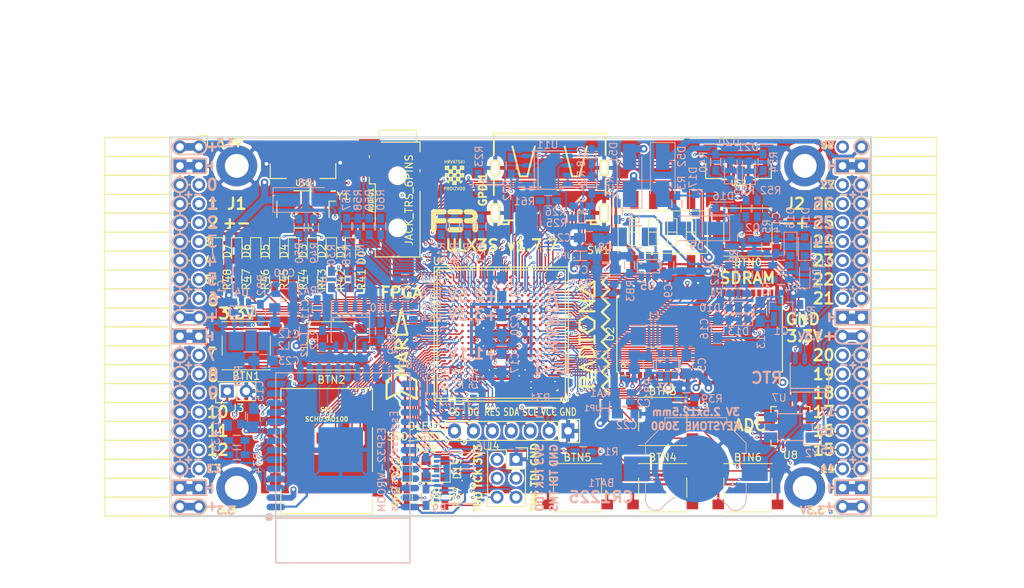
<source format=kicad_pcb>
(kicad_pcb (version 4) (host pcbnew 4.0.7+dfsg1-1)
  (layers (0 F.Cu signal) (1 In1.Cu signal) (2 In2.Cu signal) (31 B.Cu signal) (34 B.Paste user) (35 F.Paste user) (36 B.SilkS user) (37 F.SilkS user) (38 B.Mask user) (39 F.Mask user) (44 Edge.Cuts user))
  (net 0 "")
  (net 1 GND)
  (net 2 +5V)
  (net 3 /gpio/IN5V)
  (net 4 /gpio/OUT5V)
  (net 5 +3V3)
  (net 6 BTN_D)
  (net 7 BTN_F1)
  (net 8 BTN_F2)
  (net 9 BTN_L)
  (net 10 BTN_R)
  (net 11 BTN_U)
  (net 12 /power/FB1)
  (net 13 +2V5)
  (net 14 /power/PWREN)
  (net 15 /power/FB3)
  (net 16 /power/FB2)
  (net 17 "Net-(D9-Pad1)")
  (net 18 /power/VBAT)
  (net 19 JTAG_TDI)
  (net 20 JTAG_TCK)
  (net 21 JTAG_TMS)
  (net 22 JTAG_TDO)
  (net 23 /power/WAKEUPn)
  (net 24 /power/WKUP)
  (net 25 /power/SHUT)
  (net 26 /power/WAKE)
  (net 27 /power/HOLD)
  (net 28 /power/WKn)
  (net 29 /power/OSCI_32k)
  (net 30 /power/OSCO_32k)
  (net 31 "Net-(Q2-Pad3)")
  (net 32 SHUTDOWN)
  (net 33 /analog/AUDIO_L)
  (net 34 /analog/AUDIO_R)
  (net 35 GPDI_5V_SCL)
  (net 36 GPDI_5V_SDA)
  (net 37 GPDI_SDA)
  (net 38 GPDI_SCL)
  (net 39 /gpdi/VREF2)
  (net 40 SD_CMD)
  (net 41 SD_CLK)
  (net 42 SD_D0)
  (net 43 SD_D1)
  (net 44 USB5V)
  (net 45 GPDI_CEC)
  (net 46 nRESET)
  (net 47 FTDI_nDTR)
  (net 48 SDRAM_CKE)
  (net 49 SDRAM_A7)
  (net 50 SDRAM_D15)
  (net 51 SDRAM_BA1)
  (net 52 SDRAM_D7)
  (net 53 SDRAM_A6)
  (net 54 SDRAM_CLK)
  (net 55 SDRAM_D13)
  (net 56 SDRAM_BA0)
  (net 57 SDRAM_D6)
  (net 58 SDRAM_A5)
  (net 59 SDRAM_D14)
  (net 60 SDRAM_A11)
  (net 61 SDRAM_D12)
  (net 62 SDRAM_D5)
  (net 63 SDRAM_A4)
  (net 64 SDRAM_A10)
  (net 65 SDRAM_D11)
  (net 66 SDRAM_A3)
  (net 67 SDRAM_D4)
  (net 68 SDRAM_D10)
  (net 69 SDRAM_D9)
  (net 70 SDRAM_A9)
  (net 71 SDRAM_D3)
  (net 72 SDRAM_D8)
  (net 73 SDRAM_A8)
  (net 74 SDRAM_A2)
  (net 75 SDRAM_A1)
  (net 76 SDRAM_A0)
  (net 77 SDRAM_D2)
  (net 78 SDRAM_D1)
  (net 79 SDRAM_D0)
  (net 80 SDRAM_DQM0)
  (net 81 SDRAM_nCS)
  (net 82 SDRAM_nRAS)
  (net 83 SDRAM_DQM1)
  (net 84 SDRAM_nCAS)
  (net 85 SDRAM_nWE)
  (net 86 /flash/FLASH_nWP)
  (net 87 /flash/FLASH_nHOLD)
  (net 88 /flash/FLASH_MOSI)
  (net 89 /flash/FLASH_MISO)
  (net 90 /flash/FLASH_SCK)
  (net 91 /flash/FLASH_nCS)
  (net 92 /flash/FPGA_PROGRAMN)
  (net 93 /flash/FPGA_DONE)
  (net 94 /flash/FPGA_INITN)
  (net 95 OLED_RES)
  (net 96 OLED_DC)
  (net 97 OLED_CS)
  (net 98 WIFI_EN)
  (net 99 FTDI_nRTS)
  (net 100 FTDI_TXD)
  (net 101 FTDI_RXD)
  (net 102 WIFI_RXD)
  (net 103 WIFI_GPIO0)
  (net 104 WIFI_TXD)
  (net 105 GPDI_ETH-)
  (net 106 GPDI_ETH+)
  (net 107 GPDI_D2+)
  (net 108 GPDI_D2-)
  (net 109 GPDI_D1+)
  (net 110 GPDI_D1-)
  (net 111 GPDI_D0+)
  (net 112 GPDI_D0-)
  (net 113 GPDI_CLK+)
  (net 114 GPDI_CLK-)
  (net 115 USB_FTDI_D+)
  (net 116 USB_FTDI_D-)
  (net 117 SD_D3)
  (net 118 AUDIO_L3)
  (net 119 AUDIO_L2)
  (net 120 AUDIO_L1)
  (net 121 AUDIO_L0)
  (net 122 AUDIO_R3)
  (net 123 AUDIO_R2)
  (net 124 AUDIO_R1)
  (net 125 AUDIO_R0)
  (net 126 OLED_CLK)
  (net 127 OLED_MOSI)
  (net 128 LED0)
  (net 129 LED1)
  (net 130 LED2)
  (net 131 LED3)
  (net 132 LED4)
  (net 133 LED5)
  (net 134 LED6)
  (net 135 LED7)
  (net 136 BTN_PWRn)
  (net 137 FTDI_nTXLED)
  (net 138 FTDI_nSLEEP)
  (net 139 /blinkey/LED_PWREN)
  (net 140 /blinkey/LED_TXLED)
  (net 141 /sdcard/SD3V3)
  (net 142 SD_D2)
  (net 143 CLK_25MHz)
  (net 144 /blinkey/BTNPUL)
  (net 145 /blinkey/BTNPUR)
  (net 146 USB_FPGA_D+)
  (net 147 /power/FTDI_nSUSPEND)
  (net 148 /blinkey/ALED0)
  (net 149 /blinkey/ALED1)
  (net 150 /blinkey/ALED2)
  (net 151 /blinkey/ALED3)
  (net 152 /blinkey/ALED4)
  (net 153 /blinkey/ALED5)
  (net 154 /blinkey/ALED6)
  (net 155 /blinkey/ALED7)
  (net 156 /usb/FTD-)
  (net 157 /usb/FTD+)
  (net 158 ADC_MISO)
  (net 159 ADC_MOSI)
  (net 160 ADC_CSn)
  (net 161 ADC_SCLK)
  (net 162 SW3)
  (net 163 SW2)
  (net 164 SW1)
  (net 165 USB_FPGA_D-)
  (net 166 /usb/FPD+)
  (net 167 /usb/FPD-)
  (net 168 WIFI_GPIO16)
  (net 169 WIFI_GPIO15)
  (net 170 /usb/ANT_433MHz)
  (net 171 /power/PWRBTn)
  (net 172 PROG_DONE)
  (net 173 /power/P3V3)
  (net 174 /power/P2V5)
  (net 175 /power/L1)
  (net 176 /power/L3)
  (net 177 /power/L2)
  (net 178 FTDI_TXDEN)
  (net 179 SDRAM_A12)
  (net 180 /analog/AUDIO_V)
  (net 181 AUDIO_V3)
  (net 182 AUDIO_V2)
  (net 183 AUDIO_V1)
  (net 184 AUDIO_V0)
  (net 185 /gpdi/FPGA_CEC)
  (net 186 /blinkey/LED_WIFI)
  (net 187 WIFI_GPIO2)
  (net 188 /power/P1V1)
  (net 189 +1V1)
  (net 190 SW4)
  (net 191 /blinkey/SWPU)
  (net 192 /wifi/WIFIEN)
  (net 193 FT2V5)
  (net 194 GN0)
  (net 195 GP0)
  (net 196 GN1)
  (net 197 GP1)
  (net 198 GN2)
  (net 199 GP2)
  (net 200 GN3)
  (net 201 GP3)
  (net 202 GN4)
  (net 203 GP4)
  (net 204 GN5)
  (net 205 GP5)
  (net 206 GN6)
  (net 207 GP6)
  (net 208 GN14)
  (net 209 GP14)
  (net 210 GN15)
  (net 211 GP15)
  (net 212 GN16)
  (net 213 GP16)
  (net 214 GN17)
  (net 215 GP17)
  (net 216 GN18)
  (net 217 GP18)
  (net 218 GN19)
  (net 219 GP19)
  (net 220 GN20)
  (net 221 GP20)
  (net 222 GN21)
  (net 223 GP21)
  (net 224 GN22)
  (net 225 GP22)
  (net 226 GN23)
  (net 227 GP23)
  (net 228 GN24)
  (net 229 GP24)
  (net 230 GN25)
  (net 231 GP25)
  (net 232 GN26)
  (net 233 GP26)
  (net 234 GN27)
  (net 235 GP27)
  (net 236 GN7)
  (net 237 GP7)
  (net 238 GN8)
  (net 239 GP8)
  (net 240 GN9)
  (net 241 GP9)
  (net 242 GN10)
  (net 243 GP10)
  (net 244 GN11)
  (net 245 GP11)
  (net 246 GN12)
  (net 247 GP12)
  (net 248 GN13)
  (net 249 GP13)
  (module Socket_Strips:Socket_Strip_Angled_2x20 (layer F.Cu) (at 97.91 62.69 270)
    (fp_text reference J1 (at 7.62 -5.08 360) (layer F.SilkS) (effects (font (size 1.5 1.5) (thickness 0.3))))
    (fp_text value CONN_02X20 hide)
    (pad 1 thru_hole oval (at 0 0 270) (size 1.7272 1.7272) (drill 1.016) (layers *.Cu *.Mask) (net 5 +3V3))
    (pad 2 thru_hole oval (at 0 2.54 270) (size 1.7272 1.7272) (drill 1.016) (layers *.Cu *.Mask) (net 5 +3V3))
    (pad 3 thru_hole rect (at 2.54 0 270) (size 1.7272 1.7272) (drill 1.016) (layers *.Cu *.Mask) (net 1 GND))
    (pad 4 thru_hole rect (at 2.54 2.54 270) (size 1.7272 1.7272) (drill 1.016) (layers *.Cu *.Mask) (net 1 GND))
    (pad 5 thru_hole oval (at 5.08 0 270) (size 1.7272 1.7272) (drill 1.016) (layers *.Cu *.Mask) (net 194 GN0))
    (pad 6 thru_hole oval (at 5.08 2.54 270) (size 1.7272 1.7272) (drill 1.016) (layers *.Cu *.Mask) (net 195 GP0))
    (pad 7 thru_hole oval (at 7.62 0 270) (size 1.7272 1.7272) (drill 1.016) (layers *.Cu *.Mask) (net 196 GN1))
    (pad 8 thru_hole oval (at 7.62 2.54 270) (size 1.7272 1.7272) (drill 1.016) (layers *.Cu *.Mask) (net 197 GP1))
    (pad 9 thru_hole oval (at 10.16 0 270) (size 1.7272 1.7272) (drill 1.016) (layers *.Cu *.Mask) (net 198 GN2))
    (pad 10 thru_hole oval (at 10.16 2.54 270) (size 1.7272 1.7272) (drill 1.016) (layers *.Cu *.Mask) (net 199 GP2))
    (pad 11 thru_hole oval (at 12.7 0 270) (size 1.7272 1.7272) (drill 1.016) (layers *.Cu *.Mask) (net 200 GN3))
    (pad 12 thru_hole oval (at 12.7 2.54 270) (size 1.7272 1.7272) (drill 1.016) (layers *.Cu *.Mask) (net 201 GP3))
    (pad 13 thru_hole oval (at 15.24 0 270) (size 1.7272 1.7272) (drill 1.016) (layers *.Cu *.Mask) (net 202 GN4))
    (pad 14 thru_hole oval (at 15.24 2.54 270) (size 1.7272 1.7272) (drill 1.016) (layers *.Cu *.Mask) (net 203 GP4))
    (pad 15 thru_hole oval (at 17.78 0 270) (size 1.7272 1.7272) (drill 1.016) (layers *.Cu *.Mask) (net 204 GN5))
    (pad 16 thru_hole oval (at 17.78 2.54 270) (size 1.7272 1.7272) (drill 1.016) (layers *.Cu *.Mask) (net 205 GP5))
    (pad 17 thru_hole oval (at 20.32 0 270) (size 1.7272 1.7272) (drill 1.016) (layers *.Cu *.Mask) (net 206 GN6))
    (pad 18 thru_hole oval (at 20.32 2.54 270) (size 1.7272 1.7272) (drill 1.016) (layers *.Cu *.Mask) (net 207 GP6))
    (pad 19 thru_hole oval (at 22.86 0 270) (size 1.7272 1.7272) (drill 1.016) (layers *.Cu *.Mask) (net 5 +3V3))
    (pad 20 thru_hole oval (at 22.86 2.54 270) (size 1.7272 1.7272) (drill 1.016) (layers *.Cu *.Mask) (net 5 +3V3))
    (pad 21 thru_hole rect (at 25.4 0 270) (size 1.7272 1.7272) (drill 1.016) (layers *.Cu *.Mask) (net 1 GND))
    (pad 22 thru_hole rect (at 25.4 2.54 270) (size 1.7272 1.7272) (drill 1.016) (layers *.Cu *.Mask) (net 1 GND))
    (pad 23 thru_hole oval (at 27.94 0 270) (size 1.7272 1.7272) (drill 1.016) (layers *.Cu *.Mask) (net 236 GN7))
    (pad 24 thru_hole oval (at 27.94 2.54 270) (size 1.7272 1.7272) (drill 1.016) (layers *.Cu *.Mask) (net 237 GP7))
    (pad 25 thru_hole oval (at 30.48 0 270) (size 1.7272 1.7272) (drill 1.016) (layers *.Cu *.Mask) (net 238 GN8))
    (pad 26 thru_hole oval (at 30.48 2.54 270) (size 1.7272 1.7272) (drill 1.016) (layers *.Cu *.Mask) (net 239 GP8))
    (pad 27 thru_hole oval (at 33.02 0 270) (size 1.7272 1.7272) (drill 1.016) (layers *.Cu *.Mask) (net 240 GN9))
    (pad 28 thru_hole oval (at 33.02 2.54 270) (size 1.7272 1.7272) (drill 1.016) (layers *.Cu *.Mask) (net 241 GP9))
    (pad 29 thru_hole oval (at 35.56 0 270) (size 1.7272 1.7272) (drill 1.016) (layers *.Cu *.Mask) (net 242 GN10))
    (pad 30 thru_hole oval (at 35.56 2.54 270) (size 1.7272 1.7272) (drill 1.016) (layers *.Cu *.Mask) (net 243 GP10))
    (pad 31 thru_hole oval (at 38.1 0 270) (size 1.7272 1.7272) (drill 1.016) (layers *.Cu *.Mask) (net 244 GN11))
    (pad 32 thru_hole oval (at 38.1 2.54 270) (size 1.7272 1.7272) (drill 1.016) (layers *.Cu *.Mask) (net 245 GP11))
    (pad 33 thru_hole oval (at 40.64 0 270) (size 1.7272 1.7272) (drill 1.016) (layers *.Cu *.Mask) (net 246 GN12))
    (pad 34 thru_hole oval (at 40.64 2.54 270) (size 1.7272 1.7272) (drill 1.016) (layers *.Cu *.Mask) (net 247 GP12))
    (pad 35 thru_hole oval (at 43.18 0 270) (size 1.7272 1.7272) (drill 1.016) (layers *.Cu *.Mask) (net 248 GN13))
    (pad 36 thru_hole oval (at 43.18 2.54 270) (size 1.7272 1.7272) (drill 1.016) (layers *.Cu *.Mask) (net 249 GP13))
    (pad 37 thru_hole rect (at 45.72 0 270) (size 1.7272 1.7272) (drill 1.016) (layers *.Cu *.Mask) (net 1 GND))
    (pad 38 thru_hole rect (at 45.72 2.54 270) (size 1.7272 1.7272) (drill 1.016) (layers *.Cu *.Mask) (net 1 GND))
    (pad 39 thru_hole oval (at 48.26 0 270) (size 1.7272 1.7272) (drill 1.016) (layers *.Cu *.Mask) (net 5 +3V3))
    (pad 40 thru_hole oval (at 48.26 2.54 270) (size 1.7272 1.7272) (drill 1.016) (layers *.Cu *.Mask) (net 5 +3V3))
  )
  (module SMD_Packages:1Pin (layer F.Cu) (at 182.67515 111.637626)
    (fp_text reference AE1 hide)
    (fp_text value 433MHz hide)
    (pad 1 smd rect (at 0 0) (size 0.5 0.5) (layers B.Cu F.Paste F.Mask) (net 170 /usb/ANT_433MHz))
  )
  (module Resistors_SMD:R_0603_HandSoldering (layer B.Cu) (at 103.498 98.758 90)
    (fp_text reference R38 (at 5.334 -0.254 90) (layer B.SilkS) (effects (justify mirror)))
    (fp_text value 0.47)
    (pad 1 smd rect (at -1.1 0 90) (size 1.2 0.9) (layers B.Cu B.Paste B.Mask) (net 141 /sdcard/SD3V3))
    (pad 2 smd rect (at 1.1 0 90) (size 1.2 0.9) (layers B.Cu B.Paste B.Mask) (net 5 +3V3))
  )
  (module jumper:SOLDER-JUMPER_1-WAY (layer B.Cu) (at 152.393 97.742 270)
    (fp_text reference JP1 (at 0 1.778 360) (layer B.SilkS) (effects (font (size 0.762 0.762) (thickness 0.1524)) (justify mirror)))
    (fp_text value 1.2 hide)
    (pad 1 smd rect (at -0.6 0 270) (size 1 1) (layers B.Cu B.Paste B.Mask) (net 188 /power/P1V1))
    (pad 2 smd rect (at 0.6 0 270) (size 1 1) (layers B.Cu B.Paste B.Mask) (net 189 +1V1))
  )
  (module Diodes_SMD:D_SMA_Handsoldering (layer B.Cu) (at 155.695 66.5 90)
    (fp_text reference D51 (at 3.048 -2.159 90) (layer B.SilkS) (effects (justify mirror)))
    (fp_text value STPS2L30AF hide)
    (pad 1 smd rect (at -2.5 0 90) (size 3.5 1.8) (layers B.Cu B.Paste B.Mask) (net 2 +5V))
    (pad 2 smd rect (at 2.5 0 90) (size 3.5 1.8) (layers B.Cu B.Paste B.Mask) (net 3 /gpio/IN5V))
  )
  (module Resistors_SMD:R_0603_HandSoldering (layer B.Cu) (at 154.044 71.326 90)
    (fp_text reference R51 (at 3.302 -1.016 90) (layer B.SilkS) (effects (justify mirror)))
    (fp_text value 150)
    (pad 1 smd rect (at -1.1 0 90) (size 1.2 0.9) (layers B.Cu B.Paste B.Mask) (net 5 +3V3))
    (pad 2 smd rect (at 1.1 0 90) (size 1.2 0.9) (layers B.Cu B.Paste B.Mask) (net 191 /blinkey/SWPU))
  )
  (module Resistors_SMD:R_1210_HandSoldering (layer B.Cu) (at 158.87 88.09 180)
    (fp_text reference L1 (at 0 2.7 180) (layer B.SilkS) (effects (justify mirror)))
    (fp_text value 2.2uH)
    (pad 1 smd rect (at -2 0 180) (size 2 2.5) (layers B.Cu B.Paste B.Mask) (net 175 /power/L1))
    (pad 2 smd rect (at 2 0 180) (size 2 2.5) (layers B.Cu B.Paste B.Mask) (net 188 /power/P1V1))
  )
  (module TSOT-25:TSOT-25 (layer B.Cu) (at 160.775 91.9)
    (fp_text reference U3 (at -0.381 3.048) (layer B.SilkS) (effects (font (thickness 0.2)) (justify mirror)))
    (fp_text value DIO6015)
    (pad 1 smd rect (at -0.95 -1.3) (size 0.7 1.2) (layers B.Cu B.Paste B.Mask) (net 14 /power/PWREN))
    (pad 2 smd rect (at 0 -1.3) (size 0.7 1.2) (layers B.Cu B.Paste B.Mask) (net 1 GND))
    (pad 3 smd rect (at 0.95 -1.3) (size 0.7 1.2) (layers B.Cu B.Paste B.Mask) (net 175 /power/L1))
    (pad 4 smd rect (at 0.95 1.3) (size 0.7 1.2) (layers B.Cu B.Paste B.Mask) (net 2 +5V))
    (pad 5 smd rect (at -0.95 1.3) (size 0.7 1.2) (layers B.Cu B.Paste B.Mask) (net 12 /power/FB1))
  )
  (module Resistors_SMD:R_1210_HandSoldering (layer B.Cu) (at 104.895 88.725)
    (fp_text reference L2 (at 4.445 0.635) (layer B.SilkS) (effects (justify mirror)))
    (fp_text value 2.2uH)
    (pad 1 smd rect (at -2 0) (size 2 2.5) (layers B.Cu B.Paste B.Mask) (net 177 /power/L2))
    (pad 2 smd rect (at 2 0) (size 2 2.5) (layers B.Cu B.Paste B.Mask) (net 174 /power/P2V5))
  )
  (module TSOT-25:TSOT-25 (layer B.Cu) (at 103.625 84.915 180)
    (fp_text reference U4 (at 0 2.697 180) (layer B.SilkS) (effects (font (thickness 0.2)) (justify mirror)))
    (fp_text value LX7172)
    (pad 1 smd rect (at -0.95 -1.3 180) (size 0.7 1.2) (layers B.Cu B.Paste B.Mask) (net 14 /power/PWREN))
    (pad 2 smd rect (at 0 -1.3 180) (size 0.7 1.2) (layers B.Cu B.Paste B.Mask) (net 1 GND))
    (pad 3 smd rect (at 0.95 -1.3 180) (size 0.7 1.2) (layers B.Cu B.Paste B.Mask) (net 177 /power/L2))
    (pad 4 smd rect (at 0.95 1.3 180) (size 0.7 1.2) (layers B.Cu B.Paste B.Mask) (net 2 +5V))
    (pad 5 smd rect (at -0.95 1.3 180) (size 0.7 1.2) (layers B.Cu B.Paste B.Mask) (net 16 /power/FB2))
  )
  (module Resistors_SMD:R_1210_HandSoldering (layer B.Cu) (at 156.33 74.755 180)
    (fp_text reference L3 (at 0 2.413 180) (layer B.SilkS) (effects (justify mirror)))
    (fp_text value 2.2uH)
    (pad 1 smd rect (at -2 0 180) (size 2 2.5) (layers B.Cu B.Paste B.Mask) (net 176 /power/L3))
    (pad 2 smd rect (at 2 0 180) (size 2 2.5) (layers B.Cu B.Paste B.Mask) (net 173 /power/P3V3))
  )
  (module TSOT-25:TSOT-25 (layer B.Cu) (at 158.235 78.692)
    (fp_text reference U5 (at -0.127 2.667) (layer B.SilkS) (effects (font (thickness 0.2)) (justify mirror)))
    (fp_text value TLV62569DBV)
    (pad 1 smd rect (at -0.95 -1.3) (size 0.7 1.2) (layers B.Cu B.Paste B.Mask) (net 14 /power/PWREN))
    (pad 2 smd rect (at 0 -1.3) (size 0.7 1.2) (layers B.Cu B.Paste B.Mask) (net 1 GND))
    (pad 3 smd rect (at 0.95 -1.3) (size 0.7 1.2) (layers B.Cu B.Paste B.Mask) (net 176 /power/L3))
    (pad 4 smd rect (at 0.95 1.3) (size 0.7 1.2) (layers B.Cu B.Paste B.Mask) (net 2 +5V))
    (pad 5 smd rect (at -0.95 1.3) (size 0.7 1.2) (layers B.Cu B.Paste B.Mask) (net 15 /power/FB3))
  )
  (module Capacitors_SMD:C_0805_HandSoldering (layer B.Cu) (at 101.085 84.915 270)
    (fp_text reference C1 (at -3.429 0.127 270) (layer B.SilkS) (effects (justify mirror)))
    (fp_text value 22uF)
    (pad 1 smd rect (at -1.25 0 270) (size 1.5 1.25) (layers B.Cu B.Paste B.Mask) (net 2 +5V))
    (pad 2 smd rect (at 1.25 0 270) (size 1.5 1.25) (layers B.Cu B.Paste B.Mask) (net 1 GND))
  )
  (module Capacitors_SMD:C_0805_HandSoldering (layer B.Cu) (at 155.06 90.63)
    (fp_text reference C3 (at -3.048 0) (layer B.SilkS) (effects (justify mirror)))
    (fp_text value 22uF)
    (pad 1 smd rect (at -1.25 0) (size 1.5 1.25) (layers B.Cu B.Paste B.Mask) (net 188 /power/P1V1))
    (pad 2 smd rect (at 1.25 0) (size 1.5 1.25) (layers B.Cu B.Paste B.Mask) (net 1 GND))
  )
  (module Capacitors_SMD:C_0805_HandSoldering (layer B.Cu) (at 155.06 92.535)
    (fp_text reference C4 (at -3.048 0.127) (layer B.SilkS) (effects (justify mirror)))
    (fp_text value 22uF)
    (pad 1 smd rect (at -1.25 0) (size 1.5 1.25) (layers B.Cu B.Paste B.Mask) (net 188 /power/P1V1))
    (pad 2 smd rect (at 1.25 0) (size 1.5 1.25) (layers B.Cu B.Paste B.Mask) (net 1 GND))
  )
  (module Capacitors_SMD:C_0805_HandSoldering (layer B.Cu) (at 163.315 91.9 90)
    (fp_text reference C5 (at 0 2.1 90) (layer B.SilkS) (effects (justify mirror)))
    (fp_text value 22uF)
    (pad 1 smd rect (at -1.25 0 90) (size 1.5 1.25) (layers B.Cu B.Paste B.Mask) (net 2 +5V))
    (pad 2 smd rect (at 1.25 0 90) (size 1.5 1.25) (layers B.Cu B.Paste B.Mask) (net 1 GND))
  )
  (module Capacitors_SMD:C_0805_HandSoldering (layer B.Cu) (at 152.52 79.2)
    (fp_text reference C7 (at -3.302 0) (layer B.SilkS) (effects (justify mirror)))
    (fp_text value 22uF)
    (pad 1 smd rect (at -1.25 0) (size 1.5 1.25) (layers B.Cu B.Paste B.Mask) (net 173 /power/P3V3))
    (pad 2 smd rect (at 1.25 0) (size 1.5 1.25) (layers B.Cu B.Paste B.Mask) (net 1 GND))
  )
  (module Capacitors_SMD:C_0805_HandSoldering (layer B.Cu) (at 152.52 77.295)
    (fp_text reference C8 (at -0.127 -1.143) (layer B.SilkS) (effects (justify mirror)))
    (fp_text value 22uF)
    (pad 1 smd rect (at -1.25 0) (size 1.5 1.25) (layers B.Cu B.Paste B.Mask) (net 173 /power/P3V3))
    (pad 2 smd rect (at 1.25 0) (size 1.5 1.25) (layers B.Cu B.Paste B.Mask) (net 1 GND))
  )
  (module Capacitors_SMD:C_0805_HandSoldering (layer B.Cu) (at 160.775 78.565 90)
    (fp_text reference C9 (at -3.429 0.127 90) (layer B.SilkS) (effects (justify mirror)))
    (fp_text value 22uF)
    (pad 1 smd rect (at -1.25 0 90) (size 1.5 1.25) (layers B.Cu B.Paste B.Mask) (net 2 +5V))
    (pad 2 smd rect (at 1.25 0 90) (size 1.5 1.25) (layers B.Cu B.Paste B.Mask) (net 1 GND))
  )
  (module Capacitors_SMD:C_0805_HandSoldering (layer B.Cu) (at 109.34 84.28 180)
    (fp_text reference C11 (at -2.794 -0.254 270) (layer B.SilkS) (effects (justify mirror)))
    (fp_text value 22uF)
    (pad 1 smd rect (at -1.25 0 180) (size 1.5 1.25) (layers B.Cu B.Paste B.Mask) (net 174 /power/P2V5))
    (pad 2 smd rect (at 1.25 0 180) (size 1.5 1.25) (layers B.Cu B.Paste B.Mask) (net 1 GND))
  )
  (module Capacitors_SMD:C_0805_HandSoldering (layer B.Cu) (at 109.34 86.185 180)
    (fp_text reference C12 (at -0.635 -1.615 360) (layer B.SilkS) (effects (justify mirror)))
    (fp_text value 22uF)
    (pad 1 smd rect (at -1.25 0 180) (size 1.5 1.25) (layers B.Cu B.Paste B.Mask) (net 174 /power/P2V5))
    (pad 2 smd rect (at 1.25 0 180) (size 1.5 1.25) (layers B.Cu B.Paste B.Mask) (net 1 GND))
  )
  (module Capacitors_SMD:C_0805_HandSoldering (layer B.Cu) (at 173.221 84.788 90)
    (fp_text reference C13 (at -3.556 0.127 90) (layer B.SilkS) (effects (justify mirror)))
    (fp_text value 2.2uF)
    (pad 1 smd rect (at -1.25 0 90) (size 1.5 1.25) (layers B.Cu B.Paste B.Mask) (net 2 +5V))
    (pad 2 smd rect (at 1.25 0 90) (size 1.5 1.25) (layers B.Cu B.Paste B.Mask) (net 24 /power/WKUP))
  )
  (module TO_SOT_Packages_SMD:SOT-23_Handsoldering (layer B.Cu) (at 176.015 84.28 90)
    (fp_text reference Q1 (at -3.1115 0 180) (layer B.SilkS) (effects (justify mirror)))
    (fp_text value BC857)
    (pad 1 smd rect (at -1.5 0.95 90) (size 1.9 0.8) (layers B.Cu B.Paste B.Mask) (net 28 /power/WKn))
    (pad 2 smd rect (at -1.5 -0.95 90) (size 1.9 0.8) (layers B.Cu B.Paste B.Mask) (net 2 +5V))
    (pad 3 smd rect (at 1.5 0 90) (size 1.9 0.8) (layers B.Cu B.Paste B.Mask) (net 24 /power/WKUP))
  )
  (module TO_SOT_Packages_SMD:SOT-23_Handsoldering (layer B.Cu) (at 170.935 76.025 180)
    (fp_text reference Q2 (at -1.295 2.5 180) (layer B.SilkS) (effects (justify mirror)))
    (fp_text value 2N7002)
    (pad 1 smd rect (at -1.5 0.95 180) (size 1.9 0.8) (layers B.Cu B.Paste B.Mask) (net 25 /power/SHUT))
    (pad 2 smd rect (at -1.5 -0.95 180) (size 1.9 0.8) (layers B.Cu B.Paste B.Mask) (net 1 GND))
    (pad 3 smd rect (at 1.5 0 180) (size 1.9 0.8) (layers B.Cu B.Paste B.Mask) (net 31 "Net-(Q2-Pad3)"))
  )
  (module Capacitors_SMD:C_0603_HandSoldering (layer B.Cu) (at 154.86 96.91)
    (fp_text reference C2 (at 2.74 0.197) (layer B.SilkS) (effects (justify mirror)))
    (fp_text value 470pF)
    (pad 1 smd rect (at -0.95 0) (size 1.2 0.75) (layers B.Cu B.Paste B.Mask) (net 188 /power/P1V1))
    (pad 2 smd rect (at 0.95 0) (size 1.2 0.75) (layers B.Cu B.Paste B.Mask) (net 12 /power/FB1))
  )
  (module Capacitors_SMD:C_0603_HandSoldering (layer B.Cu) (at 152.52 82.375)
    (fp_text reference C6 (at -2.794 0.127) (layer B.SilkS) (effects (justify mirror)))
    (fp_text value 470pF)
    (pad 1 smd rect (at -0.95 0) (size 1.2 0.75) (layers B.Cu B.Paste B.Mask) (net 173 /power/P3V3))
    (pad 2 smd rect (at 0.95 0) (size 1.2 0.75) (layers B.Cu B.Paste B.Mask) (net 15 /power/FB3))
  )
  (module Capacitors_SMD:C_0603_HandSoldering (layer B.Cu) (at 109.34 81.105 180)
    (fp_text reference C10 (at -0.04 1.505 180) (layer B.SilkS) (effects (justify mirror)))
    (fp_text value 470pF)
    (pad 1 smd rect (at -0.95 0 180) (size 1.2 0.75) (layers B.Cu B.Paste B.Mask) (net 174 /power/P2V5))
    (pad 2 smd rect (at 0.95 0 180) (size 1.2 0.75) (layers B.Cu B.Paste B.Mask) (net 16 /power/FB2))
  )
  (module Capacitors_SMD:C_0603_HandSoldering (layer B.Cu) (at 175.38 76.025 270)
    (fp_text reference C14 (at -3.175 0 270) (layer B.SilkS) (effects (justify mirror)))
    (fp_text value 100nF)
    (pad 1 smd rect (at -0.95 0 270) (size 1.2 0.75) (layers B.Cu B.Paste B.Mask) (net 25 /power/SHUT))
    (pad 2 smd rect (at 0.95 0 270) (size 1.2 0.75) (layers B.Cu B.Paste B.Mask) (net 1 GND))
  )
  (module Resistors_SMD:R_0603_HandSoldering (layer B.Cu) (at 170.3 82.375)
    (fp_text reference R1 (at -3.048 -0.127) (layer B.SilkS) (effects (justify mirror)))
    (fp_text value 15k)
    (pad 1 smd rect (at -1.1 0) (size 1.2 0.9) (layers B.Cu B.Paste B.Mask) (net 26 /power/WAKE))
    (pad 2 smd rect (at 1.1 0) (size 1.2 0.9) (layers B.Cu B.Paste B.Mask) (net 14 /power/PWREN))
  )
  (module Resistors_SMD:R_0603_HandSoldering (layer B.Cu) (at 172.84 79.835 90)
    (fp_text reference R2 (at -1.905 1.27 90) (layer B.SilkS) (effects (justify mirror)))
    (fp_text value 47k)
    (pad 1 smd rect (at -1.1 0 90) (size 1.2 0.9) (layers B.Cu B.Paste B.Mask) (net 14 /power/PWREN))
    (pad 2 smd rect (at 1.1 0 90) (size 1.2 0.9) (layers B.Cu B.Paste B.Mask) (net 1 GND))
  )
  (module Resistors_SMD:R_0603_HandSoldering (layer B.Cu) (at 176.015 80.47 180)
    (fp_text reference R4 (at -1.397 -1.27 360) (layer B.SilkS) (effects (justify mirror)))
    (fp_text value 4.7k)
    (pad 1 smd rect (at -1.1 0 180) (size 1.2 0.9) (layers B.Cu B.Paste B.Mask) (net 27 /power/HOLD))
    (pad 2 smd rect (at 1.1 0 180) (size 1.2 0.9) (layers B.Cu B.Paste B.Mask) (net 14 /power/PWREN))
  )
  (module Resistors_SMD:R_0603_HandSoldering (layer B.Cu) (at 174.11 76.025 270)
    (fp_text reference R5 (at -2.667 0 270) (layer B.SilkS) (effects (justify mirror)))
    (fp_text value 4.7M)
    (pad 1 smd rect (at -1.1 0 270) (size 1.2 0.9) (layers B.Cu B.Paste B.Mask) (net 25 /power/SHUT))
    (pad 2 smd rect (at 1.1 0 270) (size 1.2 0.9) (layers B.Cu B.Paste B.Mask) (net 1 GND))
  )
  (module Resistors_SMD:R_0603_HandSoldering (layer B.Cu) (at 178.555 84.915 270)
    (fp_text reference R6 (at 0 -1.524 270) (layer B.SilkS) (effects (justify mirror)))
    (fp_text value 1k)
    (pad 1 smd rect (at -1.1 0 270) (size 1.2 0.9) (layers B.Cu B.Paste B.Mask) (net 28 /power/WKn))
    (pad 2 smd rect (at 1.1 0 270) (size 1.2 0.9) (layers B.Cu B.Paste B.Mask) (net 23 /power/WAKEUPn))
  )
  (module Resistors_SMD:R_0603_HandSoldering (layer B.Cu) (at 113.785 84.28 270)
    (fp_text reference R7 (at -2.794 -0.635 270) (layer B.SilkS) (effects (justify mirror)))
    (fp_text value 150)
    (pad 1 smd rect (at -1.1 0 270) (size 1.2 0.9) (layers B.Cu B.Paste B.Mask) (net 5 +3V3))
    (pad 2 smd rect (at 1.1 0 270) (size 1.2 0.9) (layers B.Cu B.Paste B.Mask) (net 144 /blinkey/BTNPUL))
  )
  (module Resistors_SMD:R_0603_HandSoldering (layer B.Cu) (at 170.935 79.835 90)
    (fp_text reference R8 (at 2.54 -1.27 90) (layer B.SilkS) (effects (justify mirror)))
    (fp_text value 1k)
    (pad 1 smd rect (at -1.1 0 90) (size 1.2 0.9) (layers B.Cu B.Paste B.Mask) (net 14 /power/PWREN))
    (pad 2 smd rect (at 1.1 0 90) (size 1.2 0.9) (layers B.Cu B.Paste B.Mask) (net 31 "Net-(Q2-Pad3)"))
  )
  (module Resistors_SMD:R_0603_HandSoldering (layer B.Cu) (at 128.39 109.68 270)
    (fp_text reference R9 (at 1.524 -1.778 360) (layer B.SilkS) (effects (justify mirror)))
    (fp_text value 15k)
    (pad 1 smd rect (at -1.1 0 270) (size 1.2 0.9) (layers B.Cu B.Paste B.Mask) (net 46 nRESET))
    (pad 2 smd rect (at 1.1 0 270) (size 1.2 0.9) (layers B.Cu B.Paste B.Mask) (net 193 FT2V5))
  )
  (module Resistors_SMD:R_0603_HandSoldering (layer B.Cu) (at 149.472 103.584 180)
    (fp_text reference R10 (at -3.302 0 180) (layer B.SilkS) (effects (justify mirror)))
    (fp_text value 150)
    (pad 1 smd rect (at -1.1 0 180) (size 1.2 0.9) (layers B.Cu B.Paste B.Mask) (net 147 /power/FTDI_nSUSPEND))
    (pad 2 smd rect (at 1.1 0 180) (size 1.2 0.9) (layers B.Cu B.Paste B.Mask) (net 138 FTDI_nSLEEP))
  )
  (module Resistors_SMD:R_0603_HandSoldering (layer B.Cu) (at 176.015 78.565 180)
    (fp_text reference R13 (at -5.588 0.254 180) (layer B.SilkS) (effects (justify mirror)))
    (fp_text value 15k)
    (pad 1 smd rect (at -1.1 0 180) (size 1.2 0.9) (layers B.Cu B.Paste B.Mask) (net 32 SHUTDOWN))
    (pad 2 smd rect (at 1.1 0 180) (size 1.2 0.9) (layers B.Cu B.Paste B.Mask) (net 1 GND))
  )
  (module Resistors_SMD:R_0603_HandSoldering (layer B.Cu) (at 154.86 95.64)
    (fp_text reference RA1 (at -3.102 0.07) (layer B.SilkS) (effects (justify mirror)))
    (fp_text value 15k)
    (pad 1 smd rect (at -1.1 0) (size 1.2 0.9) (layers B.Cu B.Paste B.Mask) (net 188 /power/P1V1))
    (pad 2 smd rect (at 1.1 0) (size 1.2 0.9) (layers B.Cu B.Paste B.Mask) (net 12 /power/FB1))
  )
  (module Resistors_SMD:R_0603_HandSoldering (layer B.Cu) (at 109.34 82.375 180)
    (fp_text reference RA2 (at -3.048 0.381 360) (layer B.SilkS) (effects (justify mirror)))
    (fp_text value 15k)
    (pad 1 smd rect (at -1.1 0 180) (size 1.2 0.9) (layers B.Cu B.Paste B.Mask) (net 174 /power/P2V5))
    (pad 2 smd rect (at 1.1 0 180) (size 1.2 0.9) (layers B.Cu B.Paste B.Mask) (net 16 /power/FB2))
  )
  (module Resistors_SMD:R_0603_HandSoldering (layer B.Cu) (at 152.52 81.105)
    (fp_text reference RA3 (at -3.302 -0.127) (layer B.SilkS) (effects (justify mirror)))
    (fp_text value 15k)
    (pad 1 smd rect (at -1.1 0) (size 1.2 0.9) (layers B.Cu B.Paste B.Mask) (net 173 /power/P3V3))
    (pad 2 smd rect (at 1.1 0) (size 1.2 0.9) (layers B.Cu B.Paste B.Mask) (net 15 /power/FB3))
  )
  (module Resistors_SMD:R_0603_HandSoldering (layer B.Cu) (at 158.235 91.9 270)
    (fp_text reference RB1 (at 3.302 0 270) (layer B.SilkS) (effects (justify mirror)))
    (fp_text value 18k)
    (pad 1 smd rect (at -1.1 0 270) (size 1.2 0.9) (layers B.Cu B.Paste B.Mask) (net 1 GND))
    (pad 2 smd rect (at 1.1 0 270) (size 1.2 0.9) (layers B.Cu B.Paste B.Mask) (net 12 /power/FB1))
  )
  (module Resistors_SMD:R_0603_HandSoldering (layer B.Cu) (at 106.165 84.915 90)
    (fp_text reference RB2 (at 3.683 0.127 90) (layer B.SilkS) (effects (justify mirror)))
    (fp_text value 4.7k)
    (pad 1 smd rect (at -1.1 0 90) (size 1.2 0.9) (layers B.Cu B.Paste B.Mask) (net 1 GND))
    (pad 2 smd rect (at 1.1 0 90) (size 1.2 0.9) (layers B.Cu B.Paste B.Mask) (net 16 /power/FB2))
  )
  (module Resistors_SMD:R_0603_HandSoldering (layer B.Cu) (at 155.695 78.565 270)
    (fp_text reference RB3 (at 3.429 -0.127 270) (layer B.SilkS) (effects (justify mirror)))
    (fp_text value 3.3k)
    (pad 1 smd rect (at -1.1 0 270) (size 1.2 0.9) (layers B.Cu B.Paste B.Mask) (net 1 GND))
    (pad 2 smd rect (at 1.1 0 270) (size 1.2 0.9) (layers B.Cu B.Paste B.Mask) (net 15 /power/FB3))
  )
  (module Resistors_SMD:R_0603_HandSoldering (layer B.Cu) (at 125.596 85.804 180)
    (fp_text reference R14 (at -3.47 0.127 180) (layer B.SilkS) (effects (justify mirror)))
    (fp_text value 1.2k)
    (pad 1 smd rect (at -1.1 0 180) (size 1.2 0.9) (layers B.Cu B.Paste B.Mask) (net 121 AUDIO_L0))
    (pad 2 smd rect (at 1.1 0 180) (size 1.2 0.9) (layers B.Cu B.Paste B.Mask) (net 33 /analog/AUDIO_L))
  )
  (module Resistors_SMD:R_0603_HandSoldering (layer B.Cu) (at 125.596 84.026 180)
    (fp_text reference R15 (at -3.47 -0.001 180) (layer B.SilkS) (effects (justify mirror)))
    (fp_text value 680)
    (pad 1 smd rect (at -1.1 0 180) (size 1.2 0.9) (layers B.Cu B.Paste B.Mask) (net 120 AUDIO_L1))
    (pad 2 smd rect (at 1.1 0 180) (size 1.2 0.9) (layers B.Cu B.Paste B.Mask) (net 33 /analog/AUDIO_L))
  )
  (module Resistors_SMD:R_0603_HandSoldering (layer B.Cu) (at 125.596 82.248 180)
    (fp_text reference R16 (at -3.47 -0.127 180) (layer B.SilkS) (effects (justify mirror)))
    (fp_text value 330)
    (pad 1 smd rect (at -1.1 0 180) (size 1.2 0.9) (layers B.Cu B.Paste B.Mask) (net 119 AUDIO_L2))
    (pad 2 smd rect (at 1.1 0 180) (size 1.2 0.9) (layers B.Cu B.Paste B.Mask) (net 33 /analog/AUDIO_L))
  )
  (module Resistors_SMD:R_0603_HandSoldering (layer B.Cu) (at 125.596 80.47 180)
    (fp_text reference R17 (at -3.47 0 180) (layer B.SilkS) (effects (justify mirror)))
    (fp_text value 150)
    (pad 1 smd rect (at -1.1 0 180) (size 1.2 0.9) (layers B.Cu B.Paste B.Mask) (net 118 AUDIO_L3))
    (pad 2 smd rect (at 1.1 0 180) (size 1.2 0.9) (layers B.Cu B.Paste B.Mask) (net 33 /analog/AUDIO_L))
  )
  (module Resistors_SMD:R_0603_HandSoldering (layer B.Cu) (at 130.422 73.358 90)
    (fp_text reference R18 (at -3.556 0 90) (layer B.SilkS) (effects (justify mirror)))
    (fp_text value 1.2k)
    (pad 1 smd rect (at -1.1 0 90) (size 1.2 0.9) (layers B.Cu B.Paste B.Mask) (net 125 AUDIO_R0))
    (pad 2 smd rect (at 1.1 0 90) (size 1.2 0.9) (layers B.Cu B.Paste B.Mask) (net 34 /analog/AUDIO_R))
  )
  (module Resistors_SMD:R_0603_HandSoldering (layer B.Cu) (at 132.2 73.358 90)
    (fp_text reference R19 (at -3.556 0 90) (layer B.SilkS) (effects (justify mirror)))
    (fp_text value 680)
    (pad 1 smd rect (at -1.1 0 90) (size 1.2 0.9) (layers B.Cu B.Paste B.Mask) (net 124 AUDIO_R1))
    (pad 2 smd rect (at 1.1 0 90) (size 1.2 0.9) (layers B.Cu B.Paste B.Mask) (net 34 /analog/AUDIO_R))
  )
  (module Resistors_SMD:R_0603_HandSoldering (layer B.Cu) (at 133.978 73.358 90)
    (fp_text reference R20 (at -3.556 0 90) (layer B.SilkS) (effects (justify mirror)))
    (fp_text value 330)
    (pad 1 smd rect (at -1.1 0 90) (size 1.2 0.9) (layers B.Cu B.Paste B.Mask) (net 123 AUDIO_R2))
    (pad 2 smd rect (at 1.1 0 90) (size 1.2 0.9) (layers B.Cu B.Paste B.Mask) (net 34 /analog/AUDIO_R))
  )
  (module Resistors_SMD:R_0603_HandSoldering (layer B.Cu) (at 135.756 73.358 90)
    (fp_text reference R21 (at -3.556 0 90) (layer B.SilkS) (effects (justify mirror)))
    (fp_text value 150)
    (pad 1 smd rect (at -1.1 0 90) (size 1.2 0.9) (layers B.Cu B.Paste B.Mask) (net 122 AUDIO_R3))
    (pad 2 smd rect (at 1.1 0 90) (size 1.2 0.9) (layers B.Cu B.Paste B.Mask) (net 34 /analog/AUDIO_R))
  )
  (module Capacitors_SMD:C_0603_HandSoldering (layer B.Cu) (at 150.5896 63.96 90)
    (fp_text reference C18 (at 0 -1.3716 90) (layer B.SilkS) (effects (justify mirror)))
    (fp_text value 470pF)
    (pad 1 smd rect (at -0.95 0 90) (size 1.2 0.75) (layers B.Cu B.Paste B.Mask) (net 39 /gpdi/VREF2))
    (pad 2 smd rect (at 0.95 0 90) (size 1.2 0.75) (layers B.Cu B.Paste B.Mask) (net 1 GND))
  )
  (module Socket_Strips:Socket_Strip_Angled_2x20 (layer F.Cu) (at 184.27 110.95 90)
    (fp_text reference J2 (at 40.64 -6.35 180) (layer F.SilkS) (effects (font (size 1.5 1.5) (thickness 0.3))))
    (fp_text value CONN_02X20 hide)
    (pad 1 thru_hole oval (at 0 0 90) (size 1.7272 1.7272) (drill 1.016) (layers *.Cu *.Mask) (net 5 +3V3))
    (pad 2 thru_hole oval (at 0 2.54 90) (size 1.7272 1.7272) (drill 1.016) (layers *.Cu *.Mask) (net 5 +3V3))
    (pad 3 thru_hole rect (at 2.54 0 90) (size 1.7272 1.7272) (drill 1.016) (layers *.Cu *.Mask) (net 1 GND))
    (pad 4 thru_hole rect (at 2.54 2.54 90) (size 1.7272 1.7272) (drill 1.016) (layers *.Cu *.Mask) (net 1 GND))
    (pad 5 thru_hole oval (at 5.08 0 90) (size 1.7272 1.7272) (drill 1.016) (layers *.Cu *.Mask) (net 208 GN14))
    (pad 6 thru_hole oval (at 5.08 2.54 90) (size 1.7272 1.7272) (drill 1.016) (layers *.Cu *.Mask) (net 209 GP14))
    (pad 7 thru_hole oval (at 7.62 0 90) (size 1.7272 1.7272) (drill 1.016) (layers *.Cu *.Mask) (net 210 GN15))
    (pad 8 thru_hole oval (at 7.62 2.54 90) (size 1.7272 1.7272) (drill 1.016) (layers *.Cu *.Mask) (net 211 GP15))
    (pad 9 thru_hole oval (at 10.16 0 90) (size 1.7272 1.7272) (drill 1.016) (layers *.Cu *.Mask) (net 212 GN16))
    (pad 10 thru_hole oval (at 10.16 2.54 90) (size 1.7272 1.7272) (drill 1.016) (layers *.Cu *.Mask) (net 213 GP16))
    (pad 11 thru_hole oval (at 12.7 0 90) (size 1.7272 1.7272) (drill 1.016) (layers *.Cu *.Mask) (net 214 GN17))
    (pad 12 thru_hole oval (at 12.7 2.54 90) (size 1.7272 1.7272) (drill 1.016) (layers *.Cu *.Mask) (net 215 GP17))
    (pad 13 thru_hole oval (at 15.24 0 90) (size 1.7272 1.7272) (drill 1.016) (layers *.Cu *.Mask) (net 216 GN18))
    (pad 14 thru_hole oval (at 15.24 2.54 90) (size 1.7272 1.7272) (drill 1.016) (layers *.Cu *.Mask) (net 217 GP18))
    (pad 15 thru_hole oval (at 17.78 0 90) (size 1.7272 1.7272) (drill 1.016) (layers *.Cu *.Mask) (net 218 GN19))
    (pad 16 thru_hole oval (at 17.78 2.54 90) (size 1.7272 1.7272) (drill 1.016) (layers *.Cu *.Mask) (net 219 GP19))
    (pad 17 thru_hole oval (at 20.32 0 90) (size 1.7272 1.7272) (drill 1.016) (layers *.Cu *.Mask) (net 220 GN20))
    (pad 18 thru_hole oval (at 20.32 2.54 90) (size 1.7272 1.7272) (drill 1.016) (layers *.Cu *.Mask) (net 221 GP20))
    (pad 19 thru_hole oval (at 22.86 0 90) (size 1.7272 1.7272) (drill 1.016) (layers *.Cu *.Mask) (net 5 +3V3))
    (pad 20 thru_hole oval (at 22.86 2.54 90) (size 1.7272 1.7272) (drill 1.016) (layers *.Cu *.Mask) (net 5 +3V3))
    (pad 21 thru_hole rect (at 25.4 0 90) (size 1.7272 1.7272) (drill 1.016) (layers *.Cu *.Mask) (net 1 GND))
    (pad 22 thru_hole rect (at 25.4 2.54 90) (size 1.7272 1.7272) (drill 1.016) (layers *.Cu *.Mask) (net 1 GND))
    (pad 23 thru_hole oval (at 27.94 0 90) (size 1.7272 1.7272) (drill 1.016) (layers *.Cu *.Mask) (net 222 GN21))
    (pad 24 thru_hole oval (at 27.94 2.54 90) (size 1.7272 1.7272) (drill 1.016) (layers *.Cu *.Mask) (net 223 GP21))
    (pad 25 thru_hole oval (at 30.48 0 90) (size 1.7272 1.7272) (drill 1.016) (layers *.Cu *.Mask) (net 224 GN22))
    (pad 26 thru_hole oval (at 30.48 2.54 90) (size 1.7272 1.7272) (drill 1.016) (layers *.Cu *.Mask) (net 225 GP22))
    (pad 27 thru_hole oval (at 33.02 0 90) (size 1.7272 1.7272) (drill 1.016) (layers *.Cu *.Mask) (net 226 GN23))
    (pad 28 thru_hole oval (at 33.02 2.54 90) (size 1.7272 1.7272) (drill 1.016) (layers *.Cu *.Mask) (net 227 GP23))
    (pad 29 thru_hole oval (at 35.56 0 90) (size 1.7272 1.7272) (drill 1.016) (layers *.Cu *.Mask) (net 228 GN24))
    (pad 30 thru_hole oval (at 35.56 2.54 90) (size 1.7272 1.7272) (drill 1.016) (layers *.Cu *.Mask) (net 229 GP24))
    (pad 31 thru_hole oval (at 38.1 0 90) (size 1.7272 1.7272) (drill 1.016) (layers *.Cu *.Mask) (net 230 GN25))
    (pad 32 thru_hole oval (at 38.1 2.54 90) (size 1.7272 1.7272) (drill 1.016) (layers *.Cu *.Mask) (net 231 GP25))
    (pad 33 thru_hole oval (at 40.64 0 90) (size 1.7272 1.7272) (drill 1.016) (layers *.Cu *.Mask) (net 232 GN26))
    (pad 34 thru_hole oval (at 40.64 2.54 90) (size 1.7272 1.7272) (drill 1.016) (layers *.Cu *.Mask) (net 233 GP26))
    (pad 35 thru_hole oval (at 43.18 0 90) (size 1.7272 1.7272) (drill 1.016) (layers *.Cu *.Mask) (net 234 GN27))
    (pad 36 thru_hole oval (at 43.18 2.54 90) (size 1.7272 1.7272) (drill 1.016) (layers *.Cu *.Mask) (net 235 GP27))
    (pad 37 thru_hole rect (at 45.72 0 90) (size 1.7272 1.7272) (drill 1.016) (layers *.Cu *.Mask) (net 1 GND))
    (pad 38 thru_hole rect (at 45.72 2.54 90) (size 1.7272 1.7272) (drill 1.016) (layers *.Cu *.Mask) (net 1 GND))
    (pad 39 thru_hole oval (at 48.26 0 90) (size 1.7272 1.7272) (drill 1.016) (layers *.Cu *.Mask) (net 3 /gpio/IN5V))
    (pad 40 thru_hole oval (at 48.26 2.54 90) (size 1.7272 1.7272) (drill 1.016) (layers *.Cu *.Mask) (net 4 /gpio/OUT5V))
  )
  (module Mounting_Holes:MountingHole_3.2mm_M3_ISO14580_Pad (layer F.Cu) (at 102.99 108.41)
    (fp_text reference H1 hide)
    (fp_text value HOLE hide)
    (pad 1 thru_hole circle (at 0 0) (size 5.5 5.5) (drill 3.2) (layers *.Cu *.Mask) (net 1 GND))
  )
  (module Mounting_Holes:MountingHole_3.2mm_M3_ISO14580_Pad (layer F.Cu) (at 179.19 108.41)
    (fp_text reference H2 hide)
    (fp_text value HOLE hide)
    (pad 1 thru_hole circle (at 0 0) (size 5.5 5.5) (drill 3.2) (layers *.Cu *.Mask) (net 1 GND))
  )
  (module Mounting_Holes:MountingHole_3.2mm_M3_ISO14580_Pad (layer F.Cu) (at 179.19 65.23)
    (fp_text reference H3 hide)
    (fp_text value HOLE hide)
    (pad 1 thru_hole circle (at 0 0) (size 5.5 5.5) (drill 3.2) (layers *.Cu *.Mask) (net 1 GND))
  )
  (module Mounting_Holes:MountingHole_3.2mm_M3_ISO14580_Pad (layer F.Cu) (at 102.99 65.23)
    (fp_text reference H4 hide)
    (fp_text value HOLE hide)
    (pad 1 thru_hole circle (at 0 0) (size 5.5 5.5) (drill 3.2) (layers *.Cu *.Mask) (net 1 GND))
  )
  (module Resistors_SMD:R_0603_HandSoldering (layer B.Cu) (at 162.045 70.31 90)
    (fp_text reference R3 (at 2.794 0.635 90) (layer B.SilkS) (effects (justify mirror)))
    (fp_text value 4.7k)
    (pad 1 smd rect (at -1.1 0 90) (size 1.2 0.9) (layers B.Cu B.Paste B.Mask) (net 2 +5V))
    (pad 2 smd rect (at 1.1 0 90) (size 1.2 0.9) (layers B.Cu B.Paste B.Mask) (net 171 /power/PWRBTn))
  )
  (module Resistors_SMD:R_0603_HandSoldering (layer B.Cu) (at 139.82 65.23 90)
    (fp_text reference R22 (at -3.27 -0.54 90) (layer B.SilkS) (effects (justify mirror)))
    (fp_text value 2.2k)
    (pad 1 smd rect (at -1.1 0 90) (size 1.2 0.9) (layers B.Cu B.Paste B.Mask) (net 5 +3V3))
    (pad 2 smd rect (at 1.1 0 90) (size 1.2 0.9) (layers B.Cu B.Paste B.Mask) (net 37 GPDI_SDA))
  )
  (module Resistors_SMD:R_0603_HandSoldering (layer B.Cu) (at 135.375 67.432 90)
    (fp_text reference R23 (at 3.472 0.127 90) (layer B.SilkS) (effects (justify mirror)))
    (fp_text value 2.2k)
    (pad 1 smd rect (at -1.1 0 90) (size 1.2 0.9) (layers B.Cu B.Paste B.Mask) (net 5 +3V3))
    (pad 2 smd rect (at 1.1 0 90) (size 1.2 0.9) (layers B.Cu B.Paste B.Mask) (net 38 GPDI_SCL))
  )
  (module Resistors_SMD:R_0603_HandSoldering (layer B.Cu) (at 150.615 67.77 90)
    (fp_text reference R24 (at 0.508 -1.397 90) (layer B.SilkS) (effects (justify mirror)))
    (fp_text value 100k)
    (pad 1 smd rect (at -1.1 0 90) (size 1.2 0.9) (layers B.Cu B.Paste B.Mask) (net 2 +5V))
    (pad 2 smd rect (at 1.1 0 90) (size 1.2 0.9) (layers B.Cu B.Paste B.Mask) (net 39 /gpdi/VREF2))
  )
  (module Resistors_SMD:R_0603_HandSoldering (layer B.Cu) (at 149.175 72.215 180)
    (fp_text reference R25 (at 3.259 -0.685 180) (layer B.SilkS) (effects (justify mirror)))
    (fp_text value 4.7k)
    (pad 1 smd rect (at -1.1 0 180) (size 1.2 0.9) (layers B.Cu B.Paste B.Mask) (net 2 +5V))
    (pad 2 smd rect (at 1.1 0 180) (size 1.2 0.9) (layers B.Cu B.Paste B.Mask) (net 35 GPDI_5V_SCL))
  )
  (module Resistors_SMD:R_0603_HandSoldering (layer B.Cu) (at 149.28 70.6 180)
    (fp_text reference R26 (at 3.5 -0.8 180) (layer B.SilkS) (effects (justify mirror)))
    (fp_text value 4.7k)
    (pad 1 smd rect (at -1.1 0 180) (size 1.2 0.9) (layers B.Cu B.Paste B.Mask) (net 2 +5V))
    (pad 2 smd rect (at 1.1 0 180) (size 1.2 0.9) (layers B.Cu B.Paste B.Mask) (net 36 GPDI_5V_SDA))
  )
  (module Housings_SSOP:SSOP-20_4.4x6.5mm_Pitch0.65mm (layer B.Cu) (at 132.835 107.14 180)
    (fp_text reference U6 (at -3.175 4.318 180) (layer B.SilkS) (effects (justify mirror)))
    (fp_text value FT231XS)
    (pad 1 smd rect (at -2.9 2.925 180) (size 1 0.4) (layers B.Cu B.Paste B.Mask) (net 47 FTDI_nDTR))
    (pad 2 smd rect (at -2.9 2.275 180) (size 1 0.4) (layers B.Cu B.Paste B.Mask) (net 99 FTDI_nRTS))
    (pad 3 smd rect (at -2.9 1.625 180) (size 1 0.4) (layers B.Cu B.Paste B.Mask) (net 193 FT2V5))
    (pad 4 smd rect (at -2.9 0.975 180) (size 1 0.4) (layers B.Cu B.Paste B.Mask) (net 101 FTDI_RXD))
    (pad 5 smd rect (at -2.9 0.325 180) (size 1 0.4) (layers B.Cu B.Paste B.Mask) (net 19 JTAG_TDI))
    (pad 6 smd rect (at -2.9 -0.325 180) (size 1 0.4) (layers B.Cu B.Paste B.Mask) (net 1 GND))
    (pad 7 smd rect (at -2.9 -0.975 180) (size 1 0.4) (layers B.Cu B.Paste B.Mask) (net 20 JTAG_TCK))
    (pad 8 smd rect (at -2.9 -1.625 180) (size 1 0.4) (layers B.Cu B.Paste B.Mask) (net 21 JTAG_TMS))
    (pad 9 smd rect (at -2.9 -2.275 180) (size 1 0.4) (layers B.Cu B.Paste B.Mask) (net 22 JTAG_TDO))
    (pad 10 smd rect (at -2.9 -2.925 180) (size 1 0.4) (layers B.Cu B.Paste B.Mask) (net 137 FTDI_nTXLED))
    (pad 11 smd rect (at 2.9 -2.925 180) (size 1 0.4) (layers B.Cu B.Paste B.Mask) (net 115 USB_FTDI_D+))
    (pad 12 smd rect (at 2.9 -2.275 180) (size 1 0.4) (layers B.Cu B.Paste B.Mask) (net 116 USB_FTDI_D-))
    (pad 13 smd rect (at 2.9 -1.625 180) (size 1 0.4) (layers B.Cu B.Paste B.Mask) (net 193 FT2V5))
    (pad 14 smd rect (at 2.9 -0.975 180) (size 1 0.4) (layers B.Cu B.Paste B.Mask) (net 46 nRESET))
    (pad 15 smd rect (at 2.9 -0.325 180) (size 1 0.4) (layers B.Cu B.Paste B.Mask) (net 44 USB5V))
    (pad 16 smd rect (at 2.9 0.325 180) (size 1 0.4) (layers B.Cu B.Paste B.Mask) (net 1 GND))
    (pad 17 smd rect (at 2.9 0.975 180) (size 1 0.4) (layers B.Cu B.Paste B.Mask))
    (pad 18 smd rect (at 2.9 1.625 180) (size 1 0.4) (layers B.Cu B.Paste B.Mask) (net 178 FTDI_TXDEN))
    (pad 19 smd rect (at 2.9 2.275 180) (size 1 0.4) (layers B.Cu B.Paste B.Mask) (net 138 FTDI_nSLEEP))
    (pad 20 smd rect (at 2.9 2.925 180) (size 1 0.4) (layers B.Cu B.Paste B.Mask) (net 100 FTDI_TXD))
  )
  (module Resistors_SMD:R_0603_HandSoldering (layer B.Cu) (at 119.5 80.47 270)
    (fp_text reference R11 (at -3.302 0 270) (layer B.SilkS) (effects (justify mirror)))
    (fp_text value 10k)
    (pad 1 smd rect (at -1.1 0 270) (size 1.2 0.9) (layers B.Cu B.Paste B.Mask) (net 5 +3V3))
    (pad 2 smd rect (at 1.1 0 270) (size 1.2 0.9) (layers B.Cu B.Paste B.Mask) (net 86 /flash/FLASH_nWP))
  )
  (module Resistors_SMD:R_0603_HandSoldering (layer B.Cu) (at 114.48 88.4 90)
    (fp_text reference R12 (at -0.071 -1.076 270) (layer B.SilkS) (effects (justify mirror)))
    (fp_text value 10k)
    (pad 1 smd rect (at -1.1 0 90) (size 1.2 0.9) (layers B.Cu B.Paste B.Mask) (net 5 +3V3))
    (pad 2 smd rect (at 1.1 0 90) (size 1.2 0.9) (layers B.Cu B.Paste B.Mask) (net 87 /flash/FLASH_nHOLD))
  )
  (module Resistors_SMD:R_0603_HandSoldering (layer B.Cu) (at 129.025 96.175 90)
    (fp_text reference R27 (at 3.429 0 90) (layer B.SilkS) (effects (justify mirror)))
    (fp_text value 10k)
    (pad 1 smd rect (at -1.1 0 90) (size 1.2 0.9) (layers B.Cu B.Paste B.Mask) (net 5 +3V3))
    (pad 2 smd rect (at 1.1 0 90) (size 1.2 0.9) (layers B.Cu B.Paste B.Mask) (net 88 /flash/FLASH_MOSI))
  )
  (module Resistors_SMD:R_0603_HandSoldering (layer B.Cu) (at 117.595 80.47 270)
    (fp_text reference R28 (at -3.302 -0.127 270) (layer B.SilkS) (effects (justify mirror)))
    (fp_text value 10k)
    (pad 1 smd rect (at -1.1 0 270) (size 1.2 0.9) (layers B.Cu B.Paste B.Mask) (net 5 +3V3))
    (pad 2 smd rect (at 1.1 0 270) (size 1.2 0.9) (layers B.Cu B.Paste B.Mask) (net 89 /flash/FLASH_MISO))
  )
  (module Resistors_SMD:R_0603_HandSoldering (layer B.Cu) (at 122.28 87.4 270)
    (fp_text reference R29 (at 1.706 -1.538 450) (layer B.SilkS) (effects (justify mirror)))
    (fp_text value 1k)
    (pad 1 smd rect (at -1.1 0 270) (size 1.2 0.9) (layers B.Cu B.Paste B.Mask) (net 5 +3V3))
    (pad 2 smd rect (at 1.1 0 270) (size 1.2 0.9) (layers B.Cu B.Paste B.Mask) (net 90 /flash/FLASH_SCK))
  )
  (module Resistors_SMD:R_0603_HandSoldering (layer B.Cu) (at 115.69 80.47 270)
    (fp_text reference R30 (at -3.302 0 270) (layer B.SilkS) (effects (justify mirror)))
    (fp_text value 4.7k)
    (pad 1 smd rect (at -1.1 0 270) (size 1.2 0.9) (layers B.Cu B.Paste B.Mask) (net 5 +3V3))
    (pad 2 smd rect (at 1.1 0 270) (size 1.2 0.9) (layers B.Cu B.Paste B.Mask) (net 91 /flash/FLASH_nCS))
  )
  (module Resistors_SMD:R_0603_HandSoldering (layer B.Cu) (at 143.63 98.25 180)
    (fp_text reference R31 (at 0 1.9 180) (layer B.SilkS) (effects (justify mirror)))
    (fp_text value 10k)
    (pad 1 smd rect (at -1.1 0 180) (size 1.2 0.9) (layers B.Cu B.Paste B.Mask) (net 5 +3V3))
    (pad 2 smd rect (at 1.1 0 180) (size 1.2 0.9) (layers B.Cu B.Paste B.Mask) (net 92 /flash/FPGA_PROGRAMN))
  )
  (module Resistors_SMD:R_0603_HandSoldering (layer B.Cu) (at 132.835 97.615 90)
    (fp_text reference R32 (at 3.81 0 90) (layer B.SilkS) (effects (justify mirror)))
    (fp_text value 10k)
    (pad 1 smd rect (at -1.1 0 90) (size 1.2 0.9) (layers B.Cu B.Paste B.Mask) (net 5 +3V3))
    (pad 2 smd rect (at 1.1 0 90) (size 1.2 0.9) (layers B.Cu B.Paste B.Mask) (net 93 /flash/FPGA_DONE))
  )
  (module Resistors_SMD:R_0603_HandSoldering (layer B.Cu) (at 130.93 97.615 90)
    (fp_text reference R33 (at 3.81 0 90) (layer B.SilkS) (effects (justify mirror)))
    (fp_text value 10k)
    (pad 1 smd rect (at -1.1 0 90) (size 1.2 0.9) (layers B.Cu B.Paste B.Mask) (net 5 +3V3))
    (pad 2 smd rect (at 1.1 0 90) (size 1.2 0.9) (layers B.Cu B.Paste B.Mask) (net 94 /flash/FPGA_INITN))
  )
  (module Resistors_SMD:R_0603_HandSoldering (layer B.Cu) (at 102.99 103.965)
    (fp_text reference R34 (at 2.794 1.143 90) (layer B.SilkS) (effects (justify mirror)))
    (fp_text value 15k)
    (pad 1 smd rect (at -1.1 0) (size 1.2 0.9) (layers B.Cu B.Paste B.Mask) (net 5 +3V3))
    (pad 2 smd rect (at 1.1 0) (size 1.2 0.9) (layers B.Cu B.Paste B.Mask) (net 98 WIFI_EN))
  )
  (module Socket_Strips:Socket_Strip_Straight_2x01 (layer F.Cu) (at 101.72 95.456 90)
    (fp_text reference J3 (at -2.286 1.397 180) (layer F.SilkS))
    (fp_text value WIFI_OFF)
    (pad 1 thru_hole rect (at 0 0 90) (size 1.7272 1.7272) (drill 1.016) (layers *.Cu *.Mask) (net 192 /wifi/WIFIEN))
    (pad 2 thru_hole oval (at 0 2.54 90) (size 1.7272 1.7272) (drill 1.016) (layers *.Cu *.Mask) (net 1 GND))
  )
  (module Resistors_SMD:R_0603_HandSoldering (layer B.Cu) (at 102.99 102.06 180)
    (fp_text reference R35 (at 2.794 -0.127 270) (layer B.SilkS) (effects (justify mirror)))
    (fp_text value 470)
    (pad 1 smd rect (at -1.1 0 180) (size 1.2 0.9) (layers B.Cu B.Paste B.Mask) (net 98 WIFI_EN))
    (pad 2 smd rect (at 1.1 0 180) (size 1.2 0.9) (layers B.Cu B.Paste B.Mask) (net 192 /wifi/WIFIEN))
  )
  (module Resistors_SMD:R_0603_HandSoldering (layer F.Cu) (at 128.39 109.68 270)
    (fp_text reference R36 (at 0 -1.27 270) (layer F.SilkS))
    (fp_text value 1k)
    (pad 1 smd rect (at -1.1 0 270) (size 1.2 0.9) (layers F.Cu F.Paste F.Mask) (net 139 /blinkey/LED_PWREN))
    (pad 2 smd rect (at 1.1 0 270) (size 1.2 0.9) (layers F.Cu F.Paste F.Mask) (net 1 GND))
  )
  (module Resistors_SMD:R_0603_HandSoldering (layer F.Cu) (at 130.93 109.68 90)
    (fp_text reference R37 (at 0 1.651 90) (layer F.SilkS))
    (fp_text value 1k)
    (pad 1 smd rect (at -1.1 0 90) (size 1.2 0.9) (layers F.Cu F.Paste F.Mask) (net 137 FTDI_nTXLED))
    (pad 2 smd rect (at 1.1 0 90) (size 1.2 0.9) (layers F.Cu F.Paste F.Mask) (net 140 /blinkey/LED_TXLED))
  )
  (module usb_otg:USB-MICRO-B-FCI-10118192-0001LF (layer F.Cu) (at 111.88 63.325 180)
    (fp_text reference US1 (at 0 -4.2 180) (layer F.SilkS) (effects (font (size 0.7 0.7))))
    (fp_text value USB_FTDI hide)
    (pad 6 smd rect (at -3.1 -2.55 180) (size 2.1 1.6) (layers F.Cu F.Paste F.Mask) (net 1 GND))
    (pad 6 smd rect (at 3.1 -2.55 180) (size 2.1 1.6) (layers F.Cu F.Paste F.Mask) (net 1 GND))
    (pad 6 smd rect (at -1.2 0 180) (size 1.9 1.9) (layers F.Cu F.Paste F.Mask) (net 1 GND))
    (pad 6 smd rect (at 1.2 0 180) (size 1.9 1.9) (layers F.Cu F.Paste F.Mask) (net 1 GND))
    (pad 1 smd rect (at -1.3 -2.675 180) (size 0.4 1.35) (layers F.Cu F.Paste F.Mask) (net 44 USB5V))
    (pad 2 smd rect (at -0.65 -2.675 180) (size 0.4 1.35) (layers F.Cu F.Paste F.Mask) (net 156 /usb/FTD-))
    (pad 3 smd rect (at 0 -2.675 180) (size 0.4 1.35) (layers F.Cu F.Paste F.Mask) (net 157 /usb/FTD+))
    (pad 4 smd rect (at 0.65 -2.675 180) (size 0.4 1.35) (layers F.Cu F.Paste F.Mask))
    (pad 5 smd rect (at 1.3 -2.675 180) (size 0.4 1.35) (layers F.Cu F.Paste F.Mask) (net 1 GND))
    (pad 6 smd rect (at -3.8 0 180) (size 1.8 1.9) (layers F.Cu F.Paste F.Mask) (net 1 GND))
    (pad 6 smd rect (at 3.8 0 180) (size 1.8 1.9) (layers F.Cu F.Paste F.Mask) (net 1 GND))
  )
  (module usb_otg:USB-MICRO-B-FCI-10118192-0001LF (layer F.Cu) (at 170.3 63.325 180)
    (fp_text reference US2 (at 0 -4.2 180) (layer F.SilkS) (effects (font (size 0.7 0.7))))
    (fp_text value USB_FPGA hide)
    (pad 6 smd rect (at -3.1 -2.55 180) (size 2.1 1.6) (layers F.Cu F.Paste F.Mask) (net 1 GND))
    (pad 6 smd rect (at 3.1 -2.55 180) (size 2.1 1.6) (layers F.Cu F.Paste F.Mask) (net 1 GND))
    (pad 6 smd rect (at -1.2 0 180) (size 1.9 1.9) (layers F.Cu F.Paste F.Mask) (net 1 GND))
    (pad 6 smd rect (at 1.2 0 180) (size 1.9 1.9) (layers F.Cu F.Paste F.Mask) (net 1 GND))
    (pad 1 smd rect (at -1.3 -2.675 180) (size 0.4 1.35) (layers F.Cu F.Paste F.Mask) (net 17 "Net-(D9-Pad1)"))
    (pad 2 smd rect (at -0.65 -2.675 180) (size 0.4 1.35) (layers F.Cu F.Paste F.Mask) (net 167 /usb/FPD-))
    (pad 3 smd rect (at 0 -2.675 180) (size 0.4 1.35) (layers F.Cu F.Paste F.Mask) (net 166 /usb/FPD+))
    (pad 4 smd rect (at 0.65 -2.675 180) (size 0.4 1.35) (layers F.Cu F.Paste F.Mask))
    (pad 5 smd rect (at 1.3 -2.675 180) (size 0.4 1.35) (layers F.Cu F.Paste F.Mask) (net 1 GND))
    (pad 6 smd rect (at -3.8 0 180) (size 1.8 1.9) (layers F.Cu F.Paste F.Mask) (net 1 GND))
    (pad 6 smd rect (at 3.8 0 180) (size 1.8 1.9) (layers F.Cu F.Paste F.Mask) (net 1 GND))
  )
  (module Capacitors_SMD:C_0805_HandSoldering (layer B.Cu) (at 167.506 87.074 90)
    (fp_text reference C16 (at 0 -1.778 90) (layer B.SilkS) (effects (justify mirror)))
    (fp_text value 2.2uF)
    (pad 1 smd rect (at -1.25 0 90) (size 1.5 1.25) (layers B.Cu B.Paste B.Mask) (net 5 +3V3))
    (pad 2 smd rect (at 1.25 0 90) (size 1.5 1.25) (layers B.Cu B.Paste B.Mask) (net 1 GND))
  )
  (module Resistors_SMD:R_0603_HandSoldering (layer B.Cu) (at 163.315 96.345 180)
    (fp_text reference R39 (at -3.429 -0.127 180) (layer B.SilkS) (effects (justify mirror)))
    (fp_text value 150)
    (pad 1 smd rect (at -1.1 0 180) (size 1.2 0.9) (layers B.Cu B.Paste B.Mask) (net 5 +3V3))
    (pad 2 smd rect (at 1.1 0 180) (size 1.2 0.9) (layers B.Cu B.Paste B.Mask) (net 145 /blinkey/BTNPUR))
  )
  (module Resistors_SMD:R_0603_HandSoldering (layer B.Cu) (at 167.252 64.722 90)
    (fp_text reference R40 (at 0 -1.651 90) (layer B.SilkS) (effects (justify mirror)))
    (fp_text value 1.5k)
    (pad 1 smd rect (at -1.1 0 90) (size 1.2 0.9) (layers B.Cu B.Paste B.Mask) (net 166 /usb/FPD+))
    (pad 2 smd rect (at 1.1 0 90) (size 1.2 0.9) (layers B.Cu B.Paste B.Mask) (net 5 +3V3))
  )
  (module Socket_Strips:Socket_Strip_Straight_2x03 (layer F.Cu) (at 140.455 104.6 270)
    (fp_text reference J4 (at -1.778 3.048 360) (layer F.SilkS))
    (fp_text value CONN_02X03 hide)
    (pad 1 thru_hole rect (at 0 0 270) (size 1.7272 1.7272) (drill 1.016) (layers *.Cu *.Mask) (net 1 GND))
    (pad 2 thru_hole oval (at 0 2.54 270) (size 1.7272 1.7272) (drill 1.016) (layers *.Cu *.Mask) (net 5 +3V3))
    (pad 3 thru_hole oval (at 2.54 0 270) (size 1.7272 1.7272) (drill 1.016) (layers *.Cu *.Mask) (net 19 JTAG_TDI))
    (pad 4 thru_hole oval (at 2.54 2.54 270) (size 1.7272 1.7272) (drill 1.016) (layers *.Cu *.Mask) (net 20 JTAG_TCK))
    (pad 5 thru_hole oval (at 5.08 0 270) (size 1.7272 1.7272) (drill 1.016) (layers *.Cu *.Mask) (net 21 JTAG_TMS))
    (pad 6 thru_hole oval (at 5.08 2.54 270) (size 1.7272 1.7272) (drill 1.016) (layers *.Cu *.Mask) (net 22 JTAG_TDO))
  )
  (module Resistors_SMD:R_0603_HandSoldering (layer F.Cu) (at 118.23 80.47 90)
    (fp_text reference R41 (at 0 1.524 90) (layer F.SilkS))
    (fp_text value 1k)
    (pad 1 smd rect (at -1.1 0 90) (size 1.2 0.9) (layers F.Cu F.Paste F.Mask) (net 128 LED0))
    (pad 2 smd rect (at 1.1 0 90) (size 1.2 0.9) (layers F.Cu F.Paste F.Mask) (net 148 /blinkey/ALED0))
  )
  (module Resistors_SMD:R_0603_HandSoldering (layer F.Cu) (at 115.69 80.47 90)
    (fp_text reference R42 (at 0 1.27 90) (layer F.SilkS))
    (fp_text value 1k)
    (pad 1 smd rect (at -1.1 0 90) (size 1.2 0.9) (layers F.Cu F.Paste F.Mask) (net 129 LED1))
    (pad 2 smd rect (at 1.1 0 90) (size 1.2 0.9) (layers F.Cu F.Paste F.Mask) (net 149 /blinkey/ALED1))
  )
  (module Resistors_SMD:R_0603_HandSoldering (layer F.Cu) (at 113.15 80.47 90)
    (fp_text reference R43 (at 0 1.27 90) (layer F.SilkS))
    (fp_text value 1k)
    (pad 1 smd rect (at -1.1 0 90) (size 1.2 0.9) (layers F.Cu F.Paste F.Mask) (net 130 LED2))
    (pad 2 smd rect (at 1.1 0 90) (size 1.2 0.9) (layers F.Cu F.Paste F.Mask) (net 150 /blinkey/ALED2))
  )
  (module Resistors_SMD:R_0603_HandSoldering (layer F.Cu) (at 110.61 80.47 90)
    (fp_text reference R44 (at 0 1.27 90) (layer F.SilkS))
    (fp_text value 1k)
    (pad 1 smd rect (at -1.1 0 90) (size 1.2 0.9) (layers F.Cu F.Paste F.Mask) (net 131 LED3))
    (pad 2 smd rect (at 1.1 0 90) (size 1.2 0.9) (layers F.Cu F.Paste F.Mask) (net 151 /blinkey/ALED3))
  )
  (module Resistors_SMD:R_0603_HandSoldering (layer F.Cu) (at 108.07 80.47 90)
    (fp_text reference R45 (at 0 1.27 90) (layer F.SilkS))
    (fp_text value 1k)
    (pad 1 smd rect (at -1.1 0 90) (size 1.2 0.9) (layers F.Cu F.Paste F.Mask) (net 132 LED4))
    (pad 2 smd rect (at 1.1 0 90) (size 1.2 0.9) (layers F.Cu F.Paste F.Mask) (net 152 /blinkey/ALED4))
  )
  (module Resistors_SMD:R_0603_HandSoldering (layer F.Cu) (at 105.53 80.47 90)
    (fp_text reference R46 (at 0 1.27 90) (layer F.SilkS))
    (fp_text value 1k)
    (pad 1 smd rect (at -1.1 0 90) (size 1.2 0.9) (layers F.Cu F.Paste F.Mask) (net 133 LED5))
    (pad 2 smd rect (at 1.1 0 90) (size 1.2 0.9) (layers F.Cu F.Paste F.Mask) (net 153 /blinkey/ALED5))
  )
  (module Resistors_SMD:R_0603_HandSoldering (layer F.Cu) (at 102.99 80.47 90)
    (fp_text reference R47 (at 0 1.27 90) (layer F.SilkS))
    (fp_text value 1k)
    (pad 1 smd rect (at -1.1 0 90) (size 1.2 0.9) (layers F.Cu F.Paste F.Mask) (net 134 LED6))
    (pad 2 smd rect (at 1.1 0 90) (size 1.2 0.9) (layers F.Cu F.Paste F.Mask) (net 154 /blinkey/ALED6))
  )
  (module Resistors_SMD:R_0603_HandSoldering (layer F.Cu) (at 100.45 80.47 90)
    (fp_text reference R48 (at 0 1.27 90) (layer F.SilkS))
    (fp_text value 1k)
    (pad 1 smd rect (at -1.1 0 90) (size 1.2 0.9) (layers F.Cu F.Paste F.Mask) (net 135 LED7))
    (pad 2 smd rect (at 1.1 0 90) (size 1.2 0.9) (layers F.Cu F.Paste F.Mask) (net 155 /blinkey/ALED7))
  )
  (module Capacitors_SMD:C_0805_HandSoldering (layer B.Cu) (at 138.55 91.646 270)
    (fp_text reference C17 (at 0 -1.75 270) (layer B.SilkS) (effects (justify mirror)))
    (fp_text value 2.2uF)
    (pad 1 smd rect (at -1.25 0 270) (size 1.5 1.25) (layers B.Cu B.Paste B.Mask) (net 189 +1V1))
    (pad 2 smd rect (at 1.25 0 270) (size 1.5 1.25) (layers B.Cu B.Paste B.Mask) (net 1 GND))
  )
  (module Capacitors_SMD:C_0805_HandSoldering (layer B.Cu) (at 138.55 81.486 90)
    (fp_text reference C19 (at 0.066 1.75 90) (layer B.SilkS) (effects (justify mirror)))
    (fp_text value 2.2uF)
    (pad 1 smd rect (at -1.25 0 90) (size 1.5 1.25) (layers B.Cu B.Paste B.Mask) (net 13 +2V5))
    (pad 2 smd rect (at 1.25 0 90) (size 1.5 1.25) (layers B.Cu B.Paste B.Mask) (net 1 GND))
  )
  (module Capacitors_SMD:C_0805_HandSoldering (layer B.Cu) (at 138.55 86.566 270)
    (fp_text reference C20 (at 0.02 -1.75 270) (layer B.SilkS) (effects (justify mirror)))
    (fp_text value 2.2uF)
    (pad 1 smd rect (at -1.25 0 270) (size 1.5 1.25) (layers B.Cu B.Paste B.Mask) (net 5 +3V3))
    (pad 2 smd rect (at 1.25 0 270) (size 1.5 1.25) (layers B.Cu B.Paste B.Mask) (net 1 GND))
  )
  (module Capacitors_SMD:C_0805_HandSoldering (layer B.Cu) (at 101.72 98.758 270)
    (fp_text reference C21 (at 0.0635 1.5875 270) (layer B.SilkS) (effects (justify mirror)))
    (fp_text value 22uF)
    (pad 1 smd rect (at -1.25 0 270) (size 1.5 1.25) (layers B.Cu B.Paste B.Mask) (net 5 +3V3))
    (pad 2 smd rect (at 1.25 0 270) (size 1.5 1.25) (layers B.Cu B.Paste B.Mask) (net 1 GND))
  )
  (module Resistors_SMD:R_0603_HandSoldering (layer B.Cu) (at 113.277 73.485 90)
    (fp_text reference R49 (at -3.429 0.127 90) (layer B.SilkS) (effects (justify mirror)))
    (fp_text value 27)
    (pad 1 smd rect (at -1.1 0 90) (size 1.2 0.9) (layers B.Cu B.Paste B.Mask) (net 116 USB_FTDI_D-))
    (pad 2 smd rect (at 1.1 0 90) (size 1.2 0.9) (layers B.Cu B.Paste B.Mask) (net 156 /usb/FTD-))
  )
  (module Resistors_SMD:R_0603_HandSoldering (layer B.Cu) (at 111.372 73.485 90)
    (fp_text reference R50 (at -3.429 0 90) (layer B.SilkS) (effects (justify mirror)))
    (fp_text value 27)
    (pad 1 smd rect (at -1.1 0 90) (size 1.2 0.9) (layers B.Cu B.Paste B.Mask) (net 115 USB_FTDI_D+))
    (pad 2 smd rect (at 1.1 0 90) (size 1.2 0.9) (layers B.Cu B.Paste B.Mask) (net 157 /usb/FTD+))
  )
  (module Housings_DFN_QFN:QFN-28-1EP_5x5mm_Pitch0.5mm (layer F.Cu) (at 177.285 100.155 180)
    (fp_text reference U8 (at 0 -3.875 180) (layer F.SilkS))
    (fp_text value MAX11125)
    (pad 1 smd oval (at -2.45 -1.5 180) (size 0.85 0.3) (layers F.Cu F.Paste F.Mask) (net 211 GP15))
    (pad 2 smd oval (at -2.45 -1 180) (size 0.85 0.3) (layers F.Cu F.Paste F.Mask) (net 212 GN16))
    (pad 3 smd oval (at -2.45 -0.5 180) (size 0.85 0.3) (layers F.Cu F.Paste F.Mask) (net 213 GP16))
    (pad 4 smd oval (at -2.45 0 180) (size 0.85 0.3) (layers F.Cu F.Paste F.Mask) (net 214 GN17))
    (pad 5 smd oval (at -2.45 0.5 180) (size 0.85 0.3) (layers F.Cu F.Paste F.Mask) (net 215 GP17))
    (pad 6 smd oval (at -2.45 1 180) (size 0.85 0.3) (layers F.Cu F.Paste F.Mask) (net 1 GND))
    (pad 7 smd oval (at -2.45 1.5 180) (size 0.85 0.3) (layers F.Cu F.Paste F.Mask) (net 1 GND))
    (pad 8 smd oval (at -1.5 2.45 270) (size 0.85 0.3) (layers F.Cu F.Paste F.Mask) (net 1 GND))
    (pad 9 smd oval (at -1 2.45 270) (size 0.85 0.3) (layers F.Cu F.Paste F.Mask) (net 1 GND))
    (pad 10 smd oval (at -0.5 2.45 270) (size 0.85 0.3) (layers F.Cu F.Paste F.Mask) (net 1 GND))
    (pad 11 smd oval (at 0 2.45 270) (size 0.85 0.3) (layers F.Cu F.Paste F.Mask) (net 1 GND))
    (pad 12 smd oval (at 0.5 2.45 270) (size 0.85 0.3) (layers F.Cu F.Paste F.Mask))
    (pad 13 smd oval (at 1 2.45 270) (size 0.85 0.3) (layers F.Cu F.Paste F.Mask) (net 1 GND))
    (pad 14 smd oval (at 1.5 2.45 270) (size 0.85 0.3) (layers F.Cu F.Paste F.Mask) (net 1 GND))
    (pad 15 smd oval (at 2.45 1.5 180) (size 0.85 0.3) (layers F.Cu F.Paste F.Mask) (net 5 +3V3))
    (pad 16 smd oval (at 2.45 1 180) (size 0.85 0.3) (layers F.Cu F.Paste F.Mask) (net 1 GND))
    (pad 17 smd oval (at 2.45 0.5 180) (size 0.85 0.3) (layers F.Cu F.Paste F.Mask) (net 5 +3V3))
    (pad 18 smd oval (at 2.45 0 180) (size 0.85 0.3) (layers F.Cu F.Paste F.Mask) (net 5 +3V3))
    (pad 19 smd oval (at 2.45 -0.5 180) (size 0.85 0.3) (layers F.Cu F.Paste F.Mask) (net 161 ADC_SCLK))
    (pad 20 smd oval (at 2.45 -1 180) (size 0.85 0.3) (layers F.Cu F.Paste F.Mask) (net 160 ADC_CSn))
    (pad 21 smd oval (at 2.45 -1.5 180) (size 0.85 0.3) (layers F.Cu F.Paste F.Mask) (net 159 ADC_MOSI))
    (pad 22 smd oval (at 1.5 -2.45 270) (size 0.85 0.3) (layers F.Cu F.Paste F.Mask) (net 1 GND))
    (pad 23 smd oval (at 1 -2.45 270) (size 0.85 0.3) (layers F.Cu F.Paste F.Mask) (net 5 +3V3))
    (pad 24 smd oval (at 0.5 -2.45 270) (size 0.85 0.3) (layers F.Cu F.Paste F.Mask) (net 158 ADC_MISO))
    (pad 25 smd oval (at 0 -2.45 270) (size 0.85 0.3) (layers F.Cu F.Paste F.Mask))
    (pad 26 smd oval (at -0.5 -2.45 270) (size 0.85 0.3) (layers F.Cu F.Paste F.Mask) (net 208 GN14))
    (pad 27 smd oval (at -1 -2.45 270) (size 0.85 0.3) (layers F.Cu F.Paste F.Mask) (net 209 GP14))
    (pad 28 smd oval (at -1.5 -2.45 270) (size 0.85 0.3) (layers F.Cu F.Paste F.Mask) (net 210 GN15))
    (pad 29 smd rect (at 0.8375 0.8375 180) (size 1.675 1.675) (layers F.Cu F.Paste F.Mask) (net 1 GND))
    (pad 29 smd rect (at 0.8375 -0.8375 180) (size 1.675 1.675) (layers F.Cu F.Paste F.Mask) (net 1 GND))
    (pad 29 smd rect (at -0.8375 0.8375 180) (size 1.675 1.675) (layers F.Cu F.Paste F.Mask) (net 1 GND))
    (pad 29 smd rect (at -0.8375 -0.8375 180) (size 1.675 1.675) (layers F.Cu F.Paste F.Mask) (net 1 GND))
  )
  (module Resistors_SMD:R_0603_HandSoldering (layer B.Cu) (at 172.84 70.945 90)
    (fp_text reference R52 (at 2.413 1.778 180) (layer B.SilkS) (effects (justify mirror)))
    (fp_text value 27)
    (pad 1 smd rect (at -1.1 0 90) (size 1.2 0.9) (layers B.Cu B.Paste B.Mask) (net 165 USB_FPGA_D-))
    (pad 2 smd rect (at 1.1 0 90) (size 1.2 0.9) (layers B.Cu B.Paste B.Mask) (net 167 /usb/FPD-))
  )
  (module Resistors_SMD:R_0603_HandSoldering (layer B.Cu) (at 171.316 70.945 90)
    (fp_text reference R53 (at 2.413 -0.254 180) (layer B.SilkS) (effects (justify mirror)))
    (fp_text value 27)
    (pad 1 smd rect (at -1.1 0 90) (size 1.2 0.9) (layers B.Cu B.Paste B.Mask) (net 146 USB_FPGA_D+))
    (pad 2 smd rect (at 1.1 0 90) (size 1.2 0.9) (layers B.Cu B.Paste B.Mask) (net 166 /usb/FPD+))
  )
  (module oled:oled_13xx (layer F.Cu) (at 139.82 100.79 180)
    (fp_text reference OLED1 (at 11.557 0.635 180) (layer F.SilkS))
    (fp_text value SSD_1331 (at 12.954 -0.762 180) (layer F.SilkS))
    (fp_text user CS (at 7.62 2.54 180) (layer F.SilkS) (effects (font (size 1 0.75))))
    (fp_text user DC (at 5.08 2.54 180) (layer F.SilkS) (effects (font (size 1 0.75))))
    (fp_text user RES (at 2.54 2.54 180) (layer F.SilkS) (effects (font (size 1 0.75))))
    (fp_text user SDA (at 0 2.54 180) (layer F.SilkS) (effects (font (size 1 0.75))))
    (fp_text user SCL (at -2.54 2.54 180) (layer F.SilkS) (effects (font (size 1 0.75))))
    (fp_text user VCC (at -5.08 2.54 180) (layer F.SilkS) (effects (font (size 1 0.75))))
    (fp_text user GND (at -7.62 2.54 180) (layer F.SilkS) (effects (font (size 1 0.75))))
    (pad 1 thru_hole rect (at -7.62 0 180) (size 1.7272 2.032) (drill 1.016) (layers *.Cu *.Mask) (net 1 GND))
    (pad 2 thru_hole oval (at -5.08 0 180) (size 1.7272 2.032) (drill 1.016) (layers *.Cu *.Mask) (net 5 +3V3))
    (pad 3 thru_hole oval (at -2.54 0 180) (size 1.7272 2.032) (drill 1.016) (layers *.Cu *.Mask) (net 126 OLED_CLK))
    (pad 4 thru_hole oval (at 0 0 180) (size 1.7272 2.032) (drill 1.016) (layers *.Cu *.Mask) (net 127 OLED_MOSI))
    (pad 5 thru_hole oval (at 2.54 0 180) (size 1.7272 2.032) (drill 1.016) (layers *.Cu *.Mask) (net 95 OLED_RES))
    (pad 6 thru_hole oval (at 5.08 0 180) (size 1.7272 2.032) (drill 1.016) (layers *.Cu *.Mask) (net 96 OLED_DC))
    (pad 7 thru_hole oval (at 7.62 0 180) (size 1.7272 2.032) (drill 1.016) (layers *.Cu *.Mask) (net 97 OLED_CS))
  )
  (module Buttons_Switches_SMD:SW_SPST_PTS645 (layer F.Cu) (at 171.57 74.12 180)
    (fp_text reference BTN0 (at 0 -4.05 180) (layer F.SilkS))
    (fp_text value POWER)
    (pad 2 smd rect (at -3.98 2.25 180) (size 1.55 1.3) (layers F.Cu F.Paste F.Mask) (net 1 GND))
    (pad 1 smd rect (at -3.98 -2.25 180) (size 1.55 1.3) (layers F.Cu F.Paste F.Mask) (net 171 /power/PWRBTn))
    (pad 1 smd rect (at 3.98 -2.25 180) (size 1.55 1.3) (layers F.Cu F.Paste F.Mask) (net 171 /power/PWRBTn))
    (pad 2 smd rect (at 3.98 2.25 180) (size 1.55 1.3) (layers F.Cu F.Paste F.Mask) (net 1 GND))
  )
  (module Buttons_Switches_SMD:SW_SPST_PTS645 (layer F.Cu) (at 104.26 89.36)
    (fp_text reference BTN1 (at 0 4.064) (layer F.SilkS))
    (fp_text value FIRE1)
    (pad 2 smd rect (at -3.98 2.25) (size 1.55 1.3) (layers F.Cu F.Paste F.Mask) (net 7 BTN_F1))
    (pad 1 smd rect (at -3.98 -2.25) (size 1.55 1.3) (layers F.Cu F.Paste F.Mask) (net 144 /blinkey/BTNPUL))
    (pad 1 smd rect (at 3.98 -2.25) (size 1.55 1.3) (layers F.Cu F.Paste F.Mask) (net 144 /blinkey/BTNPUL))
    (pad 2 smd rect (at 3.98 2.25) (size 1.55 1.3) (layers F.Cu F.Paste F.Mask) (net 7 BTN_F1))
  )
  (module Buttons_Switches_SMD:SW_SPST_PTS645 (layer F.Cu) (at 115.69 89.36)
    (fp_text reference BTN2 (at 0 4.572) (layer F.SilkS))
    (fp_text value FIRE2)
    (pad 2 smd rect (at -3.98 2.25) (size 1.55 1.3) (layers F.Cu F.Paste F.Mask) (net 8 BTN_F2))
    (pad 1 smd rect (at -3.98 -2.25) (size 1.55 1.3) (layers F.Cu F.Paste F.Mask) (net 144 /blinkey/BTNPUL))
    (pad 1 smd rect (at 3.98 -2.25) (size 1.55 1.3) (layers F.Cu F.Paste F.Mask) (net 144 /blinkey/BTNPUL))
    (pad 2 smd rect (at 3.98 2.25) (size 1.55 1.3) (layers F.Cu F.Paste F.Mask) (net 8 BTN_F2))
  )
  (module Buttons_Switches_SMD:SW_SPST_PTS645 (layer F.Cu) (at 160.14 99.52)
    (fp_text reference BTN3 (at 0 -4.05) (layer F.SilkS))
    (fp_text value UP)
    (pad 2 smd rect (at -3.98 2.25) (size 1.55 1.3) (layers F.Cu F.Paste F.Mask) (net 11 BTN_U))
    (pad 1 smd rect (at -3.98 -2.25) (size 1.55 1.3) (layers F.Cu F.Paste F.Mask) (net 145 /blinkey/BTNPUR))
    (pad 1 smd rect (at 3.98 -2.25) (size 1.55 1.3) (layers F.Cu F.Paste F.Mask) (net 145 /blinkey/BTNPUR))
    (pad 2 smd rect (at 3.98 2.25) (size 1.55 1.3) (layers F.Cu F.Paste F.Mask) (net 11 BTN_U))
  )
  (module Buttons_Switches_SMD:SW_SPST_PTS645 (layer F.Cu) (at 160.14 108.41 180)
    (fp_text reference BTN4 (at 0 4.064 180) (layer F.SilkS))
    (fp_text value DOWN)
    (pad 2 smd rect (at -3.98 2.25 180) (size 1.55 1.3) (layers F.Cu F.Paste F.Mask) (net 6 BTN_D))
    (pad 1 smd rect (at -3.98 -2.25 180) (size 1.55 1.3) (layers F.Cu F.Paste F.Mask) (net 145 /blinkey/BTNPUR))
    (pad 1 smd rect (at 3.98 -2.25 180) (size 1.55 1.3) (layers F.Cu F.Paste F.Mask) (net 145 /blinkey/BTNPUR))
    (pad 2 smd rect (at 3.98 2.25 180) (size 1.55 1.3) (layers F.Cu F.Paste F.Mask) (net 6 BTN_D))
  )
  (module Buttons_Switches_SMD:SW_SPST_PTS645 (layer F.Cu) (at 148.71 108.41 180)
    (fp_text reference BTN5 (at 0 4.064 180) (layer F.SilkS))
    (fp_text value LEFT)
    (pad 2 smd rect (at -3.98 2.25 180) (size 1.55 1.3) (layers F.Cu F.Paste F.Mask) (net 9 BTN_L))
    (pad 1 smd rect (at -3.98 -2.25 180) (size 1.55 1.3) (layers F.Cu F.Paste F.Mask) (net 145 /blinkey/BTNPUR))
    (pad 1 smd rect (at 3.98 -2.25 180) (size 1.55 1.3) (layers F.Cu F.Paste F.Mask) (net 145 /blinkey/BTNPUR))
    (pad 2 smd rect (at 3.98 2.25 180) (size 1.55 1.3) (layers F.Cu F.Paste F.Mask) (net 9 BTN_L))
  )
  (module Buttons_Switches_SMD:SW_SPST_PTS645 (layer F.Cu) (at 171.57 108.41 180)
    (fp_text reference BTN6 (at 0 4.064 180) (layer F.SilkS))
    (fp_text value RIGHT)
    (pad 2 smd rect (at -3.98 2.25 180) (size 1.55 1.3) (layers F.Cu F.Paste F.Mask) (net 10 BTN_R))
    (pad 1 smd rect (at -3.98 -2.25 180) (size 1.55 1.3) (layers F.Cu F.Paste F.Mask) (net 145 /blinkey/BTNPUR))
    (pad 1 smd rect (at 3.98 -2.25 180) (size 1.55 1.3) (layers F.Cu F.Paste F.Mask) (net 145 /blinkey/BTNPUR))
    (pad 2 smd rect (at 3.98 2.25 180) (size 1.55 1.3) (layers F.Cu F.Paste F.Mask) (net 10 BTN_R))
  )
  (module Buttons_Switches_SMD:SW_DIP_x4_W8.61mm_Slide_LowProfile (layer F.Cu) (at 160.14 74.12 90)
    (fp_text reference SW1 (at -2.413 -8.636 180) (layer F.SilkS))
    (fp_text value DIPSW)
    (pad 1 smd rect (at -4.305 -3.81 90) (size 2.44 1.12) (layers F.Cu F.Mask) (net 191 /blinkey/SWPU))
    (pad 5 smd rect (at 4.305 3.81 90) (size 2.44 1.12) (layers F.Cu F.Mask) (net 190 SW4))
    (pad 2 smd rect (at -4.305 -1.27 90) (size 2.44 1.12) (layers F.Cu F.Mask) (net 191 /blinkey/SWPU))
    (pad 6 smd rect (at 4.305 1.27 90) (size 2.44 1.12) (layers F.Cu F.Mask) (net 162 SW3))
    (pad 3 smd rect (at -4.305 1.27 90) (size 2.44 1.12) (layers F.Cu F.Mask) (net 191 /blinkey/SWPU))
    (pad 7 smd rect (at 4.305 -1.27 90) (size 2.44 1.12) (layers F.Cu F.Mask) (net 163 SW2))
    (pad 4 smd rect (at -4.305 3.81 90) (size 2.44 1.12) (layers F.Cu F.Mask) (net 191 /blinkey/SWPU))
    (pad 8 smd rect (at 4.305 -3.81 90) (size 2.44 1.12) (layers F.Cu F.Mask) (net 164 SW1))
  )
  (module Capacitors_SMD:C_0805_HandSoldering (layer B.Cu) (at 105.276 99.012 90)
    (fp_text reference C15 (at 3.556 0.762 90) (layer B.SilkS) (effects (justify mirror)))
    (fp_text value 22uF)
    (pad 1 smd rect (at -1.25 0 90) (size 1.5 1.25) (layers B.Cu B.Paste B.Mask) (net 141 /sdcard/SD3V3))
    (pad 2 smd rect (at 1.25 0 90) (size 1.5 1.25) (layers B.Cu B.Paste B.Mask) (net 1 GND))
  )
  (module Diodes_SMD:D_SMA_Handsoldering (layer B.Cu) (at 112.261 69.802)
    (fp_text reference D8 (at -0.127 -2.286) (layer B.SilkS) (effects (justify mirror)))
    (fp_text value STPS2L30AF)
    (pad 1 smd rect (at -2.5 0) (size 3.5 1.8) (layers B.Cu B.Paste B.Mask) (net 2 +5V))
    (pad 2 smd rect (at 2.5 0) (size 3.5 1.8) (layers B.Cu B.Paste B.Mask) (net 44 USB5V))
  )
  (module Diodes_SMD:D_SMA_Handsoldering (layer B.Cu) (at 164.712 73.612 180)
    (fp_text reference D9 (at 0 -2.413 180) (layer B.SilkS) (effects (justify mirror)))
    (fp_text value STPS2L30AF hide)
    (pad 1 smd rect (at -2.5 0 180) (size 3.5 1.8) (layers B.Cu B.Paste B.Mask) (net 17 "Net-(D9-Pad1)"))
    (pad 2 smd rect (at 2.5 0 180) (size 3.5 1.8) (layers B.Cu B.Paste B.Mask) (net 2 +5V))
  )
  (module Diodes_SMD:D_SMA_Handsoldering (layer B.Cu) (at 160.14 66.5 270)
    (fp_text reference D52 (at -2.54 -2.54 270) (layer B.SilkS) (effects (justify mirror)))
    (fp_text value STPS2L30AF hide)
    (pad 1 smd rect (at -2.5 0 270) (size 3.5 1.8) (layers B.Cu B.Paste B.Mask) (net 4 /gpio/OUT5V))
    (pad 2 smd rect (at 2.5 0 270) (size 3.5 1.8) (layers B.Cu B.Paste B.Mask) (net 2 +5V))
  )
  (module lfe5bg381:BGA-381_pitch0.8mm_dia0.4mm (layer F.Cu) (at 138.48 87.8)
    (fp_text reference U1 (at -8.2 -9.8) (layer F.SilkS))
    (fp_text value LFE5U-45F-6BG381C)
    (pad A2 smd circle (at -6.8 -7.6) (size 0.35 0.35) (layers F.Cu F.Paste F.Mask) (net 241 GP9))
    (pad A3 smd circle (at -6 -7.6) (size 0.35 0.35) (layers F.Cu F.Paste F.Mask) (net 125 AUDIO_R0))
    (pad A4 smd circle (at -5.2 -7.6) (size 0.35 0.35) (layers F.Cu F.Paste F.Mask) (net 239 GP8))
    (pad A5 smd circle (at -4.4 -7.6) (size 0.35 0.35) (layers F.Cu F.Paste F.Mask) (net 238 GN8))
    (pad A6 smd circle (at -3.6 -7.6) (size 0.35 0.35) (layers F.Cu F.Paste F.Mask) (net 237 GP7))
    (pad A7 smd circle (at -2.8 -7.6) (size 0.35 0.35) (layers F.Cu F.Paste F.Mask) (net 203 GP4))
    (pad A8 smd circle (at -2 -7.6) (size 0.35 0.35) (layers F.Cu F.Paste F.Mask) (net 202 GN4))
    (pad A9 smd circle (at -1.2 -7.6) (size 0.35 0.35) (layers F.Cu F.Paste F.Mask) (net 199 GP2))
    (pad A10 smd circle (at -0.4 -7.6) (size 0.35 0.35) (layers F.Cu F.Paste F.Mask) (net 197 GP1))
    (pad A11 smd circle (at 0.4 -7.6) (size 0.35 0.35) (layers F.Cu F.Paste F.Mask) (net 196 GN1))
    (pad A12 smd circle (at 1.2 -7.6) (size 0.35 0.35) (layers F.Cu F.Paste F.Mask) (net 107 GPDI_D2+))
    (pad A13 smd circle (at 2 -7.6) (size 0.35 0.35) (layers F.Cu F.Paste F.Mask) (net 108 GPDI_D2-))
    (pad A14 smd circle (at 2.8 -7.6) (size 0.35 0.35) (layers F.Cu F.Paste F.Mask) (net 109 GPDI_D1+))
    (pad A15 smd circle (at 3.6 -7.6) (size 0.35 0.35) (layers F.Cu F.Paste F.Mask))
    (pad A16 smd circle (at 4.4 -7.6) (size 0.35 0.35) (layers F.Cu F.Paste F.Mask) (net 111 GPDI_D0+))
    (pad A17 smd circle (at 5.2 -7.6) (size 0.35 0.35) (layers F.Cu F.Paste F.Mask) (net 113 GPDI_CLK+))
    (pad A18 smd circle (at 6 -7.6) (size 0.35 0.35) (layers F.Cu F.Paste F.Mask) (net 185 /gpdi/FPGA_CEC))
    (pad A19 smd circle (at 6.8 -7.6) (size 0.35 0.35) (layers F.Cu F.Paste F.Mask) (net 106 GPDI_ETH+))
    (pad B1 smd circle (at -7.6 -6.8) (size 0.35 0.35) (layers F.Cu F.Paste F.Mask) (net 240 GN9))
    (pad B2 smd circle (at -6.8 -6.8) (size 0.35 0.35) (layers F.Cu F.Paste F.Mask) (net 128 LED0))
    (pad B3 smd circle (at -6 -6.8) (size 0.35 0.35) (layers F.Cu F.Paste F.Mask) (net 118 AUDIO_L3))
    (pad B4 smd circle (at -5.2 -6.8) (size 0.35 0.35) (layers F.Cu F.Paste F.Mask) (net 242 GN10))
    (pad B5 smd circle (at -4.4 -6.8) (size 0.35 0.35) (layers F.Cu F.Paste F.Mask) (net 124 AUDIO_R1))
    (pad B6 smd circle (at -3.6 -6.8) (size 0.35 0.35) (layers F.Cu F.Paste F.Mask) (net 236 GN7))
    (pad B7 smd circle (at -2.8 -6.8) (size 0.35 0.35) (layers F.Cu F.Paste F.Mask) (net 1 GND))
    (pad B8 smd circle (at -2 -6.8) (size 0.35 0.35) (layers F.Cu F.Paste F.Mask) (net 204 GN5))
    (pad B9 smd circle (at -1.2 -6.8) (size 0.35 0.35) (layers F.Cu F.Paste F.Mask) (net 201 GP3))
    (pad B10 smd circle (at -0.4 -6.8) (size 0.35 0.35) (layers F.Cu F.Paste F.Mask) (net 198 GN2))
    (pad B11 smd circle (at 0.4 -6.8) (size 0.35 0.35) (layers F.Cu F.Paste F.Mask) (net 195 GP0))
    (pad B12 smd circle (at 1.2 -6.8) (size 0.35 0.35) (layers F.Cu F.Paste F.Mask))
    (pad B13 smd circle (at 2 -6.8) (size 0.35 0.35) (layers F.Cu F.Paste F.Mask) (net 233 GP26))
    (pad B14 smd circle (at 2.8 -6.8) (size 0.35 0.35) (layers F.Cu F.Paste F.Mask) (net 1 GND))
    (pad B15 smd circle (at 3.6 -6.8) (size 0.35 0.35) (layers F.Cu F.Paste F.Mask) (net 231 GP25))
    (pad B16 smd circle (at 4.4 -6.8) (size 0.35 0.35) (layers F.Cu F.Paste F.Mask) (net 112 GPDI_D0-))
    (pad B17 smd circle (at 5.2 -6.8) (size 0.35 0.35) (layers F.Cu F.Paste F.Mask) (net 227 GP23))
    (pad B18 smd circle (at 6 -6.8) (size 0.35 0.35) (layers F.Cu F.Paste F.Mask) (net 114 GPDI_CLK-))
    (pad B19 smd circle (at 6.8 -6.8) (size 0.35 0.35) (layers F.Cu F.Paste F.Mask) (net 37 GPDI_SDA))
    (pad B20 smd circle (at 7.6 -6.8) (size 0.35 0.35) (layers F.Cu F.Paste F.Mask) (net 105 GPDI_ETH-))
    (pad C1 smd circle (at -7.6 -6) (size 0.35 0.35) (layers F.Cu F.Paste F.Mask) (net 130 LED2))
    (pad C2 smd circle (at -6.8 -6) (size 0.35 0.35) (layers F.Cu F.Paste F.Mask) (net 129 LED1))
    (pad C3 smd circle (at -6 -6) (size 0.35 0.35) (layers F.Cu F.Paste F.Mask) (net 119 AUDIO_L2))
    (pad C4 smd circle (at -5.2 -6) (size 0.35 0.35) (layers F.Cu F.Paste F.Mask) (net 243 GP10))
    (pad C5 smd circle (at -4.4 -6) (size 0.35 0.35) (layers F.Cu F.Paste F.Mask) (net 122 AUDIO_R3))
    (pad C6 smd circle (at -3.6 -6) (size 0.35 0.35) (layers F.Cu F.Paste F.Mask) (net 207 GP6))
    (pad C7 smd circle (at -2.8 -6) (size 0.35 0.35) (layers F.Cu F.Paste F.Mask) (net 206 GN6))
    (pad C8 smd circle (at -2 -6) (size 0.35 0.35) (layers F.Cu F.Paste F.Mask) (net 205 GP5))
    (pad C9 smd circle (at -1.2 -6) (size 0.35 0.35) (layers F.Cu F.Paste F.Mask))
    (pad C10 smd circle (at -0.4 -6) (size 0.35 0.35) (layers F.Cu F.Paste F.Mask) (net 200 GN3))
    (pad C11 smd circle (at 0.4 -6) (size 0.35 0.35) (layers F.Cu F.Paste F.Mask) (net 194 GN0))
    (pad C12 smd circle (at 1.2 -6) (size 0.35 0.35) (layers F.Cu F.Paste F.Mask) (net 38 GPDI_SCL))
    (pad C13 smd circle (at 2 -6) (size 0.35 0.35) (layers F.Cu F.Paste F.Mask) (net 232 GN26))
    (pad C14 smd circle (at 2.8 -6) (size 0.35 0.35) (layers F.Cu F.Paste F.Mask) (net 110 GPDI_D1-))
    (pad C15 smd circle (at 3.6 -6) (size 0.35 0.35) (layers F.Cu F.Paste F.Mask) (net 230 GN25))
    (pad C16 smd circle (at 4.4 -6) (size 0.35 0.35) (layers F.Cu F.Paste F.Mask) (net 229 GP24))
    (pad C17 smd circle (at 5.2 -6) (size 0.35 0.35) (layers F.Cu F.Paste F.Mask) (net 226 GN23))
    (pad C18 smd circle (at 6 -6) (size 0.35 0.35) (layers F.Cu F.Paste F.Mask) (net 223 GP21))
    (pad C19 smd circle (at 6.8 -6) (size 0.35 0.35) (layers F.Cu F.Paste F.Mask) (net 1 GND))
    (pad C20 smd circle (at 7.6 -6) (size 0.35 0.35) (layers F.Cu F.Paste F.Mask) (net 65 SDRAM_D11))
    (pad D1 smd circle (at -7.6 -5.2) (size 0.35 0.35) (layers F.Cu F.Paste F.Mask) (net 132 LED4))
    (pad D2 smd circle (at -6.8 -5.2) (size 0.35 0.35) (layers F.Cu F.Paste F.Mask) (net 131 LED3))
    (pad D3 smd circle (at -6 -5.2) (size 0.35 0.35) (layers F.Cu F.Paste F.Mask) (net 120 AUDIO_L1))
    (pad D4 smd circle (at -5.2 -5.2) (size 0.35 0.35) (layers F.Cu F.Paste F.Mask) (net 1 GND))
    (pad D5 smd circle (at -4.4 -5.2) (size 0.35 0.35) (layers F.Cu F.Paste F.Mask) (net 123 AUDIO_R2))
    (pad D6 smd circle (at -3.6 -5.2) (size 0.35 0.35) (layers F.Cu F.Paste F.Mask) (net 136 BTN_PWRn))
    (pad D7 smd circle (at -2.8 -5.2) (size 0.35 0.35) (layers F.Cu F.Paste F.Mask) (net 162 SW3))
    (pad D8 smd circle (at -2 -5.2) (size 0.35 0.35) (layers F.Cu F.Paste F.Mask) (net 163 SW2))
    (pad D9 smd circle (at -1.2 -5.2) (size 0.35 0.35) (layers F.Cu F.Paste F.Mask))
    (pad D10 smd circle (at -0.4 -5.2) (size 0.35 0.35) (layers F.Cu F.Paste F.Mask))
    (pad D11 smd circle (at 0.4 -5.2) (size 0.35 0.35) (layers F.Cu F.Paste F.Mask))
    (pad D12 smd circle (at 1.2 -5.2) (size 0.35 0.35) (layers F.Cu F.Paste F.Mask))
    (pad D13 smd circle (at 2 -5.2) (size 0.35 0.35) (layers F.Cu F.Paste F.Mask) (net 235 GP27))
    (pad D14 smd circle (at 2.8 -5.2) (size 0.35 0.35) (layers F.Cu F.Paste F.Mask))
    (pad D15 smd circle (at 3.6 -5.2) (size 0.35 0.35) (layers F.Cu F.Paste F.Mask) (net 225 GP22))
    (pad D16 smd circle (at 4.4 -5.2) (size 0.35 0.35) (layers F.Cu F.Paste F.Mask) (net 228 GN24))
    (pad D17 smd circle (at 5.2 -5.2) (size 0.35 0.35) (layers F.Cu F.Paste F.Mask) (net 222 GN21))
    (pad D18 smd circle (at 6 -5.2) (size 0.35 0.35) (layers F.Cu F.Paste F.Mask) (net 221 GP20))
    (pad D19 smd circle (at 6.8 -5.2) (size 0.35 0.35) (layers F.Cu F.Paste F.Mask) (net 68 SDRAM_D10))
    (pad D20 smd circle (at 7.6 -5.2) (size 0.35 0.35) (layers F.Cu F.Paste F.Mask) (net 69 SDRAM_D9))
    (pad E1 smd circle (at -7.6 -4.4) (size 0.35 0.35) (layers F.Cu F.Paste F.Mask) (net 134 LED6))
    (pad E2 smd circle (at -6.8 -4.4) (size 0.35 0.35) (layers F.Cu F.Paste F.Mask) (net 133 LED5))
    (pad E3 smd circle (at -6 -4.4) (size 0.35 0.35) (layers F.Cu F.Paste F.Mask) (net 244 GN11))
    (pad E4 smd circle (at -5.2 -4.4) (size 0.35 0.35) (layers F.Cu F.Paste F.Mask) (net 121 AUDIO_L0))
    (pad E5 smd circle (at -4.4 -4.4) (size 0.35 0.35) (layers F.Cu F.Paste F.Mask) (net 181 AUDIO_V3))
    (pad E6 smd circle (at -3.6 -4.4) (size 0.35 0.35) (layers F.Cu F.Paste F.Mask))
    (pad E7 smd circle (at -2.8 -4.4) (size 0.35 0.35) (layers F.Cu F.Paste F.Mask) (net 190 SW4))
    (pad E8 smd circle (at -2 -4.4) (size 0.35 0.35) (layers F.Cu F.Paste F.Mask) (net 164 SW1))
    (pad E9 smd circle (at -1.2 -4.4) (size 0.35 0.35) (layers F.Cu F.Paste F.Mask))
    (pad E10 smd circle (at -0.4 -4.4) (size 0.35 0.35) (layers F.Cu F.Paste F.Mask))
    (pad E11 smd circle (at 0.4 -4.4) (size 0.35 0.35) (layers F.Cu F.Paste F.Mask))
    (pad E12 smd circle (at 1.2 -4.4) (size 0.35 0.35) (layers F.Cu F.Paste F.Mask))
    (pad E13 smd circle (at 2 -4.4) (size 0.35 0.35) (layers F.Cu F.Paste F.Mask) (net 234 GN27))
    (pad E14 smd circle (at 2.8 -4.4) (size 0.35 0.35) (layers F.Cu F.Paste F.Mask))
    (pad E15 smd circle (at 3.6 -4.4) (size 0.35 0.35) (layers F.Cu F.Paste F.Mask) (net 224 GN22))
    (pad E16 smd circle (at 4.4 -4.4) (size 0.35 0.35) (layers F.Cu F.Paste F.Mask) (net 146 USB_FPGA_D+))
    (pad E17 smd circle (at 5.2 -4.4) (size 0.35 0.35) (layers F.Cu F.Paste F.Mask) (net 220 GN20))
    (pad E18 smd circle (at 6 -4.4) (size 0.35 0.35) (layers F.Cu F.Paste F.Mask) (net 61 SDRAM_D12))
    (pad E19 smd circle (at 6.8 -4.4) (size 0.35 0.35) (layers F.Cu F.Paste F.Mask) (net 72 SDRAM_D8))
    (pad E20 smd circle (at 7.6 -4.4) (size 0.35 0.35) (layers F.Cu F.Paste F.Mask) (net 83 SDRAM_DQM1))
    (pad F1 smd circle (at -7.6 -3.6) (size 0.35 0.35) (layers F.Cu F.Paste F.Mask) (net 98 WIFI_EN))
    (pad F2 smd circle (at -6.8 -3.6) (size 0.35 0.35) (layers F.Cu F.Paste F.Mask) (net 183 AUDIO_V1))
    (pad F3 smd circle (at -6 -3.6) (size 0.35 0.35) (layers F.Cu F.Paste F.Mask) (net 246 GN12))
    (pad F4 smd circle (at -5.2 -3.6) (size 0.35 0.35) (layers F.Cu F.Paste F.Mask) (net 245 GP11))
    (pad F5 smd circle (at -4.4 -3.6) (size 0.35 0.35) (layers F.Cu F.Paste F.Mask) (net 182 AUDIO_V2))
    (pad F6 smd circle (at -3.6 -3.6) (size 0.35 0.35) (layers F.Cu F.Paste F.Mask) (net 13 +2V5))
    (pad F7 smd circle (at -2.8 -3.6) (size 0.35 0.35) (layers F.Cu F.Paste F.Mask) (net 1 GND))
    (pad F8 smd circle (at -2 -3.6) (size 0.35 0.35) (layers F.Cu F.Paste F.Mask) (net 1 GND))
    (pad F9 smd circle (at -1.2 -3.6) (size 0.35 0.35) (layers F.Cu F.Paste F.Mask) (net 5 +3V3))
    (pad F10 smd circle (at -0.4 -3.6) (size 0.35 0.35) (layers F.Cu F.Paste F.Mask) (net 5 +3V3))
    (pad F11 smd circle (at 0.4 -3.6) (size 0.35 0.35) (layers F.Cu F.Paste F.Mask) (net 5 +3V3))
    (pad F12 smd circle (at 1.2 -3.6) (size 0.35 0.35) (layers F.Cu F.Paste F.Mask) (net 5 +3V3))
    (pad F13 smd circle (at 2 -3.6) (size 0.35 0.35) (layers F.Cu F.Paste F.Mask) (net 1 GND))
    (pad F14 smd circle (at 2.8 -3.6) (size 0.35 0.35) (layers F.Cu F.Paste F.Mask) (net 1 GND))
    (pad F15 smd circle (at 3.6 -3.6) (size 0.35 0.35) (layers F.Cu F.Paste F.Mask) (net 13 +2V5))
    (pad F16 smd circle (at 4.4 -3.6) (size 0.35 0.35) (layers F.Cu F.Paste F.Mask) (net 165 USB_FPGA_D-))
    (pad F17 smd circle (at 5.2 -3.6) (size 0.35 0.35) (layers F.Cu F.Paste F.Mask) (net 219 GP19))
    (pad F18 smd circle (at 6 -3.6) (size 0.35 0.35) (layers F.Cu F.Paste F.Mask) (net 55 SDRAM_D13))
    (pad F19 smd circle (at 6.8 -3.6) (size 0.35 0.35) (layers F.Cu F.Paste F.Mask) (net 54 SDRAM_CLK))
    (pad F20 smd circle (at 7.6 -3.6) (size 0.35 0.35) (layers F.Cu F.Paste F.Mask) (net 48 SDRAM_CKE))
    (pad G1 smd circle (at -7.6 -2.8) (size 0.35 0.35) (layers F.Cu F.Paste F.Mask) (net 170 /usb/ANT_433MHz))
    (pad G2 smd circle (at -6.8 -2.8) (size 0.35 0.35) (layers F.Cu F.Paste F.Mask) (net 143 CLK_25MHz))
    (pad G3 smd circle (at -6 -2.8) (size 0.35 0.35) (layers F.Cu F.Paste F.Mask) (net 247 GP12))
    (pad G4 smd circle (at -5.2 -2.8) (size 0.35 0.35) (layers F.Cu F.Paste F.Mask) (net 1 GND))
    (pad G5 smd circle (at -4.4 -2.8) (size 0.35 0.35) (layers F.Cu F.Paste F.Mask) (net 248 GN13))
    (pad G6 smd circle (at -3.6 -2.8) (size 0.35 0.35) (layers F.Cu F.Paste F.Mask) (net 1 GND))
    (pad G7 smd circle (at -2.8 -2.8) (size 0.35 0.35) (layers F.Cu F.Paste F.Mask) (net 1 GND))
    (pad G8 smd circle (at -2 -2.8) (size 0.35 0.35) (layers F.Cu F.Paste F.Mask) (net 1 GND))
    (pad G9 smd circle (at -1.2 -2.8) (size 0.35 0.35) (layers F.Cu F.Paste F.Mask) (net 1 GND))
    (pad G10 smd circle (at -0.4 -2.8) (size 0.35 0.35) (layers F.Cu F.Paste F.Mask) (net 1 GND))
    (pad G11 smd circle (at 0.4 -2.8) (size 0.35 0.35) (layers F.Cu F.Paste F.Mask) (net 1 GND))
    (pad G12 smd circle (at 1.2 -2.8) (size 0.35 0.35) (layers F.Cu F.Paste F.Mask) (net 1 GND))
    (pad G13 smd circle (at 2 -2.8) (size 0.35 0.35) (layers F.Cu F.Paste F.Mask) (net 1 GND))
    (pad G14 smd circle (at 2.8 -2.8) (size 0.35 0.35) (layers F.Cu F.Paste F.Mask) (net 1 GND))
    (pad G15 smd circle (at 3.6 -2.8) (size 0.35 0.35) (layers F.Cu F.Paste F.Mask) (net 1 GND))
    (pad G16 smd circle (at 4.4 -2.8) (size 0.35 0.35) (layers F.Cu F.Paste F.Mask) (net 32 SHUTDOWN))
    (pad G17 smd circle (at 5.2 -2.8) (size 0.35 0.35) (layers F.Cu F.Paste F.Mask) (net 1 GND))
    (pad G18 smd circle (at 6 -2.8) (size 0.35 0.35) (layers F.Cu F.Paste F.Mask) (net 218 GN19))
    (pad G19 smd circle (at 6.8 -2.8) (size 0.35 0.35) (layers F.Cu F.Paste F.Mask) (net 179 SDRAM_A12))
    (pad G20 smd circle (at 7.6 -2.8) (size 0.35 0.35) (layers F.Cu F.Paste F.Mask) (net 60 SDRAM_A11))
    (pad H1 smd circle (at -7.6 -2) (size 0.35 0.35) (layers F.Cu F.Paste F.Mask) (net 117 SD_D3))
    (pad H2 smd circle (at -6.8 -2) (size 0.35 0.35) (layers F.Cu F.Paste F.Mask) (net 142 SD_D2))
    (pad H3 smd circle (at -6 -2) (size 0.35 0.35) (layers F.Cu F.Paste F.Mask) (net 135 LED7))
    (pad H4 smd circle (at -5.2 -2) (size 0.35 0.35) (layers F.Cu F.Paste F.Mask) (net 249 GP13))
    (pad H5 smd circle (at -4.4 -2) (size 0.35 0.35) (layers F.Cu F.Paste F.Mask) (net 184 AUDIO_V0))
    (pad H6 smd circle (at -3.6 -2) (size 0.35 0.35) (layers F.Cu F.Paste F.Mask) (net 5 +3V3))
    (pad H7 smd circle (at -2.8 -2) (size 0.35 0.35) (layers F.Cu F.Paste F.Mask) (net 5 +3V3))
    (pad H8 smd circle (at -2 -2) (size 0.35 0.35) (layers F.Cu F.Paste F.Mask) (net 189 +1V1))
    (pad H9 smd circle (at -1.2 -2) (size 0.35 0.35) (layers F.Cu F.Paste F.Mask) (net 189 +1V1))
    (pad H10 smd circle (at -0.4 -2) (size 0.35 0.35) (layers F.Cu F.Paste F.Mask) (net 189 +1V1))
    (pad H11 smd circle (at 0.4 -2) (size 0.35 0.35) (layers F.Cu F.Paste F.Mask) (net 189 +1V1))
    (pad H12 smd circle (at 1.2 -2) (size 0.35 0.35) (layers F.Cu F.Paste F.Mask) (net 189 +1V1))
    (pad H13 smd circle (at 2 -2) (size 0.35 0.35) (layers F.Cu F.Paste F.Mask) (net 189 +1V1))
    (pad H14 smd circle (at 2.8 -2) (size 0.35 0.35) (layers F.Cu F.Paste F.Mask) (net 5 +3V3))
    (pad H15 smd circle (at 3.6 -2) (size 0.35 0.35) (layers F.Cu F.Paste F.Mask) (net 5 +3V3))
    (pad H16 smd circle (at 4.4 -2) (size 0.35 0.35) (layers F.Cu F.Paste F.Mask))
    (pad H17 smd circle (at 5.2 -2) (size 0.35 0.35) (layers F.Cu F.Paste F.Mask) (net 216 GN18))
    (pad H18 smd circle (at 6 -2) (size 0.35 0.35) (layers F.Cu F.Paste F.Mask) (net 217 GP18))
    (pad H19 smd circle (at 6.8 -2) (size 0.35 0.35) (layers F.Cu F.Paste F.Mask) (net 1 GND))
    (pad H20 smd circle (at 7.6 -2) (size 0.35 0.35) (layers F.Cu F.Paste F.Mask) (net 70 SDRAM_A9))
    (pad J1 smd circle (at -7.6 -1.2) (size 0.35 0.35) (layers F.Cu F.Paste F.Mask) (net 41 SD_CLK))
    (pad J2 smd circle (at -6.8 -1.2) (size 0.35 0.35) (layers F.Cu F.Paste F.Mask) (net 1 GND))
    (pad J3 smd circle (at -6 -1.2) (size 0.35 0.35) (layers F.Cu F.Paste F.Mask) (net 40 SD_CMD))
    (pad J4 smd circle (at -5.2 -1.2) (size 0.35 0.35) (layers F.Cu F.Paste F.Mask))
    (pad J5 smd circle (at -4.4 -1.2) (size 0.35 0.35) (layers F.Cu F.Paste F.Mask))
    (pad J6 smd circle (at -3.6 -1.2) (size 0.35 0.35) (layers F.Cu F.Paste F.Mask) (net 5 +3V3))
    (pad J7 smd circle (at -2.8 -1.2) (size 0.35 0.35) (layers F.Cu F.Paste F.Mask) (net 1 GND))
    (pad J8 smd circle (at -2 -1.2) (size 0.35 0.35) (layers F.Cu F.Paste F.Mask) (net 189 +1V1))
    (pad J9 smd circle (at -1.2 -1.2) (size 0.35 0.35) (layers F.Cu F.Paste F.Mask) (net 1 GND))
    (pad J10 smd circle (at -0.4 -1.2) (size 0.35 0.35) (layers F.Cu F.Paste F.Mask) (net 1 GND))
    (pad J11 smd circle (at 0.4 -1.2) (size 0.35 0.35) (layers F.Cu F.Paste F.Mask) (net 1 GND))
    (pad J12 smd circle (at 1.2 -1.2) (size 0.35 0.35) (layers F.Cu F.Paste F.Mask) (net 1 GND))
    (pad J13 smd circle (at 2 -1.2) (size 0.35 0.35) (layers F.Cu F.Paste F.Mask) (net 189 +1V1))
    (pad J14 smd circle (at 2.8 -1.2) (size 0.35 0.35) (layers F.Cu F.Paste F.Mask) (net 1 GND))
    (pad J15 smd circle (at 3.6 -1.2) (size 0.35 0.35) (layers F.Cu F.Paste F.Mask) (net 5 +3V3))
    (pad J16 smd circle (at 4.4 -1.2) (size 0.35 0.35) (layers F.Cu F.Paste F.Mask) (net 79 SDRAM_D0))
    (pad J17 smd circle (at 5.2 -1.2) (size 0.35 0.35) (layers F.Cu F.Paste F.Mask) (net 50 SDRAM_D15))
    (pad J18 smd circle (at 6 -1.2) (size 0.35 0.35) (layers F.Cu F.Paste F.Mask) (net 59 SDRAM_D14))
    (pad J19 smd circle (at 6.8 -1.2) (size 0.35 0.35) (layers F.Cu F.Paste F.Mask) (net 73 SDRAM_A8))
    (pad J20 smd circle (at 7.6 -1.2) (size 0.35 0.35) (layers F.Cu F.Paste F.Mask) (net 49 SDRAM_A7))
    (pad K1 smd circle (at -7.6 -0.4) (size 0.35 0.35) (layers F.Cu F.Paste F.Mask) (net 43 SD_D1))
    (pad K2 smd circle (at -6.8 -0.4) (size 0.35 0.35) (layers F.Cu F.Paste F.Mask) (net 42 SD_D0))
    (pad K3 smd circle (at -6 -0.4) (size 0.35 0.35) (layers F.Cu F.Paste F.Mask) (net 102 WIFI_RXD))
    (pad K4 smd circle (at -5.2 -0.4) (size 0.35 0.35) (layers F.Cu F.Paste F.Mask) (net 104 WIFI_TXD))
    (pad K5 smd circle (at -4.4 -0.4) (size 0.35 0.35) (layers F.Cu F.Paste F.Mask))
    (pad K6 smd circle (at -3.6 -0.4) (size 0.35 0.35) (layers F.Cu F.Paste F.Mask) (net 1 GND))
    (pad K7 smd circle (at -2.8 -0.4) (size 0.35 0.35) (layers F.Cu F.Paste F.Mask) (net 1 GND))
    (pad K8 smd circle (at -2 -0.4) (size 0.35 0.35) (layers F.Cu F.Paste F.Mask) (net 189 +1V1))
    (pad K9 smd circle (at -1.2 -0.4) (size 0.35 0.35) (layers F.Cu F.Paste F.Mask) (net 1 GND))
    (pad K10 smd circle (at -0.4 -0.4) (size 0.35 0.35) (layers F.Cu F.Paste F.Mask) (net 1 GND))
    (pad K11 smd circle (at 0.4 -0.4) (size 0.35 0.35) (layers F.Cu F.Paste F.Mask) (net 1 GND))
    (pad K12 smd circle (at 1.2 -0.4) (size 0.35 0.35) (layers F.Cu F.Paste F.Mask) (net 1 GND))
    (pad K13 smd circle (at 2 -0.4) (size 0.35 0.35) (layers F.Cu F.Paste F.Mask) (net 189 +1V1))
    (pad K14 smd circle (at 2.8 -0.4) (size 0.35 0.35) (layers F.Cu F.Paste F.Mask) (net 1 GND))
    (pad K15 smd circle (at 3.6 -0.4) (size 0.35 0.35) (layers F.Cu F.Paste F.Mask) (net 1 GND))
    (pad K16 smd circle (at 4.4 -0.4) (size 0.35 0.35) (layers F.Cu F.Paste F.Mask))
    (pad K17 smd circle (at 5.2 -0.4) (size 0.35 0.35) (layers F.Cu F.Paste F.Mask))
    (pad K18 smd circle (at 6 -0.4) (size 0.35 0.35) (layers F.Cu F.Paste F.Mask) (net 53 SDRAM_A6))
    (pad K19 smd circle (at 6.8 -0.4) (size 0.35 0.35) (layers F.Cu F.Paste F.Mask) (net 58 SDRAM_A5))
    (pad K20 smd circle (at 7.6 -0.4) (size 0.35 0.35) (layers F.Cu F.Paste F.Mask) (net 63 SDRAM_A4))
    (pad L1 smd circle (at -7.6 0.4) (size 0.35 0.35) (layers F.Cu F.Paste F.Mask) (net 168 WIFI_GPIO16))
    (pad L2 smd circle (at -6.8 0.4) (size 0.35 0.35) (layers F.Cu F.Paste F.Mask) (net 103 WIFI_GPIO0))
    (pad L3 smd circle (at -6 0.4) (size 0.35 0.35) (layers F.Cu F.Paste F.Mask) (net 178 FTDI_TXDEN))
    (pad L4 smd circle (at -5.2 0.4) (size 0.35 0.35) (layers F.Cu F.Paste F.Mask) (net 101 FTDI_RXD))
    (pad L5 smd circle (at -4.4 0.4) (size 0.35 0.35) (layers F.Cu F.Paste F.Mask))
    (pad L6 smd circle (at -3.6 0.4) (size 0.35 0.35) (layers F.Cu F.Paste F.Mask) (net 5 +3V3))
    (pad L7 smd circle (at -2.8 0.4) (size 0.35 0.35) (layers F.Cu F.Paste F.Mask) (net 5 +3V3))
    (pad L8 smd circle (at -2 0.4) (size 0.35 0.35) (layers F.Cu F.Paste F.Mask) (net 189 +1V1))
    (pad L9 smd circle (at -1.2 0.4) (size 0.35 0.35) (layers F.Cu F.Paste F.Mask) (net 1 GND))
    (pad L10 smd circle (at -0.4 0.4) (size 0.35 0.35) (layers F.Cu F.Paste F.Mask) (net 1 GND))
    (pad L11 smd circle (at 0.4 0.4) (size 0.35 0.35) (layers F.Cu F.Paste F.Mask) (net 1 GND))
    (pad L12 smd circle (at 1.2 0.4) (size 0.35 0.35) (layers F.Cu F.Paste F.Mask) (net 1 GND))
    (pad L13 smd circle (at 2 0.4) (size 0.35 0.35) (layers F.Cu F.Paste F.Mask) (net 189 +1V1))
    (pad L14 smd circle (at 2.8 0.4) (size 0.35 0.35) (layers F.Cu F.Paste F.Mask) (net 5 +3V3))
    (pad L15 smd circle (at 3.6 0.4) (size 0.35 0.35) (layers F.Cu F.Paste F.Mask) (net 5 +3V3))
    (pad L16 smd circle (at 4.4 0.4) (size 0.35 0.35) (layers F.Cu F.Paste F.Mask) (net 215 GP17))
    (pad L17 smd circle (at 5.2 0.4) (size 0.35 0.35) (layers F.Cu F.Paste F.Mask) (net 214 GN17))
    (pad L18 smd circle (at 6 0.4) (size 0.35 0.35) (layers F.Cu F.Paste F.Mask) (net 78 SDRAM_D1))
    (pad L19 smd circle (at 6.8 0.4) (size 0.35 0.35) (layers F.Cu F.Paste F.Mask) (net 66 SDRAM_A3))
    (pad L20 smd circle (at 7.6 0.4) (size 0.35 0.35) (layers F.Cu F.Paste F.Mask) (net 74 SDRAM_A2))
    (pad M1 smd circle (at -7.6 1.2) (size 0.35 0.35) (layers F.Cu F.Paste F.Mask) (net 100 FTDI_TXD))
    (pad M2 smd circle (at -6.8 1.2) (size 0.35 0.35) (layers F.Cu F.Paste F.Mask) (net 1 GND))
    (pad M3 smd circle (at -6 1.2) (size 0.35 0.35) (layers F.Cu F.Paste F.Mask) (net 99 FTDI_nRTS))
    (pad M4 smd circle (at -5.2 1.2) (size 0.35 0.35) (layers F.Cu F.Paste F.Mask))
    (pad M5 smd circle (at -4.4 1.2) (size 0.35 0.35) (layers F.Cu F.Paste F.Mask))
    (pad M6 smd circle (at -3.6 1.2) (size 0.35 0.35) (layers F.Cu F.Paste F.Mask) (net 5 +3V3))
    (pad M7 smd circle (at -2.8 1.2) (size 0.35 0.35) (layers F.Cu F.Paste F.Mask) (net 1 GND))
    (pad M8 smd circle (at -2 1.2) (size 0.35 0.35) (layers F.Cu F.Paste F.Mask) (net 189 +1V1))
    (pad M9 smd circle (at -1.2 1.2) (size 0.35 0.35) (layers F.Cu F.Paste F.Mask) (net 1 GND))
    (pad M10 smd circle (at -0.4 1.2) (size 0.35 0.35) (layers F.Cu F.Paste F.Mask) (net 1 GND))
    (pad M11 smd circle (at 0.4 1.2) (size 0.35 0.35) (layers F.Cu F.Paste F.Mask) (net 1 GND))
    (pad M12 smd circle (at 1.2 1.2) (size 0.35 0.35) (layers F.Cu F.Paste F.Mask) (net 1 GND))
    (pad M13 smd circle (at 2 1.2) (size 0.35 0.35) (layers F.Cu F.Paste F.Mask) (net 189 +1V1))
    (pad M14 smd circle (at 2.8 1.2) (size 0.35 0.35) (layers F.Cu F.Paste F.Mask) (net 1 GND))
    (pad M15 smd circle (at 3.6 1.2) (size 0.35 0.35) (layers F.Cu F.Paste F.Mask) (net 5 +3V3))
    (pad M16 smd circle (at 4.4 1.2) (size 0.35 0.35) (layers F.Cu F.Paste F.Mask) (net 1 GND))
    (pad M17 smd circle (at 5.2 1.2) (size 0.35 0.35) (layers F.Cu F.Paste F.Mask) (net 212 GN16))
    (pad M18 smd circle (at 6 1.2) (size 0.35 0.35) (layers F.Cu F.Paste F.Mask) (net 77 SDRAM_D2))
    (pad M19 smd circle (at 6.8 1.2) (size 0.35 0.35) (layers F.Cu F.Paste F.Mask) (net 75 SDRAM_A1))
    (pad M20 smd circle (at 7.6 1.2) (size 0.35 0.35) (layers F.Cu F.Paste F.Mask) (net 76 SDRAM_A0))
    (pad N1 smd circle (at -7.6 2) (size 0.35 0.35) (layers F.Cu F.Paste F.Mask) (net 47 FTDI_nDTR))
    (pad N2 smd circle (at -6.8 2) (size 0.35 0.35) (layers F.Cu F.Paste F.Mask) (net 97 OLED_CS))
    (pad N3 smd circle (at -6 2) (size 0.35 0.35) (layers F.Cu F.Paste F.Mask) (net 169 WIFI_GPIO15))
    (pad N4 smd circle (at -5.2 2) (size 0.35 0.35) (layers F.Cu F.Paste F.Mask))
    (pad N5 smd circle (at -4.4 2) (size 0.35 0.35) (layers F.Cu F.Paste F.Mask))
    (pad N6 smd circle (at -3.6 2) (size 0.35 0.35) (layers F.Cu F.Paste F.Mask) (net 1 GND))
    (pad N7 smd circle (at -2.8 2) (size 0.35 0.35) (layers F.Cu F.Paste F.Mask) (net 1 GND))
    (pad N8 smd circle (at -2 2) (size 0.35 0.35) (layers F.Cu F.Paste F.Mask) (net 189 +1V1))
    (pad N9 smd circle (at -1.2 2) (size 0.35 0.35) (layers F.Cu F.Paste F.Mask) (net 189 +1V1))
    (pad N10 smd circle (at -0.4 2) (size 0.35 0.35) (layers F.Cu F.Paste F.Mask) (net 189 +1V1))
    (pad N11 smd circle (at 0.4 2) (size 0.35 0.35) (layers F.Cu F.Paste F.Mask) (net 189 +1V1))
    (pad N12 smd circle (at 1.2 2) (size 0.35 0.35) (layers F.Cu F.Paste F.Mask) (net 189 +1V1))
    (pad N13 smd circle (at 2 2) (size 0.35 0.35) (layers F.Cu F.Paste F.Mask) (net 189 +1V1))
    (pad N14 smd circle (at 2.8 2) (size 0.35 0.35) (layers F.Cu F.Paste F.Mask) (net 1 GND))
    (pad N15 smd circle (at 3.6 2) (size 0.35 0.35) (layers F.Cu F.Paste F.Mask) (net 1 GND))
    (pad N16 smd circle (at 4.4 2) (size 0.35 0.35) (layers F.Cu F.Paste F.Mask) (net 213 GP16))
    (pad N17 smd circle (at 5.2 2) (size 0.35 0.35) (layers F.Cu F.Paste F.Mask) (net 211 GP15))
    (pad N18 smd circle (at 6 2) (size 0.35 0.35) (layers F.Cu F.Paste F.Mask) (net 71 SDRAM_D3))
    (pad N19 smd circle (at 6.8 2) (size 0.35 0.35) (layers F.Cu F.Paste F.Mask) (net 64 SDRAM_A10))
    (pad N20 smd circle (at 7.6 2) (size 0.35 0.35) (layers F.Cu F.Paste F.Mask) (net 51 SDRAM_BA1))
    (pad P1 smd circle (at -7.6 2.8) (size 0.35 0.35) (layers F.Cu F.Paste F.Mask) (net 96 OLED_DC))
    (pad P2 smd circle (at -6.8 2.8) (size 0.35 0.35) (layers F.Cu F.Paste F.Mask) (net 95 OLED_RES))
    (pad P3 smd circle (at -6 2.8) (size 0.35 0.35) (layers F.Cu F.Paste F.Mask) (net 127 OLED_MOSI))
    (pad P4 smd circle (at -5.2 2.8) (size 0.35 0.35) (layers F.Cu F.Paste F.Mask) (net 126 OLED_CLK))
    (pad P5 smd circle (at -4.4 2.8) (size 0.35 0.35) (layers F.Cu F.Paste F.Mask))
    (pad P6 smd circle (at -3.6 2.8) (size 0.35 0.35) (layers F.Cu F.Paste F.Mask) (net 13 +2V5))
    (pad P7 smd circle (at -2.8 2.8) (size 0.35 0.35) (layers F.Cu F.Paste F.Mask) (net 1 GND))
    (pad P8 smd circle (at -2 2.8) (size 0.35 0.35) (layers F.Cu F.Paste F.Mask) (net 1 GND))
    (pad P9 smd circle (at -1.2 2.8) (size 0.35 0.35) (layers F.Cu F.Paste F.Mask) (net 5 +3V3))
    (pad P10 smd circle (at -0.4 2.8) (size 0.35 0.35) (layers F.Cu F.Paste F.Mask) (net 5 +3V3))
    (pad P11 smd circle (at 0.4 2.8) (size 0.35 0.35) (layers F.Cu F.Paste F.Mask) (net 1 GND))
    (pad P12 smd circle (at 1.2 2.8) (size 0.35 0.35) (layers F.Cu F.Paste F.Mask) (net 1 GND))
    (pad P13 smd circle (at 2 2.8) (size 0.35 0.35) (layers F.Cu F.Paste F.Mask) (net 1 GND))
    (pad P14 smd circle (at 2.8 2.8) (size 0.35 0.35) (layers F.Cu F.Paste F.Mask) (net 1 GND))
    (pad P15 smd circle (at 3.6 2.8) (size 0.35 0.35) (layers F.Cu F.Paste F.Mask) (net 13 +2V5))
    (pad P16 smd circle (at 4.4 2.8) (size 0.35 0.35) (layers F.Cu F.Paste F.Mask) (net 210 GN15))
    (pad P17 smd circle (at 5.2 2.8) (size 0.35 0.35) (layers F.Cu F.Paste F.Mask) (net 161 ADC_SCLK))
    (pad P18 smd circle (at 6 2.8) (size 0.35 0.35) (layers F.Cu F.Paste F.Mask) (net 67 SDRAM_D4))
    (pad P19 smd circle (at 6.8 2.8) (size 0.35 0.35) (layers F.Cu F.Paste F.Mask) (net 56 SDRAM_BA0))
    (pad P20 smd circle (at 7.6 2.8) (size 0.35 0.35) (layers F.Cu F.Paste F.Mask) (net 81 SDRAM_nCS))
    (pad R1 smd circle (at -7.6 3.6) (size 0.35 0.35) (layers F.Cu F.Paste F.Mask) (net 7 BTN_F1))
    (pad R2 smd circle (at -6.8 3.6) (size 0.35 0.35) (layers F.Cu F.Paste F.Mask) (net 91 /flash/FLASH_nCS))
    (pad R3 smd circle (at -6 3.6) (size 0.35 0.35) (layers F.Cu F.Paste F.Mask))
    (pad R4 smd circle (at -5.2 3.6) (size 0.35 0.35) (layers F.Cu F.Paste F.Mask) (net 1 GND))
    (pad R5 smd circle (at -4.4 3.6) (size 0.35 0.35) (layers F.Cu F.Paste F.Mask) (net 19 JTAG_TDI))
    (pad R16 smd circle (at 4.4 3.6) (size 0.35 0.35) (layers F.Cu F.Paste F.Mask) (net 159 ADC_MOSI))
    (pad R17 smd circle (at 5.2 3.6) (size 0.35 0.35) (layers F.Cu F.Paste F.Mask) (net 160 ADC_CSn))
    (pad R18 smd circle (at 6 3.6) (size 0.35 0.35) (layers F.Cu F.Paste F.Mask))
    (pad R19 smd circle (at 6.8 3.6) (size 0.35 0.35) (layers F.Cu F.Paste F.Mask) (net 1 GND))
    (pad R20 smd circle (at 7.6 3.6) (size 0.35 0.35) (layers F.Cu F.Paste F.Mask) (net 82 SDRAM_nRAS))
    (pad T1 smd circle (at -7.6 4.4) (size 0.35 0.35) (layers F.Cu F.Paste F.Mask) (net 8 BTN_F2))
    (pad T2 smd circle (at -6.8 4.4) (size 0.35 0.35) (layers F.Cu F.Paste F.Mask) (net 5 +3V3))
    (pad T3 smd circle (at -6 4.4) (size 0.35 0.35) (layers F.Cu F.Paste F.Mask) (net 5 +3V3))
    (pad T4 smd circle (at -5.2 4.4) (size 0.35 0.35) (layers F.Cu F.Paste F.Mask) (net 5 +3V3))
    (pad T5 smd circle (at -4.4 4.4) (size 0.35 0.35) (layers F.Cu F.Paste F.Mask) (net 20 JTAG_TCK))
    (pad T6 smd circle (at -3.6 4.4) (size 0.35 0.35) (layers F.Cu F.Paste F.Mask) (net 1 GND))
    (pad T7 smd circle (at -2.8 4.4) (size 0.35 0.35) (layers F.Cu F.Paste F.Mask) (net 1 GND))
    (pad T8 smd circle (at -2 4.4) (size 0.35 0.35) (layers F.Cu F.Paste F.Mask) (net 1 GND))
    (pad T9 smd circle (at -1.2 4.4) (size 0.35 0.35) (layers F.Cu F.Paste F.Mask) (net 1 GND))
    (pad T10 smd circle (at -0.4 4.4) (size 0.35 0.35) (layers F.Cu F.Paste F.Mask) (net 1 GND))
    (pad T11 smd circle (at 0.4 4.4) (size 0.35 0.35) (layers F.Cu F.Paste F.Mask) (net 1 GND))
    (pad T12 smd circle (at 1.2 4.4) (size 0.35 0.35) (layers F.Cu F.Paste F.Mask) (net 1 GND))
    (pad T13 smd circle (at 2 4.4) (size 0.35 0.35) (layers F.Cu F.Paste F.Mask) (net 1 GND))
    (pad T14 smd circle (at 2.8 4.4) (size 0.35 0.35) (layers F.Cu F.Paste F.Mask) (net 1 GND))
    (pad T15 smd circle (at 3.6 4.4) (size 0.35 0.35) (layers F.Cu F.Paste F.Mask) (net 1 GND))
    (pad T16 smd circle (at 4.4 4.4) (size 0.35 0.35) (layers F.Cu F.Paste F.Mask))
    (pad T17 smd circle (at 5.2 4.4) (size 0.35 0.35) (layers F.Cu F.Paste F.Mask) (net 57 SDRAM_D6))
    (pad T18 smd circle (at 6 4.4) (size 0.35 0.35) (layers F.Cu F.Paste F.Mask) (net 62 SDRAM_D5))
    (pad T19 smd circle (at 6.8 4.4) (size 0.35 0.35) (layers F.Cu F.Paste F.Mask) (net 84 SDRAM_nCAS))
    (pad T20 smd circle (at 7.6 4.4) (size 0.35 0.35) (layers F.Cu F.Paste F.Mask) (net 85 SDRAM_nWE))
    (pad U1 smd circle (at -7.6 5.2) (size 0.35 0.35) (layers F.Cu F.Paste F.Mask) (net 9 BTN_L))
    (pad U2 smd circle (at -6.8 5.2) (size 0.35 0.35) (layers F.Cu F.Paste F.Mask) (net 5 +3V3))
    (pad U3 smd circle (at -6 5.2) (size 0.35 0.35) (layers F.Cu F.Paste F.Mask) (net 90 /flash/FLASH_SCK))
    (pad U4 smd circle (at -5.2 5.2) (size 0.35 0.35) (layers F.Cu F.Paste F.Mask) (net 1 GND))
    (pad U5 smd circle (at -4.4 5.2) (size 0.35 0.35) (layers F.Cu F.Paste F.Mask) (net 21 JTAG_TMS))
    (pad U6 smd circle (at -3.6 5.2) (size 0.35 0.35) (layers F.Cu F.Paste F.Mask) (net 1 GND))
    (pad U7 smd circle (at -2.8 5.2) (size 0.35 0.35) (layers F.Cu F.Paste F.Mask) (net 1 GND))
    (pad U8 smd circle (at -2 5.2) (size 0.35 0.35) (layers F.Cu F.Paste F.Mask) (net 1 GND))
    (pad U9 smd circle (at -1.2 5.2) (size 0.35 0.35) (layers F.Cu F.Paste F.Mask) (net 1 GND))
    (pad U10 smd circle (at -0.4 5.2) (size 0.35 0.35) (layers F.Cu F.Paste F.Mask) (net 1 GND))
    (pad U11 smd circle (at 0.4 5.2) (size 0.35 0.35) (layers F.Cu F.Paste F.Mask) (net 1 GND))
    (pad U12 smd circle (at 1.2 5.2) (size 0.35 0.35) (layers F.Cu F.Paste F.Mask) (net 1 GND))
    (pad U13 smd circle (at 2 5.2) (size 0.35 0.35) (layers F.Cu F.Paste F.Mask) (net 1 GND))
    (pad U14 smd circle (at 2.8 5.2) (size 0.35 0.35) (layers F.Cu F.Paste F.Mask) (net 1 GND))
    (pad U15 smd circle (at 3.6 5.2) (size 0.35 0.35) (layers F.Cu F.Paste F.Mask) (net 1 GND))
    (pad U16 smd circle (at 4.4 5.2) (size 0.35 0.35) (layers F.Cu F.Paste F.Mask) (net 158 ADC_MISO))
    (pad U17 smd circle (at 5.2 5.2) (size 0.35 0.35) (layers F.Cu F.Paste F.Mask) (net 208 GN14))
    (pad U18 smd circle (at 6 5.2) (size 0.35 0.35) (layers F.Cu F.Paste F.Mask) (net 209 GP14))
    (pad U19 smd circle (at 6.8 5.2) (size 0.35 0.35) (layers F.Cu F.Paste F.Mask) (net 80 SDRAM_DQM0))
    (pad U20 smd circle (at 7.6 5.2) (size 0.35 0.35) (layers F.Cu F.Paste F.Mask) (net 52 SDRAM_D7))
    (pad V1 smd circle (at -7.6 6) (size 0.35 0.35) (layers F.Cu F.Paste F.Mask) (net 6 BTN_D))
    (pad V2 smd circle (at -6.8 6) (size 0.35 0.35) (layers F.Cu F.Paste F.Mask) (net 89 /flash/FLASH_MISO))
    (pad V3 smd circle (at -6 6) (size 0.35 0.35) (layers F.Cu F.Paste F.Mask) (net 94 /flash/FPGA_INITN))
    (pad V4 smd circle (at -5.2 6) (size 0.35 0.35) (layers F.Cu F.Paste F.Mask) (net 22 JTAG_TDO))
    (pad V5 smd circle (at -4.4 6) (size 0.35 0.35) (layers F.Cu F.Paste F.Mask) (net 1 GND))
    (pad V6 smd circle (at -3.6 6) (size 0.35 0.35) (layers F.Cu F.Paste F.Mask) (net 1 GND))
    (pad V7 smd circle (at -2.8 6) (size 0.35 0.35) (layers F.Cu F.Paste F.Mask) (net 1 GND))
    (pad V8 smd circle (at -2 6) (size 0.35 0.35) (layers F.Cu F.Paste F.Mask) (net 1 GND))
    (pad V9 smd circle (at -1.2 6) (size 0.35 0.35) (layers F.Cu F.Paste F.Mask) (net 1 GND))
    (pad V10 smd circle (at -0.4 6) (size 0.35 0.35) (layers F.Cu F.Paste F.Mask) (net 1 GND))
    (pad V11 smd circle (at 0.4 6) (size 0.35 0.35) (layers F.Cu F.Paste F.Mask) (net 1 GND))
    (pad V12 smd circle (at 1.2 6) (size 0.35 0.35) (layers F.Cu F.Paste F.Mask) (net 1 GND))
    (pad V13 smd circle (at 2 6) (size 0.35 0.35) (layers F.Cu F.Paste F.Mask) (net 1 GND))
    (pad V14 smd circle (at 2.8 6) (size 0.35 0.35) (layers F.Cu F.Paste F.Mask) (net 1 GND))
    (pad V15 smd circle (at 3.6 6) (size 0.35 0.35) (layers F.Cu F.Paste F.Mask) (net 1 GND))
    (pad V16 smd circle (at 4.4 6) (size 0.35 0.35) (layers F.Cu F.Paste F.Mask) (net 1 GND))
    (pad V17 smd circle (at 5.2 6) (size 0.35 0.35) (layers F.Cu F.Paste F.Mask) (net 1 GND))
    (pad V18 smd circle (at 6 6) (size 0.35 0.35) (layers F.Cu F.Paste F.Mask) (net 1 GND))
    (pad V19 smd circle (at 6.8 6) (size 0.35 0.35) (layers F.Cu F.Paste F.Mask) (net 1 GND))
    (pad V20 smd circle (at 7.6 6) (size 0.35 0.35) (layers F.Cu F.Paste F.Mask) (net 1 GND))
    (pad W1 smd circle (at -7.6 6.8) (size 0.35 0.35) (layers F.Cu F.Paste F.Mask) (net 11 BTN_U))
    (pad W2 smd circle (at -6.8 6.8) (size 0.35 0.35) (layers F.Cu F.Paste F.Mask) (net 88 /flash/FLASH_MOSI))
    (pad W3 smd circle (at -6 6.8) (size 0.35 0.35) (layers F.Cu F.Paste F.Mask) (net 92 /flash/FPGA_PROGRAMN))
    (pad W4 smd circle (at -5.2 6.8) (size 0.35 0.35) (layers F.Cu F.Paste F.Mask))
    (pad W5 smd circle (at -4.4 6.8) (size 0.35 0.35) (layers F.Cu F.Paste F.Mask))
    (pad W6 smd circle (at -3.6 6.8) (size 0.35 0.35) (layers F.Cu F.Paste F.Mask) (net 1 GND))
    (pad W7 smd circle (at -2.8 6.8) (size 0.35 0.35) (layers F.Cu F.Paste F.Mask) (net 1 GND))
    (pad W8 smd circle (at -2 6.8) (size 0.35 0.35) (layers F.Cu F.Paste F.Mask))
    (pad W9 smd circle (at -1.2 6.8) (size 0.35 0.35) (layers F.Cu F.Paste F.Mask))
    (pad W10 smd circle (at -0.4 6.8) (size 0.35 0.35) (layers F.Cu F.Paste F.Mask))
    (pad W11 smd circle (at 0.4 6.8) (size 0.35 0.35) (layers F.Cu F.Paste F.Mask))
    (pad W12 smd circle (at 1.2 6.8) (size 0.35 0.35) (layers F.Cu F.Paste F.Mask) (net 1 GND))
    (pad W13 smd circle (at 2 6.8) (size 0.35 0.35) (layers F.Cu F.Paste F.Mask))
    (pad W14 smd circle (at 2.8 6.8) (size 0.35 0.35) (layers F.Cu F.Paste F.Mask))
    (pad W15 smd circle (at 3.6 6.8) (size 0.35 0.35) (layers F.Cu F.Paste F.Mask) (net 1 GND))
    (pad W16 smd circle (at 4.4 6.8) (size 0.35 0.35) (layers F.Cu F.Paste F.Mask) (net 1 GND))
    (pad W17 smd circle (at 5.2 6.8) (size 0.35 0.35) (layers F.Cu F.Paste F.Mask))
    (pad W18 smd circle (at 6 6.8) (size 0.35 0.35) (layers F.Cu F.Paste F.Mask))
    (pad W19 smd circle (at 6.8 6.8) (size 0.35 0.35) (layers F.Cu F.Paste F.Mask) (net 1 GND))
    (pad W20 smd circle (at 7.6 6.8) (size 0.35 0.35) (layers F.Cu F.Paste F.Mask) (net 1 GND))
    (pad Y2 smd circle (at -6.8 7.6) (size 0.35 0.35) (layers F.Cu F.Paste F.Mask) (net 10 BTN_R))
    (pad Y3 smd circle (at -6 7.6) (size 0.35 0.35) (layers F.Cu F.Paste F.Mask) (net 93 /flash/FPGA_DONE))
    (pad Y5 smd circle (at -4.4 7.6) (size 0.35 0.35) (layers F.Cu F.Paste F.Mask) (net 1 GND))
    (pad Y6 smd circle (at -3.6 7.6) (size 0.35 0.35) (layers F.Cu F.Paste F.Mask) (net 1 GND))
    (pad Y7 smd circle (at -2.8 7.6) (size 0.35 0.35) (layers F.Cu F.Paste F.Mask) (net 1 GND))
    (pad Y8 smd circle (at -2 7.6) (size 0.35 0.35) (layers F.Cu F.Paste F.Mask) (net 1 GND))
    (pad Y11 smd circle (at 0.4 7.6) (size 0.35 0.35) (layers F.Cu F.Paste F.Mask) (net 1 GND))
    (pad Y12 smd circle (at 1.2 7.6) (size 0.35 0.35) (layers F.Cu F.Paste F.Mask) (net 1 GND))
    (pad Y14 smd circle (at 2.8 7.6) (size 0.35 0.35) (layers F.Cu F.Paste F.Mask) (net 1 GND))
    (pad Y15 smd circle (at 3.6 7.6) (size 0.35 0.35) (layers F.Cu F.Paste F.Mask) (net 1 GND))
    (pad Y16 smd circle (at 4.4 7.6) (size 0.35 0.35) (layers F.Cu F.Paste F.Mask) (net 1 GND))
    (pad Y17 smd circle (at 5.2 7.6) (size 0.35 0.35) (layers F.Cu F.Paste F.Mask) (net 1 GND))
    (pad Y19 smd circle (at 6.8 7.6) (size 0.35 0.35) (layers F.Cu F.Paste F.Mask) (net 1 GND))
  )
  (module Capacitors_SMD:C_0805_HandSoldering (layer B.Cu) (at 155.314 98.504)
    (fp_text reference C22 (at 0 1.524) (layer B.SilkS) (effects (justify mirror)))
    (fp_text value 2.2uF)
    (pad 1 smd rect (at -1.25 0) (size 1.5 1.25) (layers B.Cu B.Paste B.Mask) (net 188 /power/P1V1))
    (pad 2 smd rect (at 1.25 0) (size 1.5 1.25) (layers B.Cu B.Paste B.Mask) (net 1 GND))
  )
  (module Capacitors_SMD:C_0805_HandSoldering (layer B.Cu) (at 106.546 91.392 180)
    (fp_text reference C23 (at -3.429 0 180) (layer B.SilkS) (effects (justify mirror)))
    (fp_text value 2.2uF)
    (pad 1 smd rect (at -1.25 0 180) (size 1.5 1.25) (layers B.Cu B.Paste B.Mask) (net 174 /power/P2V5))
    (pad 2 smd rect (at 1.25 0 180) (size 1.5 1.25) (layers B.Cu B.Paste B.Mask) (net 1 GND))
  )
  (module Capacitors_SMD:C_0805_HandSoldering (layer B.Cu) (at 150.234 74.882 180)
    (fp_text reference C24 (at 3.81 0 180) (layer B.SilkS) (effects (justify mirror)))
    (fp_text value 2.2uF)
    (pad 1 smd rect (at -1.25 0 180) (size 1.5 1.25) (layers B.Cu B.Paste B.Mask) (net 173 /power/P3V3))
    (pad 2 smd rect (at 1.25 0 180) (size 1.5 1.25) (layers B.Cu B.Paste B.Mask) (net 1 GND))
  )
  (module Resistors_SMD:R_0603_HandSoldering (layer B.Cu) (at 173.602 64.722 90)
    (fp_text reference R54 (at 0 1.45 90) (layer B.SilkS) (effects (justify mirror)))
    (fp_text value 1.5k)
    (pad 1 smd rect (at -1.1 0 90) (size 1.2 0.9) (layers B.Cu B.Paste B.Mask) (net 167 /usb/FPD-))
    (pad 2 smd rect (at 1.1 0 90) (size 1.2 0.9) (layers B.Cu B.Paste B.Mask) (net 5 +3V3))
  )
  (module Resistors_SMD:R_0603_HandSoldering (layer B.Cu) (at 134.74 97.615 270)
    (fp_text reference R55 (at -3.81 0 270) (layer B.SilkS) (effects (justify mirror)))
    (fp_text value 15k)
    (pad 1 smd rect (at -1.1 0 270) (size 1.2 0.9) (layers B.Cu B.Paste B.Mask) (net 93 /flash/FPGA_DONE))
    (pad 2 smd rect (at 1.1 0 270) (size 1.2 0.9) (layers B.Cu B.Paste B.Mask) (net 172 PROG_DONE))
  )
  (module radiona:radiona (layer F.Cu) (at 149.98 87.836 90)
    (fp_text reference radiona hide)
    (fp_text value radiona hide)
  )
  (module emard:emard12mm (layer F.Cu) (at 125.088 90.884 90)
    (fp_text reference REF** hide)
    (fp_text value emard12mm)
  )
  (module fer:fer (layer F.Cu) (at 132.2 72.596)
    (fp_text reference fer hide)
    (fp_text value fer hide)
  )
  (module Keystone_3000_1x12mm-CoinCell:Keystone_3000_1x12mm-CoinCell (layer B.Cu) (at 164.585 105.87 180)
    (fp_text reference BAT1 (at 12.7 -1.905 180) (layer B.SilkS) (effects (justify mirror)))
    (fp_text value CR1225)
    (pad 1 smd rect (at -7.9 0 180) (size 3.5 3.3) (layers B.Cu B.Paste B.Mask) (net 18 /power/VBAT))
    (pad 1 smd rect (at 7.9 0 180) (size 3.5 3.3) (layers B.Cu B.Paste B.Mask) (net 18 /power/VBAT))
    (pad 2 smd circle (at 0 0 180) (size 9 9) (layers B.Cu B.Mask) (net 1 GND))
  )
  (module Diodes_SMD:D_SOD-323_HandSoldering (layer B.Cu) (at 169.284 65.738 90)
    (fp_text reference D20 (at 3.683 -0.254 180) (layer B.SilkS) (effects (justify mirror)))
    (fp_text value 3.6V)
    (pad 1 smd rect (at -1.25 0 90) (size 1 1) (layers B.Cu B.Paste B.Mask) (net 166 /usb/FPD+))
    (pad 2 smd rect (at 1.25 0 90) (size 1 1) (layers B.Cu B.Paste B.Mask) (net 1 GND))
  )
  (module Diodes_SMD:D_SOD-323_HandSoldering (layer B.Cu) (at 171.697 65.831 90)
    (fp_text reference D21 (at 3.141 -0.127 180) (layer B.SilkS) (effects (justify mirror)))
    (fp_text value 3.6V)
    (pad 1 smd rect (at -1.25 0 90) (size 1 1) (layers B.Cu B.Paste B.Mask) (net 167 /usb/FPD-))
    (pad 2 smd rect (at 1.25 0 90) (size 1 1) (layers B.Cu B.Paste B.Mask) (net 1 GND))
  )
  (module Diodes_SMD:D_SOD-323_HandSoldering (layer B.Cu) (at 170.3 84.28)
    (fp_text reference D10 (at -3.81 0) (layer B.SilkS) (effects (justify mirror)))
    (fp_text value 1N4148)
    (pad 1 smd rect (at -1.25 0) (size 1 1) (layers B.Cu B.Paste B.Mask) (net 26 /power/WAKE))
    (pad 2 smd rect (at 1.25 0) (size 1 1) (layers B.Cu B.Paste B.Mask) (net 24 /power/WKUP))
  )
  (module Diodes_SMD:D_SOD-323_HandSoldering (layer B.Cu) (at 169.03 79.835 90)
    (fp_text reference D12 (at 0 -1.905 90) (layer B.SilkS) (effects (justify mirror)))
    (fp_text value BAT54W)
    (pad 1 smd rect (at -1.25 0 90) (size 1 1) (layers B.Cu B.Paste B.Mask) (net 14 /power/PWREN))
    (pad 2 smd rect (at 1.25 0 90) (size 1 1) (layers B.Cu B.Paste B.Mask) (net 147 /power/FTDI_nSUSPEND))
  )
  (module Diodes_SMD:D_SOD-323_HandSoldering (layer B.Cu) (at 170.3 85.804 180)
    (fp_text reference D13 (at 0 -1.651 180) (layer B.SilkS) (effects (justify mirror)))
    (fp_text value 1N4148)
    (pad 1 smd rect (at -1.25 0 180) (size 1 1) (layers B.Cu B.Paste B.Mask) (net 24 /power/WKUP))
    (pad 2 smd rect (at 1.25 0 180) (size 1 1) (layers B.Cu B.Paste B.Mask) (net 1 GND))
  )
  (module Diodes_SMD:D_SOD-323_HandSoldering (layer B.Cu) (at 179.19 76.025 90)
    (fp_text reference D14 (at 3.81 0.127 90) (layer B.SilkS) (effects (justify mirror)))
    (fp_text value 1N4148)
    (pad 1 smd rect (at -1.25 0 90) (size 1 1) (layers B.Cu B.Paste B.Mask) (net 5 +3V3))
    (pad 2 smd rect (at 1.25 0 90) (size 1 1) (layers B.Cu B.Paste B.Mask) (net 25 /power/SHUT))
  )
  (module Diodes_SMD:D_SOD-323_HandSoldering (layer B.Cu) (at 177.285 76.025 270)
    (fp_text reference D15 (at -3.81 0 270) (layer B.SilkS) (effects (justify mirror)))
    (fp_text value BAT54W)
    (pad 1 smd rect (at -1.25 0 270) (size 1 1) (layers B.Cu B.Paste B.Mask) (net 25 /power/SHUT))
    (pad 2 smd rect (at 1.25 0 270) (size 1 1) (layers B.Cu B.Paste B.Mask) (net 32 SHUTDOWN))
  )
  (module Diodes_SMD:D_SOD-323_HandSoldering (layer B.Cu) (at 168.395 70.945)
    (fp_text reference D16 (at -0.127 -1.651) (layer B.SilkS) (effects (justify mirror)))
    (fp_text value 1N4148)
    (pad 1 smd rect (at -1.25 0) (size 1 1) (layers B.Cu B.Paste B.Mask) (net 171 /power/PWRBTn))
    (pad 2 smd rect (at 1.25 0) (size 1 1) (layers B.Cu B.Paste B.Mask) (net 23 /power/WAKEUPn))
  )
  (module Diodes_SMD:D_SOD-323_HandSoldering (layer B.Cu) (at 164.585 70.31 270)
    (fp_text reference D17 (at -3.556 0.381 270) (layer B.SilkS) (effects (justify mirror)))
    (fp_text value 1N4148)
    (pad 1 smd rect (at -1.25 0 270) (size 1 1) (layers B.Cu B.Paste B.Mask) (net 171 /power/PWRBTn))
    (pad 2 smd rect (at 1.25 0 270) (size 1 1) (layers B.Cu B.Paste B.Mask) (net 136 BTN_PWRn))
  )
  (module jumper:SOLDER-JUMPER_1-WAY (layer B.Cu) (at 112.007 87.709 270)
    (fp_text reference JP2 (at 2.159 0 270) (layer B.SilkS) (effects (font (size 0.762 0.762) (thickness 0.1524)) (justify mirror)))
    (fp_text value 2.5 hide)
    (pad 1 smd rect (at -0.6 0 270) (size 1 1) (layers B.Cu B.Paste B.Mask) (net 174 /power/P2V5))
    (pad 2 smd rect (at 0.6 0 270) (size 1 1) (layers B.Cu B.Paste B.Mask) (net 13 +2V5))
  )
  (module jumper:SOLDER-JUMPER_1-WAY (layer B.Cu) (at 149.091 77.295 180)
    (fp_text reference JP3 (at 2.286 0 180) (layer B.SilkS) (effects (font (size 0.762 0.762) (thickness 0.1524)) (justify mirror)))
    (fp_text value 3.3 hide)
    (pad 1 smd rect (at -0.6 0 180) (size 1 1) (layers B.Cu B.Paste B.Mask) (net 173 /power/P3V3))
    (pad 2 smd rect (at 0.6 0 180) (size 1 1) (layers B.Cu B.Paste B.Mask) (net 5 +3V3))
  )
  (module Resistors_SMD:R_0603_HandSoldering (layer B.Cu) (at 128.39 105.446 90)
    (fp_text reference R56 (at 3.64 0 90) (layer B.SilkS) (effects (justify mirror)))
    (fp_text value 0)
    (pad 1 smd rect (at -1.1 0 90) (size 1.2 0.9) (layers B.Cu B.Paste B.Mask) (net 1 GND))
    (pad 2 smd rect (at 1.1 0 90) (size 1.2 0.9) (layers B.Cu B.Paste B.Mask) (net 178 FTDI_TXDEN))
  )
  (module hrvatski_proizvod:hrvatski (layer F.Cu) (at 132.2 66.5)
    (fp_text reference HR hide)
    (fp_text value HR hide)
    (fp_text user PROIZVOD (at 0 1.8) (layer F.SilkS) (effects (font (size 0.4 0.4) (thickness 0.075))))
    (fp_text user HRVATSKI (at 0 -1.8) (layer F.SilkS) (effects (font (size 0.4 0.4) (thickness 0.075))))
  )
  (module Resistors_SMD:R_0603_HandSoldering (layer B.Cu) (at 117.722 73.358 90)
    (fp_text reference R57 (at 3.556 0 90) (layer B.SilkS) (effects (justify mirror)))
    (fp_text value 1.2k)
    (pad 1 smd rect (at -1.1 0 90) (size 1.2 0.9) (layers B.Cu B.Paste B.Mask) (net 184 AUDIO_V0))
    (pad 2 smd rect (at 1.1 0 90) (size 1.2 0.9) (layers B.Cu B.Paste B.Mask) (net 180 /analog/AUDIO_V))
  )
  (module Resistors_SMD:R_0603_HandSoldering (layer B.Cu) (at 119.246 73.358 90)
    (fp_text reference R58 (at 3.556 0 90) (layer B.SilkS) (effects (justify mirror)))
    (fp_text value 680)
    (pad 1 smd rect (at -1.1 0 90) (size 1.2 0.9) (layers B.Cu B.Paste B.Mask) (net 183 AUDIO_V1))
    (pad 2 smd rect (at 1.1 0 90) (size 1.2 0.9) (layers B.Cu B.Paste B.Mask) (net 180 /analog/AUDIO_V))
  )
  (module Resistors_SMD:R_0603_HandSoldering (layer B.Cu) (at 120.77 73.358 90)
    (fp_text reference R59 (at 3.556 0 90) (layer B.SilkS) (effects (justify mirror)))
    (fp_text value 330)
    (pad 1 smd rect (at -1.1 0 90) (size 1.2 0.9) (layers B.Cu B.Paste B.Mask) (net 182 AUDIO_V2))
    (pad 2 smd rect (at 1.1 0 90) (size 1.2 0.9) (layers B.Cu B.Paste B.Mask) (net 180 /analog/AUDIO_V))
  )
  (module Resistors_SMD:R_0603_HandSoldering (layer B.Cu) (at 122.294 73.358 90)
    (fp_text reference R60 (at 3.556 0 90) (layer B.SilkS) (effects (justify mirror)))
    (fp_text value 150)
    (pad 1 smd rect (at -1.1 0 90) (size 1.2 0.9) (layers B.Cu B.Paste B.Mask) (net 181 AUDIO_V3))
    (pad 2 smd rect (at 1.1 0 90) (size 1.2 0.9) (layers B.Cu B.Paste B.Mask) (net 180 /analog/AUDIO_V))
  )
  (module Resistors_SMD:R_0603_HandSoldering (layer B.Cu) (at 144.78 69.9 180)
    (fp_text reference R61 (at 3.2 -0.1 180) (layer B.SilkS) (effects (justify mirror)))
    (fp_text value 470)
    (pad 1 smd rect (at -1.1 0 180) (size 1.2 0.9) (layers B.Cu B.Paste B.Mask) (net 45 GPDI_CEC))
    (pad 2 smd rect (at 1.1 0 180) (size 1.2 0.9) (layers B.Cu B.Paste B.Mask) (net 185 /gpdi/FPGA_CEC))
  )
  (module LEDs:LED_0805 (layer F.Cu) (at 125.85 105.87 90)
    (fp_text reference D22 (at 0.127 -1.524 90) (layer F.SilkS))
    (fp_text value BLUE)
    (pad 2 smd rect (at 1.1 0 270) (size 1.2 1.2) (layers F.Cu F.Paste F.Mask) (net 187 WIFI_GPIO2))
    (pad 1 smd rect (at -1.1 0 270) (size 1.2 1.2) (layers F.Cu F.Paste F.Mask) (net 186 /blinkey/LED_WIFI))
  )
  (module Resistors_SMD:R_0603_HandSoldering (layer F.Cu) (at 125.85 109.68 270)
    (fp_text reference R62 (at 0 1.524 270) (layer F.SilkS))
    (fp_text value 1k)
    (pad 1 smd rect (at -1.1 0 270) (size 1.2 0.9) (layers F.Cu F.Paste F.Mask) (net 186 /blinkey/LED_WIFI))
    (pad 2 smd rect (at 1.1 0 270) (size 1.2 0.9) (layers F.Cu F.Paste F.Mask) (net 1 GND))
  )
  (module LEDs:LED_0805 (layer F.Cu) (at 128.39 105.87 90)
    (fp_text reference D18 (at 2.667 0 180) (layer F.SilkS))
    (fp_text value GREEN)
    (pad 2 smd rect (at 1.1 0 270) (size 1.2 1.2) (layers F.Cu F.Paste F.Mask) (net 138 FTDI_nSLEEP))
    (pad 1 smd rect (at -1.1 0 270) (size 1.2 1.2) (layers F.Cu F.Paste F.Mask) (net 139 /blinkey/LED_PWREN))
  )
  (module LEDs:LED_0805 (layer F.Cu) (at 118.23 76.66 270)
    (fp_text reference D0 (at 0.889 -1.524 270) (layer F.SilkS))
    (fp_text value RED)
    (pad 2 smd rect (at 1.1 0 90) (size 1.2 1.2) (layers F.Cu F.Paste F.Mask) (net 148 /blinkey/ALED0))
    (pad 1 smd rect (at -1.1 0 90) (size 1.2 1.2) (layers F.Cu F.Paste F.Mask) (net 1 GND))
  )
  (module LEDs:LED_0805 (layer F.Cu) (at 115.69 76.66 270)
    (fp_text reference D1 (at 0 -1.27 270) (layer F.SilkS))
    (fp_text value RED)
    (pad 2 smd rect (at 1.1 0 90) (size 1.2 1.2) (layers F.Cu F.Paste F.Mask) (net 149 /blinkey/ALED1))
    (pad 1 smd rect (at -1.1 0 90) (size 1.2 1.2) (layers F.Cu F.Paste F.Mask) (net 1 GND))
  )
  (module LEDs:LED_0805 (layer F.Cu) (at 113.15 76.66 270)
    (fp_text reference D2 (at 0 -1.27 270) (layer F.SilkS))
    (fp_text value RED)
    (pad 2 smd rect (at 1.1 0 90) (size 1.2 1.2) (layers F.Cu F.Paste F.Mask) (net 150 /blinkey/ALED2))
    (pad 1 smd rect (at -1.1 0 90) (size 1.2 1.2) (layers F.Cu F.Paste F.Mask) (net 1 GND))
  )
  (module LEDs:LED_0805 (layer F.Cu) (at 110.61 76.66 270)
    (fp_text reference D3 (at 0 -1.27 270) (layer F.SilkS))
    (fp_text value RED)
    (pad 2 smd rect (at 1.1 0 90) (size 1.2 1.2) (layers F.Cu F.Paste F.Mask) (net 151 /blinkey/ALED3))
    (pad 1 smd rect (at -1.1 0 90) (size 1.2 1.2) (layers F.Cu F.Paste F.Mask) (net 1 GND))
  )
  (module LEDs:LED_0805 (layer F.Cu) (at 108.07 76.66 270)
    (fp_text reference D4 (at 0 -1.27 270) (layer F.SilkS))
    (fp_text value RED)
    (pad 2 smd rect (at 1.1 0 90) (size 1.2 1.2) (layers F.Cu F.Paste F.Mask) (net 152 /blinkey/ALED4))
    (pad 1 smd rect (at -1.1 0 90) (size 1.2 1.2) (layers F.Cu F.Paste F.Mask) (net 1 GND))
  )
  (module LEDs:LED_0805 (layer F.Cu) (at 105.53 76.66 270)
    (fp_text reference D5 (at 0 -1.27 270) (layer F.SilkS))
    (fp_text value RED)
    (pad 2 smd rect (at 1.1 0 90) (size 1.2 1.2) (layers F.Cu F.Paste F.Mask) (net 153 /blinkey/ALED5))
    (pad 1 smd rect (at -1.1 0 90) (size 1.2 1.2) (layers F.Cu F.Paste F.Mask) (net 1 GND))
  )
  (module LEDs:LED_0805 (layer F.Cu) (at 102.99 76.66 270)
    (fp_text reference D6 (at 0 -1.27 270) (layer F.SilkS))
    (fp_text value RED)
    (pad 2 smd rect (at 1.1 0 90) (size 1.2 1.2) (layers F.Cu F.Paste F.Mask) (net 154 /blinkey/ALED6))
    (pad 1 smd rect (at -1.1 0 90) (size 1.2 1.2) (layers F.Cu F.Paste F.Mask) (net 1 GND))
  )
  (module LEDs:LED_0805 (layer F.Cu) (at 100.45 76.66 270)
    (fp_text reference D7 (at 0 -1.27 270) (layer F.SilkS))
    (fp_text value RED)
    (pad 2 smd rect (at 1.1 0 90) (size 1.2 1.2) (layers F.Cu F.Paste F.Mask) (net 155 /blinkey/ALED7))
    (pad 1 smd rect (at -1.1 0 90) (size 1.2 1.2) (layers F.Cu F.Paste F.Mask) (net 1 GND))
  )
  (module LEDs:LED_0805 (layer F.Cu) (at 130.93 105.87 90)
    (fp_text reference D19 (at 0 1.651 90) (layer F.SilkS))
    (fp_text value RED)
    (pad 2 smd rect (at 1.1 0 270) (size 1.2 1.2) (layers F.Cu F.Paste F.Mask) (net 193 FT2V5))
    (pad 1 smd rect (at -1.1 0 270) (size 1.2 1.2) (layers F.Cu F.Paste F.Mask) (net 140 /blinkey/LED_TXLED))
  )
  (module audio-jack:CUI_SJ-43516-SMT (layer F.Cu) (at 124.58 69.548)
    (fp_text reference AUDIO1 (at -3.560502 0.28335 270) (layer F.SilkS) (effects (font (size 0.6096 0.6096) (thickness 0.1524))))
    (fp_text value JACK_TRS_6PINS (at 1.519498 0.28335 270) (layer F.SilkS))
    (pad 1 smd rect (at -3.8 -6.9 270) (size 2 2.8) (layers F.Cu F.Paste F.Mask) (net 1 GND))
    (pad 4 smd rect (at -3.8 -4.1 270) (size 2.2 2.8) (layers F.Cu F.Paste F.Mask) (net 180 /analog/AUDIO_V))
    (pad 2 smd rect (at -3.8 5.3 270) (size 2.8 2.8) (layers F.Cu F.Paste F.Mask) (net 33 /analog/AUDIO_L))
    (pad 5 smd rect (at 0.75 9.4 270) (size 2.8 2.8) (layers F.Cu F.Paste F.Mask))
    (pad 3 smd rect (at 3.8 -2.2 270) (size 2.2 2.8) (layers F.Cu F.Paste F.Mask) (net 34 /analog/AUDIO_R))
    (pad 6 smd rect (at 3.8 -5 270) (size 2 2.8) (layers F.Cu F.Paste F.Mask))
    (pad "" np_thru_hole circle (at 0 -3 270) (size 1.7 1.7) (drill 1.7) (layers *.Cu *.Mask F.SilkS) (clearance 0.4))
    (pad "" np_thru_hole circle (at 0 4 270) (size 1.7 1.7) (drill 1.7) (layers *.Cu *.Mask F.SilkS) (clearance 0.4))
  )
  (module hdmi-swm-19:hdmi-swm-19 (layer F.Cu) (at 144.98 66.95 90)
    (fp_text reference GPDI1 (at -1.455 -8.97 90) (layer F.SilkS) (effects (font (size 1.016 1.016) (thickness 0.254))))
    (fp_text value GPDI-D)
    (pad 0 thru_hole oval (at -4.6 7.3) (size 1.3 2.7) (drill oval 0.8 2.2) (layers *.Cu *.Mask F.SilkS) (net 1 GND))
    (pad 0 thru_hole oval (at -4.6 -7.3) (size 1.3 2.7) (drill oval 0.8 2.2) (layers *.Cu *.Mask F.SilkS) (net 1 GND))
    (pad 0 thru_hole oval (at 1.45 -7.3) (size 1.3 2.3) (drill oval 0.8 1.8) (layers *.Cu *.Mask F.SilkS) (net 1 GND))
    (pad 1 smd rect (at -5.55 -4.5 90) (size 1.6 0.25) (layers F.Cu F.Paste F.Mask) (net 107 GPDI_D2+))
    (pad 2 smd rect (at -5.55 -4 90) (size 1.6 0.25) (layers F.Cu F.Paste F.Mask) (net 1 GND))
    (pad 3 smd rect (at -5.55 -3.5 90) (size 1.6 0.25) (layers F.Cu F.Paste F.Mask) (net 108 GPDI_D2-))
    (pad 4 smd rect (at -5.55 -3 90) (size 1.6 0.25) (layers F.Cu F.Paste F.Mask) (net 109 GPDI_D1+))
    (pad 5 smd rect (at -5.55 -2.5 90) (size 1.6 0.25) (layers F.Cu F.Paste F.Mask) (net 1 GND))
    (pad 6 smd rect (at -5.55 -2 90) (size 1.6 0.25) (layers F.Cu F.Paste F.Mask) (net 110 GPDI_D1-))
    (pad 7 smd rect (at -5.55 -1.5 90) (size 1.6 0.25) (layers F.Cu F.Paste F.Mask) (net 111 GPDI_D0+))
    (pad 8 smd rect (at -5.55 -1 90) (size 1.6 0.25) (layers F.Cu F.Paste F.Mask) (net 1 GND))
    (pad 9 smd rect (at -5.55 -0.5 90) (size 1.6 0.25) (layers F.Cu F.Paste F.Mask) (net 112 GPDI_D0-))
    (pad 10 smd rect (at -5.55 0 90) (size 1.6 0.25) (layers F.Cu F.Paste F.Mask) (net 113 GPDI_CLK+))
    (pad 11 smd rect (at -5.55 0.5 90) (size 1.6 0.25) (layers F.Cu F.Paste F.Mask) (net 1 GND))
    (pad 12 smd rect (at -5.55 1 90) (size 1.6 0.25) (layers F.Cu F.Paste F.Mask) (net 114 GPDI_CLK-))
    (pad 13 smd rect (at -5.55 1.5 90) (size 1.6 0.25) (layers F.Cu F.Paste F.Mask) (net 45 GPDI_CEC))
    (pad 14 smd rect (at -5.55 2 90) (size 1.6 0.25) (layers F.Cu F.Paste F.Mask) (net 106 GPDI_ETH+))
    (pad 15 smd rect (at -5.55 2.5 90) (size 1.6 0.25) (layers F.Cu F.Paste F.Mask) (net 35 GPDI_5V_SCL))
    (pad 16 smd rect (at -5.55 3 90) (size 1.6 0.25) (layers F.Cu F.Paste F.Mask) (net 36 GPDI_5V_SDA))
    (pad 17 smd rect (at -5.55 3.5 90) (size 1.6 0.25) (layers F.Cu F.Paste F.Mask) (net 1 GND))
    (pad 18 smd rect (at -5.55 4 90) (size 1.6 0.25) (layers F.Cu F.Paste F.Mask) (net 2 +5V))
    (pad 19 smd rect (at -5.55 4.5 90) (size 1.6 0.25) (layers F.Cu F.Paste F.Mask) (net 105 GPDI_ETH-))
    (pad 0 thru_hole oval (at 1.45 7.3) (size 1.3 2.3) (drill oval 0.8 1.8) (layers *.Cu *.Mask F.SilkS) (net 1 GND))
  )
  (module SOT96-1:SOT96-1 (layer B.Cu) (at 179.825 93.805 90)
    (fp_text reference U7 (at -2.54 -4.064 180) (layer B.SilkS) (effects (justify mirror)))
    (fp_text value PCF8523)
    (pad 1 smd rect (at -2.7 1.905 90) (size 1.55 0.6) (layers B.Cu B.Paste B.Mask) (net 29 /power/OSCI_32k))
    (pad 2 smd oval (at -2.7 0.635 90) (size 1.55 0.6) (layers B.Cu B.Paste B.Mask) (net 30 /power/OSCO_32k))
    (pad 3 smd oval (at -2.7 -0.635 90) (size 1.55 0.6) (layers B.Cu B.Paste B.Mask) (net 18 /power/VBAT))
    (pad 4 smd oval (at -2.7 -1.905 90) (size 1.55 0.6) (layers B.Cu B.Paste B.Mask) (net 1 GND))
    (pad 5 smd oval (at 2.7 -1.905 90) (size 1.55 0.6) (layers B.Cu B.Paste B.Mask) (net 37 GPDI_SDA))
    (pad 6 smd oval (at 2.7 -0.635 90) (size 1.55 0.6) (layers B.Cu B.Paste B.Mask) (net 38 GPDI_SCL))
    (pad 7 smd oval (at 2.7 0.635 90) (size 1.55 0.6) (layers B.Cu B.Paste B.Mask) (net 23 /power/WAKEUPn))
    (pad 8 smd oval (at 2.7 1.905 90) (size 1.55 0.6) (layers B.Cu B.Paste B.Mask) (net 5 +3V3))
  )
  (module SM8:SM8 (layer B.Cu) (at 144.68 65.8015 90)
    (fp_text reference U11 (at 3.4015 0 180) (layer B.SilkS) (effects (justify mirror)))
    (fp_text value PCA9306D)
    (pad 1 smd rect (at -1.905 -2.7) (size 1.55 0.6) (layers B.Cu B.Paste B.Mask) (net 1 GND))
    (pad 2 smd oval (at -0.635 -2.7) (size 1.55 0.6) (layers B.Cu B.Paste B.Mask) (net 5 +3V3))
    (pad 3 smd oval (at 0.635 -2.7) (size 1.55 0.6) (layers B.Cu B.Paste B.Mask) (net 38 GPDI_SCL))
    (pad 4 smd oval (at 1.905 -2.7) (size 1.55 0.6) (layers B.Cu B.Paste B.Mask) (net 37 GPDI_SDA))
    (pad 5 smd oval (at 1.905 2.7) (size 1.55 0.6) (layers B.Cu B.Paste B.Mask) (net 36 GPDI_5V_SDA))
    (pad 6 smd oval (at 0.635 2.7) (size 1.55 0.6) (layers B.Cu B.Paste B.Mask) (net 35 GPDI_5V_SCL))
    (pad 7 smd oval (at -0.635 2.7) (size 1.55 0.6) (layers B.Cu B.Paste B.Mask) (net 39 /gpdi/VREF2))
    (pad 8 smd oval (at -1.905 2.7) (size 1.55 0.6) (layers B.Cu B.Paste B.Mask) (net 39 /gpdi/VREF2))
  )
  (module SOA008-150mil:SOA008-150mil (layer B.Cu) (at 118.23 86.82 270)
    (fp_text reference U10 (at -2.54 -4.064 360) (layer B.SilkS) (effects (justify mirror)))
    (fp_text value IS25LP032D-JNLE-TR)
    (pad 1 smd rect (at -2.7 1.905 270) (size 1.55 0.6) (layers B.Cu B.Paste B.Mask) (net 91 /flash/FLASH_nCS))
    (pad 2 smd oval (at -2.7 0.635 270) (size 1.55 0.6) (layers B.Cu B.Paste B.Mask) (net 89 /flash/FLASH_MISO))
    (pad 3 smd oval (at -2.7 -0.635 270) (size 1.55 0.6) (layers B.Cu B.Paste B.Mask) (net 86 /flash/FLASH_nWP))
    (pad 4 smd oval (at -2.7 -1.905 270) (size 1.55 0.6) (layers B.Cu B.Paste B.Mask) (net 1 GND))
    (pad 5 smd oval (at 2.7 -1.905 270) (size 1.55 0.6) (layers B.Cu B.Paste B.Mask) (net 88 /flash/FLASH_MOSI))
    (pad 6 smd oval (at 2.7 -0.635 270) (size 1.55 0.6) (layers B.Cu B.Paste B.Mask) (net 90 /flash/FLASH_SCK))
    (pad 7 smd oval (at 2.7 0.635 270) (size 1.55 0.6) (layers B.Cu B.Paste B.Mask) (net 87 /flash/FLASH_nHOLD))
    (pad 8 smd oval (at 2.7 1.905 270) (size 1.55 0.6) (layers B.Cu B.Paste B.Mask) (net 5 +3V3))
  )
  (module ESP32:ESP32-WROOM (layer B.Cu) (at 117.23 105.75 180)
    (fp_text reference U9 (at -8.366 13.85 180) (layer B.SilkS) (effects (justify mirror)))
    (fp_text value ESP-WROOM-32)
    (fp_text user "Espressif Systems" (at -6.858 0.889 450) (layer B.SilkS) (effects (justify mirror)))
    (fp_text user ESP32-WROOM (at -5.207 -0.254 450) (layer B.SilkS) (effects (justify mirror)))
    (pad 38 smd oval (at -9 -5.25 180) (size 2.5 0.9) (layers B.Cu B.Paste B.Mask) (net 1 GND))
    (pad 37 smd oval (at -9 -3.98 180) (size 2.5 0.9) (layers B.Cu B.Paste B.Mask) (net 19 JTAG_TDI))
    (pad 36 smd oval (at -9 -2.71 180) (size 2.5 0.9) (layers B.Cu B.Paste B.Mask) (net 172 PROG_DONE))
    (pad 35 smd oval (at -9 -1.44 180) (size 2.5 0.9) (layers B.Cu B.Paste B.Mask) (net 104 WIFI_TXD))
    (pad 34 smd oval (at -9 -0.17 180) (size 2.5 0.9) (layers B.Cu B.Paste B.Mask) (net 102 WIFI_RXD))
    (pad 33 smd oval (at -9 1.1 180) (size 2.5 0.9) (layers B.Cu B.Paste B.Mask) (net 21 JTAG_TMS))
    (pad 32 smd oval (at -9 2.37 180) (size 2.5 0.9) (layers B.Cu B.Paste B.Mask))
    (pad 31 smd oval (at -9 3.64 180) (size 2.5 0.9) (layers B.Cu B.Paste B.Mask) (net 22 JTAG_TDO))
    (pad 30 smd oval (at -9 4.91 180) (size 2.5 0.9) (layers B.Cu B.Paste B.Mask) (net 20 JTAG_TCK))
    (pad 29 smd oval (at -9 6.18 180) (size 2.5 0.9) (layers B.Cu B.Paste B.Mask))
    (pad 28 smd oval (at -9 7.45 180) (size 2.5 0.9) (layers B.Cu B.Paste B.Mask))
    (pad 27 smd oval (at -9 8.72 180) (size 2.5 0.9) (layers B.Cu B.Paste B.Mask) (net 168 WIFI_GPIO16))
    (pad 26 smd oval (at -9 9.99 180) (size 2.5 0.9) (layers B.Cu B.Paste B.Mask))
    (pad 25 smd oval (at -9 11.26 180) (size 2.5 0.9) (layers B.Cu B.Paste B.Mask) (net 103 WIFI_GPIO0))
    (pad 24 smd oval (at -5.715 12.75 180) (size 0.9 2.5) (layers B.Cu B.Paste B.Mask) (net 187 WIFI_GPIO2))
    (pad 23 smd oval (at -4.445 12.75 180) (size 0.9 2.5) (layers B.Cu B.Paste B.Mask) (net 169 WIFI_GPIO15))
    (pad 22 smd oval (at -3.175 12.75 180) (size 0.9 2.5) (layers B.Cu B.Paste B.Mask))
    (pad 21 smd oval (at -1.905 12.75 180) (size 0.9 2.5) (layers B.Cu B.Paste B.Mask))
    (pad 20 smd oval (at -0.635 12.75 180) (size 0.9 2.5) (layers B.Cu B.Paste B.Mask))
    (pad 19 smd oval (at 0.635 12.75 180) (size 0.9 2.5) (layers B.Cu B.Paste B.Mask))
    (pad 18 smd oval (at 1.905 12.75 180) (size 0.9 2.5) (layers B.Cu B.Paste B.Mask))
    (pad 17 smd oval (at 3.175 12.75 180) (size 0.9 2.5) (layers B.Cu B.Paste B.Mask))
    (pad 16 smd oval (at 4.445 12.75 180) (size 0.9 2.5) (layers B.Cu B.Paste B.Mask) (net 240 GN9))
    (pad 15 smd oval (at 5.715 12.75 180) (size 0.9 2.5) (layers B.Cu B.Paste B.Mask) (net 1 GND))
    (pad 14 smd oval (at 9 11.26 180) (size 2.5 0.9) (layers B.Cu B.Paste B.Mask) (net 241 GP9))
    (pad 13 smd oval (at 9 9.99 180) (size 2.5 0.9) (layers B.Cu B.Paste B.Mask) (net 242 GN10))
    (pad 12 smd oval (at 9 8.72 180) (size 2.5 0.9) (layers B.Cu B.Paste B.Mask) (net 243 GP10))
    (pad 11 smd oval (at 9 7.45 180) (size 2.5 0.9) (layers B.Cu B.Paste B.Mask) (net 244 GN11))
    (pad 10 smd oval (at 9 6.18 180) (size 2.5 0.9) (layers B.Cu B.Paste B.Mask) (net 245 GP11))
    (pad 9 smd oval (at 9 4.91 180) (size 2.5 0.9) (layers B.Cu B.Paste B.Mask) (net 246 GN12))
    (pad 8 smd oval (at 9 3.64 180) (size 2.5 0.9) (layers B.Cu B.Paste B.Mask) (net 247 GP12))
    (pad 7 smd oval (at 9 2.37 180) (size 2.5 0.9) (layers B.Cu B.Paste B.Mask) (net 248 GN13))
    (pad 6 smd oval (at 9 1.1 180) (size 2.5 0.9) (layers B.Cu B.Paste B.Mask) (net 249 GP13))
    (pad 5 smd oval (at 9 -0.17 180) (size 2.5 0.9) (layers B.Cu B.Paste B.Mask))
    (pad 4 smd oval (at 9 -1.44 180) (size 2.5 0.9) (layers B.Cu B.Paste B.Mask))
    (pad 3 smd oval (at 9 -2.71 180) (size 2.5 0.9) (layers B.Cu B.Paste B.Mask) (net 192 /wifi/WIFIEN))
    (pad 2 smd oval (at 9 -3.98 180) (size 2.5 0.9) (layers B.Cu B.Paste B.Mask) (net 5 +3V3))
    (pad 1 smd oval (at 9 -5.25 180) (size 2.5 0.9) (layers B.Cu B.Paste B.Mask) (net 1 GND))
    (pad 39 smd rect (at 0.3 2.45 180) (size 6 6) (layers B.Cu B.Paste B.Mask) (net 1 GND))
  )
  (module abs25:Crystal_SMD_ABS25 (layer B.Cu) (at 177.412 100.282 180)
    (fp_text reference Y2 (at -2.7 -3.5 180) (layer B.SilkS) (effects (justify mirror)))
    (fp_text value 32768Hz)
    (pad 4 smd rect (at -2.8 1.4 180) (size 1.8 1.4) (layers B.Cu B.Paste B.Mask) (net 30 /power/OSCO_32k))
    (pad 3 smd rect (at 2.8 1.4 180) (size 1.8 1.4) (layers B.Cu B.Paste B.Mask))
    (pad 2 smd rect (at 2.8 -1.4 180) (size 1.8 1.4) (layers B.Cu B.Paste B.Mask))
    (pad 1 smd rect (at -2.8 -1.4 180) (size 1.8 1.4) (layers B.Cu B.Paste B.Mask) (net 29 /power/OSCI_32k))
  )
  (module micro-sd-schd3a0100:SCHD3A100 (layer F.Cu) (at 115.05 103.5 90)
    (fp_text reference SD1 (at 5.55 0 180) (layer F.SilkS) (effects (font (size 0.59944 0.59944) (thickness 0.12446))))
    (fp_text value SCHD3A0100 (at 4.28 0 180) (layer F.SilkS) (effects (font (size 0.59944 0.59944) (thickness 0.12446))))
    (pad 1 smd rect (at 1.75 -3.2 180) (size 0.7 1.5) (layers F.Cu F.Paste F.Mask) (net 142 SD_D2))
    (pad 2 smd rect (at 1.75 -2.1 180) (size 0.7 1.5) (layers F.Cu F.Paste F.Mask) (net 117 SD_D3))
    (pad 3 smd rect (at 1.75 -1 180) (size 0.7 1.5) (layers F.Cu F.Paste F.Mask) (net 40 SD_CMD))
    (pad 4 smd rect (at 1.75 0.1 180) (size 0.7 1.5) (layers F.Cu F.Paste F.Mask) (net 141 /sdcard/SD3V3))
    (pad 5 smd rect (at 1.75 1.2 180) (size 0.7 1.5) (layers F.Cu F.Paste F.Mask) (net 41 SD_CLK))
    (pad 6 smd rect (at 1.75 2.3 180) (size 0.7 1.5) (layers F.Cu F.Paste F.Mask) (net 1 GND))
    (pad 7 smd rect (at 1.75 3.4 180) (size 0.7 1.5) (layers F.Cu F.Paste F.Mask) (net 42 SD_D0))
    (pad 8 smd rect (at 1.75 4.5 180) (size 0.7 1.5) (layers F.Cu F.Paste F.Mask) (net 43 SD_D1))
    (pad 10 smd rect (at 6.05 -6.875 180) (size 1.45 0.9) (layers F.Cu F.Paste F.Mask) (net 1 GND))
    (pad 11 smd rect (at -5.65 6.875 270) (size 0.9 1.45) (layers F.Cu F.Paste F.Mask) (net 1 GND))
    (pad 9 smd rect (at 4.35 6.875 180) (size 1.45 2) (layers F.Cu F.Paste F.Mask) (net 1 GND))
    (pad 9 smd rect (at 4.35 -6.875 180) (size 1.45 2) (layers F.Cu F.Paste F.Mask) (net 1 GND))
    (pad 9 smd rect (at -3.95 -6.875 180) (size 1.45 2) (layers F.Cu F.Paste F.Mask) (net 1 GND))
    (pad 9 smd rect (at -3.95 6.875 180) (size 1.45 2) (layers F.Cu F.Paste F.Mask) (net 1 GND))
  )
  (module oscxo:Crystal_SMD_7050_4Pads (layer F.Cu) (at 111.88 71.072 180)
    (fp_text reference Y1 (at -5.4 1.8 180) (layer F.SilkS))
    (fp_text value FNETHE025 hide)
    (pad 1 smd rect (at -2.54 2.2 180) (size 2.2 1.8) (layers F.Cu F.Paste F.Mask) (net 5 +3V3))
    (pad 2 smd rect (at 2.54 2.2 180) (size 2.2 1.8) (layers F.Cu F.Paste F.Mask) (net 1 GND))
    (pad 3 smd rect (at 2.54 -2.2 180) (size 2.2 1.8) (layers F.Cu F.Paste F.Mask) (net 143 CLK_25MHz))
    (pad 4 smd rect (at -2.54 -2.2 180) (size 2.2 1.8) (layers F.Cu F.Paste F.Mask) (net 5 +3V3))
  )
  (module emard:emard12mm (layer B.Cu) (at 145.3 87.62 90)
    (fp_text reference REF** hide)
    (fp_text value emard12mm hide)
  )
  (module LEDs:LED_0805 (layer B.Cu) (at 179.19 79.835 90)
    (fp_text reference D11 (at -0.635 1.651 90) (layer B.SilkS) (effects (justify mirror)))
    (fp_text value RED)
    (pad 2 smd rect (at 1.1 0 270) (size 1.2 1.2) (layers B.Cu B.Paste B.Mask) (net 5 +3V3))
    (pad 1 smd rect (at -1.1 0 270) (size 1.2 1.2) (layers B.Cu B.Paste B.Mask) (net 27 /power/HOLD))
  )
  (module TSOP54:TSOP54 (layer F.Cu) (at 165.093 87.8 90)
    (fp_text reference U2 (at 0 -12 90) (layer F.SilkS))
    (fp_text value MT48LC16M16A2TG)
    (pad 28 smd rect (at 5.53 10.4 90) (size 0.9 0.56) (layers F.Cu F.Paste F.Mask) (net 1 GND))
    (pad 1 smd rect (at -5.53 -10.4 90) (size 0.9 0.56) (layers F.Cu F.Paste F.Mask) (net 5 +3V3))
    (pad 2 smd rect (at -5.53 -9.6 90) (size 0.9 0.56) (layers F.Cu F.Paste F.Mask) (net 79 SDRAM_D0))
    (pad 3 smd rect (at -5.53 -8.8 90) (size 0.9 0.56) (layers F.Cu F.Paste F.Mask) (net 5 +3V3))
    (pad 4 smd rect (at -5.53 -8 90) (size 0.9 0.56) (layers F.Cu F.Paste F.Mask) (net 78 SDRAM_D1))
    (pad 5 smd rect (at -5.53 -7.2 90) (size 0.9 0.56) (layers F.Cu F.Paste F.Mask) (net 77 SDRAM_D2))
    (pad 6 smd rect (at -5.53 -6.4 90) (size 0.9 0.56) (layers F.Cu F.Paste F.Mask) (net 1 GND))
    (pad 7 smd rect (at -5.53 -5.6 90) (size 0.9 0.56) (layers F.Cu F.Paste F.Mask) (net 71 SDRAM_D3))
    (pad 8 smd rect (at -5.53 -4.8 90) (size 0.9 0.56) (layers F.Cu F.Paste F.Mask) (net 67 SDRAM_D4))
    (pad 9 smd rect (at -5.53 -4 90) (size 0.9 0.56) (layers F.Cu F.Paste F.Mask) (net 5 +3V3))
    (pad 10 smd rect (at -5.53 -3.2 90) (size 0.9 0.56) (layers F.Cu F.Paste F.Mask) (net 62 SDRAM_D5))
    (pad 11 smd rect (at -5.53 -2.4 90) (size 0.9 0.56) (layers F.Cu F.Paste F.Mask) (net 57 SDRAM_D6))
    (pad 12 smd rect (at -5.53 -1.6 90) (size 0.9 0.56) (layers F.Cu F.Paste F.Mask) (net 1 GND))
    (pad 13 smd rect (at -5.53 -0.8 90) (size 0.9 0.56) (layers F.Cu F.Paste F.Mask) (net 52 SDRAM_D7))
    (pad 14 smd rect (at -5.53 0 90) (size 0.9 0.56) (layers F.Cu F.Paste F.Mask) (net 5 +3V3))
    (pad 15 smd rect (at -5.53 0.8 90) (size 0.9 0.56) (layers F.Cu F.Paste F.Mask) (net 80 SDRAM_DQM0))
    (pad 16 smd rect (at -5.53 1.6 90) (size 0.9 0.56) (layers F.Cu F.Paste F.Mask) (net 85 SDRAM_nWE))
    (pad 17 smd rect (at -5.53 2.4 90) (size 0.9 0.56) (layers F.Cu F.Paste F.Mask) (net 84 SDRAM_nCAS))
    (pad 18 smd rect (at -5.53 3.2 90) (size 0.9 0.56) (layers F.Cu F.Paste F.Mask) (net 82 SDRAM_nRAS))
    (pad 19 smd rect (at -5.53 4 90) (size 0.9 0.56) (layers F.Cu F.Paste F.Mask) (net 81 SDRAM_nCS))
    (pad 20 smd rect (at -5.53 4.8 90) (size 0.9 0.56) (layers F.Cu F.Paste F.Mask) (net 56 SDRAM_BA0))
    (pad 21 smd rect (at -5.53 5.6 90) (size 0.9 0.56) (layers F.Cu F.Paste F.Mask) (net 51 SDRAM_BA1))
    (pad 22 smd rect (at -5.53 6.4 90) (size 0.9 0.56) (layers F.Cu F.Paste F.Mask) (net 64 SDRAM_A10))
    (pad 23 smd rect (at -5.53 7.2 90) (size 0.9 0.56) (layers F.Cu F.Paste F.Mask) (net 76 SDRAM_A0))
    (pad 24 smd rect (at -5.53 8 90) (size 0.9 0.56) (layers F.Cu F.Paste F.Mask) (net 75 SDRAM_A1))
    (pad 25 smd rect (at -5.53 8.8 90) (size 0.9 0.56) (layers F.Cu F.Paste F.Mask) (net 74 SDRAM_A2))
    (pad 26 smd rect (at -5.53 9.6 90) (size 0.9 0.56) (layers F.Cu F.Paste F.Mask) (net 66 SDRAM_A3))
    (pad 27 smd rect (at -5.53 10.4 90) (size 0.9 0.56) (layers F.Cu F.Paste F.Mask) (net 5 +3V3))
    (pad 29 smd rect (at 5.53 9.6 90) (size 0.9 0.56) (layers F.Cu F.Paste F.Mask) (net 63 SDRAM_A4))
    (pad 30 smd rect (at 5.53 8.8 90) (size 0.9 0.56) (layers F.Cu F.Paste F.Mask) (net 58 SDRAM_A5))
    (pad 31 smd rect (at 5.53 8 90) (size 0.9 0.56) (layers F.Cu F.Paste F.Mask) (net 53 SDRAM_A6))
    (pad 32 smd rect (at 5.53 7.2 90) (size 0.9 0.56) (layers F.Cu F.Paste F.Mask) (net 49 SDRAM_A7))
    (pad 33 smd rect (at 5.53 6.4 90) (size 0.9 0.56) (layers F.Cu F.Paste F.Mask) (net 73 SDRAM_A8))
    (pad 34 smd rect (at 5.53 5.6 90) (size 0.9 0.56) (layers F.Cu F.Paste F.Mask) (net 70 SDRAM_A9))
    (pad 35 smd rect (at 5.53 4.8 90) (size 0.9 0.56) (layers F.Cu F.Paste F.Mask) (net 60 SDRAM_A11))
    (pad 36 smd rect (at 5.53 4 90) (size 0.9 0.56) (layers F.Cu F.Paste F.Mask) (net 179 SDRAM_A12))
    (pad 37 smd rect (at 5.53 3.2 90) (size 0.9 0.56) (layers F.Cu F.Paste F.Mask) (net 48 SDRAM_CKE))
    (pad 38 smd rect (at 5.53 2.4 90) (size 0.9 0.56) (layers F.Cu F.Paste F.Mask) (net 54 SDRAM_CLK))
    (pad 39 smd rect (at 5.53 1.6 90) (size 0.9 0.56) (layers F.Cu F.Paste F.Mask) (net 83 SDRAM_DQM1))
    (pad 40 smd rect (at 5.53 0.8 90) (size 0.9 0.56) (layers F.Cu F.Paste F.Mask))
    (pad 41 smd rect (at 5.53 0 90) (size 0.9 0.56) (layers F.Cu F.Paste F.Mask) (net 1 GND))
    (pad 42 smd rect (at 5.53 -0.8 90) (size 0.9 0.56) (layers F.Cu F.Paste F.Mask) (net 72 SDRAM_D8))
    (pad 43 smd rect (at 5.53 -1.6 90) (size 0.9 0.56) (layers F.Cu F.Paste F.Mask) (net 5 +3V3))
    (pad 44 smd rect (at 5.53 -2.4 90) (size 0.9 0.56) (layers F.Cu F.Paste F.Mask) (net 69 SDRAM_D9))
    (pad 45 smd rect (at 5.53 -3.2 90) (size 0.9 0.56) (layers F.Cu F.Paste F.Mask) (net 68 SDRAM_D10))
    (pad 46 smd rect (at 5.53 -4 90) (size 0.9 0.56) (layers F.Cu F.Paste F.Mask) (net 1 GND))
    (pad 47 smd rect (at 5.53 -4.8 90) (size 0.9 0.56) (layers F.Cu F.Paste F.Mask) (net 65 SDRAM_D11))
    (pad 48 smd rect (at 5.53 -5.6 90) (size 0.9 0.56) (layers F.Cu F.Paste F.Mask) (net 61 SDRAM_D12))
    (pad 49 smd rect (at 5.53 -6.4 90) (size 0.9 0.56) (layers F.Cu F.Paste F.Mask) (net 5 +3V3))
    (pad 50 smd rect (at 5.53 -7.2 90) (size 0.9 0.56) (layers F.Cu F.Paste F.Mask) (net 55 SDRAM_D13))
    (pad 51 smd rect (at 5.53 -8 90) (size 0.9 0.56) (layers F.Cu F.Paste F.Mask) (net 59 SDRAM_D14))
    (pad 52 smd rect (at 5.53 -8.8 90) (size 0.9 0.56) (layers F.Cu F.Paste F.Mask) (net 1 GND))
    (pad 53 smd rect (at 5.53 -9.6 90) (size 0.9 0.56) (layers F.Cu F.Paste F.Mask) (net 50 SDRAM_D15))
    (pad 54 smd rect (at 5.53 -10.4 90) (size 0.9 0.56) (layers F.Cu F.Paste F.Mask) (net 1 GND))
  )
  (gr_text "3V 2.5x12.5mm" (at 164.585 98.25) (layer B.SilkS) (effects (font (size 1 1) (thickness 0.25)) (justify mirror)))
  (gr_line (start 182.492 87.582) (end 182.492 88.598) (layer F.SilkS) (width 0.3))
  (gr_line (start 181.984 88.09) (end 183.254 88.09) (layer F.SilkS) (width 0.3))
  (gr_line (start 182.492 87.582) (end 182.492 88.598) (layer B.SilkS) (width 0.3))
  (gr_line (start 183.254 88.09) (end 181.984 88.09) (layer B.SilkS) (width 0.3))
  (gr_line (start 182.492 110.442) (end 182.492 111.458) (layer B.SilkS) (width 0.3))
  (gr_line (start 183.254 110.95) (end 181.984 110.95) (layer B.SilkS) (width 0.3))
  (gr_line (start 182.492 110.442) (end 182.492 111.458) (layer F.SilkS) (width 0.3))
  (gr_line (start 183.254 110.95) (end 181.984 110.95) (layer F.SilkS) (width 0.3))
  (gr_line (start 99.688 110.442) (end 99.688 111.458) (layer F.SilkS) (width 0.3))
  (gr_line (start 98.926 110.95) (end 100.196 110.95) (layer F.SilkS) (width 0.3))
  (gr_line (start 99.688 62.182) (end 99.688 63.198) (layer B.SilkS) (width 0.3))
  (gr_line (start 98.926 62.69) (end 100.196 62.69) (layer B.SilkS) (width 0.3))
  (gr_line (start 99.688 110.442) (end 99.688 111.458) (layer B.SilkS) (width 0.3))
  (gr_line (start 98.926 110.95) (end 100.196 110.95) (layer B.SilkS) (width 0.3))
  (gr_line (start 99.688 85.042) (end 99.688 86.058) (layer B.SilkS) (width 0.3))
  (gr_line (start 98.926 85.55) (end 100.196 85.55) (layer B.SilkS) (width 0.3))
  (gr_line (start 99.688 62.182) (end 99.688 63.198) (layer F.SilkS) (width 0.3))
  (gr_line (start 98.926 62.69) (end 100.196 62.69) (layer F.SilkS) (width 0.3))
  (gr_line (start 99.688 85.042) (end 99.688 86.058) (layer F.SilkS) (width 0.3))
  (gr_line (start 98.926 85.55) (end 100.196 85.55) (layer F.SilkS) (width 0.3))
  (gr_arc (start 97.91 62.69) (end 97.91 61.674) (angle 180) (layer F.SilkS) (width 0.2))
  (gr_circle (center 186.81 62.69) (end 186.81 63.706) (layer B.SilkS) (width 0.2))
  (gr_line (start 184.27 87.074) (end 186.81 87.074) (layer B.SilkS) (width 0.2))
  (gr_line (start 184.27 89.106) (end 186.81 89.106) (layer B.SilkS) (width 0.2))
  (gr_arc (start 184.27 88.09) (end 184.27 89.106) (angle 180) (layer B.SilkS) (width 0.2))
  (gr_arc (start 186.81 88.09) (end 186.81 87.074) (angle 180) (layer B.SilkS) (width 0.2))
  (gr_arc (start 184.27 110.95) (end 184.27 111.966) (angle 180) (layer F.SilkS) (width 0.2))
  (gr_line (start 184.27 111.966) (end 186.81 111.966) (layer B.SilkS) (width 0.2))
  (gr_line (start 184.27 109.934) (end 186.81 109.934) (layer B.SilkS) (width 0.2))
  (gr_arc (start 184.27 110.95) (end 184.27 111.966) (angle 180) (layer B.SilkS) (width 0.2))
  (gr_arc (start 186.81 110.95) (end 186.81 109.934) (angle 180) (layer B.SilkS) (width 0.2))
  (gr_arc (start 97.91 62.69) (end 97.91 61.674) (angle 180) (layer B.SilkS) (width 0.2))
  (gr_line (start 95.37 61.674) (end 97.91 61.674) (layer B.SilkS) (width 0.2))
  (gr_line (start 95.37 63.706) (end 97.91 63.706) (layer B.SilkS) (width 0.2))
  (gr_arc (start 95.37 62.69) (end 95.37 63.706) (angle 180) (layer B.SilkS) (width 0.2))
  (gr_line (start 95.37 86.566) (end 97.91 86.566) (layer B.SilkS) (width 0.2))
  (gr_line (start 95.37 84.534) (end 97.91 84.534) (layer B.SilkS) (width 0.2))
  (gr_arc (start 95.37 85.55) (end 95.37 86.566) (angle 180) (layer B.SilkS) (width 0.2))
  (gr_arc (start 97.91 85.55) (end 97.91 84.534) (angle 180) (layer B.SilkS) (width 0.2))
  (gr_line (start 95.37 111.966) (end 97.91 111.966) (layer B.SilkS) (width 0.2))
  (gr_line (start 95.37 109.934) (end 97.91 109.934) (layer B.SilkS) (width 0.2))
  (gr_arc (start 95.37 110.95) (end 95.37 111.966) (angle 180) (layer B.SilkS) (width 0.2))
  (gr_arc (start 97.91 110.95) (end 97.91 109.934) (angle 180) (layer B.SilkS) (width 0.2))
  (gr_line (start 95.37 111.966) (end 97.91 111.966) (layer F.SilkS) (width 0.2))
  (gr_line (start 95.37 109.934) (end 97.91 109.934) (layer F.SilkS) (width 0.2))
  (gr_arc (start 97.91 110.95) (end 97.91 109.934) (angle 180) (layer F.SilkS) (width 0.2))
  (gr_arc (start 95.37 110.95) (end 95.37 111.966) (angle 180) (layer F.SilkS) (width 0.2))
  (gr_line (start 95.37 61.674) (end 97.91 61.674) (layer F.SilkS) (width 0.2))
  (gr_line (start 95.37 63.706) (end 97.91 63.706) (layer F.SilkS) (width 0.2))
  (gr_arc (start 95.37 62.69) (end 95.37 63.706) (angle 180) (layer F.SilkS) (width 0.2))
  (gr_line (start 95.37 84.534) (end 97.91 84.534) (layer F.SilkS) (width 0.2))
  (gr_line (start 95.37 86.566) (end 97.91 86.566) (layer F.SilkS) (width 0.2))
  (gr_arc (start 95.37 85.55) (end 95.37 86.566) (angle 180) (layer F.SilkS) (width 0.2))
  (gr_arc (start 97.91 85.55) (end 97.91 84.534) (angle 180) (layer F.SilkS) (width 0.2))
  (gr_circle (center 186.81 62.69) (end 187.826 62.69) (layer F.SilkS) (width 0.2))
  (gr_line (start 184.27 89.106) (end 186.81 89.106) (layer F.SilkS) (width 0.2))
  (gr_line (start 184.27 87.074) (end 186.81 87.074) (layer F.SilkS) (width 0.2))
  (gr_arc (start 184.27 88.09) (end 184.27 89.106) (angle 180) (layer F.SilkS) (width 0.2))
  (gr_arc (start 186.81 88.09) (end 186.81 87.074) (angle 180) (layer F.SilkS) (width 0.2))
  (gr_line (start 186.81 111.966) (end 184.27 111.966) (layer F.SilkS) (width 0.2))
  (gr_line (start 186.81 109.934) (end 184.27 109.934) (layer F.SilkS) (width 0.2))
  (gr_arc (start 186.81 110.95) (end 186.81 109.934) (angle 180) (layer F.SilkS) (width 0.2))
  (gr_line (start 98.926 107.394) (end 94.354 107.394) (layer B.SilkS) (width 0.2))
  (gr_line (start 98.926 109.426) (end 98.926 107.394) (layer B.SilkS) (width 0.2))
  (gr_line (start 94.354 109.426) (end 98.926 109.426) (layer B.SilkS) (width 0.2))
  (gr_line (start 94.354 107.394) (end 94.354 109.426) (layer B.SilkS) (width 0.2))
  (gr_line (start 187.826 107.394) (end 183.254 107.394) (layer B.SilkS) (width 0.2))
  (gr_line (start 187.826 109.426) (end 187.826 107.394) (layer B.SilkS) (width 0.2))
  (gr_line (start 183.254 109.426) (end 187.826 109.426) (layer B.SilkS) (width 0.2))
  (gr_line (start 183.254 107.394) (end 183.254 109.426) (layer B.SilkS) (width 0.2))
  (gr_line (start 187.826 84.534) (end 183.254 84.534) (layer B.SilkS) (width 0.2))
  (gr_line (start 187.826 86.566) (end 187.826 84.534) (layer B.SilkS) (width 0.2))
  (gr_line (start 183.254 86.566) (end 187.826 86.566) (layer B.SilkS) (width 0.2))
  (gr_line (start 183.254 84.534) (end 183.254 86.566) (layer B.SilkS) (width 0.2))
  (gr_line (start 187.826 64.214) (end 183.254 64.214) (layer B.SilkS) (width 0.2))
  (gr_line (start 187.826 66.246) (end 187.826 64.214) (layer B.SilkS) (width 0.2))
  (gr_line (start 183.254 66.246) (end 187.826 66.246) (layer B.SilkS) (width 0.2))
  (gr_line (start 183.254 64.214) (end 183.254 66.246) (layer B.SilkS) (width 0.2))
  (gr_line (start 98.926 64.214) (end 94.354 64.214) (layer B.SilkS) (width 0.2))
  (gr_line (start 98.926 66.246) (end 98.926 64.214) (layer B.SilkS) (width 0.2))
  (gr_line (start 94.354 66.246) (end 98.926 66.246) (layer B.SilkS) (width 0.2))
  (gr_line (start 94.354 64.214) (end 94.354 66.246) (layer B.SilkS) (width 0.2))
  (gr_line (start 98.926 87.074) (end 94.354 87.074) (layer B.SilkS) (width 0.2))
  (gr_line (start 98.926 89.106) (end 98.926 87.074) (layer B.SilkS) (width 0.2))
  (gr_line (start 94.354 89.106) (end 98.926 89.106) (layer B.SilkS) (width 0.2))
  (gr_line (start 94.354 87.074) (end 94.354 89.106) (layer B.SilkS) (width 0.2))
  (gr_line (start 94.354 66.246) (end 94.354 64.214) (layer F.SilkS) (width 0.2))
  (gr_line (start 98.926 66.246) (end 94.354 66.246) (layer F.SilkS) (width 0.2))
  (gr_line (start 98.926 64.214) (end 98.926 66.246) (layer F.SilkS) (width 0.2))
  (gr_line (start 94.354 64.214) (end 98.926 64.214) (layer F.SilkS) (width 0.2))
  (gr_line (start 94.354 87.074) (end 98.926 87.074) (layer F.SilkS) (width 0.2))
  (gr_line (start 94.354 89.106) (end 94.354 87.074) (layer F.SilkS) (width 0.2))
  (gr_line (start 98.926 89.106) (end 94.354 89.106) (layer F.SilkS) (width 0.2))
  (gr_line (start 98.926 87.074) (end 98.926 89.106) (layer F.SilkS) (width 0.2))
  (gr_line (start 94.354 109.426) (end 98.926 109.426) (layer F.SilkS) (width 0.2))
  (gr_line (start 94.354 107.394) (end 94.354 109.426) (layer F.SilkS) (width 0.2))
  (gr_line (start 98.926 107.394) (end 94.354 107.394) (layer F.SilkS) (width 0.2))
  (gr_line (start 98.926 109.426) (end 98.926 107.394) (layer F.SilkS) (width 0.2))
  (gr_line (start 183.254 109.426) (end 187.826 109.426) (layer F.SilkS) (width 0.2))
  (gr_line (start 183.254 107.394) (end 183.254 109.426) (layer F.SilkS) (width 0.2))
  (gr_line (start 187.826 107.394) (end 187.826 109.426) (layer F.SilkS) (width 0.2))
  (gr_line (start 183.254 107.394) (end 187.826 107.394) (layer F.SilkS) (width 0.2))
  (gr_line (start 183.254 66.246) (end 187.826 66.246) (layer F.SilkS) (width 0.2))
  (gr_line (start 183.254 64.214) (end 183.254 66.246) (layer F.SilkS) (width 0.2))
  (gr_line (start 187.826 64.214) (end 183.254 64.214) (layer F.SilkS) (width 0.2))
  (gr_line (start 187.826 66.246) (end 187.826 64.214) (layer F.SilkS) (width 0.2))
  (gr_line (start 183.254 84.534) (end 187.826 84.534) (layer F.SilkS) (width 0.2))
  (gr_line (start 183.254 86.566) (end 183.254 84.534) (layer F.SilkS) (width 0.2))
  (gr_line (start 187.826 86.566) (end 183.254 86.566) (layer F.SilkS) (width 0.2))
  (gr_line (start 187.826 84.534) (end 187.826 86.566) (layer F.SilkS) (width 0.2))
  (gr_text 24 (at 181.73 75.39) (layer B.SilkS) (effects (font (size 1.5 1.5) (thickness 0.3)) (justify mirror)))
  (gr_text 25 (at 181.73 72.85) (layer B.SilkS) (effects (font (size 1.5 1.5) (thickness 0.3)) (justify mirror)))
  (gr_text +- (at 185.032 91.9) (layer B.SilkS) (effects (font (size 1 1) (thickness 0.25)) (justify mirror)))
  (gr_text +- (at 185.032 69.04) (layer B.SilkS) (effects (font (size 1 1) (thickness 0.25)) (justify mirror)))
  (gr_text +- (at 185.032 81.74) (layer B.SilkS) (effects (font (size 1 1) (thickness 0.25)) (justify mirror)))
  (gr_text +- (at 185.032 104.6) (layer B.SilkS) (effects (font (size 1 1) (thickness 0.25)) (justify mirror)))
  (gr_text -+ (at 97.148 104.6) (layer B.SilkS) (effects (font (size 1 1) (thickness 0.25)) (justify mirror)))
  (gr_text -+ (at 97.148 91.9) (layer B.SilkS) (effects (font (size 1 1) (thickness 0.25)) (justify mirror)))
  (gr_text -+ (at 97.148 81.74) (layer B.SilkS) (effects (font (size 1 1) (thickness 0.25)) (justify mirror)))
  (gr_text -+ (at 97.148 69.04) (layer B.SilkS) (effects (font (size 1 1) (thickness 0.25)) (justify mirror)))
  (gr_text +- (at 97.148 69.04) (layer F.SilkS) (effects (font (size 1 1) (thickness 0.25))))
  (gr_text +- (at 97.148 81.74) (layer F.SilkS) (effects (font (size 1 1) (thickness 0.25))))
  (gr_text +- (at 97.148 91.9) (layer F.SilkS) (effects (font (size 1 1) (thickness 0.25))))
  (gr_text +- (at 97.148 104.6) (layer F.SilkS) (effects (font (size 1 1) (thickness 0.25))))
  (gr_text -+ (at 185.032 104.6) (layer F.SilkS) (effects (font (size 1 1) (thickness 0.25))))
  (gr_text -+ (at 185.032 91.9) (layer F.SilkS) (effects (font (size 1 1) (thickness 0.25))))
  (gr_text -+ (at 185.032 81.74) (layer F.SilkS) (effects (font (size 1 1) (thickness 0.25))))
  (gr_text -+ (at 185.032 69.04) (layer F.SilkS) (effects (font (size 1 1) (thickness 0.25))))
  (gr_line (start 182.492 107.902) (end 182.492 108.918) (layer B.SilkS) (width 0.3))
  (gr_line (start 183.254 108.41) (end 182.492 108.41) (layer B.SilkS) (width 0.3))
  (gr_line (start 95.37 96.726) (end 95.37 97.234) (layer B.SilkS) (width 0.2))
  (gr_line (start 96.386 95.71) (end 96.64 95.71) (layer B.SilkS) (width 0.2))
  (gr_line (start 94.354 95.71) (end 94.1 95.71) (layer B.SilkS) (width 0.2))
  (gr_line (start 187.826 98.25) (end 188.08 98.25) (layer B.SilkS) (width 0.2))
  (gr_line (start 187.826 83.01) (end 188.08 83.01) (layer B.SilkS) (width 0.2))
  (gr_text -+ (at 177.92 72.85) (layer F.SilkS) (effects (font (size 1.5 1.5) (thickness 0.3))))
  (gr_line (start 95.37 107.14) (end 95.37 106.886) (layer B.SilkS) (width 0.2))
  (gr_line (start 96.386 105.87) (end 96.64 105.87) (layer B.SilkS) (width 0.2))
  (gr_line (start 94.354 105.87) (end 94.1 105.87) (layer B.SilkS) (width 0.2))
  (gr_line (start 94.354 103.33) (end 94.1 103.33) (layer B.SilkS) (width 0.2))
  (gr_line (start 95.37 104.346) (end 95.37 104.854) (layer B.SilkS) (width 0.2))
  (gr_line (start 96.386 103.33) (end 96.64 103.33) (layer B.SilkS) (width 0.2))
  (gr_line (start 94.354 100.79) (end 94.1 100.79) (layer B.SilkS) (width 0.2))
  (gr_line (start 95.37 102.314) (end 95.37 101.806) (layer B.SilkS) (width 0.2))
  (gr_line (start 96.386 100.79) (end 96.64 100.79) (layer B.SilkS) (width 0.2))
  (gr_line (start 95.37 99.266) (end 95.37 99.774) (layer B.SilkS) (width 0.2))
  (gr_line (start 94.354 98.25) (end 94.1 98.25) (layer B.SilkS) (width 0.2))
  (gr_line (start 96.386 98.25) (end 96.64 98.25) (layer B.SilkS) (width 0.2))
  (gr_line (start 95.37 94.186) (end 95.37 94.694) (layer B.SilkS) (width 0.2))
  (gr_line (start 96.386 93.17) (end 96.64 93.17) (layer B.SilkS) (width 0.2))
  (gr_line (start 94.354 93.17) (end 94.1 93.17) (layer B.SilkS) (width 0.2))
  (gr_line (start 94.354 90.63) (end 94.1 90.63) (layer B.SilkS) (width 0.2))
  (gr_line (start 95.37 91.646) (end 95.37 92.154) (layer B.SilkS) (width 0.2))
  (gr_line (start 96.64 90.63) (end 96.386 90.63) (layer B.SilkS) (width 0.2))
  (gr_line (start 95.37 89.36) (end 95.37 89.614) (layer B.SilkS) (width 0.2))
  (gr_line (start 94.354 83.01) (end 94.1 83.01) (layer B.SilkS) (width 0.2))
  (gr_line (start 95.37 84.28) (end 95.37 84.026) (layer B.SilkS) (width 0.2))
  (gr_line (start 96.386 83.01) (end 96.64 83.01) (layer B.SilkS) (width 0.2))
  (gr_line (start 95.37 81.486) (end 95.37 81.994) (layer B.SilkS) (width 0.2))
  (gr_line (start 94.354 80.47) (end 94.1 80.47) (layer B.SilkS) (width 0.2))
  (gr_line (start 96.64 80.47) (end 96.386 80.47) (layer B.SilkS) (width 0.2))
  (gr_line (start 95.37 78.946) (end 95.37 79.454) (layer B.SilkS) (width 0.2))
  (gr_line (start 96.386 77.93) (end 96.64 77.93) (layer B.SilkS) (width 0.2))
  (gr_line (start 94.354 77.93) (end 94.1 77.93) (layer B.SilkS) (width 0.2))
  (gr_line (start 95.37 76.406) (end 95.37 76.914) (layer B.SilkS) (width 0.2))
  (gr_line (start 94.354 75.39) (end 94.1 75.39) (layer B.SilkS) (width 0.2))
  (gr_line (start 96.386 75.39) (end 96.64 75.39) (layer B.SilkS) (width 0.2))
  (gr_line (start 95.37 73.866) (end 95.37 74.374) (layer B.SilkS) (width 0.2))
  (gr_line (start 96.386 72.85) (end 96.64 72.85) (layer B.SilkS) (width 0.2))
  (gr_line (start 94.1 72.85) (end 94.354 72.85) (layer B.SilkS) (width 0.2))
  (gr_line (start 94.354 70.31) (end 94.1 70.31) (layer B.SilkS) (width 0.2))
  (gr_line (start 96.64 70.31) (end 96.386 70.31) (layer B.SilkS) (width 0.2))
  (gr_line (start 95.37 71.326) (end 95.37 71.834) (layer B.SilkS) (width 0.2))
  (gr_line (start 95.37 68.786) (end 95.37 69.294) (layer B.SilkS) (width 0.2))
  (gr_line (start 96.386 67.77) (end 96.64 67.77) (layer B.SilkS) (width 0.2))
  (gr_line (start 94.354 67.77) (end 94.1 67.77) (layer B.SilkS) (width 0.2))
  (gr_line (start 95.37 66.5) (end 95.37 66.754) (layer B.SilkS) (width 0.2))
  (gr_line (start 187.826 105.87) (end 188.08 105.87) (layer B.SilkS) (width 0.2))
  (gr_line (start 186.81 107.14) (end 186.81 106.886) (layer B.SilkS) (width 0.2))
  (gr_line (start 185.54 105.87) (end 185.794 105.87) (layer B.SilkS) (width 0.2))
  (gr_line (start 186.81 104.346) (end 186.81 104.854) (layer B.SilkS) (width 0.2))
  (gr_line (start 187.826 103.33) (end 188.08 103.33) (layer B.SilkS) (width 0.2))
  (gr_line (start 185.54 103.33) (end 185.794 103.33) (layer B.SilkS) (width 0.2))
  (gr_line (start 186.81 101.806) (end 186.81 102.314) (layer B.SilkS) (width 0.2))
  (gr_line (start 187.826 100.79) (end 188.08 100.79) (layer B.SilkS) (width 0.2))
  (gr_line (start 185.54 100.79) (end 185.794 100.79) (layer B.SilkS) (width 0.2))
  (gr_line (start 186.81 99.266) (end 186.81 99.774) (layer B.SilkS) (width 0.2))
  (gr_line (start 185.54 98.25) (end 185.794 98.25) (layer B.SilkS) (width 0.2))
  (gr_line (start 186.81 97.234) (end 186.81 96.726) (layer B.SilkS) (width 0.2))
  (gr_line (start 187.826 95.71) (end 188.08 95.71) (layer B.SilkS) (width 0.2))
  (gr_line (start 185.54 95.71) (end 185.794 95.71) (layer B.SilkS) (width 0.2))
  (gr_line (start 186.81 94.694) (end 186.81 94.186) (layer B.SilkS) (width 0.2))
  (gr_line (start 187.826 93.17) (end 188.08 93.17) (layer B.SilkS) (width 0.2))
  (gr_line (start 185.54 93.17) (end 185.794 93.17) (layer B.SilkS) (width 0.2))
  (gr_line (start 186.81 92.154) (end 186.81 91.646) (layer B.SilkS) (width 0.2))
  (gr_line (start 187.826 90.63) (end 188.08 90.63) (layer B.SilkS) (width 0.2))
  (gr_line (start 185.54 90.63) (end 185.794 90.63) (layer B.SilkS) (width 0.2))
  (gr_line (start 186.81 89.36) (end 186.81 89.614) (layer B.SilkS) (width 0.2))
  (gr_line (start 186.81 84.28) (end 186.81 84.026) (layer B.SilkS) (width 0.2))
  (gr_line (start 185.54 83.01) (end 185.794 83.01) (layer B.SilkS) (width 0.2))
  (gr_line (start 186.81 81.994) (end 186.81 81.486) (layer B.SilkS) (width 0.2))
  (gr_line (start 185.794 80.47) (end 185.54 80.47) (layer B.SilkS) (width 0.2))
  (gr_line (start 187.826 80.47) (end 188.08 80.47) (layer B.SilkS) (width 0.2))
  (gr_line (start 186.81 78.946) (end 186.81 79.454) (layer B.SilkS) (width 0.2))
  (gr_line (start 185.794 77.93) (end 185.54 77.93) (layer B.SilkS) (width 0.2))
  (gr_line (start 187.826 77.93) (end 188.08 77.93) (layer B.SilkS) (width 0.2))
  (gr_line (start 186.81 76.406) (end 186.81 76.914) (layer B.SilkS) (width 0.2))
  (gr_line (start 186.81 73.866) (end 186.81 74.374) (layer B.SilkS) (width 0.2))
  (gr_line (start 185.794 75.39) (end 185.54 75.39) (layer B.SilkS) (width 0.2))
  (gr_line (start 187.826 75.39) (end 188.08 75.39) (layer B.SilkS) (width 0.2))
  (gr_line (start 187.826 72.85) (end 188.08 72.85) (layer B.SilkS) (width 0.2))
  (gr_line (start 185.54 72.85) (end 185.794 72.85) (layer B.SilkS) (width 0.2))
  (gr_line (start 186.81 71.834) (end 186.81 71.326) (layer B.SilkS) (width 0.2))
  (gr_line (start 187.826 70.31) (end 188.08 70.31) (layer B.SilkS) (width 0.2))
  (gr_line (start 185.54 70.31) (end 185.794 70.31) (layer B.SilkS) (width 0.2))
  (gr_line (start 187.826 67.77) (end 188.08 67.77) (layer B.SilkS) (width 0.2))
  (gr_line (start 186.81 68.786) (end 186.81 69.294) (layer B.SilkS) (width 0.2))
  (gr_line (start 185.54 67.77) (end 185.794 67.77) (layer B.SilkS) (width 0.2))
  (gr_line (start 186.81 66.5) (end 186.81 66.754) (layer B.SilkS) (width 0.2))
  (gr_circle (center 186.81 67.77) (end 187.826 67.77) (layer B.SilkS) (width 0.2))
  (gr_circle (center 186.81 70.31) (end 187.826 70.31) (layer B.SilkS) (width 0.2))
  (gr_circle (center 186.81 72.85) (end 187.826 72.85) (layer B.SilkS) (width 0.2))
  (gr_circle (center 186.81 75.39) (end 187.826 75.39) (layer B.SilkS) (width 0.2))
  (gr_circle (center 186.81 77.93) (end 187.826 77.93) (layer B.SilkS) (width 0.2))
  (gr_circle (center 186.81 80.47) (end 187.826 80.47) (layer B.SilkS) (width 0.2))
  (gr_circle (center 186.81 83.01) (end 187.826 83.01) (layer B.SilkS) (width 0.2))
  (gr_circle (center 186.81 90.63) (end 187.826 90.63) (layer B.SilkS) (width 0.2))
  (gr_circle (center 186.81 93.17) (end 187.826 93.17) (layer B.SilkS) (width 0.2))
  (gr_circle (center 186.81 95.71) (end 187.826 95.71) (layer B.SilkS) (width 0.2))
  (gr_circle (center 186.81 98.25) (end 187.826 98.25) (layer B.SilkS) (width 0.2))
  (gr_circle (center 186.81 100.79) (end 187.826 100.79) (layer B.SilkS) (width 0.2))
  (gr_circle (center 186.81 103.33) (end 187.826 103.33) (layer B.SilkS) (width 0.2))
  (gr_circle (center 186.81 105.87) (end 187.826 105.87) (layer B.SilkS) (width 0.2))
  (gr_circle (center 186.81 67.77) (end 187.826 67.77) (layer F.SilkS) (width 0.2))
  (gr_circle (center 186.81 70.31) (end 187.826 70.31) (layer F.SilkS) (width 0.2))
  (gr_circle (center 186.81 72.85) (end 187.826 72.85) (layer F.SilkS) (width 0.2))
  (gr_circle (center 186.81 75.39) (end 187.826 75.39) (layer F.SilkS) (width 0.2))
  (gr_circle (center 186.81 77.93) (end 187.826 77.93) (layer F.SilkS) (width 0.2))
  (gr_circle (center 186.81 80.47) (end 187.826 80.47) (layer F.SilkS) (width 0.2))
  (gr_circle (center 186.81 83.01) (end 187.826 83.01) (layer F.SilkS) (width 0.2))
  (gr_circle (center 186.81 90.63) (end 187.826 90.63) (layer F.SilkS) (width 0.2))
  (gr_circle (center 186.81 93.17) (end 187.826 93.17) (layer F.SilkS) (width 0.2))
  (gr_circle (center 186.81 95.71) (end 187.826 95.71) (layer F.SilkS) (width 0.2))
  (gr_circle (center 186.81 98.25) (end 187.826 98.25) (layer F.SilkS) (width 0.2))
  (gr_circle (center 186.81 100.79) (end 187.826 100.79) (layer F.SilkS) (width 0.2))
  (gr_circle (center 186.81 103.33) (end 187.826 103.33) (layer F.SilkS) (width 0.2))
  (gr_circle (center 186.81 105.87) (end 187.826 105.87) (layer F.SilkS) (width 0.2))
  (gr_circle (center 95.37 105.87) (end 96.386 105.87) (layer F.SilkS) (width 0.2))
  (gr_circle (center 95.37 103.33) (end 96.386 103.33) (layer F.SilkS) (width 0.2))
  (gr_circle (center 95.37 100.79) (end 96.386 100.79) (layer F.SilkS) (width 0.2))
  (gr_circle (center 95.37 98.25) (end 96.386 98.25) (layer F.SilkS) (width 0.2))
  (gr_circle (center 95.37 95.71) (end 96.386 95.71) (layer F.SilkS) (width 0.2))
  (gr_circle (center 95.37 93.17) (end 96.386 93.17) (layer F.SilkS) (width 0.2))
  (gr_circle (center 95.37 90.63) (end 96.386 90.63) (layer F.SilkS) (width 0.2))
  (gr_circle (center 95.37 83.01) (end 96.386 83.01) (layer F.SilkS) (width 0.2))
  (gr_circle (center 95.37 80.47) (end 96.386 80.47) (layer F.SilkS) (width 0.2))
  (gr_circle (center 95.37 77.93) (end 96.386 77.93) (layer F.SilkS) (width 0.2))
  (gr_circle (center 95.37 75.39) (end 96.386 75.39) (layer F.SilkS) (width 0.2))
  (gr_circle (center 95.37 72.85) (end 96.386 72.85) (layer F.SilkS) (width 0.2))
  (gr_circle (center 95.37 70.31) (end 96.386 70.31) (layer F.SilkS) (width 0.2))
  (gr_circle (center 95.37 67.77) (end 96.386 67.77) (layer F.SilkS) (width 0.2))
  (gr_circle (center 95.37 105.87) (end 96.386 105.87) (layer B.SilkS) (width 0.2))
  (gr_circle (center 95.37 103.33) (end 96.386 103.33) (layer B.SilkS) (width 0.2))
  (gr_circle (center 95.37 100.79) (end 96.386 100.79) (layer B.SilkS) (width 0.2))
  (gr_circle (center 95.37 98.25) (end 96.386 98.25) (layer B.SilkS) (width 0.2))
  (gr_circle (center 95.37 95.71) (end 96.386 95.71) (layer B.SilkS) (width 0.2))
  (gr_circle (center 95.37 93.17) (end 96.386 93.17) (layer B.SilkS) (width 0.2))
  (gr_circle (center 95.37 90.63) (end 96.386 90.63) (layer B.SilkS) (width 0.2))
  (gr_circle (center 95.37 83.01) (end 96.386 83.01) (layer B.SilkS) (width 0.2))
  (gr_circle (center 95.37 80.47) (end 96.386 80.47) (layer B.SilkS) (width 0.2))
  (gr_circle (center 95.37 77.93) (end 96.386 77.93) (layer B.SilkS) (width 0.2))
  (gr_circle (center 95.37 75.39) (end 96.386 75.39) (layer B.SilkS) (width 0.2))
  (gr_circle (center 95.37 72.85) (end 96.386 72.85) (layer B.SilkS) (width 0.2))
  (gr_circle (center 95.37 70.31) (end 96.386 70.31) (layer B.SilkS) (width 0.2))
  (gr_circle (center 95.37 67.77) (end 96.386 67.77) (layer B.SilkS) (width 0.2))
  (gr_text 5V (at 182.238 62.436) (layer B.SilkS) (effects (font (size 1 1) (thickness 0.25)) (justify mirror)))
  (gr_line (start 182.492 64.722) (end 182.492 65.738) (layer B.SilkS) (width 0.3))
  (gr_line (start 183.254 65.23) (end 182.492 65.23) (layer B.SilkS) (width 0.3))
  (gr_text 27 (at 182.238 67.77) (layer B.SilkS) (effects (font (size 1 1) (thickness 0.25)) (justify mirror)))
  (gr_text 26 (at 181.73 70.31) (layer B.SilkS) (effects (font (size 1.5 1.5) (thickness 0.3)) (justify mirror)))
  (gr_line (start 182.492 85.042) (end 182.492 86.058) (layer B.SilkS) (width 0.3))
  (gr_line (start 183.254 85.55) (end 182.492 85.55) (layer B.SilkS) (width 0.3))
  (gr_text 3.3V (at 179.952 88.09) (layer B.SilkS) (effects (font (size 1 1) (thickness 0.25)) (justify mirror)))
  (gr_text 17 (at 182.238 98.25) (layer B.SilkS) (effects (font (size 1 1) (thickness 0.25)) (justify mirror)))
  (gr_text 16 (at 182.238 100.79) (layer B.SilkS) (effects (font (size 1 1) (thickness 0.25)) (justify mirror)))
  (gr_text 15 (at 182.238 103.33) (layer B.SilkS) (effects (font (size 1 1) (thickness 0.25)) (justify mirror)))
  (gr_text 14 (at 182.238 105.87) (layer B.SilkS) (effects (font (size 1 1) (thickness 0.25)) (justify mirror)))
  (gr_text 3.3V (at 180.206 111.458) (layer B.SilkS) (effects (font (size 1 1) (thickness 0.25)) (justify mirror)))
  (gr_line (start 99.688 108.918) (end 99.688 107.902) (layer B.SilkS) (width 0.3))
  (gr_line (start 98.926 108.41) (end 99.688 108.41) (layer B.SilkS) (width 0.3))
  (gr_line (start 99.688 88.598) (end 99.688 87.582) (layer B.SilkS) (width 0.3))
  (gr_line (start 98.926 88.09) (end 99.688 88.09) (layer B.SilkS) (width 0.3))
  (gr_line (start 99.688 64.722) (end 99.688 65.738) (layer B.SilkS) (width 0.3))
  (gr_line (start 98.926 65.23) (end 99.688 65.23) (layer B.SilkS) (width 0.3))
  (gr_text 3.3 (at 101.466 111.458) (layer B.SilkS) (effects (font (size 1 1) (thickness 0.25)) (justify mirror)))
  (gr_text 13 (at 99.942 105.87) (layer B.SilkS) (effects (font (size 1 1) (thickness 0.25)) (justify mirror)))
  (gr_text 9 (at 99.815 95.71) (layer B.SilkS) (effects (font (size 1.5 1.5) (thickness 0.3)) (justify mirror)))
  (gr_text 8 (at 99.815 93.17) (layer B.SilkS) (effects (font (size 1.5 1.5) (thickness 0.3)) (justify mirror)))
  (gr_text 7 (at 99.688 90.63) (layer B.SilkS) (effects (font (size 1.5 1.5) (thickness 0.3)) (justify mirror)))
  (gr_text 6 (at 99.815 83.01) (layer B.SilkS) (effects (font (size 1.5 1.5) (thickness 0.3)) (justify mirror)))
  (gr_text 5 (at 99.688 80.47) (layer B.SilkS) (effects (font (size 1.5 1.5) (thickness 0.3)) (justify mirror)))
  (gr_text 4 (at 99.688 77.93) (layer B.SilkS) (effects (font (size 1.5 1.5) (thickness 0.25)) (justify mirror)))
  (gr_text 3 (at 99.688 75.39) (layer B.SilkS) (effects (font (size 1.5 1.5) (thickness 0.25)) (justify mirror)))
  (gr_text 2 (at 99.688 72.85) (layer B.SilkS) (effects (font (size 1.5 1.5) (thickness 0.3)) (justify mirror)))
  (gr_text 1 (at 99.688 70.31) (layer B.SilkS) (effects (font (size 1.5 1.5) (thickness 0.3)) (justify mirror)))
  (gr_text 0 (at 99.688 67.77) (layer B.SilkS) (effects (font (size 1.5 1.5) (thickness 0.3)) (justify mirror)))
  (gr_text 3.3 (at 101.466 62.182) (layer B.SilkS) (effects (font (size 1 1) (thickness 0.25)) (justify mirror)))
  (gr_text GND (at 178.936 85.804) (layer F.SilkS) (effects (font (size 1.5 1.5) (thickness 0.3))))
  (gr_line (start 182.492 86.058) (end 182.492 85.042) (layer F.SilkS) (width 0.3))
  (gr_line (start 183.254 85.55) (end 182.492 85.55) (layer F.SilkS) (width 0.3))
  (gr_line (start 182.492 107.902) (end 182.492 108.918) (layer F.SilkS) (width 0.3))
  (gr_line (start 182.492 108.41) (end 183.254 108.41) (layer F.SilkS) (width 0.3))
  (gr_text 14 (at 182.238 105.87) (layer F.SilkS) (effects (font (size 1 1) (thickness 0.25))))
  (gr_text 27 (at 182.238 67.77) (layer F.SilkS) (effects (font (size 1 1) (thickness 0.25))))
  (gr_line (start 182.492 64.722) (end 182.492 65.738) (layer F.SilkS) (width 0.3))
  (gr_line (start 182.492 65.23) (end 183.254 65.23) (layer F.SilkS) (width 0.3))
  (gr_line (start 99.688 107.902) (end 99.688 108.918) (layer F.SilkS) (width 0.3))
  (gr_line (start 98.926 108.41) (end 99.688 108.41) (layer F.SilkS) (width 0.3))
  (gr_text 3 (at 99.18 75.39) (layer F.SilkS) (effects (font (size 1 1) (thickness 0.25))))
  (gr_text 4 (at 99.18 77.93) (layer F.SilkS) (effects (font (size 1 1) (thickness 0.25))))
  (gr_text 5 (at 99.18 80.47) (layer F.SilkS) (effects (font (size 1 1) (thickness 0.25))))
  (gr_text 13 (at 99.942 105.87) (layer F.SilkS) (effects (font (size 1 1) (thickness 0.25))))
  (gr_text 7 (at 99.688 90.122) (layer F.SilkS) (effects (font (size 1 1) (thickness 0.25))))
  (gr_line (start 99.688 87.582) (end 99.688 88.598) (layer F.SilkS) (width 0.3))
  (gr_line (start 98.926 88.09) (end 99.688 88.09) (layer F.SilkS) (width 0.3))
  (gr_line (start 99.688 64.722) (end 99.688 65.738) (layer F.SilkS) (width 0.3))
  (gr_line (start 98.926 65.23) (end 99.688 65.23) (layer F.SilkS) (width 0.3))
  (gr_text 3.3V (at 101.974 62.182) (layer F.SilkS) (effects (font (size 1 1) (thickness 0.25))))
  (gr_text 3.3 (at 180.714 111.458) (layer F.SilkS) (effects (font (size 1 1) (thickness 0.25))))
  (gr_text 3.3V (at 102.99 85.042) (layer F.SilkS) (effects (font (size 1.5 1.5) (thickness 0.3))))
  (gr_text 3.3 (at 101.72 111.458) (layer F.SilkS) (effects (font (size 1 1) (thickness 0.25))))
  (gr_text 5V (at 182.238 62.436) (layer F.SilkS) (effects (font (size 1 1) (thickness 0.25))))
  (gr_text 26 (at 181.73 70.31) (layer F.SilkS) (effects (font (size 1.5 1.5) (thickness 0.3))))
  (gr_text 25 (at 181.73 72.85) (layer F.SilkS) (effects (font (size 1.5 1.5) (thickness 0.3))))
  (gr_text 24 (at 181.73 75.39) (layer F.SilkS) (effects (font (size 1.5 1.5) (thickness 0.3))))
  (gr_text 23 (at 181.73 77.93) (layer F.SilkS) (effects (font (size 1.5 1.5) (thickness 0.3))))
  (gr_text 22 (at 181.73 80.47) (layer F.SilkS) (effects (font (size 1.5 1.5) (thickness 0.3))))
  (gr_text 21 (at 181.73 83.01) (layer F.SilkS) (effects (font (size 1.5 1.5) (thickness 0.3))))
  (gr_text 3.3V (at 179.19 88.09) (layer F.SilkS) (effects (font (size 1.5 1.5) (thickness 0.3))))
  (gr_text 20 (at 181.73 90.63) (layer F.SilkS) (effects (font (size 1.5 1.5) (thickness 0.3))))
  (gr_text 19 (at 181.73 93.17) (layer F.SilkS) (effects (font (size 1.5 1.5) (thickness 0.3))))
  (gr_text 18 (at 181.73 95.71) (layer F.SilkS) (effects (font (size 1.5 1.5) (thickness 0.3))))
  (gr_text 17 (at 181.73 98.25) (layer F.SilkS) (effects (font (size 1.5 1.5) (thickness 0.3))))
  (gr_text 16 (at 181.73 100.79) (layer F.SilkS) (effects (font (size 1.5 1.5) (thickness 0.3))))
  (gr_text 15 (at 181.73 103.33) (layer F.SilkS) (effects (font (size 1.5 1.5) (thickness 0.3))))
  (gr_line (start 186.81 66.5) (end 186.81 66.754) (layer F.SilkS) (width 0.2))
  (gr_line (start 187.826 67.77) (end 188.08 67.77) (layer F.SilkS) (width 0.2))
  (gr_line (start 185.54 67.77) (end 185.794 67.77) (layer F.SilkS) (width 0.2))
  (gr_line (start 186.81 69.294) (end 186.81 68.786) (layer F.SilkS) (width 0.2))
  (gr_line (start 187.826 70.31) (end 188.08 70.31) (layer F.SilkS) (width 0.2))
  (gr_line (start 185.54 70.31) (end 185.794 70.31) (layer F.SilkS) (width 0.2))
  (gr_line (start 186.81 71.326) (end 186.81 71.834) (layer F.SilkS) (width 0.2))
  (gr_line (start 187.826 72.85) (end 188.08 72.85) (layer F.SilkS) (width 0.2))
  (gr_line (start 185.54 72.85) (end 185.794 72.85) (layer F.SilkS) (width 0.2))
  (gr_line (start 186.81 73.866) (end 186.81 74.374) (layer F.SilkS) (width 0.2))
  (gr_line (start 187.826 75.39) (end 188.08 75.39) (layer F.SilkS) (width 0.2))
  (gr_line (start 185.54 75.39) (end 185.794 75.39) (layer F.SilkS) (width 0.2))
  (gr_line (start 186.81 76.406) (end 186.81 76.914) (layer F.SilkS) (width 0.2))
  (gr_line (start 187.826 77.93) (end 188.08 77.93) (layer F.SilkS) (width 0.2))
  (gr_line (start 185.54 77.93) (end 185.794 77.93) (layer F.SilkS) (width 0.2))
  (gr_line (start 186.81 79.454) (end 186.81 78.946) (layer F.SilkS) (width 0.2))
  (gr_line (start 187.826 80.47) (end 188.08 80.47) (layer F.SilkS) (width 0.2))
  (gr_line (start 185.54 80.47) (end 185.794 80.47) (layer F.SilkS) (width 0.2))
  (gr_line (start 186.81 81.994) (end 186.81 81.486) (layer F.SilkS) (width 0.2))
  (gr_line (start 187.826 83.01) (end 188.08 83.01) (layer F.SilkS) (width 0.2))
  (gr_line (start 185.54 83.01) (end 185.794 83.01) (layer F.SilkS) (width 0.2))
  (gr_line (start 186.81 84.026) (end 186.81 84.28) (layer F.SilkS) (width 0.2))
  (gr_line (start 186.81 89.36) (end 186.81 89.614) (layer F.SilkS) (width 0.2))
  (gr_line (start 187.826 90.63) (end 188.08 90.63) (layer F.SilkS) (width 0.2))
  (gr_line (start 185.54 90.63) (end 185.794 90.63) (layer F.SilkS) (width 0.2))
  (gr_line (start 186.81 91.646) (end 186.81 92.154) (layer F.SilkS) (width 0.2))
  (gr_line (start 187.826 93.17) (end 188.08 93.17) (layer F.SilkS) (width 0.2))
  (gr_line (start 185.54 93.17) (end 185.794 93.17) (layer F.SilkS) (width 0.2))
  (gr_line (start 186.81 94.186) (end 186.81 94.694) (layer F.SilkS) (width 0.2))
  (gr_line (start 187.826 95.71) (end 188.08 95.71) (layer F.SilkS) (width 0.2))
  (gr_line (start 185.54 95.71) (end 185.794 95.71) (layer F.SilkS) (width 0.2))
  (gr_line (start 186.81 97.234) (end 186.81 96.726) (layer F.SilkS) (width 0.2))
  (gr_line (start 187.826 98.25) (end 188.08 98.25) (layer F.SilkS) (width 0.2))
  (gr_line (start 185.54 98.25) (end 185.794 98.25) (layer F.SilkS) (width 0.2))
  (gr_line (start 187.826 100.79) (end 188.08 100.79) (layer F.SilkS) (width 0.2))
  (gr_line (start 185.54 100.79) (end 185.794 100.79) (layer F.SilkS) (width 0.2))
  (gr_line (start 186.81 99.266) (end 186.81 99.774) (layer F.SilkS) (width 0.2))
  (gr_line (start 186.81 102.314) (end 186.81 101.806) (layer F.SilkS) (width 0.2))
  (gr_line (start 187.826 103.33) (end 188.08 103.33) (layer F.SilkS) (width 0.2))
  (gr_line (start 185.54 103.33) (end 185.794 103.33) (layer F.SilkS) (width 0.2))
  (gr_line (start 186.81 104.346) (end 186.81 104.854) (layer F.SilkS) (width 0.2))
  (gr_line (start 185.54 105.87) (end 185.794 105.87) (layer F.SilkS) (width 0.2))
  (gr_line (start 187.826 105.87) (end 188.08 105.87) (layer F.SilkS) (width 0.2))
  (gr_line (start 186.81 106.886) (end 186.81 107.14) (layer F.SilkS) (width 0.2))
  (gr_line (start 95.37 66.754) (end 95.37 66.5) (layer F.SilkS) (width 0.2))
  (gr_line (start 96.386 67.77) (end 96.64 67.77) (layer F.SilkS) (width 0.2))
  (gr_line (start 94.1 67.77) (end 94.354 67.77) (layer F.SilkS) (width 0.2))
  (gr_line (start 95.37 68.786) (end 95.37 69.294) (layer F.SilkS) (width 0.2))
  (gr_line (start 96.386 70.31) (end 96.64 70.31) (layer F.SilkS) (width 0.2))
  (gr_line (start 94.1 70.31) (end 94.354 70.31) (layer F.SilkS) (width 0.2))
  (gr_line (start 95.37 71.326) (end 95.37 71.834) (layer F.SilkS) (width 0.2))
  (gr_line (start 96.386 72.85) (end 96.64 72.85) (layer F.SilkS) (width 0.2))
  (gr_line (start 94.1 72.85) (end 94.354 72.85) (layer F.SilkS) (width 0.2))
  (gr_line (start 95.37 73.866) (end 95.37 74.374) (layer F.SilkS) (width 0.2))
  (gr_line (start 96.386 75.39) (end 96.64 75.39) (layer F.SilkS) (width 0.2))
  (gr_line (start 95.37 76.406) (end 95.37 76.914) (layer F.SilkS) (width 0.2))
  (gr_line (start 96.386 77.93) (end 96.64 77.93) (layer F.SilkS) (width 0.2))
  (gr_line (start 94.1 77.93) (end 94.354 77.93) (layer F.SilkS) (width 0.2))
  (gr_line (start 95.37 79.454) (end 95.37 78.946) (layer F.SilkS) (width 0.2))
  (gr_line (start 96.386 80.47) (end 96.64 80.47) (layer F.SilkS) (width 0.2))
  (gr_line (start 94.1 80.47) (end 94.354 80.47) (layer F.SilkS) (width 0.2))
  (gr_line (start 95.37 81.486) (end 95.37 81.994) (layer F.SilkS) (width 0.2))
  (gr_line (start 96.386 83.01) (end 96.64 83.01) (layer F.SilkS) (width 0.2))
  (gr_line (start 95.37 84.026) (end 95.37 84.28) (layer F.SilkS) (width 0.2))
  (gr_line (start 94.1 83.01) (end 94.354 83.01) (layer F.SilkS) (width 0.2))
  (gr_line (start 95.37 106.886) (end 95.37 107.14) (layer F.SilkS) (width 0.2))
  (gr_line (start 95.37 89.36) (end 95.37 89.614) (layer F.SilkS) (width 0.2))
  (gr_line (start 96.386 93.17) (end 96.64 93.17) (layer F.SilkS) (width 0.2))
  (gr_line (start 94.1 93.17) (end 94.354 93.17) (layer F.SilkS) (width 0.2))
  (gr_line (start 95.37 94.186) (end 95.37 94.694) (layer F.SilkS) (width 0.2))
  (gr_line (start 94.1 90.63) (end 94.354 90.63) (layer F.SilkS) (width 0.2))
  (gr_line (start 96.386 90.63) (end 96.64 90.63) (layer F.SilkS) (width 0.2))
  (gr_line (start 95.37 92.154) (end 95.37 91.646) (layer F.SilkS) (width 0.2))
  (gr_line (start 96.386 95.71) (end 96.64 95.71) (layer F.SilkS) (width 0.2))
  (gr_line (start 94.1 95.71) (end 94.354 95.71) (layer F.SilkS) (width 0.2))
  (gr_line (start 96.386 98.25) (end 96.64 98.25) (layer F.SilkS) (width 0.2))
  (gr_line (start 94.354 98.25) (end 94.1 98.25) (layer F.SilkS) (width 0.2))
  (gr_line (start 95.37 96.726) (end 95.37 97.234) (layer F.SilkS) (width 0.2))
  (gr_line (start 95.37 99.266) (end 95.37 99.774) (layer F.SilkS) (width 0.2))
  (gr_line (start 94.1 100.79) (end 94.354 100.79) (layer F.SilkS) (width 0.2))
  (gr_line (start 96.386 100.79) (end 96.64 100.79) (layer F.SilkS) (width 0.2))
  (gr_line (start 94.1 103.33) (end 94.354 103.33) (layer F.SilkS) (width 0.2))
  (gr_line (start 96.386 103.33) (end 96.64 103.33) (layer F.SilkS) (width 0.2))
  (gr_line (start 95.37 101.806) (end 95.37 102.314) (layer F.SilkS) (width 0.2))
  (gr_line (start 95.37 104.346) (end 95.37 104.854) (layer F.SilkS) (width 0.2))
  (gr_line (start 96.386 105.87) (end 96.64 105.87) (layer F.SilkS) (width 0.2))
  (gr_line (start 94.1 105.87) (end 94.354 105.87) (layer F.SilkS) (width 0.2))
  (gr_text +- (at 102.99 72.85) (layer F.SilkS) (effects (font (size 1.5 1.5) (thickness 0.3))))
  (gr_text 12 (at 100.45 103.33) (layer F.SilkS) (effects (font (size 1.5 1.5) (thickness 0.3))))
  (gr_text 11 (at 100.45 100.79) (layer F.SilkS) (effects (font (size 1.5 1.5) (thickness 0.3))))
  (gr_text 10 (at 100.45 98.25) (layer F.SilkS) (effects (font (size 1.5 1.5) (thickness 0.3))))
  (gr_text 9 (at 99.815 95.71) (layer F.SilkS) (effects (font (size 1.5 1.5) (thickness 0.3))))
  (gr_text 8 (at 99.815 93.424) (layer F.SilkS) (effects (font (size 1.5 1.5) (thickness 0.3))))
  (gr_text 6 (at 99.815 83.264) (layer F.SilkS) (effects (font (size 1.5 1.5) (thickness 0.3))))
  (gr_text 2 (at 99.815 72.85) (layer F.SilkS) (effects (font (size 1.5 1.5) (thickness 0.3))))
  (gr_text 1 (at 99.815 70.31) (layer F.SilkS) (effects (font (size 1.5 1.5) (thickness 0.3))))
  (gr_text 0 (at 99.688 67.77) (layer F.SilkS) (effects (font (size 1.5 1.5) (thickness 0.3))))
  (gr_text "KEYSTONE 3000" (at 164.585 100.155) (layer B.SilkS) (effects (font (size 1 1) (thickness 0.25)) (justify mirror)))
  (gr_text CR1225 (at 151.885 109.68) (layer B.SilkS) (effects (font (size 1.5 1.5) (thickness 0.3)) (justify mirror)))
  (gr_text +2.5V (at 134.7 82.62) (layer B.SilkS) (effects (font (size 1.5 1.5) (thickness 0.3)) (justify mirror)))
  (gr_text +3.3V (at 134.7 85.22) (layer B.SilkS) (effects (font (size 1.5 1.5) (thickness 0.3)) (justify mirror)))
  (gr_text +1.1V (at 134.7 90.42) (layer B.SilkS) (effects (font (size 1.5 1.5) (thickness 0.3)) (justify mirror)))
  (gr_text TCK (at 143.63 107.14 90) (layer B.SilkS) (effects (font (size 1 1) (thickness 0.25)) (justify mirror)))
  (gr_text 3V3 (at 143.63 103.965 90) (layer B.SilkS) (effects (font (size 1 1) (thickness 0.25)) (justify mirror)))
  (gr_text TDO (at 143.63 110.188 90) (layer B.SilkS) (effects (font (size 1 1) (thickness 0.25)) (justify mirror)))
  (gr_text GND (at 145.535 104.092 90) (layer B.SilkS) (effects (font (size 1 1) (thickness 0.25)) (justify mirror)))
  (gr_text TDI (at 145.535 107.14 90) (layer B.SilkS) (effects (font (size 1 1) (thickness 0.25)) (justify mirror)))
  (gr_text TMS (at 145.535 110.188 90) (layer B.SilkS) (effects (font (size 1 1) (thickness 0.25)) (justify mirror)))
  (gr_text RTC (at 174.11 93.678) (layer B.SilkS) (effects (font (size 1.5 1.5) (thickness 0.3)) (justify mirror)))
  (gr_text "ULX3S v1.7.7" (at 138.55 75.898) (layer F.SilkS) (effects (font (size 1.5 1.5) (thickness 0.3))))
  (gr_text FPGA (at 125.088 82.248) (layer F.SilkS) (effects (font (size 1.5 1.5) (thickness 0.3))))
  (gr_text SDRAM (at 171.5065 80.2795) (layer F.SilkS) (effects (font (size 1.5 1.5) (thickness 0.3))))
  (gr_text ADC (at 171.824 100.028) (layer F.SilkS) (effects (font (size 1.5 1.5) (thickness 0.3))))
  (gr_text TMS (at 142.995 110.188 90) (layer F.SilkS) (effects (font (size 1 1) (thickness 0.25))))
  (gr_text TDI (at 142.995 107.14 90) (layer F.SilkS) (effects (font (size 1 1) (thickness 0.25))))
  (gr_text GND (at 142.995 103.965 90) (layer F.SilkS) (effects (font (size 1 1) (thickness 0.25))))
  (gr_text TDO (at 135.375 110.315 90) (layer F.SilkS) (effects (font (size 1 1) (thickness 0.25))))
  (gr_text TCK (at 135.375 107.14 90) (layer F.SilkS) (effects (font (size 1 1) (thickness 0.25))))
  (gr_text 3V3 (at 135.375 103.965 90) (layer F.SilkS) (effects (font (size 1 1) (thickness 0.25))))
  (gr_line (start 94.1 61.42) (end 94.1 112.22) (layer Edge.Cuts) (width 0.3))
  (gr_line (start 188.08 61.42) (end 94.1 61.42) (layer Edge.Cuts) (width 0.3))
  (gr_line (start 188.08 112.22) (end 188.08 61.42) (layer Edge.Cuts) (width 0.3))
  (gr_line (start 94.1 112.22) (end 188.08 112.22) (layer Edge.Cuts) (width 0.3))
  (segment (start 154.68 81.486121) (end 154.657528 81.463649) (width 0.3) (layer F.Cu) (net 0))
  (segment (start 152.525938 81.46387) (end 152.982068 81.92) (width 0.3) (layer F.Cu) (net 1))
  (segment (start 152.982068 81.92) (end 154.589 81.92) (width 0.3) (layer F.Cu) (net 1))
  (segment (start 154.589 81.92) (end 154.589 82.564717) (width 0.3) (layer F.Cu) (net 1))
  (segment (start 154.589 82.564717) (end 154.935999 82.911716) (width 0.3) (layer F.Cu) (net 1))
  (segment (start 154.935999 82.911716) (end 154.935999 82.941601) (width 0.3) (layer F.Cu) (net 1))
  (segment (start 154.935999 82.941601) (end 154.991399 82.997001) (width 0.3) (layer F.Cu) (net 1))
  (segment (start 156.050001 82.941601) (end 156.050001 82.69604) (width 0.3) (layer F.Cu) (net 1))
  (segment (start 154.991399 82.997001) (end 155.994601 82.997001) (width 0.3) (layer F.Cu) (net 1))
  (segment (start 155.994601 82.997001) (end 156.050001 82.941601) (width 0.3) (layer F.Cu) (net 1))
  (segment (start 156.050001 82.69604) (end 156.205 82.541041) (width 0.3) (layer F.Cu) (net 1))
  (segment (start 156.205 82.541041) (end 156.205 81.92) (width 0.3) (layer F.Cu) (net 1))
  (segment (start 108.78 65.875) (end 108.78 68.312) (width 0.3) (layer F.Cu) (net 1))
  (segment (start 108.78 68.312) (end 109.34 68.872) (width 0.3) (layer F.Cu) (net 1))
  (segment (start 144.0196 84.6604) (end 144.103496 84.6604) (width 0.3) (layer F.Cu) (net 1))
  (segment (start 143.68 85) (end 144.0196 84.6604) (width 0.3) (layer F.Cu) (net 1))
  (via (at 144.103496 84.6604) (size 0.4) (drill 0.2) (layers F.Cu B.Cu) (net 1))
  (segment (start 177.252609 82.281349) (end 177.658444 82.281349) (width 0.3) (layer F.Cu) (net 1))
  (segment (start 177.24126 82.27) (end 177.252609 82.281349) (width 0.3) (layer F.Cu) (net 1))
  (via (at 177.658444 82.281349) (size 1) (drill 0.5) (layers F.Cu B.Cu) (net 1))
  (via (at 145.68 81.405125) (size 0.4) (drill 0.2) (layers F.Cu B.Cu) (net 1))
  (segment (start 145.28 81.8) (end 145.674875 81.405125) (width 0.3) (layer F.Cu) (net 1))
  (segment (start 145.674875 81.405125) (end 145.68 81.405125) (width 0.3) (layer F.Cu) (net 1))
  (segment (start 145.691238 93.811238) (end 145.691238 93.88391) (width 0.3) (layer F.Cu) (net 1))
  (segment (start 145.68 93.8) (end 145.691238 93.811238) (width 0.3) (layer F.Cu) (net 1))
  (segment (start 145.691238 93.88391) (end 145.691238 94.166752) (width 0.3) (layer F.Cu) (net 1))
  (via (at 145.691238 94.166752) (size 0.4) (drill 0.2) (layers F.Cu B.Cu) (net 1))
  (segment (start 145.28 91.4) (end 145.669824 91.010176) (width 0.3) (layer F.Cu) (net 1))
  (via (at 145.759873 91.010176) (size 0.4) (drill 0.2) (layers F.Cu B.Cu) (net 1))
  (segment (start 145.669824 91.010176) (end 145.759873 91.010176) (width 0.3) (layer F.Cu) (net 1))
  (segment (start 121.925 107.45) (end 121.925 109.15) (width 0.3) (layer F.Cu) (net 1))
  (segment (start 155.822 83.645) (end 155.822 81.790147) (width 0.3) (layer B.Cu) (net 1))
  (segment (start 155.822 81.790147) (end 156.262773 81.349374) (width 0.3) (layer B.Cu) (net 1))
  (segment (start 153.039876 83.645) (end 155.822 83.645) (width 0.3) (layer B.Cu) (net 1))
  (segment (start 152.525938 83.131062) (end 153.039876 83.645) (width 0.3) (layer B.Cu) (net 1))
  (segment (start 152.525938 81.46387) (end 152.525938 83.131062) (width 0.3) (layer B.Cu) (net 1))
  (via (at 152.525938 81.46387) (size 0.6) (drill 0.3) (layers F.Cu B.Cu) (net 1))
  (segment (start 163.456097 94.578489) (end 162.956098 95.078488) (width 0.3) (layer F.Cu) (net 1))
  (segment (start 163.48 94.554586) (end 163.456097 94.578489) (width 0.3) (layer F.Cu) (net 1))
  (segment (start 163.48 93.33) (end 163.48 94.554586) (width 0.3) (layer F.Cu) (net 1))
  (via (at 162.956098 95.078488) (size 1) (drill 0.5) (layers F.Cu B.Cu) (net 1))
  (segment (start 158.539988 93.470012) (end 158.539988 94.161666) (width 0.3) (layer F.Cu) (net 1))
  (segment (start 158.68 93.33) (end 158.539988 93.470012) (width 0.3) (layer F.Cu) (net 1))
  (segment (start 158.539988 94.161666) (end 158.539988 94.868772) (width 0.3) (layer F.Cu) (net 1))
  (via (at 158.539988 94.868772) (size 1) (drill 0.5) (layers F.Cu B.Cu) (net 1))
  (segment (start 161.075765 81.416286) (end 161.075765 80.992022) (width 0.3) (layer F.Cu) (net 1))
  (segment (start 161.075765 82.265765) (end 161.075765 81.416286) (width 0.3) (layer F.Cu) (net 1))
  (segment (start 161.08 82.27) (end 161.075765 82.265765) (width 0.3) (layer F.Cu) (net 1))
  (via (at 161.075765 80.992022) (size 0.6) (drill 0.3) (layers F.Cu B.Cu) (net 1))
  (segment (start 164.882869 82.072869) (end 164.882869 81.36325) (width 0.3) (layer F.Cu) (net 1))
  (via (at 164.882869 80.938986) (size 0.6) (drill 0.3) (layers F.Cu B.Cu) (net 1))
  (segment (start 165.08 82.27) (end 164.882869 82.072869) (width 0.3) (layer F.Cu) (net 1))
  (segment (start 164.882869 81.36325) (end 164.882869 80.938986) (width 0.3) (layer F.Cu) (net 1))
  (via (at 156.262773 81.349374) (size 0.6) (drill 0.3) (layers F.Cu B.Cu) (net 1))
  (segment (start 156.28 82.27) (end 156.28 81.366601) (width 0.3) (layer F.Cu) (net 1))
  (segment (start 156.28 81.366601) (end 156.262773 81.349374) (width 0.3) (layer F.Cu) (net 1))
  (segment (start 175.48 82.27) (end 177.24126 82.27) (width 0.5) (layer F.Cu) (net 1))
  (segment (start 148.48 71.2) (end 149.23 70.45) (width 0.3) (layer F.Cu) (net 1))
  (segment (start 148.48 72.5) (end 148.48 71.2) (width 0.3) (layer F.Cu) (net 1))
  (segment (start 145.48 72.5) (end 145.48 71.2) (width 0.3) (layer F.Cu) (net 1))
  (segment (start 143.98 72.5) (end 143.98 71.2) (width 0.3) (layer F.Cu) (net 1))
  (segment (start 142.48 72.5) (end 142.48 71.45) (width 0.3) (layer F.Cu) (net 1))
  (segment (start 142.48 71.2) (end 142.48 71.45) (width 0.3) (layer F.Cu) (net 1))
  (segment (start 140.98 72.5) (end 140.98 71.2) (width 0.3) (layer F.Cu) (net 1))
  (segment (start 138.029 66.332) (end 138.115 66.246) (width 0.19) (layer B.Cu) (net 1))
  (segment (start 134.455822 94.267172) (end 134.455822 94.224178) (width 0.3) (layer F.Cu) (net 1))
  (segment (start 134.455822 94.224178) (end 134.88 93.8) (width 0.3) (layer F.Cu) (net 1))
  (segment (start 133.415999 107.664999) (end 133.216 107.465) (width 0.3) (layer B.Cu) (net 1))
  (segment (start 133.612013 107.861013) (end 133.415999 107.664999) (width 0.3) (layer B.Cu) (net 1))
  (segment (start 131.991648 111.780338) (end 133.612013 110.159973) (width 0.3) (layer B.Cu) (net 1))
  (segment (start 127.810434 111.780338) (end 131.991648 111.780338) (width 0.3) (layer B.Cu) (net 1))
  (segment (start 133.612013 110.159973) (end 133.612013 107.861013) (width 0.3) (layer B.Cu) (net 1))
  (segment (start 127.060434 111.030338) (end 127.810434 111.780338) (width 0.3) (layer B.Cu) (net 1))
  (segment (start 126.260434 111.030338) (end 127.060434 111.030338) (width 0.3) (layer B.Cu) (net 1))
  (segment (start 123.437 108.972) (end 125.245 110.78) (width 0.3) (layer F.Cu) (net 1))
  (segment (start 125.245 110.78) (end 125.85 110.78) (width 0.3) (layer F.Cu) (net 1))
  (segment (start 125.85 110.78) (end 125.889531 110.819531) (width 0.3) (layer F.Cu) (net 1))
  (segment (start 125.889531 110.819531) (end 126.234488 110.819531) (width 0.3) (layer F.Cu) (net 1))
  (segment (start 126.234488 110.819531) (end 126.274019 110.78) (width 0.3) (layer F.Cu) (net 1))
  (segment (start 126.274019 110.78) (end 127.64 110.78) (width 0.3) (layer F.Cu) (net 1))
  (segment (start 127.64 110.78) (end 128.39 110.78) (width 0.3) (layer F.Cu) (net 1))
  (segment (start 121.93 107.465) (end 123.437 108.972) (width 0.3) (layer F.Cu) (net 1))
  (via (at 123.437 108.972) (size 0.6) (drill 0.3) (layers F.Cu B.Cu) (net 1))
  (segment (start 184.27 108.41) (end 186.81 108.41) (width 1) (layer B.Cu) (net 1))
  (segment (start 184.27 85.55) (end 186.81 85.55) (width 1) (layer B.Cu) (net 1))
  (segment (start 184.27 65.23) (end 186.81 65.23) (width 1) (layer B.Cu) (net 1))
  (segment (start 95.37 65.23) (end 97.91 65.23) (width 1) (layer B.Cu) (net 1))
  (segment (start 95.37 88.09) (end 97.91 88.09) (width 1) (layer B.Cu) (net 1))
  (segment (start 95.37 108.41) (end 97.91 108.41) (width 1) (layer B.Cu) (net 1))
  (segment (start 184.27 65.23) (end 186.81 65.23) (width 1) (layer F.Cu) (net 1))
  (segment (start 184.27 85.55) (end 186.81 85.55) (width 1) (layer F.Cu) (net 1))
  (segment (start 184.27 108.41) (end 186.81 108.41) (width 1) (layer F.Cu) (net 1))
  (segment (start 95.37 108.41) (end 97.91 108.41) (width 1) (layer F.Cu) (net 1))
  (segment (start 97.91 88.09) (end 98.956608 87.043392) (width 0.5) (layer F.Cu) (net 1))
  (segment (start 98.956608 87.043392) (end 98.974574 87.043392) (width 0.3) (layer F.Cu) (net 1))
  (segment (start 97.91 88.09) (end 99.01359 89.19359) (width 0.5) (layer F.Cu) (net 1))
  (segment (start 99.01359 89.19359) (end 99.060056 89.19359) (width 0.3) (layer F.Cu) (net 1))
  (segment (start 95.37 88.09) (end 97.91 88.09) (width 1) (layer F.Cu) (net 1))
  (segment (start 95.37 65.23) (end 97.91 65.23) (width 1) (layer F.Cu) (net 1))
  (segment (start 139.264636 90.984636) (end 139.295364 90.984636) (width 0.3) (layer F.Cu) (net 1))
  (segment (start 139.295364 90.984636) (end 139.68 90.6) (width 0.3) (layer F.Cu) (net 1))
  (segment (start 132.87177 84.59177) (end 132.87177 84.533979) (width 0.3) (layer F.Cu) (net 1))
  (segment (start 133.28 85) (end 132.87177 84.59177) (width 0.3) (layer F.Cu) (net 1))
  (via (at 132.87177 84.533979) (size 0.4) (drill 0.2) (layers F.Cu B.Cu) (net 1))
  (segment (start 133.28 82.6) (end 132.862998 82.182998) (width 0.3) (layer F.Cu) (net 1))
  (segment (start 132.862998 82.182998) (end 132.862998 82.124544) (width 0.3) (layer F.Cu) (net 1))
  (via (at 132.862998 82.124544) (size 0.4) (drill 0.2) (layers F.Cu B.Cu) (net 1))
  (segment (start 131.293101 86.213101) (end 131.278306 86.213101) (width 0.3) (layer F.Cu) (net 1))
  (segment (start 131.68 86.6) (end 131.293101 86.213101) (width 0.3) (layer F.Cu) (net 1))
  (via (at 131.278306 86.213101) (size 0.4) (drill 0.2) (layers F.Cu B.Cu) (net 1))
  (segment (start 140.48 90.6) (end 140.48 92.2) (width 0.3) (layer F.Cu) (net 1))
  (segment (start 135.281276 80.601276) (end 135.281276 80.583119) (width 0.3) (layer F.Cu) (net 1))
  (segment (start 135.68 81) (end 135.281276 80.601276) (width 0.3) (layer F.Cu) (net 1))
  (via (at 135.281276 80.583119) (size 0.4) (drill 0.2) (layers F.Cu B.Cu) (net 1))
  (segment (start 131.279502 89.400498) (end 131.279502 89.407325) (width 0.3) (layer F.Cu) (net 1))
  (via (at 131.279502 89.407325) (size 0.4) (drill 0.2) (layers F.Cu B.Cu) (net 1))
  (segment (start 131.68 89) (end 131.279502 89.400498) (width 0.3) (layer F.Cu) (net 1))
  (segment (start 108.260434 111.030338) (end 109.060434 111.030338) (width 0.3) (layer B.Cu) (net 1))
  (segment (start 109.060434 111.030338) (end 109.140772 110.95) (width 0.3) (layer B.Cu) (net 1))
  (segment (start 110.957617 110.95) (end 112.38 109.527617) (width 0.3) (layer B.Cu) (net 1))
  (segment (start 109.140772 110.95) (end 110.957617 110.95) (width 0.3) (layer B.Cu) (net 1))
  (segment (start 112.38 109.527617) (end 112.38 107.854384) (width 0.3) (layer B.Cu) (net 1))
  (segment (start 112.38 107.854384) (end 116.904046 103.330338) (width 0.3) (layer B.Cu) (net 1))
  (segment (start 116.904046 103.330338) (end 116.960434 103.330338) (width 0.3) (layer B.Cu) (net 1))
  (segment (start 167.506 85.824) (end 169.927068 85.824) (width 0.3) (layer B.Cu) (net 1))
  (segment (start 169.927068 85.824) (end 170.10954 85.641528) (width 0.3) (layer B.Cu) (net 1))
  (segment (start 170.10954 85.641528) (end 170.309539 85.441529) (width 0.3) (layer B.Cu) (net 1))
  (via (at 170.309539 85.441529) (size 0.4) (drill 0.2) (layers F.Cu B.Cu) (net 1))
  (segment (start 145.672808 85.407192) (end 145.672808 85.396062) (width 0.3) (layer F.Cu) (net 1))
  (segment (start 145.28 85.8) (end 145.672808 85.407192) (width 0.3) (layer F.Cu) (net 1))
  (via (at 145.672808 85.396062) (size 0.4) (drill 0.2) (layers F.Cu B.Cu) (net 1))
  (segment (start 104.26 95.456) (end 105.276 96.472) (width 0.3) (layer B.Cu) (net 1))
  (segment (start 105.276 96.472) (end 105.276 97.762) (width 0.3) (layer B.Cu) (net 1))
  (segment (start 133.216 107.465) (end 132.214478 107.465) (width 0.3) (layer B.Cu) (net 1))
  (segment (start 135.735 107.465) (end 133.216 107.465) (width 0.3) (layer B.Cu) (net 1))
  (via (at 133.216 107.465) (size 0.4) (drill 0.2) (layers F.Cu B.Cu) (net 1))
  (segment (start 132.214478 107.465) (end 131.572496 106.823018) (width 0.3) (layer B.Cu) (net 1))
  (segment (start 131.572496 106.823018) (end 129.919874 106.823018) (width 0.3) (layer B.Cu) (net 1))
  (segment (start 126.260434 111.030338) (end 124.660659 111.030338) (width 0.3) (layer B.Cu) (net 1))
  (segment (start 124.660659 111.030338) (end 116.960659 103.330338) (width 0.3) (layer B.Cu) (net 1))
  (segment (start 116.960659 103.330338) (end 116.960434 103.330338) (width 0.3) (layer B.Cu) (net 1))
  (via (at 137.68 88.6) (size 0.4) (drill 0.2) (layers F.Cu B.Cu) (net 1))
  (segment (start 137.28 89) (end 137.68 88.6) (width 0.3) (layer F.Cu) (net 1))
  (via (at 142.48 95) (size 0.4) (drill 0.2) (layers F.Cu B.Cu) (net 1))
  (segment (start 142.48 94.6) (end 142.88 94.6) (width 0.3) (layer F.Cu) (net 1))
  (segment (start 142.08 94.6) (end 142.48 94.6) (width 0.3) (layer F.Cu) (net 1))
  (segment (start 142.48 94.6) (end 142.48 95) (width 0.3) (layer F.Cu) (net 1))
  (via (at 141.68 92.6) (size 0.4) (drill 0.2) (layers F.Cu B.Cu) (net 1))
  (segment (start 141.68 92.2) (end 142.08 92.2) (width 0.3) (layer F.Cu) (net 1))
  (segment (start 141.28 92.2) (end 141.68 92.2) (width 0.3) (layer F.Cu) (net 1))
  (segment (start 141.68 92.2) (end 141.68 92.6) (width 0.3) (layer F.Cu) (net 1))
  (segment (start 141.28 84.2) (end 141.17 84.2) (width 0.3) (layer F.Cu) (net 1))
  (segment (start 141.17 84.2) (end 140.836 84.534) (width 0.3) (layer F.Cu) (net 1))
  (via (at 140.836 84.534) (size 0.4) (drill 0.2) (layers F.Cu B.Cu) (net 1))
  (segment (start 135.284627 95.395373) (end 135.284627 95.268139) (width 0.3) (layer F.Cu) (net 1))
  (segment (start 135.28 95.4) (end 135.284627 95.395373) (width 0.3) (layer F.Cu) (net 1))
  (segment (start 135.284627 95.268139) (end 135.284627 94.985297) (width 0.3) (layer F.Cu) (net 1))
  (via (at 135.284627 94.985297) (size 0.4) (drill 0.2) (layers F.Cu B.Cu) (net 1))
  (segment (start 135.288625 93.942777) (end 135.288625 94.225619) (width 0.3) (layer F.Cu) (net 1))
  (segment (start 135.288625 93.808625) (end 135.288625 93.942777) (width 0.3) (layer F.Cu) (net 1))
  (segment (start 135.28 93.8) (end 135.288625 93.808625) (width 0.3) (layer F.Cu) (net 1))
  (via (at 135.288625 94.225619) (size 0.4) (drill 0.2) (layers F.Cu B.Cu) (net 1))
  (segment (start 134.455822 94.175822) (end 134.455822 94.267172) (width 0.3) (layer F.Cu) (net 1))
  (segment (start 134.08 93.8) (end 134.455822 94.175822) (width 0.3) (layer F.Cu) (net 1))
  (via (at 134.455822 94.267172) (size 0.4) (drill 0.2) (layers F.Cu B.Cu) (net 1))
  (segment (start 145.28 94.6) (end 145.28 95.4) (width 0.3) (layer F.Cu) (net 1))
  (segment (start 143.498655 93.891906) (end 143.590561 93.8) (width 0.3) (layer F.Cu) (net 1))
  (segment (start 143.040733 93.891906) (end 143.498655 93.891906) (width 0.3) (layer F.Cu) (net 1))
  (segment (start 142.88 93.8) (end 142.948827 93.8) (width 0.3) (layer F.Cu) (net 1))
  (segment (start 142.948827 93.8) (end 143.040733 93.891906) (width 0.3) (layer F.Cu) (net 1))
  (segment (start 143.590561 93.8) (end 143.68 93.8) (width 0.3) (layer F.Cu) (net 1))
  (segment (start 145.28 93.8) (end 144.48 93.8) (width 0.3) (layer F.Cu) (net 1))
  (segment (start 146.08 94.6) (end 146.08 93.8) (width 0.3) (layer F.Cu) (net 1))
  (segment (start 145.28 94.6) (end 146.08 94.6) (width 0.3) (layer F.Cu) (net 1))
  (segment (start 142.08 95.4) (end 142.08 94.6) (width 0.3) (layer F.Cu) (net 1))
  (segment (start 142.88 95.4) (end 142.88 94.6) (width 0.3) (layer F.Cu) (net 1))
  (segment (start 142.88 95.4) (end 143.68 95.4) (width 0.3) (layer F.Cu) (net 1))
  (segment (start 142.08 95.4) (end 142.88 95.4) (width 0.3) (layer F.Cu) (net 1))
  (segment (start 141.28 95.4) (end 142.08 95.4) (width 0.3) (layer F.Cu) (net 1))
  (segment (start 142.08 93) (end 142.08 93.8) (width 0.3) (layer F.Cu) (net 1))
  (segment (start 138.88 92.2) (end 138.88 93) (width 0.3) (layer F.Cu) (net 1))
  (segment (start 139.68 92.2) (end 139.68 93) (width 0.3) (layer F.Cu) (net 1))
  (segment (start 140.48 93) (end 140.48 92.2) (width 0.3) (layer F.Cu) (net 1))
  (segment (start 141.28 93) (end 141.28 92.2) (width 0.3) (layer F.Cu) (net 1))
  (segment (start 142.08 93) (end 141.28 93) (width 0.3) (layer F.Cu) (net 1))
  (segment (start 142.08 92.2) (end 142.08 93) (width 0.3) (layer F.Cu) (net 1))
  (segment (start 140.48 92.2) (end 141.28 92.2) (width 0.3) (layer F.Cu) (net 1))
  (segment (start 139.68 92.2) (end 140.48 92.2) (width 0.3) (layer F.Cu) (net 1))
  (segment (start 138.88 92.2) (end 139.68 92.2) (width 0.3) (layer F.Cu) (net 1))
  (segment (start 138.08 92.2) (end 138.88 92.2) (width 0.3) (layer F.Cu) (net 1))
  (segment (start 129.935 106.815) (end 128.659 106.815) (width 0.3) (layer B.Cu) (net 1))
  (segment (start 128.659 106.815) (end 128.39 106.546) (width 0.3) (layer B.Cu) (net 1))
  (segment (start 128.39 106.546) (end 128.558 106.546) (width 0.3) (layer B.Cu) (net 1))
  (segment (start 136.126306 93.4) (end 136.095958 93.369652) (width 0.3) (layer B.Cu) (net 1))
  (segment (start 136.095958 93.08681) (end 136.095958 93.369652) (width 0.3) (layer F.Cu) (net 1))
  (segment (start 136.08 93) (end 136.095958 93.015958) (width 0.3) (layer F.Cu) (net 1))
  (segment (start 136.88 92.6) (end 136.110348 93.369652) (width 0.3) (layer B.Cu) (net 1))
  (segment (start 136.095958 93.015958) (end 136.095958 93.08681) (width 0.3) (layer F.Cu) (net 1))
  (segment (start 136.049652 93.369652) (end 136.095958 93.369652) (width 0.3) (layer B.Cu) (net 1))
  (segment (start 137.68 93.4) (end 136.126306 93.4) (width 0.3) (layer B.Cu) (net 1))
  (segment (start 135.28 92.6) (end 136.049652 93.369652) (width 0.3) (layer B.Cu) (net 1))
  (segment (start 136.110348 93.369652) (end 136.095958 93.369652) (width 0.3) (layer B.Cu) (net 1))
  (via (at 136.095958 93.369652) (size 0.4) (drill 0.2) (layers F.Cu B.Cu) (net 1))
  (segment (start 139.264636 91.294179) (end 139.264636 91.615205) (width 0.3) (layer F.Cu) (net 1))
  (segment (start 139.264636 90.984636) (end 139.264636 91.294179) (width 0.3) (layer F.Cu) (net 1))
  (segment (start 138.88 90.6) (end 139.264636 90.984636) (width 0.3) (layer F.Cu) (net 1))
  (segment (start 139.264636 92.054364) (end 139.264636 91.936231) (width 0.3) (layer B.Cu) (net 1))
  (segment (start 139.264636 91.936231) (end 139.264636 91.615205) (width 0.3) (layer B.Cu) (net 1))
  (segment (start 138.55 92.769) (end 139.264636 92.054364) (width 0.3) (layer B.Cu) (net 1))
  (via (at 139.264636 91.615205) (size 0.454) (drill 0.254) (layers F.Cu B.Cu) (net 1))
  (segment (start 136.88 92.6) (end 137.68 93.4) (width 0.3) (layer B.Cu) (net 1))
  (segment (start 136.88 92.6) (end 138.381 92.6) (width 0.3) (layer B.Cu) (net 1))
  (segment (start 138.381 92.6) (end 138.55 92.769) (width 0.3) (layer B.Cu) (net 1))
  (segment (start 135.28 92.6) (end 136.88 92.6) (width 0.3) (layer B.Cu) (net 1))
  (segment (start 138.55 92.769) (end 138.649 92.769) (width 0.3) (layer B.Cu) (net 1))
  (segment (start 138.649 92.769) (end 139.28 93.4) (width 0.3) (layer B.Cu) (net 1))
  (segment (start 138.55 92.769) (end 138.311 92.769) (width 0.3) (layer B.Cu) (net 1))
  (segment (start 138.311 92.769) (end 137.68 93.4) (width 0.3) (layer B.Cu) (net 1))
  (segment (start 116.880503 65.510046) (end 116.880503 64.80294) (width 1) (layer F.Cu) (net 1))
  (segment (start 116.265561 66.124988) (end 116.880503 65.510046) (width 1) (layer F.Cu) (net 1))
  (segment (start 115.68 65.91) (end 115.894988 66.124988) (width 1) (layer F.Cu) (net 1))
  (segment (start 115.68 63.96) (end 115.68 65.91) (width 1) (layer F.Cu) (net 1))
  (via (at 116.880503 64.80294) (size 1) (drill 0.5) (layers F.Cu B.Cu) (net 1))
  (segment (start 115.894988 66.124988) (end 116.265561 66.124988) (width 1) (layer F.Cu) (net 1))
  (segment (start 107.474808 64.453975) (end 106.974809 64.953974) (width 1) (layer F.Cu) (net 1))
  (segment (start 107.968783 63.96) (end 107.474808 64.453975) (width 1) (layer F.Cu) (net 1))
  (segment (start 108.08 63.96) (end 107.968783 63.96) (width 1) (layer F.Cu) (net 1))
  (via (at 106.974809 64.953974) (size 1) (drill 0.5) (layers F.Cu B.Cu) (net 1))
  (segment (start 174.710329 64.448944) (end 175.210328 64.948943) (width 1) (layer F.Cu) (net 1))
  (segment (start 174.1 63.96) (end 174.221385 63.96) (width 1) (layer F.Cu) (net 1))
  (segment (start 175.042385 64.781) (end 175.210328 64.948943) (width 0.3) (layer B.Cu) (net 1))
  (segment (start 174.221385 63.96) (end 174.710329 64.448944) (width 1) (layer F.Cu) (net 1))
  (segment (start 171.697 64.781) (end 175.042385 64.781) (width 0.3) (layer B.Cu) (net 1))
  (via (at 175.210328 64.948943) (size 1) (drill 0.5) (layers F.Cu B.Cu) (net 1))
  (segment (start 165.917245 64.454667) (end 165.417246 64.954666) (width 1) (layer F.Cu) (net 1))
  (segment (start 166.411912 63.96) (end 165.917245 64.454667) (width 1) (layer F.Cu) (net 1))
  (segment (start 166.5 63.96) (end 166.411912 63.96) (width 1) (layer F.Cu) (net 1))
  (segment (start 165.683912 64.688) (end 165.417246 64.954666) (width 0.3) (layer B.Cu) (net 1))
  (segment (start 169.284 64.688) (end 165.683912 64.688) (width 0.3) (layer B.Cu) (net 1))
  (via (at 165.417246 64.954666) (size 1) (drill 0.5) (layers F.Cu B.Cu) (net 1))
  (segment (start 175.495631 71.740274) (end 175.495631 71.457432) (width 0.3) (layer F.Cu) (net 1))
  (segment (start 175.495631 72.230631) (end 175.495631 71.740274) (width 0.3) (layer F.Cu) (net 1))
  (segment (start 175.535 72.27) (end 175.495631 72.230631) (width 0.3) (layer F.Cu) (net 1))
  (via (at 175.495631 71.457432) (size 0.4) (drill 0.2) (layers F.Cu B.Cu) (net 1))
  (segment (start 169.284 64.688) (end 171.604 64.688) (width 0.3) (layer B.Cu) (net 1))
  (segment (start 171.604 64.688) (end 171.697 64.781) (width 0.3) (layer B.Cu) (net 1))
  (segment (start 108.78 66.51) (end 110.455 66.51) (width 0.6) (layer F.Cu) (net 1))
  (segment (start 110.455 66.51) (end 110.58 66.635) (width 0.3) (layer F.Cu) (net 1))
  (segment (start 108.08 63.96) (end 108.08 65.81) (width 1) (layer F.Cu) (net 1))
  (segment (start 108.08 65.81) (end 108.78 66.51) (width 1) (layer F.Cu) (net 1))
  (segment (start 115.68 63.96) (end 115.68 65.81) (width 1) (layer F.Cu) (net 1))
  (segment (start 115.68 65.81) (end 114.98 66.51) (width 0.3) (layer F.Cu) (net 1))
  (segment (start 113.08 63.96) (end 115.68 63.96) (width 1) (layer F.Cu) (net 1))
  (segment (start 110.68 63.96) (end 113.08 63.96) (width 1) (layer F.Cu) (net 1))
  (segment (start 108.08 63.96) (end 110.68 63.96) (width 1) (layer F.Cu) (net 1))
  (segment (start 167.2 66.51) (end 168.875 66.51) (width 0.6) (layer F.Cu) (net 1))
  (segment (start 168.875 66.51) (end 169 66.635) (width 0.3) (layer F.Cu) (net 1))
  (segment (start 174.1 63.96) (end 174.1 65.81) (width 1) (layer F.Cu) (net 1))
  (segment (start 174.1 65.81) (end 173.4 66.51) (width 1) (layer F.Cu) (net 1))
  (segment (start 166.5 63.96) (end 166.5 65.81) (width 1) (layer F.Cu) (net 1))
  (segment (start 166.5 65.81) (end 167.2 66.51) (width 1) (layer F.Cu) (net 1))
  (segment (start 171.5 63.96) (end 174.1 63.96) (width 1) (layer F.Cu) (net 1))
  (segment (start 169.1 63.96) (end 171.5 63.96) (width 1) (layer F.Cu) (net 1))
  (segment (start 166.5 63.96) (end 169.1 63.96) (width 1) (layer F.Cu) (net 1))
  (segment (start 178.785 97.705) (end 178.785 98.655) (width 0.3) (layer F.Cu) (net 1))
  (segment (start 178.785 98.655) (end 178.1225 99.3175) (width 0.3) (layer F.Cu) (net 1))
  (segment (start 176.285 97.705) (end 175.785 97.705) (width 0.3) (layer F.Cu) (net 1))
  (segment (start 175.785 102.605) (end 175.785 101.655) (width 0.3) (layer F.Cu) (net 1))
  (segment (start 175.785 101.655) (end 176.4475 100.9925) (width 0.3) (layer F.Cu) (net 1))
  (segment (start 178.1225 99.3175) (end 178.1225 100.9925) (width 0.3) (layer F.Cu) (net 1))
  (segment (start 176.4475 99.3175) (end 178.1225 99.3175) (width 0.3) (layer F.Cu) (net 1))
  (segment (start 176.4475 100.9925) (end 178.1225 100.9925) (width 0.3) (layer F.Cu) (net 1))
  (segment (start 177.285 95.71) (end 177.285 95.964) (width 0.3) (layer B.Cu) (net 1))
  (segment (start 177.285 95.964) (end 177.92 96.599) (width 0.3) (layer B.Cu) (net 1))
  (segment (start 177.285 97.705) (end 177.285 95.71) (width 0.3) (layer F.Cu) (net 1))
  (via (at 177.285 95.71) (size 0.4) (drill 0.2) (layers F.Cu B.Cu) (net 1))
  (segment (start 178.1225 99.3175) (end 178.285 99.155) (width 0.3) (layer F.Cu) (net 1))
  (segment (start 178.285 99.155) (end 179.735 99.155) (width 0.3) (layer F.Cu) (net 1))
  (segment (start 179.735 98.655) (end 179.735 99.155) (width 0.3) (layer F.Cu) (net 1))
  (segment (start 177.785 97.705) (end 177.92 97.705) (width 0.3) (layer F.Cu) (net 1))
  (segment (start 177.92 97.705) (end 178.285 97.705) (width 0.3) (layer F.Cu) (net 1))
  (segment (start 178.285 97.705) (end 178.785 97.705) (width 0.3) (layer F.Cu) (net 1))
  (segment (start 177.285 97.705) (end 177.785 97.705) (width 0.3) (layer F.Cu) (net 1))
  (segment (start 175.785 97.705) (end 175.785 98.655) (width 0.3) (layer F.Cu) (net 1))
  (segment (start 175.785 98.655) (end 176.4475 99.3175) (width 0.3) (layer F.Cu) (net 1))
  (segment (start 174.835 99.155) (end 176.285 99.155) (width 0.3) (layer F.Cu) (net 1))
  (segment (start 176.285 99.155) (end 176.4475 99.3175) (width 0.3) (layer F.Cu) (net 1))
  (segment (start 141.28 81) (end 140.88 81.4) (width 0.3) (layer F.Cu) (net 1))
  (via (at 140.88 81.4) (size 0.4) (drill 0.2) (layers F.Cu B.Cu) (net 1))
  (segment (start 135.685174 89.394826) (end 135.802332 89.394826) (width 0.3) (layer F.Cu) (net 1))
  (segment (start 135.68 89.4) (end 135.685174 89.394826) (width 0.3) (layer F.Cu) (net 1))
  (via (at 136.085174 89.394826) (size 0.4) (drill 0.2) (layers F.Cu B.Cu) (net 1))
  (segment (start 135.802332 89.394826) (end 136.085174 89.394826) (width 0.3) (layer F.Cu) (net 1))
  (segment (start 135.054999 84.825001) (end 137.08 84.825001) (width 0.3) (layer F.Cu) (net 1))
  (segment (start 137.28 85) (end 137.105001 84.825001) (width 0.3) (layer F.Cu) (net 1))
  (segment (start 137.105001 84.825001) (end 137.08 84.825001) (width 0.3) (layer F.Cu) (net 1))
  (segment (start 138.28 85.088351) (end 137.368351 85.088351) (width 0.3) (layer F.Cu) (net 1))
  (segment (start 137.368351 85.088351) (end 137.28 85) (width 0.3) (layer F.Cu) (net 1))
  (segment (start 139.68 86.6) (end 139.28 87) (width 0.3) (layer F.Cu) (net 1))
  (segment (start 139.68 88.2) (end 139.68 89) (width 0.3) (layer F.Cu) (net 1))
  (segment (start 139.68 87.4) (end 139.68 88.2) (width 0.3) (layer F.Cu) (net 1))
  (segment (start 139.68 86.6) (end 139.68 87.4) (width 0.3) (layer F.Cu) (net 1))
  (segment (start 137.28 88.2) (end 137.28 89) (width 0.3) (layer F.Cu) (net 1))
  (segment (start 137.28 87.4) (end 137.28 88.2) (width 0.3) (layer F.Cu) (net 1))
  (segment (start 137.28 86.6) (end 137.28 87.4) (width 0.3) (layer F.Cu) (net 1))
  (segment (start 138.88 87.4) (end 138.88 88.2) (width 0.3) (layer F.Cu) (net 1))
  (segment (start 138.88 86.6) (end 138.88 87.4) (width 0.3) (layer F.Cu) (net 1))
  (segment (start 138.08 87.4) (end 138.08 86.6) (width 0.3) (layer F.Cu) (net 1))
  (segment (start 138.08 88.2) (end 138.08 87.4) (width 0.3) (layer F.Cu) (net 1))
  (segment (start 138.08 89) (end 138.08 88.2) (width 0.3) (layer F.Cu) (net 1))
  (segment (start 138.08 88.2) (end 138.88 88.2) (width 0.3) (layer F.Cu) (net 1))
  (segment (start 138.08 87.4) (end 138.88 87.4) (width 0.3) (layer F.Cu) (net 1))
  (segment (start 137.28 87.4) (end 138.08 87.4) (width 0.3) (layer F.Cu) (net 1))
  (segment (start 141.48 89.8) (end 141.48 89.2) (width 0.3) (layer F.Cu) (net 1))
  (segment (start 141.48 89.2) (end 141.28 89) (width 0.3) (layer F.Cu) (net 1))
  (segment (start 141.28 89.8) (end 141.48 89.8) (width 0.3) (layer F.Cu) (net 1))
  (segment (start 141.48 89.8) (end 142.08 89.8) (width 0.3) (layer F.Cu) (net 1))
  (segment (start 141.454999 90.425001) (end 141.454999 89.825001) (width 0.3) (layer F.Cu) (net 1))
  (segment (start 141.454999 89.825001) (end 141.48 89.8) (width 0.3) (layer F.Cu) (net 1))
  (segment (start 102.21 84.915) (end 103.625 84.915) (width 0.3) (layer B.Cu) (net 1))
  (segment (start 103.625 84.915) (end 105.215 84.915) (width 0.3) (layer B.Cu) (net 1))
  (segment (start 103.625 86.215) (end 103.625 84.915) (width 0.3) (layer B.Cu) (net 1))
  (segment (start 105.215 84.915) (end 106.165 85.865) (width 0.3) (layer B.Cu) (net 1))
  (segment (start 106.165 85.865) (end 106.165 86.015) (width 0.3) (layer B.Cu) (net 1))
  (segment (start 101.085 86.165) (end 101.085 86.04) (width 0.3) (layer B.Cu) (net 1))
  (segment (start 101.085 86.04) (end 102.21 84.915) (width 0.3) (layer B.Cu) (net 1))
  (segment (start 106.165 86.015) (end 107.92 86.015) (width 0.3) (layer B.Cu) (net 1))
  (segment (start 107.92 86.015) (end 108.09 86.185) (width 0.3) (layer B.Cu) (net 1))
  (segment (start 140.874194 90.605806) (end 140.874194 91.150511) (width 0.3) (layer F.Cu) (net 1))
  (segment (start 140.88 90.6) (end 140.874194 90.605806) (width 0.3) (layer F.Cu) (net 1))
  (segment (start 140.874194 91.150511) (end 140.874194 91.433353) (width 0.3) (layer F.Cu) (net 1))
  (via (at 140.874194 91.433353) (size 0.4) (drill 0.2) (layers F.Cu B.Cu) (net 1))
  (segment (start 140.48 90.6) (end 140.88 90.6) (width 0.3) (layer F.Cu) (net 1))
  (segment (start 140.88 90.6) (end 141.28 90.6) (width 0.3) (layer F.Cu) (net 1))
  (segment (start 139.68 90.6) (end 140.48 90.6) (width 0.3) (layer F.Cu) (net 1))
  (segment (start 138.88 90.6) (end 139.68 90.6) (width 0.3) (layer F.Cu) (net 1))
  (segment (start 153.77 77.295) (end 155.525 77.295) (width 1) (layer B.Cu) (net 1))
  (segment (start 155.525 77.295) (end 155.695 77.465) (width 0.3) (layer B.Cu) (net 1))
  (segment (start 153.77 79.2) (end 153.77 77.295) (width 1) (layer B.Cu) (net 1))
  (segment (start 174.11 77.125) (end 174.745 77.125) (width 0.3) (layer B.Cu) (net 1))
  (segment (start 174.745 77.125) (end 175.23 77.125) (width 0.3) (layer B.Cu) (net 1))
  (segment (start 174.915 78.565) (end 174.915 77.295) (width 0.3) (layer B.Cu) (net 1))
  (segment (start 174.915 77.295) (end 174.745 77.125) (width 0.3) (layer B.Cu) (net 1))
  (segment (start 172.84 78.735) (end 172.84 77.38) (width 0.3) (layer B.Cu) (net 1))
  (segment (start 172.84 77.38) (end 172.435 76.975) (width 0.3) (layer B.Cu) (net 1))
  (segment (start 175.23 77.125) (end 175.38 76.975) (width 0.3) (layer B.Cu) (net 1))
  (segment (start 172.435 76.975) (end 173.96 76.975) (width 0.3) (layer B.Cu) (net 1))
  (segment (start 173.96 76.975) (end 174.11 77.125) (width 0.3) (layer B.Cu) (net 1))
  (segment (start 141.28 85) (end 141.28 84.8) (width 0.3) (layer F.Cu) (net 1))
  (segment (start 141.28 84.2) (end 141.28 85) (width 0.3) (layer F.Cu) (net 1))
  (segment (start 140.48 84.2) (end 141.28 84.2) (width 0.3) (layer F.Cu) (net 1))
  (segment (start 141.28 84.8) (end 141.28 84.2) (width 0.3) (layer F.Cu) (net 1))
  (segment (start 141.905001 84.825001) (end 141.305001 84.825001) (width 0.3) (layer F.Cu) (net 1))
  (segment (start 141.305001 84.825001) (end 141.28 84.8) (width 0.3) (layer F.Cu) (net 1))
  (segment (start 140.48 85) (end 140.48 84.2) (width 0.3) (layer F.Cu) (net 1))
  (segment (start 139.68 85) (end 139.68 84.898347) (width 0.3) (layer F.Cu) (net 1))
  (segment (start 139.68 84.898347) (end 139.753346 84.825001) (width 0.3) (layer F.Cu) (net 1))
  (segment (start 138.28 85.088351) (end 138.68 85.088351) (width 0.3) (layer F.Cu) (net 1))
  (segment (start 138.28 85.088351) (end 139.489996 85.088351) (width 0.3) (layer F.Cu) (net 1))
  (segment (start 138.08 85) (end 138.191649 85) (width 0.3) (layer F.Cu) (net 1))
  (segment (start 138.191649 85) (end 138.28 85.088351) (width 0.3) (layer F.Cu) (net 1))
  (segment (start 138.88 85) (end 138.768351 85) (width 0.3) (layer F.Cu) (net 1))
  (segment (start 138.768351 85) (end 138.68 85.088351) (width 0.3) (layer F.Cu) (net 1))
  (segment (start 135.68 84.2) (end 135.68 84.8) (width 0.3) (layer F.Cu) (net 1))
  (segment (start 135.68 84.8) (end 135.68 85) (width 0.3) (layer F.Cu) (net 1))
  (segment (start 135.054999 84.825001) (end 135.654999 84.825001) (width 0.3) (layer F.Cu) (net 1))
  (segment (start 135.654999 84.825001) (end 135.68 84.8) (width 0.3) (layer F.Cu) (net 1))
  (segment (start 136.48 85) (end 136.48 84.2) (width 0.3) (layer F.Cu) (net 1))
  (segment (start 134.88 85) (end 135.054999 84.825001) (width 0.3) (layer F.Cu) (net 1))
  (segment (start 138.88 87.4) (end 139.68 87.4) (width 0.3) (layer F.Cu) (net 1))
  (segment (start 138.88 88.2) (end 138.88 89) (width 0.3) (layer F.Cu) (net 1))
  (segment (start 138.88 88.2) (end 139.68 88.2) (width 0.3) (layer F.Cu) (net 1))
  (segment (start 137.28 88.2) (end 138.08 88.2) (width 0.3) (layer F.Cu) (net 1))
  (segment (start 141.28 90.6) (end 141.454999 90.425001) (width 0.3) (layer F.Cu) (net 1))
  (segment (start 115.69 75.61098) (end 118.23 75.61098) (width 0.5) (layer F.Cu) (net 1))
  (segment (start 113.15 75.61098) (end 115.69 75.61098) (width 0.5) (layer F.Cu) (net 1))
  (segment (start 110.61 75.61098) (end 113.15 75.61098) (width 0.5) (layer F.Cu) (net 1))
  (segment (start 108.07 75.61098) (end 110.61 75.61098) (width 0.5) (layer F.Cu) (net 1))
  (segment (start 105.53 75.61098) (end 108.07 75.61098) (width 0.5) (layer F.Cu) (net 1))
  (segment (start 102.99 75.61098) (end 105.53 75.61098) (width 0.5) (layer F.Cu) (net 1))
  (segment (start 100.45 75.61098) (end 102.99 75.61098) (width 0.5) (layer F.Cu) (net 1))
  (segment (start 142.08 89.8) (end 142.88 89) (width 0.3) (layer F.Cu) (net 1))
  (segment (start 145.68 93.8) (end 145.28 93.8) (width 0.3) (layer F.Cu) (net 1))
  (segment (start 146.08 93.8) (end 145.68 93.8) (width 0.3) (layer F.Cu) (net 1))
  (segment (start 135.68 89.4) (end 135.68 89.8) (width 0.3) (layer F.Cu) (net 1))
  (segment (start 135.68 89) (end 135.68 89.4) (width 0.3) (layer F.Cu) (net 1))
  (segment (start 135.28 95.4) (end 135.68 95.4) (width 0.3) (layer F.Cu) (net 1))
  (segment (start 134.88 95.4) (end 135.28 95.4) (width 0.3) (layer F.Cu) (net 1))
  (segment (start 135.28 93.8) (end 135.68 93.8) (width 0.3) (layer F.Cu) (net 1))
  (segment (start 134.88 93.8) (end 135.28 93.8) (width 0.3) (layer F.Cu) (net 1))
  (via (at 142.48 94.2) (size 0.4) (drill 0.2) (layers F.Cu B.Cu) (net 1))
  (segment (start 142.48 93.8) (end 142.08 93.8) (width 0.3) (layer F.Cu) (net 1))
  (segment (start 142.88 93.8) (end 142.48 93.8) (width 0.3) (layer F.Cu) (net 1))
  (segment (start 142.48 93.8) (end 142.48 94.2) (width 0.3) (layer F.Cu) (net 1))
  (via (at 140.88 93.4) (size 0.4) (drill 0.2) (layers F.Cu B.Cu) (net 1))
  (segment (start 140.88 93) (end 141.28 93) (width 0.3) (layer F.Cu) (net 1))
  (segment (start 140.48 93) (end 140.88 93) (width 0.3) (layer F.Cu) (net 1))
  (segment (start 140.88 93) (end 140.88 93.4) (width 0.3) (layer F.Cu) (net 1))
  (via (at 139.28 93.4) (size 0.4) (drill 0.2) (layers F.Cu B.Cu) (net 1))
  (segment (start 139.28 93) (end 138.88 93) (width 0.3) (layer F.Cu) (net 1))
  (segment (start 139.68 93) (end 139.28 93) (width 0.3) (layer F.Cu) (net 1))
  (segment (start 139.28 93) (end 139.28 93.4) (width 0.3) (layer F.Cu) (net 1))
  (via (at 137.68 93.4) (size 0.4) (drill 0.2) (layers F.Cu B.Cu) (net 1))
  (segment (start 137.68 93) (end 137.28 93) (width 0.3) (layer F.Cu) (net 1))
  (segment (start 137.68 93) (end 137.68 93.4) (width 0.3) (layer F.Cu) (net 1))
  (segment (start 138.08 93) (end 137.68 93) (width 0.3) (layer F.Cu) (net 1))
  (segment (start 136.08 93) (end 135.68 93) (width 0.3) (layer F.Cu) (net 1))
  (segment (start 136.48 93) (end 136.08 93) (width 0.3) (layer F.Cu) (net 1))
  (via (at 136.88 92.6) (size 0.4) (drill 0.2) (layers F.Cu B.Cu) (net 1))
  (segment (start 136.88 93) (end 136.48 93) (width 0.3) (layer F.Cu) (net 1))
  (segment (start 137.28 93) (end 136.88 93) (width 0.3) (layer F.Cu) (net 1))
  (segment (start 136.88 93) (end 136.88 92.6) (width 0.3) (layer F.Cu) (net 1))
  (via (at 135.28 92.6) (size 0.4) (drill 0.2) (layers F.Cu B.Cu) (net 1))
  (segment (start 135.28 93) (end 135.68 93) (width 0.3) (layer F.Cu) (net 1))
  (segment (start 134.88 93) (end 135.28 93) (width 0.3) (layer F.Cu) (net 1))
  (segment (start 135.28 93) (end 135.28 92.6) (width 0.3) (layer F.Cu) (net 1))
  (segment (start 133.28 91.4) (end 132.88 91.8) (width 0.3) (layer F.Cu) (net 1))
  (via (at 132.88 91.8) (size 0.4) (drill 0.2) (layers F.Cu B.Cu) (net 1))
  (via (at 132.88 93.4) (size 0.4) (drill 0.2) (layers F.Cu B.Cu) (net 1))
  (segment (start 133.28 93) (end 132.88 93.4) (width 0.3) (layer F.Cu) (net 1))
  (segment (start 139.753346 84.825001) (end 141.905001 84.825001) (width 0.3) (layer F.Cu) (net 1))
  (segment (start 139.489996 85.088351) (end 139.753346 84.825001) (width 0.3) (layer F.Cu) (net 1))
  (segment (start 141.905001 84.825001) (end 142.08 85) (width 0.3) (layer F.Cu) (net 1))
  (segment (start 137.68 86.2) (end 137.68 86.6) (width 0.3) (layer B.Cu) (net 1))
  (segment (start 136.08 84.6) (end 137.68 86.2) (width 0.3) (layer B.Cu) (net 1))
  (segment (start 159.85 78.365) (end 158.235 78.365) (width 0.3) (layer B.Cu) (net 1))
  (segment (start 158.235 78.365) (end 156.445 78.365) (width 0.3) (layer B.Cu) (net 1))
  (segment (start 158.235 77.235) (end 158.235 78.365) (width 0.3) (layer B.Cu) (net 1))
  (segment (start 160.775 77.315) (end 160.775 77.44) (width 0.3) (layer B.Cu) (net 1))
  (segment (start 160.775 77.44) (end 159.85 78.365) (width 0.3) (layer B.Cu) (net 1))
  (segment (start 156.445 78.365) (end 155.695 77.615) (width 0.3) (layer B.Cu) (net 1))
  (segment (start 155.695 77.615) (end 155.695 77.465) (width 0.3) (layer B.Cu) (net 1))
  (segment (start 156.31 90.63) (end 156.31 92.535) (width 1) (layer B.Cu) (net 1))
  (segment (start 158.235 90.8) (end 156.48 90.8) (width 1) (layer B.Cu) (net 1))
  (segment (start 156.48 90.8) (end 156.31 90.63) (width 0.3) (layer B.Cu) (net 1))
  (segment (start 163.315 90.65) (end 163.315 90.834602) (width 0.3) (layer B.Cu) (net 1))
  (segment (start 163.315 90.834602) (end 162.249602 91.9) (width 0.3) (layer B.Cu) (net 1))
  (segment (start 162.249602 91.9) (end 160.775 91.9) (width 0.3) (layer B.Cu) (net 1))
  (segment (start 101.085 86.165) (end 101.085 85.929893) (width 0.3) (layer B.Cu) (net 1))
  (segment (start 106.165 85.944374) (end 106.165 86.015) (width 0.3) (layer B.Cu) (net 1))
  (segment (start 159.185 91.9) (end 160.775 91.9) (width 0.3) (layer B.Cu) (net 1))
  (segment (start 160.775 90.6) (end 160.775 91.9) (width 0.3) (layer B.Cu) (net 1))
  (segment (start 158.235 90.8) (end 158.235 90.95) (width 0.3) (layer B.Cu) (net 1))
  (segment (start 158.235 90.95) (end 159.185 91.9) (width 0.3) (layer B.Cu) (net 1))
  (segment (start 108.09 84.28) (end 108.09 86.185) (width 0.3) (layer B.Cu) (net 1))
  (segment (start 107.625 84.745) (end 108.09 84.28) (width 0.3) (layer B.Cu) (net 1))
  (segment (start 108.07 84.26) (end 108.09 84.28) (width 0.3) (layer B.Cu) (net 1))
  (segment (start 141.037856 87) (end 141.042859 86.994997) (width 0.3) (layer B.Cu) (net 1))
  (segment (start 139.28 87) (end 141.037856 87) (width 0.3) (layer B.Cu) (net 1))
  (segment (start 141.042859 86.837141) (end 141.042859 86.994997) (width 0.3) (layer F.Cu) (net 1))
  (segment (start 141.28 86.6) (end 141.042859 86.837141) (width 0.3) (layer F.Cu) (net 1))
  (via (at 141.042859 86.994997) (size 0.454) (drill 0.254) (layers F.Cu B.Cu) (net 1))
  (via (at 139.28 87) (size 0.454) (drill 0.254) (layers F.Cu B.Cu) (net 1))
  (segment (start 135.684597 86.995403) (end 135.789964 86.995403) (width 0.3) (layer F.Cu) (net 1))
  (segment (start 135.68 87) (end 135.684597 86.995403) (width 0.3) (layer F.Cu) (net 1))
  (segment (start 136.432016 86.995403) (end 136.11099 86.995403) (width 0.3) (layer B.Cu) (net 1))
  (segment (start 137.284597 86.995403) (end 136.432016 86.995403) (width 0.3) (layer B.Cu) (net 1))
  (segment (start 137.68 86.6) (end 137.284597 86.995403) (width 0.3) (layer B.Cu) (net 1))
  (via (at 136.11099 86.995403) (size 0.454) (drill 0.254) (layers F.Cu B.Cu) (net 1))
  (segment (start 135.789964 86.995403) (end 136.11099 86.995403) (width 0.3) (layer F.Cu) (net 1))
  (segment (start 137.68 86.6) (end 137.68 87) (width 0.3) (layer B.Cu) (net 1))
  (segment (start 135.68 87) (end 135.68 86.6) (width 0.3) (layer F.Cu) (net 1))
  (segment (start 135.68 87.4) (end 135.68 87) (width 0.3) (layer F.Cu) (net 1))
  (segment (start 136.48 90.6) (end 136.48 92.2) (width 0.3) (layer F.Cu) (net 1))
  (segment (start 139.68 89) (end 139.28 88.6) (width 0.3) (layer F.Cu) (net 1))
  (via (at 137.68 87) (size 0.454) (drill 0.254) (layers F.Cu B.Cu) (net 1))
  (segment (start 137.28 86.6) (end 137.68 87) (width 0.3) (layer F.Cu) (net 1))
  (segment (start 136.48 84.2) (end 136.08 84.6) (width 0.3) (layer F.Cu) (net 1))
  (via (at 136.08 84.6) (size 0.454) (drill 0.254) (layers F.Cu B.Cu) (net 1))
  (segment (start 141.28 86.6) (end 141.28 87.4) (width 0.3) (layer F.Cu) (net 1))
  (segment (start 142.08 87.4) (end 141.28 87.4) (width 0.3) (layer F.Cu) (net 1))
  (segment (start 135.68 84.2) (end 136.48 84.2) (width 0.3) (layer F.Cu) (net 1))
  (segment (start 134.88 87.4) (end 135.68 87.4) (width 0.3) (layer F.Cu) (net 1))
  (segment (start 138.88 86.6) (end 139.68 86.6) (width 0.3) (layer F.Cu) (net 1))
  (segment (start 138.08 86.6) (end 138.88 86.6) (width 0.3) (layer F.Cu) (net 1))
  (segment (start 137.28 86.6) (end 138.08 86.6) (width 0.3) (layer F.Cu) (net 1))
  (segment (start 138.88 89) (end 139.68 89) (width 0.3) (layer F.Cu) (net 1))
  (segment (start 138.08 89) (end 138.88 89) (width 0.3) (layer F.Cu) (net 1))
  (segment (start 137.28 89) (end 138.08 89) (width 0.3) (layer F.Cu) (net 1))
  (segment (start 135.68 89.8) (end 134.88 89.8) (width 0.3) (layer F.Cu) (net 1))
  (segment (start 135.68 90.6) (end 135.68 89.8) (width 0.3) (layer F.Cu) (net 1))
  (segment (start 135.68 90.6) (end 136.48 90.6) (width 0.3) (layer F.Cu) (net 1))
  (segment (start 140.48 93) (end 139.68 93) (width 0.3) (layer F.Cu) (net 1))
  (segment (start 139.68 93.8) (end 140.48 93.8) (width 0.3) (layer F.Cu) (net 1))
  (segment (start 139.68 93.8) (end 139.68 94.6) (width 0.3) (layer F.Cu) (net 1))
  (segment (start 139.68 95.4) (end 139.68 94.6) (width 0.3) (layer F.Cu) (net 1))
  (segment (start 138.88 95.4) (end 139.68 95.4) (width 0.3) (layer F.Cu) (net 1))
  (segment (start 135.68 95.4) (end 136.48 95.4) (width 0.3) (layer F.Cu) (net 1))
  (segment (start 135.68 95.4) (end 135.68 94.6) (width 0.3) (layer F.Cu) (net 1))
  (segment (start 134.88 95.4) (end 134.08 95.4) (width 0.3) (layer F.Cu) (net 1))
  (segment (start 134.88 94.6) (end 134.88 95.4) (width 0.3) (layer F.Cu) (net 1))
  (segment (start 134.08 93.8) (end 134.88 93.8) (width 0.3) (layer F.Cu) (net 1))
  (segment (start 134.88 94.6) (end 134.88 93.8) (width 0.3) (layer F.Cu) (net 1))
  (segment (start 135.68 94.6) (end 134.88 94.6) (width 0.3) (layer F.Cu) (net 1))
  (segment (start 135.68 93.8) (end 135.68 94.6) (width 0.3) (layer F.Cu) (net 1))
  (segment (start 134.88 93) (end 134.88 93.8) (width 0.3) (layer F.Cu) (net 1))
  (segment (start 134.88 92.2) (end 134.88 93) (width 0.3) (layer F.Cu) (net 1))
  (segment (start 135.68 92.2) (end 134.88 92.2) (width 0.3) (layer F.Cu) (net 1))
  (segment (start 135.68 93.8) (end 136.48 93.8) (width 0.3) (layer F.Cu) (net 1))
  (segment (start 135.68 93) (end 135.68 93.8) (width 0.3) (layer F.Cu) (net 1))
  (segment (start 135.68 92.2) (end 135.68 93) (width 0.3) (layer F.Cu) (net 1))
  (segment (start 135.68 92.2) (end 136.48 92.2) (width 0.3) (layer F.Cu) (net 1))
  (segment (start 136.48 92.2) (end 137.28 92.2) (width 0.3) (layer F.Cu) (net 1))
  (segment (start 137.28 93.8) (end 137.28 93) (width 0.3) (layer F.Cu) (net 1))
  (segment (start 136.48 93.8) (end 137.28 93.8) (width 0.3) (layer F.Cu) (net 1))
  (segment (start 136.48 93) (end 136.48 93.8) (width 0.3) (layer F.Cu) (net 1))
  (segment (start 136.48 92.2) (end 136.48 93) (width 0.3) (layer F.Cu) (net 1))
  (segment (start 137.28 92.2) (end 138.08 92.2) (width 0.3) (layer F.Cu) (net 1))
  (segment (start 137.28 93.8) (end 138.08 93.8) (width 0.3) (layer F.Cu) (net 1))
  (segment (start 137.28 92.2) (end 137.28 93) (width 0.3) (layer F.Cu) (net 1))
  (segment (start 138.08 92.2) (end 138.08 93) (width 0.3) (layer F.Cu) (net 1))
  (segment (start 138.08 93) (end 138.88 93) (width 0.3) (layer F.Cu) (net 1))
  (segment (start 138.08 93.8) (end 138.08 93) (width 0.3) (layer F.Cu) (net 1))
  (segment (start 138.88 93.8) (end 138.08 93.8) (width 0.3) (layer F.Cu) (net 1))
  (segment (start 138.88 93) (end 138.88 93.8) (width 0.3) (layer F.Cu) (net 1))
  (segment (start 139.68 93.8) (end 139.68 93) (width 0.3) (layer F.Cu) (net 1))
  (segment (start 138.88 93.8) (end 139.68 93.8) (width 0.3) (layer F.Cu) (net 1))
  (segment (start 140.48 93) (end 140.48 93.8) (width 0.3) (layer F.Cu) (net 1))
  (segment (start 141.28 93) (end 141.28 93.8) (width 0.3) (layer F.Cu) (net 1))
  (segment (start 141.28 93.8) (end 142.08 93.8) (width 0.3) (layer F.Cu) (net 1))
  (segment (start 140.48 93.8) (end 141.28 93.8) (width 0.3) (layer F.Cu) (net 1))
  (segment (start 142.08 93.8) (end 142.08 94.6) (width 0.3) (layer F.Cu) (net 1))
  (segment (start 142.88 94.6) (end 142.88 93.8) (width 0.3) (layer F.Cu) (net 1))
  (segment (start 145.28 93.8) (end 145.28 94.6) (width 0.3) (layer F.Cu) (net 1))
  (via (at 139.28 88.6) (size 0.454) (drill 0.254) (layers F.Cu B.Cu) (net 1))
  (segment (start 106.720415 69.627585) (end 106.720415 68.143411) (width 1) (layer B.Cu) (net 2))
  (segment (start 106.407114 69.940886) (end 106.720415 69.627585) (width 1) (layer B.Cu) (net 2))
  (segment (start 106.720415 68.143411) (end 106.720415 67.436305) (width 1) (layer B.Cu) (net 2))
  (via (at 106.720415 67.436305) (size 1) (drill 0.5) (layers F.Cu B.Cu) (net 2))
  (segment (start 166.284693 94.494693) (end 166.284693 95.025145) (width 1) (layer B.Cu) (net 2))
  (segment (start 164.94 93.15) (end 166.284693 94.494693) (width 1) (layer B.Cu) (net 2))
  (segment (start 163.315 93.15) (end 164.94 93.15) (width 1) (layer B.Cu) (net 2))
  (via (at 166.284693 95.025145) (size 1) (drill 0.5) (layers F.Cu B.Cu) (net 2))
  (segment (start 165.541851 79.348409) (end 166.248957 79.348409) (width 1) (layer B.Cu) (net 2))
  (segment (start 161.241591 79.348409) (end 165.541851 79.348409) (width 1) (layer B.Cu) (net 2))
  (segment (start 160.79 79.8) (end 161.241591 79.348409) (width 1) (layer B.Cu) (net 2))
  (via (at 166.248957 79.348409) (size 1) (drill 0.5) (layers F.Cu B.Cu) (net 2))
  (segment (start 150.615 68.87) (end 152.18 68.87) (width 0.3) (layer B.Cu) (net 2))
  (segment (start 153.331001 69.348999) (end 152.658999 69.348999) (width 0.3) (layer B.Cu) (net 2))
  (segment (start 152.658999 69.348999) (end 152.18 68.87) (width 0.3) (layer B.Cu) (net 2))
  (segment (start 154.087002 68.592998) (end 155.287998 68.592998) (width 0.3) (layer B.Cu) (net 2))
  (segment (start 153.331001 69.348999) (end 154.087002 68.592998) (width 0.3) (layer B.Cu) (net 2))
  (segment (start 155.287998 68.592998) (end 155.695 69) (width 0.3) (layer B.Cu) (net 2))
  (segment (start 162.045 71.41) (end 162.045 73.179633) (width 1) (layer B.Cu) (net 2))
  (via (at 166.343357 77.47799) (size 1) (drill 0.5) (layers F.Cu B.Cu) (net 2))
  (segment (start 162.045 73.179633) (end 165.843358 76.977991) (width 1) (layer B.Cu) (net 2))
  (segment (start 165.843358 76.977991) (end 166.343357 77.47799) (width 1) (layer B.Cu) (net 2))
  (segment (start 101.085 83.665) (end 101.684316 83.665) (width 0.3) (layer B.Cu) (net 2))
  (segment (start 101.684316 83.665) (end 101.913492 83.435824) (width 0.3) (layer B.Cu) (net 2))
  (segment (start 101.913492 83.435824) (end 101.913492 82.603621) (width 1) (layer B.Cu) (net 2))
  (segment (start 101.913492 82.603621) (end 101.932065 82.585048) (width 0.3) (layer B.Cu) (net 2))
  (segment (start 172.296 87.453475) (end 172.364536 87.522011) (width 0.3) (layer B.Cu) (net 2))
  (segment (start 172.364536 87.522011) (end 172.564535 87.72201) (width 0.3) (layer B.Cu) (net 2))
  (segment (start 172.296 87.088) (end 172.296 87.453475) (width 0.3) (layer B.Cu) (net 2))
  (via (at 172.564535 87.72201) (size 0.4) (drill 0.2) (layers F.Cu B.Cu) (net 2))
  (segment (start 173.221 86.038) (end 173.221 86.163) (width 0.3) (layer B.Cu) (net 2))
  (segment (start 173.221 86.163) (end 172.296 87.088) (width 0.3) (layer B.Cu) (net 2))
  (segment (start 150.275 71.465) (end 150.38 71.36) (width 0.3) (layer B.Cu) (net 2))
  (segment (start 150.38 71.36) (end 150.38 70.6) (width 0.3) (layer B.Cu) (net 2))
  (segment (start 150.615 70.935) (end 150.615 69.99599) (width 0.3) (layer B.Cu) (net 2))
  (segment (start 150.615 69.99599) (end 150.615 68.87) (width 0.3) (layer B.Cu) (net 2))
  (segment (start 150.313695 71.331848) (end 150.030853 71.331848) (width 0.3) (layer B.Cu) (net 2))
  (segment (start 150.141848 71.331848) (end 150.030853 71.331848) (width 0.3) (layer B.Cu) (net 2))
  (segment (start 150.275 71.465) (end 150.141848 71.331848) (width 0.3) (layer B.Cu) (net 2))
  (segment (start 149.048152 71.331848) (end 149.748011 71.331848) (width 0.3) (layer F.Cu) (net 2))
  (segment (start 148.98 72.5) (end 148.98 71.4) (width 0.3) (layer F.Cu) (net 2))
  (segment (start 150.275 72.215) (end 150.275 71.465) (width 0.3) (layer B.Cu) (net 2))
  (segment (start 148.98 71.4) (end 149.048152 71.331848) (width 0.3) (layer F.Cu) (net 2))
  (segment (start 149.748011 71.331848) (end 150.030853 71.331848) (width 0.3) (layer F.Cu) (net 2))
  (via (at 150.030853 71.331848) (size 0.4) (drill 0.2) (layers F.Cu B.Cu) (net 2))
  (segment (start 160.14 69) (end 160.14 69.85) (width 0.3) (layer B.Cu) (net 2))
  (segment (start 160.14 69.85) (end 161.7 71.41) (width 0.3) (layer B.Cu) (net 2))
  (segment (start 156.235582 67.716832) (end 156.235582 66.548363) (width 1) (layer B.Cu) (net 2))
  (segment (start 158.681338 67.896338) (end 156.415088 67.896338) (width 1) (layer B.Cu) (net 2))
  (segment (start 156.415088 67.896338) (end 156.235582 67.716832) (width 1) (layer B.Cu) (net 2))
  (segment (start 156.235582 66.578582) (end 156.235582 66.548363) (width 0.3) (layer B.Cu) (net 2))
  (via (at 156.235582 66.548363) (size 1) (drill 0.5) (layers F.Cu B.Cu) (net 2))
  (segment (start 101.932065 81.877942) (end 101.932065 82.585048) (width 1) (layer B.Cu) (net 2))
  (segment (start 101.932065 74.415935) (end 101.932065 81.877942) (width 1) (layer B.Cu) (net 2))
  (segment (start 106.407114 69.940886) (end 101.932065 74.415935) (width 1) (layer B.Cu) (net 2))
  (via (at 101.932065 82.585048) (size 1) (drill 0.5) (layers F.Cu B.Cu) (net 2))
  (segment (start 110.61 69.548) (end 110.61 69.802) (width 0.3) (layer B.Cu) (net 2))
  (segment (start 109.975 69.802) (end 106.546 69.802) (width 1) (layer B.Cu) (net 2))
  (segment (start 106.546 69.802) (end 106.419 69.929) (width 1) (layer B.Cu) (net 2))
  (segment (start 106.419 69.929) (end 106.407114 69.940886) (width 1) (layer B.Cu) (net 2))
  (segment (start 106.419 69.675) (end 106.419 69.929) (width 0.3) (layer B.Cu) (net 2))
  (segment (start 100.572432 83.665) (end 100.424079 83.813353) (width 0.3) (layer B.Cu) (net 2))
  (segment (start 101.085 83.665) (end 100.572432 83.665) (width 0.3) (layer B.Cu) (net 2))
  (segment (start 160.79 79.8) (end 160.775 79.815) (width 0.3) (layer B.Cu) (net 2))
  (segment (start 160.775 79.94) (end 160.775 79.815) (width 0.3) (layer B.Cu) (net 2))
  (segment (start 164.925 93.15) (end 164.24 93.15) (width 0.3) (layer B.Cu) (net 2))
  (segment (start 164.24 93.15) (end 163.315 93.15) (width 0.3) (layer B.Cu) (net 2))
  (segment (start 101.085 83.665) (end 101.085 83.79) (width 0.3) (layer B.Cu) (net 2))
  (segment (start 159.185 79.835) (end 160.755 79.835) (width 1) (layer B.Cu) (net 2))
  (segment (start 160.755 79.835) (end 160.775 79.815) (width 0.3) (layer B.Cu) (net 2))
  (segment (start 161.725 93.2) (end 163.265 93.2) (width 0.3) (layer B.Cu) (net 2))
  (segment (start 163.265 93.2) (end 163.315 93.15) (width 0.3) (layer B.Cu) (net 2))
  (segment (start 173.221 86.038) (end 174.807 86.038) (width 0.3) (layer B.Cu) (net 2))
  (segment (start 174.807 86.038) (end 175.065 85.78) (width 0.3) (layer B.Cu) (net 2))
  (segment (start 101.085 83.665) (end 102.625 83.665) (width 1) (layer B.Cu) (net 2))
  (segment (start 102.625 83.665) (end 102.675 83.615) (width 0.3) (layer B.Cu) (net 2))
  (segment (start 161.7 71.41) (end 162.045 71.41) (width 0.3) (layer B.Cu) (net 2))
  (segment (start 162.045 71.41) (end 162.045 71.26) (width 1) (layer B.Cu) (net 2))
  (segment (start 162.045 71.26) (end 158.681338 67.896338) (width 1) (layer B.Cu) (net 2))
  (segment (start 162.045 71.753) (end 162.045 71.41) (width 0.3) (layer B.Cu) (net 2))
  (segment (start 155.695 64) (end 155.695 63.368337) (width 0.3) (layer B.Cu) (net 3))
  (segment (start 155.695 63.368337) (end 156.119337 62.944) (width 0.3) (layer B.Cu) (net 3))
  (segment (start 156.119337 62.944) (end 157.6 62.944) (width 1) (layer B.Cu) (net 3))
  (via (at 157.6 62.944) (size 1) (drill 0.5) (layers F.Cu B.Cu) (net 3))
  (segment (start 160.14 64) (end 161.34 64) (width 1) (layer B.Cu) (net 4))
  (segment (start 161.34 64) (end 163.399217 61.940783) (width 1) (layer B.Cu) (net 4))
  (segment (start 163.399217 61.940783) (end 180.980783 61.940783) (width 0.6) (layer B.Cu) (net 4))
  (segment (start 185.54 63.96) (end 186.81 62.69) (width 0.5) (layer B.Cu) (net 4))
  (segment (start 180.980783 61.940783) (end 183 63.96) (width 0.6) (layer B.Cu) (net 4))
  (segment (start 183 63.96) (end 185.54 63.96) (width 0.5) (layer B.Cu) (net 4))
  (segment (start 186.81 62.877865) (end 186.81 62.69) (width 0.3) (layer F.Cu) (net 4))
  (segment (start 179.19 78.735) (end 179.19 77.275) (width 0.3) (layer B.Cu) (net 5))
  (segment (start 165.803369 96.833369) (end 165.803369 97.062041) (width 0.3) (layer B.Cu) (net 5))
  (segment (start 165.315 96.345) (end 165.803369 96.833369) (width 0.3) (layer B.Cu) (net 5))
  (segment (start 165.803369 97.062041) (end 165.803369 97.344883) (width 0.3) (layer B.Cu) (net 5))
  (segment (start 164.415 96.345) (end 165.315 96.345) (width 0.3) (layer B.Cu) (net 5))
  (via (at 165.803369 97.344883) (size 0.4) (drill 0.2) (layers F.Cu B.Cu) (net 5))
  (via (at 148.237462 79.019093) (size 1) (drill 0.5) (layers F.Cu B.Cu) (net 5))
  (via (at 148.271935 77.558071) (size 0.4) (drill 0.2) (layers F.Cu B.Cu) (net 5))
  (segment (start 148.202 78.413082) (end 148.202454 78.413536) (width 1) (layer B.Cu) (net 5))
  (segment (start 148.491 77.295) (end 148.491 77.339006) (width 0.3) (layer B.Cu) (net 5))
  (segment (start 148.491 77.339006) (end 148.471934 77.358072) (width 0.3) (layer B.Cu) (net 5))
  (segment (start 148.471934 77.358072) (end 148.271935 77.558071) (width 0.3) (layer B.Cu) (net 5))
  (segment (start 148.202 78.022023) (end 148.271935 77.952088) (width 0.3) (layer B.Cu) (net 5))
  (segment (start 148.271935 77.952088) (end 148.271935 77.840913) (width 0.3) (layer B.Cu) (net 5))
  (segment (start 148.202454 78.413536) (end 148.202454 78.984085) (width 1) (layer B.Cu) (net 5))
  (segment (start 148.202454 78.984085) (end 148.237462 79.019093) (width 1) (layer B.Cu) (net 5))
  (segment (start 148.271935 77.840913) (end 148.271935 77.558071) (width 0.3) (layer B.Cu) (net 5))
  (segment (start 117.684 67.516) (end 117.976 67.516) (width 0.3) (layer F.Cu) (net 5))
  (via (at 117.976 67.516) (size 0.4) (drill 0.2) (layers F.Cu B.Cu) (net 5))
  (segment (start 114.928 68.872) (end 116.328 68.872) (width 0.3) (layer F.Cu) (net 5))
  (segment (start 116.328 68.872) (end 117.684 67.516) (width 0.3) (layer F.Cu) (net 5))
  (segment (start 114.928 73.272) (end 114.928 68.872) (width 0.3) (layer F.Cu) (net 5))
  (segment (start 161.044112 93.600355) (end 161.044112 94.816963) (width 0.5) (layer F.Cu) (net 5))
  (segment (start 161.044112 94.816963) (end 160.905403 94.955672) (width 0.5) (layer F.Cu) (net 5))
  (segment (start 160.905403 94.955672) (end 160.905403 95.006436) (width 0.5) (layer F.Cu) (net 5))
  (via (at 160.905403 95.006436) (size 1) (drill 0.5) (layers F.Cu B.Cu) (net 5))
  (segment (start 158.731133 82.218867) (end 158.731133 81.473193) (width 0.3) (layer F.Cu) (net 5))
  (segment (start 158.731133 81.473193) (end 158.731133 81.048929) (width 0.3) (layer F.Cu) (net 5))
  (segment (start 158.68 82.27) (end 158.731133 82.218867) (width 0.3) (layer F.Cu) (net 5))
  (via (at 158.731133 81.048929) (size 0.6) (drill 0.3) (layers F.Cu B.Cu) (net 5))
  (segment (start 154.593901 93.416099) (end 154.593901 94.183681) (width 0.3) (layer F.Cu) (net 5))
  (segment (start 154.593901 94.183681) (end 154.593901 94.607945) (width 0.3) (layer F.Cu) (net 5))
  (via (at 154.593901 94.607945) (size 0.6) (drill 0.3) (layers F.Cu B.Cu) (net 5))
  (segment (start 154.68 93.33) (end 154.593901 93.416099) (width 0.3) (layer F.Cu) (net 5))
  (segment (start 156.088245 93.521755) (end 156.088245 94.338716) (width 0.3) (layer F.Cu) (net 5))
  (segment (start 156.28 93.33) (end 156.088245 93.521755) (width 0.3) (layer F.Cu) (net 5))
  (via (at 156.088245 94.76298) (size 0.6) (drill 0.3) (layers F.Cu B.Cu) (net 5))
  (segment (start 156.088245 94.338716) (end 156.088245 94.76298) (width 0.3) (layer F.Cu) (net 5))
  (segment (start 165.125729 94.482472) (end 164.62573 94.982471) (width 0.3) (layer F.Cu) (net 5))
  (segment (start 165.125729 93.375729) (end 165.125729 94.482472) (width 0.3) (layer F.Cu) (net 5))
  (segment (start 165.08 93.33) (end 165.125729 93.375729) (width 0.3) (layer F.Cu) (net 5))
  (via (at 164.62573 94.982471) (size 1) (drill 0.5) (layers F.Cu B.Cu) (net 5))
  (segment (start 163.462982 81.366693) (end 163.462982 80.942429) (width 0.3) (layer F.Cu) (net 5))
  (segment (start 163.462982 82.252982) (end 163.462982 81.366693) (width 0.3) (layer F.Cu) (net 5))
  (segment (start 163.48 82.27) (end 163.462982 82.252982) (width 0.3) (layer F.Cu) (net 5))
  (via (at 163.462982 80.942429) (size 0.6) (drill 0.3) (layers F.Cu B.Cu) (net 5))
  (segment (start 175.548724 93.398724) (end 175.548724 94.034638) (width 0.5) (layer F.Cu) (net 5))
  (segment (start 175.802544 94.288458) (end 176.25494 94.288458) (width 0.5) (layer F.Cu) (net 5))
  (segment (start 175.548724 94.034638) (end 175.802544 94.288458) (width 0.5) (layer F.Cu) (net 5))
  (via (at 176.25494 94.288458) (size 1) (drill 0.5) (layers F.Cu B.Cu) (net 5))
  (segment (start 110.593913 109.202143) (end 110.593913 108.636458) (width 0.8) (layer B.Cu) (net 5))
  (segment (start 110.593913 109.476859) (end 110.593913 109.202143) (width 0.8) (layer B.Cu) (net 5))
  (segment (start 110.310434 109.760338) (end 110.593913 109.476859) (width 0.8) (layer B.Cu) (net 5))
  (segment (start 108.260434 109.760338) (end 110.310434 109.760338) (width 0.8) (layer B.Cu) (net 5))
  (via (at 110.593913 108.636458) (size 0.8) (drill 0.4) (layers F.Cu B.Cu) (net 5))
  (segment (start 179.19 77.075) (end 179.431932 77.316932) (width 0.3) (layer B.Cu) (net 5))
  (segment (start 179.431932 77.316932) (end 180.057942 77.316932) (width 0.3) (layer B.Cu) (net 5))
  (segment (start 180.057942 77.316932) (end 180.340784 77.316932) (width 0.3) (layer B.Cu) (net 5))
  (via (at 180.340784 77.316932) (size 0.4) (drill 0.2) (layers F.Cu B.Cu) (net 5))
  (segment (start 184.27 110.95) (end 186.81 110.95) (width 1) (layer B.Cu) (net 5))
  (segment (start 184.27 88.09) (end 186.81 88.09) (width 1) (layer B.Cu) (net 5))
  (segment (start 95.37 62.69) (end 97.91 62.69) (width 1) (layer B.Cu) (net 5))
  (segment (start 95.37 85.55) (end 97.91 85.55) (width 1) (layer B.Cu) (net 5))
  (segment (start 95.37 110.95) (end 97.91 110.95) (width 1) (layer B.Cu) (net 5))
  (segment (start 184.27 88.09) (end 186.81 88.09) (width 1) (layer F.Cu) (net 5))
  (segment (start 184.27 110.95) (end 186.81 110.95) (width 1) (layer F.Cu) (net 5))
  (segment (start 95.37 110.95) (end 97.91 110.95) (width 1) (layer F.Cu) (net 5))
  (segment (start 95.37 85.55) (end 97.91 85.55) (width 1) (layer F.Cu) (net 5))
  (segment (start 95.37 62.69) (end 97.91 62.69) (width 1) (layer F.Cu) (net 5))
  (segment (start 137.28 90.6) (end 138.08 90.6) (width 0.3) (layer F.Cu) (net 5))
  (segment (start 129.025 97.275) (end 129.025 98.8) (width 0.3) (layer B.Cu) (net 5))
  (segment (start 129.025 98.8) (end 129.025 100.155) (width 0.3) (layer B.Cu) (net 5))
  (segment (start 130.93 98.715) (end 129.11 98.715) (width 0.3) (layer B.Cu) (net 5))
  (segment (start 129.11 98.715) (end 129.025 98.8) (width 0.3) (layer B.Cu) (net 5))
  (segment (start 167.506 88.324) (end 172.691066 88.324) (width 0.3) (layer B.Cu) (net 5))
  (via (at 173.137949 87.594275) (size 0.4) (drill 0.2) (layers F.Cu B.Cu) (net 5))
  (segment (start 172.691066 88.324) (end 173.137949 87.877117) (width 0.3) (layer B.Cu) (net 5))
  (segment (start 173.137949 87.877117) (end 173.137949 87.594275) (width 0.3) (layer B.Cu) (net 5))
  (segment (start 102.71005 97.68395) (end 102.71005 98.09998) (width 0.7) (layer B.Cu) (net 5))
  (segment (start 102.736 97.658) (end 102.71005 97.68395) (width 0.7) (layer B.Cu) (net 5))
  (via (at 102.71005 98.594954) (size 0.7) (drill 0.3) (layers F.Cu B.Cu) (net 5))
  (segment (start 102.71005 98.09998) (end 102.71005 98.594954) (width 0.7) (layer B.Cu) (net 5))
  (segment (start 102.736 97.658) (end 101.87 97.658) (width 0.7) (layer B.Cu) (net 5))
  (segment (start 103.498 97.658) (end 102.736 97.658) (width 0.7) (layer B.Cu) (net 5))
  (segment (start 101.87 97.658) (end 101.72 97.508) (width 0.3) (layer B.Cu) (net 5))
  (segment (start 148.202 78.413082) (end 148.491 78.124082) (width 0.3) (layer B.Cu) (net 5))
  (segment (start 148.491 78.124082) (end 148.491 77.295) (width 1) (layer B.Cu) (net 5))
  (segment (start 148.202 78.413082) (end 148.439744 78.175338) (width 1) (layer B.Cu) (net 5))
  (segment (start 154.806 72.438) (end 154.794 72.426) (width 0.3) (layer B.Cu) (net 5))
  (via (at 154.794 72.426) (size 0.4) (drill 0.2) (layers F.Cu B.Cu) (net 5))
  (segment (start 154.044 72.426) (end 154.794 72.426) (width 0.3) (layer B.Cu) (net 5))
  (segment (start 129.025 100.155) (end 129.005202 100.174798) (width 0.3) (layer B.Cu) (net 5))
  (via (at 129.005202 100.174798) (size 0.4) (drill 0.2) (layers F.Cu B.Cu) (net 5))
  (segment (start 129.025 97.275) (end 129.025 98.175) (width 0.3) (layer B.Cu) (net 5))
  (segment (start 132.835 98.715) (end 130.93 98.715) (width 0.3) (layer B.Cu) (net 5))
  (segment (start 173.602 63.706) (end 167.336 63.706) (width 0.3) (layer B.Cu) (net 5))
  (segment (start 167.336 63.706) (end 167.252 63.622) (width 0.3) (layer B.Cu) (net 5))
  (segment (start 167.252 63.622) (end 164.549336 63.622) (width 0.3) (layer B.Cu) (net 5))
  (segment (start 164.549336 63.622) (end 164.433885 63.737451) (width 0.3) (layer B.Cu) (net 5))
  (segment (start 137.659051 91.355192) (end 137.659051 91.638034) (width 0.3) (layer F.Cu) (net 5))
  (segment (start 137.659051 90.820949) (end 137.659051 91.355192) (width 0.3) (layer F.Cu) (net 5))
  (segment (start 137.68 90.8) (end 137.659051 90.820949) (width 0.3) (layer F.Cu) (net 5))
  (via (at 137.659051 91.638034) (size 0.4) (drill 0.2) (layers F.Cu B.Cu) (net 5))
  (segment (start 138.55 85.042) (end 138.188471 85.042) (width 0.3) (layer B.Cu) (net 5))
  (segment (start 138.188471 85.042) (end 137.680556 84.534085) (width 0.3) (layer B.Cu) (net 5))
  (segment (start 138.55 85.042) (end 138.841866 85.042) (width 0.3) (layer B.Cu) (net 5))
  (segment (start 138.841866 85.042) (end 139.272517 84.611349) (width 0.3) (layer B.Cu) (net 5))
  (segment (start 137.680556 84.534085) (end 139.195253 84.534085) (width 0.3) (layer B.Cu) (net 5))
  (segment (start 139.195253 84.534085) (end 139.272517 84.611349) (width 0.3) (layer B.Cu) (net 5))
  (segment (start 139.82 66.33) (end 139.82 68.665673) (width 0.3) (layer B.Cu) (net 5))
  (via (at 139.82 68.665673) (size 0.4) (drill 0.2) (layers F.Cu B.Cu) (net 5))
  (segment (start 172.889713 99.655) (end 172.834633 99.59992) (width 0.3) (layer F.Cu) (net 5))
  (segment (start 174.835 99.655) (end 172.889713 99.655) (width 0.3) (layer F.Cu) (net 5))
  (via (at 172.834633 99.59992) (size 0.4) (drill 0.2) (layers F.Cu B.Cu) (net 5))
  (segment (start 172.916272 98.655) (end 172.879922 98.61865) (width 0.3) (layer F.Cu) (net 5))
  (segment (start 174.835 98.655) (end 172.916272 98.655) (width 0.3) (layer F.Cu) (net 5))
  (via (at 172.879922 98.61865) (size 0.4) (drill 0.2) (layers F.Cu B.Cu) (net 5))
  (segment (start 176.305593 102.99697) (end 176.305593 103.279812) (width 0.3) (layer F.Cu) (net 5))
  (segment (start 176.285 102.605) (end 176.305593 102.625593) (width 0.3) (layer F.Cu) (net 5))
  (segment (start 176.285 103.300405) (end 176.305593 103.279812) (width 0.3) (layer F.Cu) (net 5))
  (segment (start 176.285 103.33) (end 176.285 103.300405) (width 0.3) (layer F.Cu) (net 5))
  (segment (start 176.305593 102.625593) (end 176.305593 102.99697) (width 0.3) (layer F.Cu) (net 5))
  (via (at 176.305593 103.279812) (size 0.4) (drill 0.2) (layers F.Cu B.Cu) (net 5))
  (segment (start 176.28 103.335) (end 176.285 103.33) (width 0.3) (layer F.Cu) (net 5))
  (via (at 164.433885 63.737451) (size 0.4) (drill 0.2) (layers F.Cu B.Cu) (net 5))
  (segment (start 134.07916 67.068995) (end 134.07916 66.786153) (width 0.3) (layer B.Cu) (net 5))
  (segment (start 134.07916 67.08616) (end 134.07916 67.068995) (width 0.3) (layer B.Cu) (net 5))
  (segment (start 135.375 68.382) (end 134.07916 67.08616) (width 0.3) (layer B.Cu) (net 5))
  (segment (start 135.375 68.532) (end 135.375 68.382) (width 0.3) (layer B.Cu) (net 5))
  (via (at 134.07916 66.786153) (size 0.4) (drill 0.2) (layers F.Cu B.Cu) (net 5))
  (segment (start 116.654336 79.155664) (end 116.654336 79.060832) (width 0.3) (layer B.Cu) (net 5))
  (via (at 116.654336 78.77799) (size 0.4) (drill 0.2) (layers F.Cu B.Cu) (net 5))
  (segment (start 115.69 79.37) (end 116.44 79.37) (width 0.3) (layer B.Cu) (net 5))
  (segment (start 116.44 79.37) (end 116.654336 79.155664) (width 0.3) (layer B.Cu) (net 5))
  (segment (start 116.654336 79.060832) (end 116.654336 78.77799) (width 0.3) (layer B.Cu) (net 5))
  (segment (start 174.835 99.655) (end 174.835 100.155) (width 0.3) (layer F.Cu) (net 5))
  (segment (start 181.73 89.106) (end 182.746 88.09) (width 0.3) (layer B.Cu) (net 5))
  (segment (start 182.746 88.09) (end 184.27 88.09) (width 0.3) (layer B.Cu) (net 5))
  (segment (start 181.73 91.011) (end 181.73 89.106) (width 0.3) (layer B.Cu) (net 5))
  (segment (start 144.73 98.25) (end 144.73 99.266) (width 0.3) (layer B.Cu) (net 5))
  (segment (start 144.73 99.266) (end 144.73 99.4) (width 0.3) (layer B.Cu) (net 5))
  (segment (start 144.73 99.4) (end 144.73 100.62) (width 0.3) (layer B.Cu) (net 5))
  (segment (start 113.785 83.18) (end 112.685 83.18) (width 0.3) (layer B.Cu) (net 5))
  (segment (start 112.685 83.18) (end 112.515 83.01) (width 0.3) (layer B.Cu) (net 5))
  (via (at 112.515 83.01) (size 0.4) (drill 0.2) (layers F.Cu B.Cu) (net 5))
  (segment (start 122.28 86.3) (end 122.28 81.4) (width 0.3) (layer B.Cu) (net 5))
  (segment (start 122.28 81.4) (end 120.25 79.37) (width 0.3) (layer B.Cu) (net 5))
  (segment (start 120.25 79.37) (end 119.5 79.37) (width 0.3) (layer B.Cu) (net 5))
  (segment (start 134.88 86.6) (end 135.28 86.2) (width 0.3) (layer F.Cu) (net 5))
  (segment (start 135.28 85.8) (end 135.28 86.2) (width 0.3) (layer F.Cu) (net 5))
  (segment (start 134.88 85.8) (end 134.88 86.6) (width 0.3) (layer F.Cu) (net 5))
  (segment (start 100.315 103.965) (end 100.08 104.2) (width 0.3) (layer B.Cu) (net 5))
  (segment (start 101.89 103.965) (end 100.315 103.965) (width 0.3) (layer B.Cu) (net 5))
  (via (at 100.08 104.2) (size 0.4) (drill 0.2) (layers F.Cu B.Cu) (net 5))
  (segment (start 117.595 79.37) (end 119.5 79.37) (width 0.3) (layer B.Cu) (net 5))
  (segment (start 115.69 79.37) (end 117.595 79.37) (width 0.3) (layer B.Cu) (net 5))
  (segment (start 114.48 89.5) (end 113.78 89.5) (width 0.3) (layer B.Cu) (net 5))
  (segment (start 113.78 89.5) (end 113.08 88.8) (width 0.3) (layer B.Cu) (net 5))
  (via (at 113.08 88.8) (size 0.4) (drill 0.2) (layers F.Cu B.Cu) (net 5))
  (segment (start 114.48 89.5) (end 116.305 89.5) (width 0.3) (layer B.Cu) (net 5))
  (segment (start 116.305 89.5) (end 116.325 89.52) (width 0.3) (layer B.Cu) (net 5))
  (segment (start 144.9 98.25) (end 144.73 98.25) (width 0.3) (layer B.Cu) (net 5))
  (segment (start 144.73 100.62) (end 144.9 100.79) (width 0.3) (layer B.Cu) (net 5))
  (segment (start 139.82 66.33) (end 141.875 66.33) (width 0.3) (layer B.Cu) (net 5))
  (segment (start 141.875 66.33) (end 141.98 66.435) (width 0.3) (layer B.Cu) (net 5))
  (segment (start 137.68 90.8) (end 137.88 90.8) (width 0.3) (layer F.Cu) (net 5))
  (segment (start 137.48 90.8) (end 137.68 90.8) (width 0.3) (layer F.Cu) (net 5))
  (segment (start 137.88 90.8) (end 138.08 90.6) (width 0.3) (layer F.Cu) (net 5))
  (segment (start 137.28 90.6) (end 137.48 90.8) (width 0.3) (layer F.Cu) (net 5))
  (segment (start 132.88 92.6) (end 133.28 92.2) (width 0.3) (layer F.Cu) (net 5))
  (segment (start 132.48 92.2) (end 132.88 92.6) (width 0.3) (layer F.Cu) (net 5))
  (segment (start 134.990464 88.618602) (end 135.273306 88.618602) (width 0.3) (layer F.Cu) (net 5))
  (segment (start 134.898602 88.618602) (end 134.990464 88.618602) (width 0.3) (layer F.Cu) (net 5))
  (segment (start 134.88 88.6) (end 134.898602 88.618602) (width 0.3) (layer F.Cu) (net 5))
  (via (at 135.273306 88.618602) (size 0.4) (drill 0.2) (layers F.Cu B.Cu) (net 5))
  (segment (start 139.272517 84.328507) (end 139.272517 84.611349) (width 0.3) (layer F.Cu) (net 5))
  (segment (start 139.272517 84.207483) (end 139.272517 84.328507) (width 0.3) (layer F.Cu) (net 5))
  (via (at 139.272517 84.611349) (size 0.4) (drill 0.2) (layers F.Cu B.Cu) (net 5))
  (segment (start 139.28 84.2) (end 139.272517 84.207483) (width 0.3) (layer F.Cu) (net 5))
  (segment (start 137.680556 84.200556) (end 137.680556 84.251243) (width 0.3) (layer F.Cu) (net 5))
  (segment (start 137.68 84.2) (end 137.680556 84.200556) (width 0.3) (layer F.Cu) (net 5))
  (via (at 137.680556 84.534085) (size 0.4) (drill 0.2) (layers F.Cu B.Cu) (net 5))
  (segment (start 137.680556 84.251243) (end 137.680556 84.534085) (width 0.3) (layer F.Cu) (net 5))
  (segment (start 142.08 88.6) (end 142.08 89) (width 0.3) (layer F.Cu) (net 5))
  (segment (start 142.08 88.2) (end 142.08 88.6) (width 0.3) (layer F.Cu) (net 5))
  (via (at 141.68 86.2) (size 0.4) (drill 0.2) (layers F.Cu B.Cu) (net 5))
  (segment (start 141.68 85.8) (end 141.68 86.2) (width 0.3) (layer F.Cu) (net 5))
  (via (at 135.28 86.2) (size 0.4) (drill 0.2) (layers F.Cu B.Cu) (net 5))
  (segment (start 135.28 85.8) (end 135.68 85.8) (width 0.3) (layer F.Cu) (net 5))
  (segment (start 134.88 85.8) (end 135.28 85.8) (width 0.3) (layer F.Cu) (net 5))
  (via (at 132.88 92.6) (size 0.4) (drill 0.2) (layers F.Cu B.Cu) (net 5))
  (via (at 132.08 92.6) (size 0.4) (drill 0.2) (layers F.Cu B.Cu) (net 5))
  (segment (start 132.08 92.2) (end 132.48 92.2) (width 0.3) (layer F.Cu) (net 5))
  (segment (start 131.68 92.2) (end 132.08 92.2) (width 0.3) (layer F.Cu) (net 5))
  (segment (start 132.08 92.2) (end 132.08 92.6) (width 0.3) (layer F.Cu) (net 5))
  (segment (start 131.68 93) (end 131.68 92.2) (width 0.3) (layer F.Cu) (net 5))
  (segment (start 134.88 88.6) (end 134.88 89) (width 0.3) (layer F.Cu) (net 5))
  (segment (start 134.88 88.2) (end 134.88 88.6) (width 0.3) (layer F.Cu) (net 5))
  (via (at 141.68 88.6) (size 0.4) (drill 0.2) (layers F.Cu B.Cu) (net 5))
  (segment (start 141.68 88.2) (end 142.08 88.2) (width 0.3) (layer F.Cu) (net 5))
  (segment (start 141.28 88.2) (end 141.68 88.2) (width 0.3) (layer F.Cu) (net 5))
  (segment (start 141.68 88.2) (end 141.68 88.6) (width 0.3) (layer F.Cu) (net 5))
  (via (at 141.68 85.4) (size 0.4) (drill 0.2) (layers F.Cu B.Cu) (net 5))
  (segment (start 141.68 85.8) (end 142.08 85.8) (width 0.3) (layer F.Cu) (net 5))
  (segment (start 141.28 85.8) (end 141.68 85.8) (width 0.3) (layer F.Cu) (net 5))
  (segment (start 141.68 85.8) (end 141.68 85.4) (width 0.3) (layer F.Cu) (net 5))
  (segment (start 139.28 84.2) (end 139.68 84.2) (width 0.3) (layer F.Cu) (net 5))
  (segment (start 138.88 84.2) (end 139.28 84.2) (width 0.3) (layer F.Cu) (net 5))
  (segment (start 137.68 84.2) (end 138.08 84.2) (width 0.3) (layer F.Cu) (net 5))
  (segment (start 137.28 84.2) (end 137.68 84.2) (width 0.3) (layer F.Cu) (net 5))
  (segment (start 142.08 85.8) (end 142.08 86.6) (width 0.3) (layer F.Cu) (net 5))
  (segment (start 134.88 88.2) (end 135.68 88.2) (width 0.3) (layer F.Cu) (net 5))
  (segment (start 131.724127 97.719012) (end 130.04155 96.036435) (width 0.19) (layer F.Cu) (net 6))
  (segment (start 133.960188 97.719012) (end 131.724127 97.719012) (width 0.19) (layer F.Cu) (net 6))
  (segment (start 134.706633 96.972567) (end 133.960188 97.719012) (width 0.19) (layer F.Cu) (net 6))
  (segment (start 130.04155 96.036435) (end 130.04155 94.63845) (width 0.19) (layer F.Cu) (net 6))
  (segment (start 145.675905 96.972567) (end 134.706633 96.972567) (width 0.19) (layer F.Cu) (net 6))
  (segment (start 156.69 106.56) (end 148.488969 98.358968) (width 0.19) (layer F.Cu) (net 6))
  (segment (start 130.705001 93.974999) (end 130.88 93.8) (width 0.19) (layer F.Cu) (net 6))
  (segment (start 130.04155 94.63845) (end 130.705001 93.974999) (width 0.19) (layer F.Cu) (net 6))
  (segment (start 148.488969 98.358968) (end 147.062304 98.358968) (width 0.19) (layer F.Cu) (net 6))
  (segment (start 147.062304 98.358968) (end 145.675905 96.972567) (width 0.19) (layer F.Cu) (net 6))
  (segment (start 156.16 106.16) (end 164.12 106.16) (width 0.19) (layer F.Cu) (net 6))
  (segment (start 121.119105 90.251871) (end 121.401947 90.251871) (width 0.19) (layer F.Cu) (net 7))
  (segment (start 108.45 91.21) (end 109.408129 90.251871) (width 0.19) (layer F.Cu) (net 7))
  (via (at 121.401947 90.251871) (size 0.4) (drill 0.2) (layers F.Cu B.Cu) (net 7))
  (segment (start 109.408129 90.251871) (end 121.119105 90.251871) (width 0.19) (layer F.Cu) (net 7))
  (segment (start 130.88 91.4) (end 130.489025 91.4) (width 0.19) (layer F.Cu) (net 7))
  (via (at 129.98816 91.721995) (size 0.4) (drill 0.2) (layers F.Cu B.Cu) (net 7))
  (segment (start 130.489025 91.4) (end 130.16703 91.721995) (width 0.19) (layer F.Cu) (net 7))
  (segment (start 130.16703 91.721995) (end 129.98816 91.721995) (width 0.19) (layer F.Cu) (net 7))
  (segment (start 108.24 91.61) (end 100.28 91.61) (width 0.19) (layer F.Cu) (net 7))
  (segment (start 130.379671 92.700329) (end 130.302262 92.700329) (width 0.19) (layer F.Cu) (net 8))
  (segment (start 130.88 92.2) (end 130.379671 92.700329) (width 0.19) (layer F.Cu) (net 8))
  (via (at 130.302262 92.700329) (size 0.4) (drill 0.2) (layers F.Cu B.Cu) (net 8))
  (segment (start 121.0412 91.2038) (end 121.0412 91.125073) (width 0.19) (layer F.Cu) (net 8))
  (segment (start 119.67 91.61) (end 120.635 91.61) (width 0.19) (layer F.Cu) (net 8))
  (segment (start 120.635 91.61) (end 121.0412 91.2038) (width 0.19) (layer F.Cu) (net 8))
  (via (at 121.0412 91.125073) (size 0.4) (drill 0.2) (layers F.Cu B.Cu) (net 8))
  (segment (start 119.67 91.61) (end 111.71 91.61) (width 0.19) (layer F.Cu) (net 8))
  (segment (start 119.425148 91.21) (end 119.484873 91.269725) (width 0.19) (layer F.Cu) (net 8))
  (segment (start 129.702002 93.375102) (end 129.702002 96.145208) (width 0.19) (layer F.Cu) (net 9))
  (segment (start 152.69 103.00832) (end 152.69 105.32) (width 0.19) (layer F.Cu) (net 9))
  (segment (start 146.930994 98.675979) (end 148.357659 98.675979) (width 0.19) (layer F.Cu) (net 9))
  (segment (start 146.291038 98.036023) (end 146.930994 98.675979) (width 0.19) (layer F.Cu) (net 9))
  (segment (start 131.592817 98.036023) (end 146.291038 98.036023) (width 0.19) (layer F.Cu) (net 9))
  (segment (start 130.627155 93) (end 130.504824 93.122331) (width 0.19) (layer F.Cu) (net 9))
  (segment (start 130.88 93) (end 130.627155 93) (width 0.19) (layer F.Cu) (net 9))
  (segment (start 148.357659 98.675979) (end 152.69 103.00832) (width 0.19) (layer F.Cu) (net 9))
  (segment (start 129.954773 93.122331) (end 129.702002 93.375102) (width 0.19) (layer F.Cu) (net 9))
  (segment (start 152.69 105.32) (end 152.69 106.16) (width 0.19) (layer F.Cu) (net 9))
  (segment (start 129.702002 96.145208) (end 131.592817 98.036023) (width 0.19) (layer F.Cu) (net 9))
  (segment (start 130.504824 93.122331) (end 129.954773 93.122331) (width 0.19) (layer F.Cu) (net 9))
  (segment (start 144.73 106.16) (end 152.69 106.16) (width 0.19) (layer F.Cu) (net 9))
  (segment (start 167.59 106.16) (end 167.59 102.747145) (width 0.19) (layer F.Cu) (net 10))
  (segment (start 133.96541 96.817148) (end 133.097148 96.817148) (width 0.19) (layer F.Cu) (net 10))
  (segment (start 167.59 102.747145) (end 165.018693 100.175838) (width 0.19) (layer F.Cu) (net 10))
  (segment (start 165.018693 100.175838) (end 156.768379 100.175838) (width 0.19) (layer F.Cu) (net 10))
  (segment (start 131.854999 95.574999) (end 131.68 95.4) (width 0.19) (layer F.Cu) (net 10))
  (segment (start 156.768379 100.175838) (end 154.317487 97.724946) (width 0.19) (layer F.Cu) (net 10))
  (segment (start 154.317487 97.724946) (end 147.324924 97.724946) (width 0.19) (layer F.Cu) (net 10))
  (segment (start 147.324924 97.724946) (end 145.938523 96.338545) (width 0.19) (layer F.Cu) (net 10))
  (segment (start 145.938523 96.338545) (end 134.444013 96.338545) (width 0.19) (layer F.Cu) (net 10))
  (segment (start 134.444013 96.338545) (end 133.96541 96.817148) (width 0.19) (layer F.Cu) (net 10))
  (segment (start 133.097148 96.817148) (end 131.854999 95.574999) (width 0.19) (layer F.Cu) (net 10))
  (segment (start 167.59 106.16) (end 175.55 106.16) (width 0.19) (layer F.Cu) (net 10))
  (segment (start 134.575323 96.655556) (end 133.828878 97.402001) (width 0.19) (layer F.Cu) (net 11))
  (segment (start 145.807214 96.655556) (end 134.575323 96.655556) (width 0.19) (layer F.Cu) (net 11))
  (segment (start 130.358561 95.121439) (end 130.705001 94.774999) (width 0.19) (layer F.Cu) (net 11))
  (segment (start 130.705001 94.774999) (end 130.88 94.6) (width 0.19) (layer F.Cu) (net 11))
  (segment (start 131.855437 97.402001) (end 130.358561 95.905125) (width 0.19) (layer F.Cu) (net 11))
  (segment (start 151.466957 98.041957) (end 147.193614 98.041957) (width 0.19) (layer F.Cu) (net 11))
  (segment (start 147.193614 98.041957) (end 145.807214 96.655556) (width 0.19) (layer F.Cu) (net 11))
  (segment (start 155.195 101.77) (end 151.466957 98.041957) (width 0.19) (layer F.Cu) (net 11))
  (segment (start 156.16 101.77) (end 155.195 101.77) (width 0.19) (layer F.Cu) (net 11))
  (segment (start 133.828878 97.402001) (end 131.855437 97.402001) (width 0.19) (layer F.Cu) (net 11))
  (segment (start 130.358561 95.905125) (end 130.358561 95.121439) (width 0.19) (layer F.Cu) (net 11))
  (segment (start 164.12 101.77) (end 156.16 101.77) (width 0.19) (layer F.Cu) (net 11))
  (segment (start 156.01 95.71) (end 156.524914 95.71) (width 0.3) (layer B.Cu) (net 12))
  (segment (start 156.524914 95.71) (end 157.145126 95.089788) (width 0.3) (layer B.Cu) (net 12))
  (segment (start 157.145126 95.089788) (end 157.145126 94.239874) (width 0.3) (layer B.Cu) (net 12))
  (segment (start 157.145126 94.239874) (end 158.235 93.15) (width 0.3) (layer B.Cu) (net 12))
  (segment (start 158.235 93.15) (end 158.235 93) (width 0.3) (layer B.Cu) (net 12))
  (segment (start 155.96 95.64) (end 155.96 96.76) (width 0.3) (layer B.Cu) (net 12))
  (segment (start 155.96 96.76) (end 155.81 96.91) (width 0.3) (layer B.Cu) (net 12))
  (segment (start 158.235 93) (end 159.625 93) (width 0.3) (layer B.Cu) (net 12))
  (segment (start 159.625 93) (end 159.825 93.2) (width 0.3) (layer B.Cu) (net 12))
  (segment (start 112.007 88.471) (end 111.118 89.36) (width 1) (layer B.Cu) (net 13))
  (segment (start 111.118 89.36) (end 110.991 89.36) (width 1) (layer B.Cu) (net 13))
  (via (at 110.991 89.36) (size 1) (drill 0.5) (layers F.Cu B.Cu) (net 13))
  (segment (start 112.007 88.359) (end 112.007 88.471) (width 0.3) (layer B.Cu) (net 13))
  (segment (start 137.48 83.8) (end 138.55 83.8) (width 0.4) (layer B.Cu) (net 13))
  (segment (start 138.55 83.8) (end 142.48 83.8) (width 0.4) (layer B.Cu) (net 13))
  (segment (start 138.55 83.298) (end 138.55 83.8) (width 0.3) (layer B.Cu) (net 13))
  (segment (start 134.48 83.8) (end 137.48 83.8) (width 0.4) (layer B.Cu) (net 13))
  (segment (start 142.48 83.8) (end 142.48 91) (width 0.4) (layer B.Cu) (net 13))
  (segment (start 134.48 91) (end 134.48 83.8) (width 0.4) (layer B.Cu) (net 13))
  (via (at 142.48 91) (size 0.4) (drill 0.2) (layers F.Cu B.Cu) (net 13))
  (segment (start 142.08 90.6) (end 142.48 91) (width 0.3) (layer F.Cu) (net 13))
  (segment (start 142.254999 84.025001) (end 142.48 83.8) (width 0.3) (layer F.Cu) (net 13))
  (via (at 142.48 83.8) (size 0.4) (drill 0.2) (layers F.Cu B.Cu) (net 13))
  (segment (start 142.08 84.2) (end 142.254999 84.025001) (width 0.3) (layer F.Cu) (net 13))
  (via (at 134.48 83.8) (size 0.4) (drill 0.2) (layers F.Cu B.Cu) (net 13))
  (segment (start 134.88 84.2) (end 134.48 83.8) (width 0.3) (layer F.Cu) (net 13))
  (via (at 134.48 91) (size 0.4) (drill 0.2) (layers F.Cu B.Cu) (net 13))
  (segment (start 134.88 90.6) (end 134.48 91) (width 0.3) (layer F.Cu) (net 13))
  (segment (start 105.24501 86.312717) (end 105.24501 86.595559) (width 0.3) (layer B.Cu) (net 14))
  (segment (start 105.24501 86.23501) (end 105.24501 86.312717) (width 0.3) (layer B.Cu) (net 14))
  (segment (start 104.575 86.215) (end 105.225 86.215) (width 0.3) (layer B.Cu) (net 14))
  (segment (start 105.225 86.215) (end 105.24501 86.23501) (width 0.3) (layer B.Cu) (net 14))
  (via (at 105.24501 86.595559) (size 0.4) (drill 0.2) (layers F.Cu B.Cu) (net 14))
  (segment (start 167.18355 79.184144) (end 167.18355 81.105) (width 0.3) (layer B.Cu) (net 14))
  (segment (start 163.850815 78.40316) (end 166.402566 78.40316) (width 0.3) (layer B.Cu) (net 14))
  (segment (start 159.926293 72.922306) (end 159.926293 74.478638) (width 0.3) (layer B.Cu) (net 14))
  (segment (start 159.003987 72) (end 159.926293 72.922306) (width 0.3) (layer B.Cu) (net 14))
  (segment (start 156.28 72) (end 159.003987 72) (width 0.3) (layer B.Cu) (net 14))
  (segment (start 166.402566 78.40316) (end 167.18355 79.184144) (width 0.3) (layer B.Cu) (net 14))
  (segment (start 159.926293 74.478638) (end 163.850815 78.40316) (width 0.3) (layer B.Cu) (net 14))
  (via (at 125.193541 69.156848) (size 0.4) (drill 0.2) (layers F.Cu B.Cu) (net 14))
  (segment (start 167.18355 81.105) (end 167.18355 82.68145) (width 0.3) (layer B.Cu) (net 14))
  (segment (start 166.265 83.6) (end 161.08 83.6) (width 0.3) (layer B.Cu) (net 14))
  (segment (start 167.18355 82.68145) (end 166.265 83.6) (width 0.3) (layer B.Cu) (net 14))
  (segment (start 161.08 83.6) (end 158.88 85.8) (width 0.3) (layer B.Cu) (net 14))
  (segment (start 158.88 85.8) (end 158.88 89.4) (width 0.3) (layer B.Cu) (net 14))
  (segment (start 158.88 89.4) (end 159.825 90.345) (width 0.3) (layer B.Cu) (net 14))
  (segment (start 159.825 90.345) (end 159.825 90.6) (width 0.3) (layer B.Cu) (net 14))
  (via (at 155.14936 71.764535) (size 0.4) (drill 0.2) (layers F.Cu B.Cu) (net 14))
  (segment (start 156.28 72) (end 156.044535 71.764535) (width 0.3) (layer B.Cu) (net 14))
  (segment (start 156.044535 71.764535) (end 155.432202 71.764535) (width 0.3) (layer B.Cu) (net 14))
  (segment (start 155.432202 71.764535) (end 155.14936 71.764535) (width 0.3) (layer B.Cu) (net 14))
  (segment (start 169.03 80.885) (end 167.40355 80.885) (width 0.3) (layer B.Cu) (net 14))
  (segment (start 167.40355 80.885) (end 167.18355 81.105) (width 0.3) (layer B.Cu) (net 14))
  (segment (start 156.28 75.98) (end 156.28 72) (width 0.3) (layer B.Cu) (net 14))
  (segment (start 157.285 77.235) (end 157.285 76.985) (width 0.3) (layer B.Cu) (net 14))
  (segment (start 157.285 76.985) (end 156.28 75.98) (width 0.3) (layer B.Cu) (net 14))
  (segment (start 168.98 80.885) (end 169.03 80.885) (width 0.3) (layer B.Cu) (net 14))
  (segment (start 169.03 80.885) (end 170.885 80.885) (width 0.3) (layer B.Cu) (net 14))
  (segment (start 170.885 80.885) (end 170.935 80.935) (width 0.3) (layer B.Cu) (net 14))
  (segment (start 170.935 80.935) (end 171.57 80.935) (width 0.3) (layer B.Cu) (net 14))
  (segment (start 171.57 80.935) (end 172.84 80.935) (width 0.3) (layer B.Cu) (net 14))
  (segment (start 171.4 82.375) (end 171.4 81.105) (width 0.3) (layer B.Cu) (net 14))
  (segment (start 171.4 81.105) (end 171.57 80.935) (width 0.3) (layer B.Cu) (net 14))
  (segment (start 174.915 80.47) (end 173.305 80.47) (width 0.3) (layer B.Cu) (net 14))
  (segment (start 173.305 80.47) (end 172.84 80.935) (width 0.3) (layer B.Cu) (net 14))
  (segment (start 155.21 79.665) (end 155.695 79.665) (width 0.3) (layer B.Cu) (net 15))
  (segment (start 153.62 81.105) (end 153.77 81.105) (width 0.3) (layer B.Cu) (net 15))
  (segment (start 153.77 81.105) (end 155.21 79.665) (width 0.3) (layer B.Cu) (net 15))
  (segment (start 153.62 81.105) (end 153.62 82.225) (width 0.3) (layer B.Cu) (net 15))
  (segment (start 153.62 82.225) (end 153.47 82.375) (width 0.3) (layer B.Cu) (net 15))
  (segment (start 155.695 79.665) (end 157.115 79.665) (width 0.3) (layer B.Cu) (net 15))
  (segment (start 155.525 79.835) (end 155.695 79.665) (width 0.3) (layer B.Cu) (net 15))
  (segment (start 157.115 79.665) (end 157.285 79.835) (width 0.3) (layer B.Cu) (net 15))
  (segment (start 104.575 83.615) (end 105.965 83.615) (width 0.3) (layer B.Cu) (net 16))
  (segment (start 104.775 83.815) (end 104.575 83.615) (width 0.3) (layer B.Cu) (net 16))
  (segment (start 108.24 82.375) (end 107.605 82.375) (width 0.3) (layer B.Cu) (net 16))
  (segment (start 107.605 82.375) (end 106.165 83.815) (width 0.3) (layer B.Cu) (net 16))
  (segment (start 105.965 83.615) (end 106.165 83.815) (width 0.3) (layer B.Cu) (net 16))
  (segment (start 108.07 82.545) (end 108.24 82.375) (width 0.3) (layer B.Cu) (net 16))
  (segment (start 108.39 81.105) (end 108.39 82.225) (width 0.3) (layer B.Cu) (net 16))
  (segment (start 108.39 82.225) (end 108.24 82.375) (width 0.3) (layer B.Cu) (net 16))
  (segment (start 171.6 66.635) (end 171.6 68.605136) (width 0.3) (layer F.Cu) (net 17))
  (segment (start 170.634556 69.57058) (end 170.183394 69.57058) (width 0.3) (layer F.Cu) (net 17))
  (segment (start 171.6 68.605136) (end 170.634556 69.57058) (width 0.3) (layer F.Cu) (net 17))
  (segment (start 170.183394 69.57058) (end 170.182962 69.571012) (width 0.3) (layer F.Cu) (net 17))
  (segment (start 168.141 73.485) (end 168.402683 73.223317) (width 0.3) (layer B.Cu) (net 17))
  (segment (start 168.402683 73.223317) (end 168.402683 69.93242) (width 0.3) (layer B.Cu) (net 17))
  (segment (start 168.402683 69.93242) (end 168.764091 69.571012) (width 0.3) (layer B.Cu) (net 17))
  (segment (start 168.764091 69.571012) (end 169.90012 69.571012) (width 0.3) (layer B.Cu) (net 17))
  (segment (start 169.90012 69.571012) (end 170.182962 69.571012) (width 0.3) (layer B.Cu) (net 17))
  (via (at 170.182962 69.571012) (size 0.4) (drill 0.2) (layers F.Cu B.Cu) (net 17))
  (segment (start 170.645743 107.286196) (end 170.362901 107.286196) (width 0.3) (layer B.Cu) (net 18))
  (segment (start 171.252736 107.286196) (end 170.645743 107.286196) (width 0.3) (layer B.Cu) (net 18))
  (segment (start 178.5852 99.953732) (end 171.252736 107.286196) (width 0.3) (layer B.Cu) (net 18))
  (segment (start 178.5852 97.6356) (end 178.5852 99.953732) (width 0.3) (layer B.Cu) (net 18))
  (segment (start 179.19 97.0308) (end 178.5852 97.6356) (width 0.3) (layer B.Cu) (net 18))
  (segment (start 179.19 96.599) (end 179.19 97.0308) (width 0.3) (layer B.Cu) (net 18))
  (segment (start 170.323921 107.325176) (end 170.362901 107.286196) (width 0.3) (layer F.Cu) (net 18))
  (segment (start 158.716651 107.325176) (end 170.323921 107.325176) (width 0.3) (layer F.Cu) (net 18))
  (via (at 170.362901 107.286196) (size 0.4) (drill 0.2) (layers F.Cu B.Cu) (net 18))
  (segment (start 158.433809 107.325176) (end 158.716651 107.325176) (width 0.3) (layer B.Cu) (net 18))
  (segment (start 158.140176 107.325176) (end 158.433809 107.325176) (width 0.3) (layer B.Cu) (net 18))
  (segment (start 156.685 105.87) (end 158.140176 107.325176) (width 0.3) (layer B.Cu) (net 18))
  (via (at 158.716651 107.325176) (size 0.4) (drill 0.2) (layers F.Cu B.Cu) (net 18))
  (via (at 128.216338 109.760338) (size 0.4) (drill 0.2) (layers F.Cu B.Cu) (net 19))
  (segment (start 126.260434 109.760338) (end 128.216338 109.760338) (width 0.19) (layer B.Cu) (net 19))
  (segment (start 132.708 109.68) (end 133.755686 108.632314) (width 0.19) (layer F.Cu) (net 19))
  (segment (start 133.755686 108.632314) (end 133.755686 107.805473) (width 0.19) (layer F.Cu) (net 19))
  (segment (start 133.755686 107.805473) (end 134.550647 107.010512) (width 0.19) (layer F.Cu) (net 19))
  (segment (start 134.550647 107.010512) (end 134.750646 106.810513) (width 0.19) (layer F.Cu) (net 19))
  (via (at 132.708 109.68) (size 0.4) (drill 0.2) (layers F.Cu B.Cu) (net 19))
  (segment (start 126.260434 109.760338) (end 127.060434 109.760338) (width 0.19) (layer B.Cu) (net 19))
  (segment (start 127.060434 109.760338) (end 127.107096 109.807) (width 0.19) (layer B.Cu) (net 19))
  (segment (start 137.295592 97.255175) (end 137.295592 97.538017) (width 0.19) (layer B.Cu) (net 19))
  (segment (start 135.181878 93.301878) (end 135.425772 93.301878) (width 0.19) (layer B.Cu) (net 19))
  (segment (start 135.425772 93.301878) (end 137.295592 95.171698) (width 0.19) (layer B.Cu) (net 19))
  (segment (start 133.68 91.8) (end 135.181878 93.301878) (width 0.19) (layer B.Cu) (net 19))
  (segment (start 137.295592 95.171698) (end 137.295592 97.255175) (width 0.19) (layer B.Cu) (net 19))
  (via (at 137.295592 97.538017) (size 0.4) (drill 0.2) (layers F.Cu B.Cu) (net 19))
  (segment (start 137.254415 105.873269) (end 139.188269 105.873269) (width 0.19) (layer B.Cu) (net 19))
  (segment (start 139.188269 105.873269) (end 140.455 107.14) (width 0.19) (layer B.Cu) (net 19))
  (segment (start 135.735 106.856777) (end 135.71895 106.872827) (width 0.19) (layer B.Cu) (net 19))
  (segment (start 135.71895 106.872827) (end 135.656636 106.810513) (width 0.19) (layer B.Cu) (net 19))
  (via (at 134.750646 106.810513) (size 0.4) (drill 0.2) (layers F.Cu B.Cu) (net 19))
  (segment (start 135.656636 106.810513) (end 135.033488 106.810513) (width 0.19) (layer B.Cu) (net 19))
  (segment (start 135.033488 106.810513) (end 134.750646 106.810513) (width 0.19) (layer B.Cu) (net 19))
  (segment (start 137.254415 105.873269) (end 136.254857 106.872827) (width 0.19) (layer B.Cu) (net 19))
  (segment (start 135.735 106.815) (end 135.735 106.856777) (width 0.19) (layer B.Cu) (net 19))
  (segment (start 136.254857 106.872827) (end 135.71895 106.872827) (width 0.19) (layer B.Cu) (net 19))
  (via (at 133.68 91.8) (size 0.4) (drill 0.2) (layers F.Cu B.Cu) (net 19))
  (segment (start 134.08 91.4) (end 133.68 91.8) (width 0.19) (layer F.Cu) (net 19))
  (segment (start 133.449289 102.232615) (end 131.722624 102.232615) (width 0.19) (layer B.Cu) (net 20))
  (segment (start 127.700434 100.870338) (end 126.260434 100.870338) (width 0.19) (layer B.Cu) (net 20))
  (segment (start 131.722624 102.232615) (end 130.360347 100.870338) (width 0.19) (layer B.Cu) (net 20))
  (segment (start 130.360347 100.870338) (end 127.700434 100.870338) (width 0.19) (layer B.Cu) (net 20))
  (segment (start 134.698889 93.618889) (end 135.294462 93.618889) (width 0.19) (layer B.Cu) (net 20))
  (segment (start 136.740903 95.06533) (end 136.740903 97.231661) (width 0.19) (layer B.Cu) (net 20))
  (segment (start 133.68 92.6) (end 134.698889 93.618889) (width 0.19) (layer B.Cu) (net 20))
  (segment (start 135.294462 93.618889) (end 136.740903 95.06533) (width 0.19) (layer B.Cu) (net 20))
  (segment (start 136.740903 97.231661) (end 136.740903 97.514503) (width 0.19) (layer B.Cu) (net 20))
  (via (at 136.740903 97.514503) (size 0.4) (drill 0.2) (layers F.Cu B.Cu) (net 20))
  (segment (start 135.735 108.115) (end 136.94 108.115) (width 0.19) (layer B.Cu) (net 20))
  (segment (start 136.94 108.115) (end 137.915 107.14) (width 0.19) (layer B.Cu) (net 20))
  (segment (start 135.644172 108.131585) (end 134.95871 108.131585) (width 0.19) (layer B.Cu) (net 20))
  (segment (start 134.95871 108.131585) (end 134.675868 108.131585) (width 0.19) (layer B.Cu) (net 20))
  (segment (start 135.669098 108.106659) (end 135.644172 108.131585) (width 0.19) (layer B.Cu) (net 20))
  (via (at 134.675868 108.131585) (size 0.4) (drill 0.2) (layers F.Cu B.Cu) (net 20))
  (segment (start 135.726659 108.106659) (end 135.669098 108.106659) (width 0.19) (layer B.Cu) (net 20))
  (segment (start 135.735 108.115) (end 135.726659 108.106659) (width 0.19) (layer B.Cu) (net 20))
  (via (at 133.449289 102.232615) (size 0.454) (drill 0.254) (layers F.Cu B.Cu) (net 20))
  (via (at 133.68 92.6) (size 0.4) (drill 0.2) (layers F.Cu B.Cu) (net 20))
  (segment (start 134.08 92.2) (end 133.68 92.6) (width 0.19) (layer F.Cu) (net 20))
  (segment (start 131.868342 103.630301) (end 132.856257 103.630301) (width 0.19) (layer F.Cu) (net 21))
  (segment (start 132.856257 103.630301) (end 132.936956 103.711) (width 0.19) (layer F.Cu) (net 21))
  (via (at 132.936956 103.711) (size 0.4) (drill 0.2) (layers F.Cu B.Cu) (net 21))
  (segment (start 127.585677 104.003669) (end 127.385678 104.203668) (width 0.19) (layer F.Cu) (net 21))
  (segment (start 131.868342 103.630301) (end 127.959045 103.630301) (width 0.19) (layer F.Cu) (net 21))
  (segment (start 127.959045 103.630301) (end 127.585677 104.003669) (width 0.19) (layer F.Cu) (net 21))
  (segment (start 126.909008 104.680338) (end 127.185679 104.403667) (width 0.19) (layer B.Cu) (net 21))
  (segment (start 126.260434 104.680338) (end 126.909008 104.680338) (width 0.19) (layer B.Cu) (net 21))
  (via (at 127.385678 104.203668) (size 0.4) (drill 0.2) (layers F.Cu B.Cu) (net 21))
  (segment (start 127.185679 104.403667) (end 127.385678 104.203668) (width 0.19) (layer B.Cu) (net 21))
  (segment (start 134.08 93) (end 133.685482 93.394518) (width 0.19) (layer F.Cu) (net 21))
  (via (at 133.685482 93.402296) (size 0.4) (drill 0.2) (layers F.Cu B.Cu) (net 21))
  (segment (start 133.685482 93.394518) (end 133.685482 93.402296) (width 0.19) (layer F.Cu) (net 21))
  (segment (start 135.735 108.765) (end 136.425 108.765) (width 0.19) (layer B.Cu) (net 21))
  (segment (start 136.595601 108.594399) (end 139.369399 108.594399) (width 0.19) (layer B.Cu) (net 21))
  (segment (start 139.369399 108.594399) (end 139.591401 108.816401) (width 0.19) (layer B.Cu) (net 21))
  (segment (start 136.425 108.765) (end 136.595601 108.594399) (width 0.19) (layer B.Cu) (net 21))
  (segment (start 139.591401 108.816401) (end 140.455 109.68) (width 0.19) (layer B.Cu) (net 21))
  (segment (start 134.540971 108.765) (end 134.463998 108.841973) (width 0.19) (layer B.Cu) (net 21))
  (segment (start 135.735 108.765) (end 134.540971 108.765) (width 0.19) (layer B.Cu) (net 21))
  (via (at 134.463998 108.841973) (size 0.4) (drill 0.2) (layers F.Cu B.Cu) (net 21))
  (segment (start 126.260434 102.140338) (end 130.99241 102.140338) (width 0.19) (layer B.Cu) (net 22))
  (segment (start 130.99241 102.140338) (end 131.039072 102.187) (width 0.19) (layer B.Cu) (net 22))
  (via (at 131.039072 102.187) (size 0.4) (drill 0.2) (layers F.Cu B.Cu) (net 22))
  (segment (start 131.808905 95.944525) (end 131.808905 96.227367) (width 0.19) (layer B.Cu) (net 22))
  (segment (start 131.808905 95.234402) (end 131.808905 95.944525) (width 0.19) (layer B.Cu) (net 22))
  (segment (start 132.846234 94.197073) (end 131.808905 95.234402) (width 0.19) (layer B.Cu) (net 22))
  (via (at 131.808905 96.227367) (size 0.4) (drill 0.2) (layers F.Cu B.Cu) (net 22))
  (segment (start 136.69 109.68) (end 137.915 109.68) (width 0.19) (layer B.Cu) (net 22))
  (segment (start 135.735 109.415) (end 136.425 109.415) (width 0.19) (layer B.Cu) (net 22))
  (segment (start 136.425 109.415) (end 136.69 109.68) (width 0.19) (layer B.Cu) (net 22))
  (segment (start 134.636872 109.71995) (end 134.941822 109.415) (width 0.19) (layer B.Cu) (net 22))
  (segment (start 134.941822 109.415) (end 135.735 109.415) (width 0.19) (layer B.Cu) (net 22))
  (via (at 134.636872 109.71995) (size 0.4) (drill 0.2) (layers F.Cu B.Cu) (net 22))
  (segment (start 133.28 93.8) (end 132.882927 94.197073) (width 0.19) (layer F.Cu) (net 22))
  (via (at 132.846234 94.197073) (size 0.4) (drill 0.2) (layers F.Cu B.Cu) (net 22))
  (segment (start 132.882927 94.197073) (end 132.846234 94.197073) (width 0.19) (layer F.Cu) (net 22))
  (segment (start 182.481998 74.236998) (end 182.481998 83.998002) (width 0.3) (layer B.Cu) (net 23))
  (segment (start 180.932202 72.687202) (end 182.481998 74.236998) (width 0.3) (layer B.Cu) (net 23))
  (segment (start 175.826942 72.687202) (end 180.932202 72.687202) (width 0.3) (layer B.Cu) (net 23))
  (segment (start 174.08474 70.945) (end 175.826942 72.687202) (width 0.3) (layer B.Cu) (net 23))
  (segment (start 182.481998 83.998002) (end 180.46 86.02) (width 0.3) (layer B.Cu) (net 23))
  (segment (start 169.445 70.945) (end 174.08474 70.945) (width 0.3) (layer B.Cu) (net 23))
  (segment (start 180.455 86.015) (end 180.46 86.02) (width 0.3) (layer B.Cu) (net 23))
  (segment (start 180.46 86.02) (end 180.46 91.011) (width 0.3) (layer B.Cu) (net 23))
  (segment (start 178.555 86.015) (end 180.455 86.015) (width 0.3) (layer B.Cu) (net 23))
  (segment (start 176.015 82.78) (end 173.979 82.78) (width 0.3) (layer B.Cu) (net 24))
  (segment (start 173.979 82.78) (end 173.221 83.538) (width 0.3) (layer B.Cu) (net 24))
  (segment (start 171.35 84.28) (end 172.479 84.28) (width 0.3) (layer B.Cu) (net 24))
  (segment (start 172.479 84.28) (end 173.221 83.538) (width 0.3) (layer B.Cu) (net 24))
  (segment (start 171.35 84.28) (end 171.35 85.804) (width 0.3) (layer B.Cu) (net 24))
  (segment (start 177.285 74.975) (end 179.19 74.975) (width 0.3) (layer B.Cu) (net 25))
  (segment (start 175.38 75.075) (end 177.185 75.075) (width 0.3) (layer B.Cu) (net 25))
  (segment (start 177.185 75.075) (end 177.285 74.975) (width 0.3) (layer B.Cu) (net 25))
  (segment (start 174.11 74.925) (end 175.23 74.925) (width 0.3) (layer B.Cu) (net 25))
  (segment (start 175.23 74.925) (end 175.38 75.075) (width 0.3) (layer B.Cu) (net 25))
  (segment (start 172.435 75.075) (end 173.96 75.075) (width 0.3) (layer B.Cu) (net 25))
  (segment (start 173.96 75.075) (end 174.11 74.925) (width 0.3) (layer B.Cu) (net 25))
  (segment (start 169.2 82.375) (end 169.2 84.23) (width 0.3) (layer B.Cu) (net 26))
  (segment (start 169.2 84.23) (end 169.25 84.28) (width 0.3) (layer B.Cu) (net 26))
  (segment (start 177.115 80.47) (end 178.725 80.47) (width 0.3) (layer B.Cu) (net 27))
  (segment (start 178.725 80.47) (end 179.19 80.935) (width 0.3) (layer B.Cu) (net 27))
  (segment (start 178.38 83.815) (end 178.555 83.815) (width 0.3) (layer B.Cu) (net 28))
  (segment (start 176.965 85.78) (end 176.965 85.23) (width 0.3) (layer B.Cu) (net 28))
  (segment (start 176.965 85.23) (end 178.38 83.815) (width 0.3) (layer B.Cu) (net 28))
  (segment (start 181.73 100.536) (end 180.784 101.482) (width 0.3) (layer B.Cu) (net 29))
  (segment (start 180.784 101.482) (end 179.412 101.482) (width 0.3) (layer B.Cu) (net 29))
  (segment (start 181.73 96.599) (end 181.73 100.536) (width 0.3) (layer B.Cu) (net 29))
  (segment (start 180.46 96.599) (end 180.46 99.057757) (width 0.3) (layer B.Cu) (net 30))
  (segment (start 180.46 99.057757) (end 180.446075 99.071682) (width 0.3) (layer B.Cu) (net 30))
  (segment (start 170.935 78.735) (end 170.935 77.525) (width 0.3) (layer B.Cu) (net 31))
  (segment (start 170.935 77.525) (end 169.435 76.025) (width 0.3) (layer B.Cu) (net 31))
  (segment (start 177.115 78.565) (end 176.965 78.565) (width 0.19) (layer B.Cu) (net 32))
  (segment (start 176.965 78.565) (end 176.1 79.43) (width 0.19) (layer B.Cu) (net 32))
  (segment (start 176.1 79.43) (end 176.1 80.98163) (width 0.19) (layer B.Cu) (net 32))
  (segment (start 176.1 80.98163) (end 176.936434 81.818064) (width 0.19) (layer B.Cu) (net 32))
  (segment (start 176.936434 81.818064) (end 176.936434 84.006426) (width 0.19) (layer B.Cu) (net 32))
  (segment (start 176.936434 84.006426) (end 176.72286 84.22) (width 0.19) (layer B.Cu) (net 32))
  (segment (start 176.72286 84.22) (end 176.7 84.22) (width 0.19) (layer B.Cu) (net 32))
  (via (at 176.7 84.22) (size 0.4) (drill 0.2) (layers F.Cu B.Cu) (net 32))
  (via (at 143.26 84.62) (size 0.4) (drill 0.2) (layers F.Cu B.Cu) (net 32))
  (segment (start 142.88 85) (end 143.26 84.62) (width 0.19) (layer F.Cu) (net 32))
  (segment (start 177.285 77.075) (end 177.285 78.395) (width 0.19) (layer B.Cu) (net 32))
  (segment (start 177.285 78.395) (end 177.115 78.565) (width 0.19) (layer B.Cu) (net 32))
  (segment (start 124.496 80.47) (end 124.346 80.47) (width 0.3) (layer B.Cu) (net 33))
  (segment (start 120.88 76.733647) (end 120.834553 76.779094) (width 0.3) (layer F.Cu) (net 33))
  (segment (start 120.834553 76.958553) (end 120.834553 76.779094) (width 0.3) (layer B.Cu) (net 33))
  (via (at 120.834553 76.779094) (size 0.4) (drill 0.2) (layers F.Cu B.Cu) (net 33))
  (segment (start 124.346 80.47) (end 120.834553 76.958553) (width 0.3) (layer B.Cu) (net 33))
  (segment (start 120.88 76.647734) (end 120.88 76.733647) (width 0.3) (layer F.Cu) (net 33))
  (segment (start 120.88 76.647734) (end 120.885889 76.653623) (width 0.3) (layer F.Cu) (net 33))
  (segment (start 120.88 74.84) (end 120.88 76.647734) (width 0.3) (layer F.Cu) (net 33))
  (segment (start 124.582 80.47) (end 124.432 80.47) (width 0.3) (layer B.Cu) (net 33))
  (segment (start 124.582 84.279) (end 124.582 86.185) (width 0.3) (layer B.Cu) (net 33))
  (segment (start 124.582 82.375) (end 124.582 84.279) (width 0.3) (layer B.Cu) (net 33))
  (segment (start 124.582 80.47) (end 124.582 82.375) (width 0.3) (layer B.Cu) (net 33))
  (segment (start 128.28 67.34) (end 130.541611 67.34) (width 0.3) (layer F.Cu) (net 34))
  (segment (start 130.541611 67.34) (end 130.76199 67.119621) (width 0.3) (layer F.Cu) (net 34))
  (segment (start 132.2 72.258) (end 130.422 72.258) (width 0.3) (layer B.Cu) (net 34))
  (segment (start 133.978 72.258) (end 132.2 72.258) (width 0.3) (layer B.Cu) (net 34))
  (segment (start 135.756 72.258) (end 133.978 72.258) (width 0.3) (layer B.Cu) (net 34))
  (segment (start 135.74835 72.191002) (end 135.722352 72.217) (width 0.3) (layer B.Cu) (net 34))
  (segment (start 130.40294 67.478671) (end 130.76199 67.119621) (width 0.3) (layer B.Cu) (net 34))
  (segment (start 130.40294 72.217) (end 130.40294 67.478671) (width 0.3) (layer B.Cu) (net 34))
  (via (at 130.76199 67.119621) (size 0.4) (drill 0.2) (layers F.Cu B.Cu) (net 34))
  (segment (start 147.38 65.165) (end 146.46039 65.165) (width 0.19) (layer B.Cu) (net 35))
  (segment (start 146.586447 68.691785) (end 146.964785 68.691785) (width 0.19) (layer B.Cu) (net 35))
  (segment (start 146.46039 65.165) (end 146.133498 65.491892) (width 0.19) (layer B.Cu) (net 35))
  (segment (start 146.133498 65.491892) (end 146.133498 68.238836) (width 0.19) (layer B.Cu) (net 35))
  (segment (start 146.133498 68.238836) (end 146.586447 68.691785) (width 0.19) (layer B.Cu) (net 35))
  (segment (start 146.964785 68.691785) (end 147.186 68.913) (width 0.19) (layer B.Cu) (net 35))
  (segment (start 147.186 68.913) (end 147.186 71.2) (width 0.19) (layer B.Cu) (net 35))
  (segment (start 147.186 71.476) (end 147.186 71.2) (width 0.19) (layer B.Cu) (net 35))
  (via (at 147.186 71.2) (size 0.4) (drill 0.2) (layers F.Cu B.Cu) (net 35))
  (segment (start 147.48 71.45) (end 147.23 71.2) (width 0.19) (layer F.Cu) (net 35))
  (segment (start 147.23 71.2) (end 147.186 71.2) (width 0.19) (layer F.Cu) (net 35))
  (segment (start 147.48 72.5) (end 147.48 71.45) (width 0.19) (layer F.Cu) (net 35))
  (segment (start 148.075 72.215) (end 147.925 72.215) (width 0.19) (layer B.Cu) (net 35))
  (segment (start 147.925 72.215) (end 147.186 71.476) (width 0.19) (layer B.Cu) (net 35))
  (segment (start 148.075 72.215) (end 148.075 71.961) (width 0.19) (layer B.Cu) (net 35))
  (segment (start 147.38 63.895) (end 150.955962 63.895) (width 0.19) (layer B.Cu) (net 36))
  (segment (start 150.955962 63.895) (end 151.352044 64.291082) (width 0.19) (layer B.Cu) (net 36))
  (segment (start 151.352044 67.579418) (end 151.043301 67.888161) (width 0.19) (layer B.Cu) (net 36))
  (segment (start 151.352044 64.291082) (end 151.352044 67.579418) (width 0.19) (layer B.Cu) (net 36))
  (segment (start 151.043301 67.888161) (end 149.894932 67.888161) (width 0.19) (layer B.Cu) (net 36))
  (segment (start 149.894932 67.888161) (end 149.475951 68.307142) (width 0.19) (layer B.Cu) (net 36))
  (segment (start 149.475951 68.307142) (end 149.475951 69.336842) (width 0.19) (layer B.Cu) (net 36))
  (segment (start 149.475951 69.336842) (end 149.475951 69.619684) (width 0.19) (layer B.Cu) (net 36))
  (segment (start 149.475951 69.619684) (end 149.346123 69.619684) (width 0.19) (layer F.Cu) (net 36))
  (segment (start 149.346123 69.619684) (end 147.983153 70.982654) (width 0.19) (layer F.Cu) (net 36))
  (segment (start 147.983153 70.982654) (end 147.983153 71.34708) (width 0.19) (layer F.Cu) (net 36))
  (segment (start 147.98 72.5) (end 147.98 71.350233) (width 0.19) (layer F.Cu) (net 36))
  (segment (start 147.98 71.350233) (end 147.983153 71.34708) (width 0.19) (layer F.Cu) (net 36))
  (segment (start 148.07292 71.34708) (end 147.983153 71.34708) (width 0.19) (layer B.Cu) (net 36))
  (segment (start 148.18 71.24) (end 148.07292 71.34708) (width 0.19) (layer B.Cu) (net 36))
  (segment (start 148.18 70.6) (end 148.18 71.24) (width 0.19) (layer B.Cu) (net 36))
  (via (at 147.983153 71.34708) (size 0.4) (drill 0.2) (layers F.Cu B.Cu) (net 36))
  (via (at 149.475951 69.619684) (size 0.4) (drill 0.2) (layers F.Cu B.Cu) (net 36))
  (segment (start 178.380446 81.934787) (end 178.380446 89.358599) (width 0.19) (layer F.Cu) (net 37))
  (segment (start 178.380446 89.358599) (end 178.126983 89.612062) (width 0.19) (layer F.Cu) (net 37))
  (segment (start 175.072067 78.626408) (end 178.380446 81.934787) (width 0.19) (layer F.Cu) (net 37))
  (segment (start 154.855774 65.170215) (end 161.633939 65.170215) (width 0.19) (layer F.Cu) (net 37))
  (segment (start 161.633939 65.170215) (end 165.282602 68.818878) (width 0.19) (layer F.Cu) (net 37))
  (segment (start 165.282602 68.818878) (end 165.282602 78.050153) (width 0.19) (layer F.Cu) (net 37))
  (segment (start 165.282602 78.050153) (end 165.858857 78.626408) (width 0.19) (layer F.Cu) (net 37))
  (segment (start 165.858857 78.626408) (end 175.072067 78.626408) (width 0.19) (layer F.Cu) (net 37))
  (segment (start 154.329326 64.643767) (end 154.855774 65.170215) (width 0.19) (layer F.Cu) (net 37))
  (segment (start 178.126983 89.612062) (end 177.926984 89.812061) (width 0.19) (layer F.Cu) (net 37))
  (via (at 153.297112 68.608292) (size 0.4) (drill 0.2) (layers F.Cu B.Cu) (net 37))
  (segment (start 153.297112 78.393421) (end 153.297112 68.891134) (width 0.19) (layer F.Cu) (net 37))
  (segment (start 154.329326 64.643767) (end 154.329326 67.576078) (width 0.19) (layer B.Cu) (net 37))
  (segment (start 153.297112 68.891134) (end 153.297112 68.608292) (width 0.19) (layer F.Cu) (net 37))
  (segment (start 152.497066 79.193467) (end 153.297112 78.393421) (width 0.19) (layer F.Cu) (net 37))
  (segment (start 153.497111 68.408293) (end 153.297112 68.608292) (width 0.19) (layer B.Cu) (net 37))
  (segment (start 154.329326 67.576078) (end 153.497111 68.408293) (width 0.19) (layer B.Cu) (net 37))
  (segment (start 177.92 89.819045) (end 177.926984 89.812061) (width 0.19) (layer B.Cu) (net 37))
  (segment (start 177.92 91.011) (end 177.92 89.819045) (width 0.19) (layer B.Cu) (net 37))
  (via (at 177.926984 89.812061) (size 0.4) (drill 0.2) (layers F.Cu B.Cu) (net 37))
  (segment (start 153.548079 63.86252) (end 154.129327 64.443768) (width 0.19) (layer F.Cu) (net 37))
  (segment (start 143.650666 63.86252) (end 153.548079 63.86252) (width 0.19) (layer F.Cu) (net 37))
  (segment (start 154.129327 64.443768) (end 154.329326 64.643767) (width 0.19) (layer F.Cu) (net 37))
  (via (at 154.329326 64.643767) (size 0.4) (drill 0.2) (layers F.Cu B.Cu) (net 37))
  (via (at 152.497066 79.193467) (size 0.4) (drill 0.2) (layers F.Cu B.Cu) (net 37))
  (segment (start 146.460616 79.819384) (end 146.481406 79.819384) (width 0.19) (layer F.Cu) (net 37))
  (segment (start 145.28 81) (end 146.460616 79.819384) (width 0.19) (layer F.Cu) (net 37))
  (via (at 146.481406 79.819384) (size 0.4) (drill 0.2) (layers F.Cu B.Cu) (net 37))
  (via (at 143.650666 63.86252) (size 0.4) (drill 0.2) (layers F.Cu B.Cu) (net 37))
  (segment (start 141.98 63.895) (end 143.618186 63.895) (width 0.19) (layer B.Cu) (net 37))
  (segment (start 143.618186 63.895) (end 143.650666 63.86252) (width 0.19) (layer B.Cu) (net 37))
  (segment (start 141.98 63.895) (end 140.055 63.895) (width 0.19) (layer B.Cu) (net 37))
  (segment (start 140.055 63.895) (end 139.82 64.13) (width 0.19) (layer B.Cu) (net 37))
  (segment (start 179.351513 88.585485) (end 179.351513 88.868327) (width 0.19) (layer F.Cu) (net 38))
  (segment (start 179.351513 82.2591) (end 179.351513 88.585485) (width 0.19) (layer F.Cu) (net 38))
  (segment (start 154.171754 63.424051) (end 155.402809 64.655106) (width 0.19) (layer F.Cu) (net 38))
  (segment (start 175.40181 78.309397) (end 179.351513 82.2591) (width 0.19) (layer F.Cu) (net 38))
  (segment (start 165.599613 68.687568) (end 165.599613 77.918843) (width 0.19) (layer F.Cu) (net 38))
  (segment (start 165.599613 77.918843) (end 165.990167 78.309397) (width 0.19) (layer F.Cu) (net 38))
  (segment (start 155.402809 64.655106) (end 161.567151 64.655106) (width 0.19) (layer F.Cu) (net 38))
  (segment (start 165.990167 78.309397) (end 175.40181 78.309397) (width 0.19) (layer F.Cu) (net 38))
  (segment (start 149.134122 63.424051) (end 154.171754 63.424051) (width 0.19) (layer F.Cu) (net 38))
  (segment (start 161.567151 64.655106) (end 165.599613 68.687568) (width 0.19) (layer F.Cu) (net 38))
  (via (at 179.351513 88.868327) (size 0.4) (drill 0.2) (layers F.Cu B.Cu) (net 38))
  (segment (start 179.19 91.011) (end 179.19 89.02984) (width 0.19) (layer B.Cu) (net 38))
  (segment (start 179.19 89.02984) (end 179.351513 88.868327) (width 0.19) (layer B.Cu) (net 38))
  (segment (start 142.945 65.165) (end 144.935202 63.174798) (width 0.19) (layer B.Cu) (net 38))
  (segment (start 148.934123 63.224052) (end 149.134122 63.424051) (width 0.19) (layer B.Cu) (net 38))
  (segment (start 144.935202 63.174798) (end 148.884869 63.174798) (width 0.19) (layer B.Cu) (net 38))
  (segment (start 148.884869 63.174798) (end 148.934123 63.224052) (width 0.19) (layer B.Cu) (net 38))
  (segment (start 141.98 65.165) (end 142.945 65.165) (width 0.19) (layer B.Cu) (net 38))
  (via (at 149.134122 63.424051) (size 0.4) (drill 0.2) (layers F.Cu B.Cu) (net 38))
  (segment (start 138.98 68.578574) (end 138.98 67.516) (width 0.19) (layer B.Cu) (net 38))
  (segment (start 140.035989 81.4) (end 140.035989 69.634563) (width 0.19) (layer B.Cu) (net 38))
  (segment (start 140.035989 69.634563) (end 138.98 68.578574) (width 0.19) (layer B.Cu) (net 38))
  (segment (start 136.409 67.516) (end 138.98 67.516) (width 0.19) (layer B.Cu) (net 38))
  (segment (start 138.98 67.516) (end 138.98 65.165) (width 0.19) (layer B.Cu) (net 38))
  (segment (start 135.375 66.332) (end 135.375 66.482) (width 0.19) (layer B.Cu) (net 38))
  (segment (start 135.375 66.482) (end 136.409 67.516) (width 0.19) (layer B.Cu) (net 38))
  (segment (start 138.98 65.165) (end 141.98 65.165) (width 0.19) (layer B.Cu) (net 38))
  (segment (start 139.68 81.8) (end 140.035989 81.444011) (width 0.19) (layer F.Cu) (net 38))
  (via (at 140.035989 81.4) (size 0.4) (drill 0.2) (layers F.Cu B.Cu) (net 38))
  (segment (start 140.035989 81.444011) (end 140.035989 81.4) (width 0.19) (layer F.Cu) (net 38))
  (segment (start 150.5896 64.91) (end 150.5896 66.6446) (width 0.3) (layer B.Cu) (net 39))
  (segment (start 150.5896 66.6446) (end 150.615 66.67) (width 0.3) (layer B.Cu) (net 39))
  (segment (start 147.38 67.705) (end 147.38 66.435) (width 0.3) (layer B.Cu) (net 39))
  (segment (start 150.615 66.67) (end 147.615 66.67) (width 0.3) (layer B.Cu) (net 39))
  (segment (start 147.615 66.67) (end 147.38 66.435) (width 0.3) (layer B.Cu) (net 39))
  (segment (start 116.854154 94.779544) (end 116.625434 95.008264) (width 0.19) (layer B.Cu) (net 40))
  (segment (start 116.625434 97.636425) (end 115.959822 98.302037) (width 0.19) (layer B.Cu) (net 40))
  (segment (start 116.625434 95.008264) (end 116.625434 97.636425) (width 0.19) (layer B.Cu) (net 40))
  (segment (start 115.959822 98.302037) (end 115.759823 98.502036) (width 0.19) (layer B.Cu) (net 40))
  (segment (start 115.759823 98.314819) (end 115.759823 98.502036) (width 0.19) (layer F.Cu) (net 40))
  (segment (start 123.385464 89.483406) (end 123.385464 90.689178) (width 0.19) (layer F.Cu) (net 40))
  (segment (start 125.769902 87.098968) (end 123.385464 89.483406) (width 0.19) (layer F.Cu) (net 40))
  (segment (start 128.493813 87.13514) (end 128.457641 87.098968) (width 0.19) (layer F.Cu) (net 40))
  (segment (start 128.776655 87.13514) (end 128.493813 87.13514) (width 0.19) (layer F.Cu) (net 40))
  (segment (start 128.457641 87.098968) (end 125.769902 87.098968) (width 0.19) (layer F.Cu) (net 40))
  (segment (start 123.385464 90.689178) (end 115.759823 98.314819) (width 0.19) (layer F.Cu) (net 40))
  (segment (start 115.759823 98.639554) (end 115.759823 98.502036) (width 0.19) (layer F.Cu) (net 40))
  (segment (start 114.055 101.765) (end 114.055 100.344377) (width 0.19) (layer F.Cu) (net 40))
  (segment (start 114.055 100.344377) (end 115.759823 98.639554) (width 0.19) (layer F.Cu) (net 40))
  (via (at 115.759823 98.502036) (size 0.4) (drill 0.2) (layers F.Cu B.Cu) (net 40))
  (segment (start 132.140405 86.260405) (end 132.083026 86.260405) (width 0.19) (layer F.Cu) (net 40))
  (segment (start 128.776655 87.13514) (end 131.208291 87.13514) (width 0.19) (layer B.Cu) (net 40))
  (segment (start 131.883027 86.460404) (end 132.083026 86.260405) (width 0.19) (layer B.Cu) (net 40))
  (segment (start 131.208291 87.13514) (end 131.883027 86.460404) (width 0.19) (layer B.Cu) (net 40))
  (segment (start 132.48 86.6) (end 132.140405 86.260405) (width 0.19) (layer F.Cu) (net 40))
  (via (at 132.083026 86.260405) (size 0.4) (drill 0.2) (layers F.Cu B.Cu) (net 40))
  (via (at 128.776655 87.13514) (size 0.4) (drill 0.2) (layers F.Cu B.Cu) (net 40))
  (segment (start 129.340526 87.225686) (end 129.009062 87.55715) (width 0.19) (layer F.Cu) (net 41))
  (segment (start 129.845335 87.225686) (end 129.340526 87.225686) (width 0.19) (layer F.Cu) (net 41))
  (segment (start 127.951501 87.55715) (end 127.819384 87.425033) (width 0.19) (layer F.Cu) (net 41))
  (segment (start 119.208514 95.46294) (end 119.008515 95.662939) (width 0.19) (layer F.Cu) (net 41))
  (segment (start 123.702475 89.614716) (end 123.702475 90.820488) (width 0.19) (layer F.Cu) (net 41))
  (segment (start 130.471021 86.6) (end 129.845335 87.225686) (width 0.19) (layer F.Cu) (net 41))
  (segment (start 119.208514 95.314449) (end 119.208514 95.46294) (width 0.19) (layer F.Cu) (net 41))
  (segment (start 130.88 86.6) (end 130.471021 86.6) (width 0.19) (layer F.Cu) (net 41))
  (segment (start 123.702475 90.820488) (end 119.208514 95.314449) (width 0.19) (layer F.Cu) (net 41))
  (segment (start 125.892158 87.425033) (end 123.702475 89.614716) (width 0.19) (layer F.Cu) (net 41))
  (segment (start 129.009062 87.55715) (end 127.951501 87.55715) (width 0.19) (layer F.Cu) (net 41))
  (segment (start 127.819384 87.425033) (end 125.892158 87.425033) (width 0.19) (layer F.Cu) (net 41))
  (segment (start 118.808516 95.46294) (end 119.008515 95.662939) (width 0.19) (layer B.Cu) (net 41))
  (segment (start 118.808516 95.862938) (end 119.008515 95.662939) (width 0.19) (layer F.Cu) (net 41))
  (segment (start 116.255 98.416454) (end 118.808516 95.862938) (width 0.19) (layer F.Cu) (net 41))
  (segment (start 117.895434 94.549858) (end 118.808516 95.46294) (width 0.19) (layer B.Cu) (net 41))
  (via (at 119.008515 95.662939) (size 0.4) (drill 0.2) (layers F.Cu B.Cu) (net 41))
  (segment (start 116.255 101.765) (end 116.255 98.416454) (width 0.19) (layer F.Cu) (net 41))
  (segment (start 126.023468 87.742044) (end 124.019486 89.746026) (width 0.19) (layer F.Cu) (net 42))
  (segment (start 127.688074 87.742044) (end 126.023468 87.742044) (width 0.19) (layer F.Cu) (net 42))
  (segment (start 119.978162 95.091925) (end 119.978162 95.412951) (width 0.19) (layer F.Cu) (net 42))
  (segment (start 124.019486 90.951798) (end 119.978162 94.993122) (width 0.19) (layer F.Cu) (net 42))
  (segment (start 127.820191 87.874161) (end 127.688074 87.742044) (width 0.19) (layer F.Cu) (net 42))
  (segment (start 119.978162 94.993122) (end 119.978162 95.091925) (width 0.19) (layer F.Cu) (net 42))
  (segment (start 124.019486 89.746026) (end 124.019486 90.951798) (width 0.19) (layer F.Cu) (net 42))
  (segment (start 118.455 101.765) (end 118.455 96.936113) (width 0.19) (layer F.Cu) (net 42))
  (segment (start 118.455 96.936113) (end 119.978162 95.412951) (width 0.19) (layer F.Cu) (net 42))
  (segment (start 119.751163 95.185952) (end 119.978162 95.412951) (width 0.19) (layer B.Cu) (net 42))
  (via (at 119.978162 95.412951) (size 0.454) (drill 0.254) (layers F.Cu B.Cu) (net 42))
  (segment (start 119.165434 94.600223) (end 119.751163 95.185952) (width 0.19) (layer B.Cu) (net 42))
  (segment (start 131.28 87) (end 130.519342 87) (width 0.19) (layer F.Cu) (net 42))
  (segment (start 129.831787 87.542697) (end 129.500323 87.874161) (width 0.19) (layer F.Cu) (net 42))
  (segment (start 130.519342 87) (end 129.976645 87.542697) (width 0.19) (layer F.Cu) (net 42))
  (segment (start 131.68 87.4) (end 131.28 87) (width 0.19) (layer F.Cu) (net 42))
  (segment (start 129.500323 87.874161) (end 127.820191 87.874161) (width 0.19) (layer F.Cu) (net 42))
  (segment (start 129.976645 87.542697) (end 129.831787 87.542697) (width 0.19) (layer F.Cu) (net 42))
  (segment (start 124.336497 91.083108) (end 120.861034 94.558571) (width 0.19) (layer F.Cu) (net 43))
  (segment (start 120.861034 94.558571) (end 120.861034 94.750605) (width 0.19) (layer F.Cu) (net 43))
  (segment (start 120.861034 94.750605) (end 120.634035 94.977604) (width 0.19) (layer F.Cu) (net 43))
  (segment (start 119.555 101.765) (end 119.555 96.794459) (width 0.19) (layer F.Cu) (net 43))
  (segment (start 120.634035 95.29863) (end 120.634035 94.977604) (width 0.19) (layer F.Cu) (net 43))
  (segment (start 119.555 96.794459) (end 120.634035 95.715424) (width 0.19) (layer F.Cu) (net 43))
  (segment (start 120.634035 95.715424) (end 120.634035 95.29863) (width 0.19) (layer F.Cu) (net 43))
  (via (at 120.634035 94.977604) (size 0.454) (drill 0.254) (layers F.Cu B.Cu) (net 43))
  (segment (start 120.435434 94.779003) (end 120.634035 94.977604) (width 0.19) (layer B.Cu) (net 43))
  (segment (start 130.88 87.4) (end 130.567663 87.4) (width 0.19) (layer F.Cu) (net 43))
  (segment (start 129.631633 88.191172) (end 127.688881 88.191172) (width 0.19) (layer F.Cu) (net 43))
  (segment (start 127.556764 88.059055) (end 126.154778 88.059055) (width 0.19) (layer F.Cu) (net 43))
  (segment (start 126.154778 88.059055) (end 124.336497 89.877336) (width 0.19) (layer F.Cu) (net 43))
  (segment (start 127.688881 88.191172) (end 127.556764 88.059055) (width 0.19) (layer F.Cu) (net 43))
  (segment (start 129.963097 87.859708) (end 129.631633 88.191172) (width 0.19) (layer F.Cu) (net 43))
  (segment (start 130.567663 87.4) (end 130.107955 87.859708) (width 0.19) (layer F.Cu) (net 43))
  (segment (start 124.336497 89.877336) (end 124.336497 91.083108) (width 0.19) (layer F.Cu) (net 43))
  (segment (start 130.107955 87.859708) (end 129.963097 87.859708) (width 0.19) (layer F.Cu) (net 43))
  (segment (start 116.198 72.088) (end 116.198 71.239) (width 0.3) (layer B.Cu) (net 44))
  (segment (start 116.198 71.239) (end 114.761 69.802) (width 0.3) (layer B.Cu) (net 44))
  (via (at 116.198 72.088) (size 0.4) (drill 0.2) (layers F.Cu B.Cu) (net 44))
  (segment (start 127.786602 107.675045) (end 127.586603 107.875044) (width 0.3) (layer B.Cu) (net 44))
  (segment (start 129.935 107.465) (end 127.996647 107.465) (width 0.3) (layer B.Cu) (net 44))
  (segment (start 127.996647 107.465) (end 127.786602 107.675045) (width 0.3) (layer B.Cu) (net 44))
  (via (at 127.586603 107.875044) (size 0.4) (drill 0.2) (layers F.Cu B.Cu) (net 44))
  (segment (start 113.15725 67.284214) (end 113.15725 67.567056) (width 0.3) (layer F.Cu) (net 44))
  (segment (start 113.15725 66.65775) (end 113.15725 67.284214) (width 0.3) (layer F.Cu) (net 44))
  (segment (start 113.18 66.635) (end 113.15725 66.65775) (width 0.3) (layer F.Cu) (net 44))
  (segment (start 113.15725 67.849898) (end 113.15725 67.567056) (width 0.3) (layer B.Cu) (net 44))
  (segment (start 113.15725 69.68225) (end 113.15725 67.849898) (width 0.3) (layer B.Cu) (net 44))
  (segment (start 113.277 69.802) (end 113.15725 69.68225) (width 0.3) (layer B.Cu) (net 44))
  (via (at 113.15725 67.567056) (size 0.4) (drill 0.2) (layers F.Cu B.Cu) (net 44))
  (segment (start 146.18 70.8) (end 146.18 70.2) (width 0.19) (layer B.Cu) (net 45))
  (segment (start 146.18 70.2) (end 145.88 69.9) (width 0.19) (layer B.Cu) (net 45))
  (segment (start 146.48 72.5) (end 146.48 71.1) (width 0.19) (layer F.Cu) (net 45))
  (segment (start 146.48 71.1) (end 146.18 70.8) (width 0.19) (layer F.Cu) (net 45))
  (via (at 146.18 70.8) (size 0.4) (drill 0.2) (layers F.Cu B.Cu) (net 45))
  (segment (start 129.935 108.115) (end 128.895397 108.115) (width 0.19) (layer B.Cu) (net 46))
  (segment (start 128.895397 108.115) (end 128.373228 108.637169) (width 0.19) (layer B.Cu) (net 46))
  (segment (start 127.506612 91.514546) (end 127.506612 91.947884) (width 0.19) (layer F.Cu) (net 47))
  (segment (start 127.189596 92.2649) (end 127.189596 94.068236) (width 0.19) (layer F.Cu) (net 47))
  (segment (start 130.980312 102.786977) (end 131.032539 102.786977) (width 0.19) (layer F.Cu) (net 47))
  (segment (start 128.371075 90.650083) (end 127.506612 91.514546) (width 0.19) (layer F.Cu) (net 47))
  (segment (start 135.760266 104.239298) (end 134.729259 103.208291) (width 0.19) (layer B.Cu) (net 47))
  (segment (start 128.740829 90.650083) (end 128.371075 90.650083) (width 0.19) (layer F.Cu) (net 47))
  (via (at 131.453853 103.208291) (size 0.4) (drill 0.2) (layers F.Cu B.Cu) (net 47))
  (segment (start 127.506612 91.947884) (end 127.189596 92.2649) (width 0.19) (layer F.Cu) (net 47))
  (segment (start 127.431034 99.237699) (end 130.980312 102.786977) (width 0.19) (layer F.Cu) (net 47))
  (segment (start 127.189596 94.068236) (end 127.431034 94.309676) (width 0.19) (layer F.Cu) (net 47))
  (segment (start 134.729259 103.208291) (end 131.736695 103.208291) (width 0.19) (layer B.Cu) (net 47))
  (segment (start 131.736695 103.208291) (end 131.453853 103.208291) (width 0.19) (layer B.Cu) (net 47))
  (segment (start 130.286783 89.8) (end 129.737825 90.348958) (width 0.19) (layer F.Cu) (net 47))
  (segment (start 129.737825 90.348958) (end 129.041954 90.348958) (width 0.19) (layer F.Cu) (net 47))
  (segment (start 129.041954 90.348958) (end 128.740829 90.650083) (width 0.19) (layer F.Cu) (net 47))
  (segment (start 127.431034 94.309676) (end 127.431034 99.237699) (width 0.19) (layer F.Cu) (net 47))
  (segment (start 131.032539 102.786977) (end 131.253854 103.008292) (width 0.19) (layer F.Cu) (net 47))
  (segment (start 131.253854 103.008292) (end 131.453853 103.208291) (width 0.19) (layer F.Cu) (net 47))
  (segment (start 130.88 89.8) (end 130.286783 89.8) (width 0.19) (layer F.Cu) (net 47))
  (segment (start 150.472526 84.982375) (end 166.517936 84.982375) (width 0.19) (layer F.Cu) (net 48))
  (segment (start 150.393034 84.902883) (end 150.472526 84.982375) (width 0.19) (layer F.Cu) (net 48))
  (segment (start 146.08 84.2) (end 148.052881 84.2) (width 0.19) (layer F.Cu) (net 48))
  (segment (start 168.28 83.220311) (end 168.28 82.27) (width 0.19) (layer F.Cu) (net 48))
  (segment (start 150.068116 84.863717) (end 150.107282 84.902883) (width 0.19) (layer F.Cu) (net 48))
  (segment (start 148.052881 84.2) (end 148.716597 84.863717) (width 0.19) (layer F.Cu) (net 48))
  (segment (start 150.107282 84.902883) (end 150.393034 84.902883) (width 0.19) (layer F.Cu) (net 48))
  (segment (start 148.716597 84.863717) (end 150.068116 84.863717) (width 0.19) (layer F.Cu) (net 48))
  (segment (start 166.517936 84.982375) (end 168.28 83.220311) (width 0.19) (layer F.Cu) (net 48))
  (segment (start 146.327487 86.6) (end 146.08 86.6) (width 0.19) (layer F.Cu) (net 49))
  (segment (start 147.103555 86.448772) (end 146.952327 86.6) (width 0.19) (layer F.Cu) (net 49))
  (segment (start 149.736484 86.487938) (end 149.450732 86.487938) (width 0.19) (layer F.Cu) (net 49))
  (segment (start 149.450732 86.487938) (end 149.411566 86.448772) (width 0.19) (layer F.Cu) (net 49))
  (segment (start 149.815976 86.56743) (end 149.736484 86.487938) (width 0.19) (layer F.Cu) (net 49))
  (segment (start 168.559076 86.56743) (end 149.815976 86.56743) (width 0.19) (layer F.Cu) (net 49))
  (segment (start 172.36367 82.762836) (end 168.559076 86.56743) (width 0.19) (layer F.Cu) (net 49))
  (segment (start 172.36367 81.986643) (end 172.36367 82.762836) (width 0.19) (layer F.Cu) (net 49))
  (segment (start 149.411566 86.448772) (end 147.103555 86.448772) (width 0.19) (layer F.Cu) (net 49))
  (segment (start 146.952327 86.6) (end 146.327487 86.6) (width 0.19) (layer F.Cu) (net 49))
  (segment (start 148.299372 85.86538) (end 150.154496 84.010256) (width 0.19) (layer B.Cu) (net 50))
  (segment (start 145.206679 85.86538) (end 148.299372 85.86538) (width 0.19) (layer B.Cu) (net 50))
  (segment (start 145.20132 85.870739) (end 145.206679 85.86538) (width 0.19) (layer B.Cu) (net 50))
  (segment (start 144.409261 85.870739) (end 145.20132 85.870739) (width 0.19) (layer B.Cu) (net 50))
  (segment (start 144.08 86.2) (end 144.409261 85.870739) (width 0.19) (layer B.Cu) (net 50))
  (segment (start 150.154496 82.208462) (end 149.971691 82.025657) (width 0.19) (layer B.Cu) (net 50))
  (segment (start 150.154496 84.010256) (end 150.154496 82.208462) (width 0.19) (layer B.Cu) (net 50))
  (segment (start 149.971691 82.025657) (end 149.771692 81.825658) (width 0.19) (layer B.Cu) (net 50))
  (segment (start 154.866009 80.933893) (end 150.946299 80.933893) (width 0.19) (layer F.Cu) (net 50))
  (segment (start 150.054534 81.825658) (end 149.771692 81.825658) (width 0.19) (layer F.Cu) (net 50))
  (segment (start 155.48 82.27) (end 155.48 81.547884) (width 0.19) (layer F.Cu) (net 50))
  (segment (start 150.946299 80.933893) (end 150.054534 81.825658) (width 0.19) (layer F.Cu) (net 50))
  (segment (start 155.48 81.547884) (end 154.866009 80.933893) (width 0.19) (layer F.Cu) (net 50))
  (via (at 149.771692 81.825658) (size 0.4) (drill 0.2) (layers F.Cu B.Cu) (net 50))
  (via (at 144.08 86.2) (size 0.4) (drill 0.2) (layers F.Cu B.Cu) (net 50))
  (segment (start 143.68 86.6) (end 144.08 86.2) (width 0.19) (layer F.Cu) (net 50))
  (segment (start 167.541035 89.551035) (end 170.68 92.69) (width 0.19) (layer F.Cu) (net 51))
  (segment (start 147.118875 89.8) (end 147.228392 89.690483) (width 0.19) (layer F.Cu) (net 51))
  (segment (start 147.228392 89.690483) (end 149.263573 89.690483) (width 0.19) (layer F.Cu) (net 51))
  (segment (start 149.403021 89.551035) (end 167.541035 89.551035) (width 0.19) (layer F.Cu) (net 51))
  (segment (start 146.08 89.8) (end 147.118875 89.8) (width 0.19) (layer F.Cu) (net 51))
  (segment (start 149.263573 89.690483) (end 149.403021 89.551035) (width 0.19) (layer F.Cu) (net 51))
  (segment (start 170.68 92.69) (end 170.68 93.33) (width 0.19) (layer F.Cu) (net 51))
  (segment (start 146.08 93) (end 146.881538 93) (width 0.19) (layer F.Cu) (net 52))
  (segment (start 150.322189 91.77011) (end 163.467736 91.77011) (width 0.19) (layer F.Cu) (net 52))
  (segment (start 164.28 92.582374) (end 164.28 93.33) (width 0.19) (layer F.Cu) (net 52))
  (segment (start 146.881538 93) (end 147.32525 92.556288) (width 0.19) (layer F.Cu) (net 52))
  (segment (start 147.32525 92.556288) (end 149.536011 92.556288) (width 0.19) (layer F.Cu) (net 52))
  (segment (start 149.536011 92.556288) (end 150.322189 91.77011) (width 0.19) (layer F.Cu) (net 52))
  (segment (start 163.467736 91.77011) (end 164.28 92.582374) (width 0.19) (layer F.Cu) (net 52))
  (segment (start 149.251377 86.627395) (end 149.333923 86.709941) (width 0.19) (layer B.Cu) (net 53))
  (segment (start 149.333923 86.709941) (end 149.533922 86.90994) (width 0.19) (layer B.Cu) (net 53))
  (segment (start 144.894316 86.977564) (end 145.244485 86.627395) (width 0.19) (layer B.Cu) (net 53))
  (segment (start 145.244485 86.627395) (end 149.251377 86.627395) (width 0.19) (layer B.Cu) (net 53))
  (segment (start 149.816764 86.90994) (end 149.533922 86.90994) (width 0.19) (layer F.Cu) (net 53))
  (segment (start 169.437941 86.90994) (end 149.816764 86.90994) (width 0.19) (layer F.Cu) (net 53))
  (segment (start 173.18241 83.165471) (end 169.437941 86.90994) (width 0.19) (layer F.Cu) (net 53))
  (via (at 149.533922 86.90994) (size 0.4) (drill 0.2) (layers F.Cu B.Cu) (net 53))
  (segment (start 173.18241 81.935472) (end 173.18241 83.165471) (width 0.19) (layer F.Cu) (net 53))
  (segment (start 144.894316 86.985684) (end 144.894316 86.977564) (width 0.19) (layer F.Cu) (net 53))
  (segment (start 144.48 87.4) (end 144.894316 86.985684) (width 0.19) (layer F.Cu) (net 53))
  (via (at 144.894316 86.977564) (size 0.4) (drill 0.2) (layers F.Cu B.Cu) (net 53))
  (segment (start 166.042849 84.665364) (end 167.48 83.228213) (width 0.19) (layer F.Cu) (net 54))
  (segment (start 150.199426 84.546706) (end 150.238592 84.585872) (width 0.19) (layer F.Cu) (net 54))
  (segment (start 148.103369 83.802167) (end 148.847907 84.546706) (width 0.19) (layer F.Cu) (net 54))
  (segment (start 150.238592 84.585872) (end 150.524344 84.585872) (width 0.19) (layer F.Cu) (net 54))
  (segment (start 148.847907 84.546706) (end 150.199426 84.546706) (width 0.19) (layer F.Cu) (net 54))
  (segment (start 150.524344 84.585872) (end 150.603836 84.665364) (width 0.19) (layer F.Cu) (net 54))
  (segment (start 167.48 83.228213) (end 167.48 82.27) (width 0.19) (layer F.Cu) (net 54))
  (segment (start 150.603836 84.665364) (end 166.042849 84.665364) (width 0.19) (layer F.Cu) (net 54))
  (segment (start 145.28 84.2) (end 145.677833 83.802167) (width 0.19) (layer F.Cu) (net 54))
  (segment (start 145.677833 83.802167) (end 148.103369 83.802167) (width 0.19) (layer F.Cu) (net 54))
  (segment (start 145.096699 84.035367) (end 144.8967 83.835368) (width 0.19) (layer B.Cu) (net 55))
  (segment (start 149.349682 81.0685) (end 149.349682 83.481067) (width 0.19) (layer B.Cu) (net 55))
  (segment (start 148.952171 84.035367) (end 145.096699 84.035367) (width 0.19) (layer B.Cu) (net 55))
  (segment (start 149.343514 83.487235) (end 149.343514 83.644024) (width 0.19) (layer B.Cu) (net 55))
  (segment (start 149.54975 80.868432) (end 149.349682 81.0685) (width 0.19) (layer B.Cu) (net 55))
  (segment (start 149.349682 83.481067) (end 149.343514 83.487235) (width 0.19) (layer B.Cu) (net 55))
  (segment (start 149.343514 83.644024) (end 148.952171 84.035367) (width 0.19) (layer B.Cu) (net 55))
  (segment (start 144.48 84.2) (end 144.844632 83.835368) (width 0.2) (layer F.Cu) (net 55))
  (via (at 144.8967 83.835368) (size 0.4) (drill 0.2) (layers F.Cu B.Cu) (net 55))
  (segment (start 144.844632 83.835368) (end 144.8967 83.835368) (width 0.2) (layer F.Cu) (net 55))
  (segment (start 157.821798 81.95726) (end 157.821798 81.134824) (width 0.19) (layer F.Cu) (net 55))
  (segment (start 157.821798 81.134824) (end 157.187996 80.501022) (width 0.19) (layer F.Cu) (net 55))
  (segment (start 157.187996 80.501022) (end 155.329777 80.501022) (width 0.19) (layer F.Cu) (net 55))
  (segment (start 155.329777 80.501022) (end 155.128628 80.299871) (width 0.19) (layer F.Cu) (net 55))
  (segment (start 155.128628 80.299871) (end 150.118311 80.299871) (width 0.19) (layer F.Cu) (net 55))
  (segment (start 150.118311 80.299871) (end 149.749749 80.668433) (width 0.19) (layer F.Cu) (net 55))
  (segment (start 149.749749 80.668433) (end 149.54975 80.868432) (width 0.19) (layer F.Cu) (net 55))
  (via (at 149.54975 80.868432) (size 0.4) (drill 0.2) (layers F.Cu B.Cu) (net 55))
  (segment (start 147.228392 90.654224) (end 148.748149 90.654224) (width 0.19) (layer F.Cu) (net 56))
  (segment (start 166.760648 89.868046) (end 169.88 92.987398) (width 0.19) (layer F.Cu) (net 56))
  (segment (start 146.775564 90.201396) (end 147.228392 90.654224) (width 0.19) (layer F.Cu) (net 56))
  (segment (start 145.678604 90.201396) (end 146.775564 90.201396) (width 0.19) (layer F.Cu) (net 56))
  (segment (start 169.88 92.987398) (end 169.88 93.33) (width 0.19) (layer F.Cu) (net 56))
  (segment (start 149.534331 89.868046) (end 166.760648 89.868046) (width 0.19) (layer F.Cu) (net 56))
  (segment (start 148.748149 90.654224) (end 149.534331 89.868046) (width 0.19) (layer F.Cu) (net 56))
  (segment (start 145.28 90.6) (end 145.678604 90.201396) (width 0.19) (layer F.Cu) (net 56))
  (segment (start 162.68 93.33) (end 162.68 92.53158) (width 0.19) (layer F.Cu) (net 57))
  (segment (start 162.68 92.53158) (end 162.235541 92.087121) (width 0.19) (layer F.Cu) (net 57))
  (segment (start 162.235541 92.087121) (end 150.453499 92.087121) (width 0.19) (layer F.Cu) (net 57))
  (segment (start 150.453499 92.087121) (end 149.667323 92.873297) (width 0.19) (layer F.Cu) (net 57))
  (segment (start 149.667323 92.873297) (end 147.68772 92.873297) (width 0.19) (layer F.Cu) (net 57))
  (segment (start 147.68772 92.873297) (end 147.57089 92.990127) (width 0.19) (layer F.Cu) (net 57))
  (segment (start 147.57089 92.990127) (end 147.343891 93.217126) (width 0.19) (layer F.Cu) (net 57))
  (via (at 147.343891 93.217126) (size 0.454) (drill 0.254) (layers F.Cu B.Cu) (net 57))
  (segment (start 147.022865 93.217126) (end 147.343891 93.217126) (width 0.19) (layer B.Cu) (net 57))
  (segment (start 144.741612 93.217126) (end 147.022865 93.217126) (width 0.19) (layer B.Cu) (net 57))
  (segment (start 144.113248 92.588762) (end 144.741612 93.217126) (width 0.19) (layer B.Cu) (net 57))
  (segment (start 144.068762 92.588762) (end 144.113248 92.588762) (width 0.19) (layer F.Cu) (net 57))
  (segment (start 143.68 92.2) (end 144.068762 92.588762) (width 0.19) (layer F.Cu) (net 57))
  (via (at 144.113248 92.588762) (size 0.4) (drill 0.2) (layers F.Cu B.Cu) (net 57))
  (segment (start 173.981 82.66) (end 173.981 81.92) (width 0.19) (layer F.Cu) (net 58))
  (segment (start 173.981 83.111488) (end 173.981 82.66) (width 0.19) (layer F.Cu) (net 58))
  (segment (start 149.345824 87.331958) (end 169.76053 87.331958) (width 0.19) (layer F.Cu) (net 58))
  (segment (start 169.76053 87.331958) (end 173.981 83.111488) (width 0.19) (layer F.Cu) (net 58))
  (segment (start 148.779649 86.765783) (end 149.345824 87.331958) (width 0.19) (layer F.Cu) (net 58))
  (segment (start 147.234865 86.765783) (end 148.779649 86.765783) (width 0.19) (layer F.Cu) (net 58))
  (segment (start 147.000648 87) (end 147.234865 86.765783) (width 0.19) (layer F.Cu) (net 58))
  (segment (start 145.68 87) (end 147.000648 87) (width 0.19) (layer F.Cu) (net 58))
  (segment (start 145.28 87.4) (end 145.68 87) (width 0.19) (layer F.Cu) (net 58))
  (via (at 144.875155 86.292748) (size 0.4) (drill 0.2) (layers F.Cu B.Cu) (net 59))
  (segment (start 148.320325 86.292748) (end 145.157997 86.292748) (width 0.19) (layer B.Cu) (net 59))
  (segment (start 150.471507 84.141566) (end 148.320325 86.292748) (width 0.19) (layer B.Cu) (net 59))
  (segment (start 150.471507 81.646175) (end 150.471507 84.141566) (width 0.19) (layer B.Cu) (net 59))
  (segment (start 149.846468 81.303978) (end 150.12931 81.303978) (width 0.19) (layer B.Cu) (net 59))
  (segment (start 145.157997 86.292748) (end 144.875155 86.292748) (width 0.19) (layer B.Cu) (net 59))
  (segment (start 150.12931 81.303978) (end 150.471507 81.646175) (width 0.19) (layer B.Cu) (net 59))
  (segment (start 144.787252 86.292748) (end 144.875155 86.292748) (width 0.19) (layer F.Cu) (net 59))
  (segment (start 144.48 86.6) (end 144.787252 86.292748) (width 0.19) (layer F.Cu) (net 59))
  (segment (start 157.08 82.27) (end 157.08 81.181531) (width 0.19) (layer F.Cu) (net 59))
  (segment (start 157.08 81.181531) (end 156.7165 80.818031) (width 0.19) (layer F.Cu) (net 59))
  (segment (start 156.7165 80.818031) (end 155.198465 80.818031) (width 0.19) (layer F.Cu) (net 59))
  (segment (start 150.046467 81.103979) (end 149.846468 81.303978) (width 0.19) (layer F.Cu) (net 59))
  (segment (start 155.198465 80.818031) (end 154.997318 80.616882) (width 0.19) (layer F.Cu) (net 59))
  (segment (start 150.533564 80.616882) (end 150.046467 81.103979) (width 0.19) (layer F.Cu) (net 59))
  (segment (start 154.997318 80.616882) (end 150.533564 80.616882) (width 0.19) (layer F.Cu) (net 59))
  (via (at 149.846468 81.303978) (size 0.4) (drill 0.2) (layers F.Cu B.Cu) (net 59))
  (segment (start 167.279886 85.616397) (end 169.88 83.016283) (width 0.19) (layer F.Cu) (net 60))
  (segment (start 148.453977 85.497739) (end 149.805496 85.497739) (width 0.19) (layer F.Cu) (net 60))
  (segment (start 149.805496 85.497739) (end 149.844662 85.536905) (width 0.19) (layer F.Cu) (net 60))
  (segment (start 169.88 83.016283) (end 169.88 82.27) (width 0.19) (layer F.Cu) (net 60))
  (segment (start 150.209906 85.616397) (end 167.279886 85.616397) (width 0.19) (layer F.Cu) (net 60))
  (segment (start 149.844662 85.536905) (end 150.130414 85.536905) (width 0.19) (layer F.Cu) (net 60))
  (segment (start 147.423756 84.910045) (end 147.866283 84.910045) (width 0.19) (layer F.Cu) (net 60))
  (segment (start 147.333801 85) (end 147.423756 84.910045) (width 0.19) (layer F.Cu) (net 60))
  (segment (start 146.08 85) (end 147.333801 85) (width 0.19) (layer F.Cu) (net 60))
  (segment (start 150.130414 85.536905) (end 150.209906 85.616397) (width 0.19) (layer F.Cu) (net 60))
  (segment (start 147.866283 84.910045) (end 148.453977 85.497739) (width 0.19) (layer F.Cu) (net 60))
  (segment (start 148.896111 81.061846) (end 148.696112 80.861847) (width 0.19) (layer B.Cu) (net 61))
  (segment (start 148.142234 82.797999) (end 149.032671 81.907562) (width 0.19) (layer B.Cu) (net 61))
  (segment (start 149.032671 81.198406) (end 148.896111 81.061846) (width 0.19) (layer B.Cu) (net 61))
  (segment (start 149.032671 81.907562) (end 149.032671 81.198406) (width 0.19) (layer B.Cu) (net 61))
  (segment (start 147.90408 82.991358) (end 148.097439 82.797999) (width 0.19) (layer B.Cu) (net 61))
  (segment (start 147.466871 82.991358) (end 147.90408 82.991358) (width 0.19) (layer B.Cu) (net 61))
  (segment (start 148.097439 82.797999) (end 148.142234 82.797999) (width 0.19) (layer B.Cu) (net 61))
  (via (at 148.696112 80.861847) (size 0.4) (drill 0.2) (layers F.Cu B.Cu) (net 61))
  (segment (start 159.445423 80.965423) (end 158.664012 80.184012) (width 0.19) (layer F.Cu) (net 61))
  (segment (start 158.664012 80.184012) (end 155.461089 80.184012) (width 0.19) (layer F.Cu) (net 61))
  (segment (start 149.575099 79.98286) (end 148.896111 80.661848) (width 0.19) (layer F.Cu) (net 61))
  (segment (start 155.259938 79.98286) (end 149.575099 79.98286) (width 0.19) (layer F.Cu) (net 61))
  (segment (start 155.461089 80.184012) (end 155.259938 79.98286) (width 0.19) (layer F.Cu) (net 61))
  (segment (start 159.445423 81.946101) (end 159.445423 80.965423) (width 0.19) (layer F.Cu) (net 61))
  (segment (start 148.896111 80.661848) (end 148.696112 80.861847) (width 0.19) (layer F.Cu) (net 61))
  (segment (start 145.199728 82.991356) (end 144.916886 82.991356) (width 0.19) (layer B.Cu) (net 61))
  (segment (start 147.466871 82.991358) (end 147.466869 82.991356) (width 0.19) (layer B.Cu) (net 61))
  (segment (start 144.48 83.4) (end 144.888644 82.991356) (width 0.2) (layer F.Cu) (net 61))
  (segment (start 147.466869 82.991356) (end 145.199728 82.991356) (width 0.19) (layer B.Cu) (net 61))
  (via (at 144.916886 82.991356) (size 0.4) (drill 0.2) (layers F.Cu B.Cu) (net 61))
  (segment (start 144.888644 82.991356) (end 144.916886 82.991356) (width 0.2) (layer F.Cu) (net 61))
  (segment (start 147.481096 83.005583) (end 147.466871 82.991358) (width 0.19) (layer B.Cu) (net 61))
  (segment (start 161.88 93.33) (end 161.88 92.661103) (width 0.19) (layer F.Cu) (net 62))
  (segment (start 161.88 92.661103) (end 161.623029 92.404132) (width 0.19) (layer F.Cu) (net 62))
  (segment (start 161.623029 92.404132) (end 150.584809 92.404132) (width 0.19) (layer F.Cu) (net 62))
  (segment (start 150.584809 92.404132) (end 149.666634 93.322307) (width 0.19) (layer F.Cu) (net 62))
  (segment (start 149.666634 93.322307) (end 148.23633 93.322307) (width 0.19) (layer F.Cu) (net 62))
  (segment (start 148.23633 93.322307) (end 147.915304 93.322307) (width 0.19) (layer F.Cu) (net 62))
  (via (at 147.915304 93.322307) (size 0.454) (drill 0.254) (layers F.Cu B.Cu) (net 62))
  (segment (start 147.915304 93.001281) (end 147.915304 93.322307) (width 0.19) (layer B.Cu) (net 62))
  (segment (start 144.882352 92.57799) (end 147.492013 92.57799) (width 0.19) (layer B.Cu) (net 62))
  (segment (start 147.492013 92.57799) (end 147.915304 93.001281) (width 0.19) (layer B.Cu) (net 62))
  (segment (start 144.85799 92.57799) (end 144.882352 92.57799) (width 0.19) (layer F.Cu) (net 62))
  (segment (start 144.48 92.2) (end 144.85799 92.57799) (width 0.19) (layer F.Cu) (net 62))
  (via (at 144.882352 92.57799) (size 0.4) (drill 0.2) (layers F.Cu B.Cu) (net 62))
  (segment (start 146.08 87.4) (end 147.048969 87.4) (width 0.19) (layer F.Cu) (net 63))
  (segment (start 174.789 82.66) (end 174.789 81.92) (width 0.19) (layer F.Cu) (net 63))
  (segment (start 174.789 82.955019) (end 174.789 82.66) (width 0.19) (layer F.Cu) (net 63))
  (segment (start 170.09505 87.648969) (end 174.789 82.955019) (width 0.19) (layer F.Cu) (net 63))
  (segment (start 148.601365 87.082794) (end 149.16754 87.648969) (width 0.19) (layer F.Cu) (net 63))
  (segment (start 149.16754 87.648969) (end 170.09505 87.648969) (width 0.19) (layer F.Cu) (net 63))
  (segment (start 147.048969 87.4) (end 147.366175 87.082794) (width 0.19) (layer F.Cu) (net 63))
  (segment (start 147.366175 87.082794) (end 148.601365 87.082794) (width 0.19) (layer F.Cu) (net 63))
  (segment (start 145.68 89.4) (end 147.070554 89.4) (width 0.19) (layer F.Cu) (net 64))
  (segment (start 149.132263 89.373472) (end 149.271711 89.234024) (width 0.19) (layer F.Cu) (net 64))
  (segment (start 149.271711 89.234024) (end 168.144708 89.234024) (width 0.19) (layer F.Cu) (net 64))
  (segment (start 171.48 92.69) (end 171.48 93.33) (width 0.19) (layer F.Cu) (net 64))
  (segment (start 147.070554 89.4) (end 147.097082 89.373472) (width 0.19) (layer F.Cu) (net 64))
  (segment (start 147.097082 89.373472) (end 149.132263 89.373472) (width 0.19) (layer F.Cu) (net 64))
  (segment (start 145.28 89.8) (end 145.68 89.4) (width 0.19) (layer F.Cu) (net 64))
  (segment (start 168.144708 89.234024) (end 171.48 92.569316) (width 0.19) (layer F.Cu) (net 64))
  (segment (start 171.48 92.569316) (end 171.48 92.69) (width 0.19) (layer F.Cu) (net 64))
  (segment (start 146.08 81.8) (end 147.562191 80.317809) (width 0.19) (layer F.Cu) (net 65))
  (segment (start 147.562191 80.317809) (end 148.766442 80.317809) (width 0.19) (layer F.Cu) (net 65))
  (segment (start 148.766442 80.317809) (end 149.418402 79.665849) (width 0.19) (layer F.Cu) (net 65))
  (segment (start 160.28 81.63) (end 160.28 82.27) (width 0.19) (layer F.Cu) (net 65))
  (segment (start 149.418402 79.665849) (end 155.391248 79.665849) (width 0.19) (layer F.Cu) (net 65))
  (segment (start 155.391248 79.665849) (end 155.592399 79.867001) (width 0.19) (layer F.Cu) (net 65))
  (segment (start 155.592399 79.867001) (end 159.447001 79.867001) (width 0.19) (layer F.Cu) (net 65))
  (segment (start 159.447001 79.867001) (end 160.28 80.7) (width 0.19) (layer F.Cu) (net 65))
  (segment (start 160.28 80.7) (end 160.28 81.63) (width 0.19) (layer F.Cu) (net 65))
  (segment (start 174.68 92.622471) (end 170.023509 87.96598) (width 0.19) (layer F.Cu) (net 66))
  (segment (start 170.023509 87.96598) (end 148.735645 87.96598) (width 0.19) (layer F.Cu) (net 66))
  (segment (start 145.454999 88.025001) (end 145.28 88.2) (width 0.19) (layer F.Cu) (net 66))
  (segment (start 147.28307 87.8) (end 145.68 87.8) (width 0.19) (layer F.Cu) (net 66))
  (segment (start 147.588498 88.105428) (end 147.28307 87.8) (width 0.19) (layer F.Cu) (net 66))
  (segment (start 148.596197 88.105428) (end 147.588498 88.105428) (width 0.19) (layer F.Cu) (net 66))
  (segment (start 174.68 93.33) (end 174.68 92.622471) (width 0.19) (layer F.Cu) (net 66))
  (segment (start 145.68 87.8) (end 145.454999 88.025001) (width 0.19) (layer F.Cu) (net 66))
  (segment (start 148.735645 87.96598) (end 148.596197 88.105428) (width 0.19) (layer F.Cu) (net 66))
  (segment (start 148.747982 95.669626) (end 148.747982 95.386784) (width 0.19) (layer B.Cu) (net 67))
  (segment (start 148.747982 95.386784) (end 148.723536 95.362338) (width 0.19) (layer B.Cu) (net 67))
  (segment (start 148.723536 95.362338) (end 148.723536 91.85027) (width 0.19) (layer B.Cu) (net 67))
  (segment (start 148.723536 91.85027) (end 148.359395 91.486129) (width 0.19) (layer B.Cu) (net 67))
  (segment (start 148.359395 91.486129) (end 145.413039 91.486129) (width 0.19) (layer B.Cu) (net 67))
  (segment (start 145.413039 91.486129) (end 144.902941 90.976031) (width 0.19) (layer B.Cu) (net 67))
  (segment (start 144.902941 90.976031) (end 144.902941 90.956495) (width 0.19) (layer B.Cu) (net 67))
  (segment (start 144.836495 90.956495) (end 144.902941 90.956495) (width 0.19) (layer F.Cu) (net 67))
  (segment (start 144.48 90.6) (end 144.836495 90.956495) (width 0.19) (layer F.Cu) (net 67))
  (via (at 144.902941 90.956495) (size 0.4) (drill 0.2) (layers F.Cu B.Cu) (net 67))
  (segment (start 160.28 94.645645) (end 158.527646 96.397999) (width 0.19) (layer F.Cu) (net 67))
  (segment (start 160.28 93.33) (end 160.28 94.645645) (width 0.19) (layer F.Cu) (net 67))
  (segment (start 158.527646 96.397999) (end 149.476355 96.397999) (width 0.19) (layer F.Cu) (net 67))
  (segment (start 149.476355 96.397999) (end 148.947981 95.869625) (width 0.19) (layer F.Cu) (net 67))
  (segment (start 148.947981 95.869625) (end 148.747982 95.669626) (width 0.19) (layer F.Cu) (net 67))
  (via (at 148.747982 95.669626) (size 0.4) (drill 0.2) (layers F.Cu B.Cu) (net 67))
  (segment (start 145.682999 82.197001) (end 149.532206 82.197001) (width 0.19) (layer F.Cu) (net 68))
  (segment (start 161.298944 83.39732) (end 161.88 82.816264) (width 0.19) (layer F.Cu) (net 68))
  (segment (start 151.129076 83.39732) (end 161.298944 83.39732) (width 0.19) (layer F.Cu) (net 68))
  (segment (start 149.532206 82.197001) (end 150.0587 82.723495) (width 0.19) (layer F.Cu) (net 68))
  (segment (start 150.0587 82.723495) (end 150.169499 82.723495) (width 0.19) (layer F.Cu) (net 68))
  (segment (start 145.28 82.6) (end 145.682999 82.197001) (width 0.19) (layer F.Cu) (net 68))
  (segment (start 150.169499 82.723495) (end 150.763832 83.317828) (width 0.19) (layer F.Cu) (net 68))
  (segment (start 150.763832 83.317828) (end 151.049584 83.317828) (width 0.19) (layer F.Cu) (net 68))
  (segment (start 151.049584 83.317828) (end 151.129076 83.39732) (width 0.19) (layer F.Cu) (net 68))
  (segment (start 161.88 82.816264) (end 161.88 82.27) (width 0.19) (layer F.Cu) (net 68))
  (segment (start 146.08 82.6) (end 149.486884 82.6) (width 0.19) (layer F.Cu) (net 69))
  (segment (start 162.68 83.139269) (end 162.68 82.27) (width 0.19) (layer F.Cu) (net 69))
  (segment (start 150.997766 83.714331) (end 162.104938 83.714331) (width 0.19) (layer F.Cu) (net 69))
  (segment (start 150.918274 83.634839) (end 150.997766 83.714331) (width 0.19) (layer F.Cu) (net 69))
  (segment (start 150.632522 83.634839) (end 150.918274 83.634839) (width 0.19) (layer F.Cu) (net 69))
  (segment (start 150.038189 83.040506) (end 150.632522 83.634839) (width 0.19) (layer F.Cu) (net 69))
  (segment (start 149.92739 83.040506) (end 150.038189 83.040506) (width 0.19) (layer F.Cu) (net 69))
  (segment (start 162.104938 83.714331) (end 162.68 83.139269) (width 0.19) (layer F.Cu) (net 69))
  (segment (start 149.486884 82.6) (end 149.92739 83.040506) (width 0.19) (layer F.Cu) (net 69))
  (segment (start 146.342237 85.81475) (end 149.674186 85.81475) (width 0.19) (layer F.Cu) (net 70))
  (segment (start 150.078596 85.933408) (end 167.656592 85.933408) (width 0.19) (layer F.Cu) (net 70))
  (segment (start 146.327487 85.8) (end 146.342237 85.81475) (width 0.19) (layer F.Cu) (net 70))
  (segment (start 149.674186 85.81475) (end 149.713352 85.853916) (width 0.19) (layer F.Cu) (net 70))
  (segment (start 167.656592 85.933408) (end 170.770053 82.819947) (width 0.19) (layer F.Cu) (net 70))
  (segment (start 170.770053 82.819947) (end 170.770053 82.059745) (width 0.19) (layer F.Cu) (net 70))
  (segment (start 149.713352 85.853916) (end 149.999104 85.853916) (width 0.19) (layer F.Cu) (net 70))
  (segment (start 146.08 85.8) (end 146.327487 85.8) (width 0.19) (layer F.Cu) (net 70))
  (segment (start 149.999104 85.853916) (end 150.078596 85.933408) (width 0.19) (layer F.Cu) (net 70))
  (segment (start 147.228392 90.654224) (end 146.686652 90.112484) (width 0.19) (layer B.Cu) (net 71))
  (segment (start 148.42413 90.654224) (end 147.228392 90.654224) (width 0.19) (layer B.Cu) (net 71))
  (segment (start 149.368234 94.823423) (end 149.368234 91.598328) (width 0.19) (layer B.Cu) (net 71))
  (segment (start 149.795895 95.251084) (end 149.368234 94.823423) (width 0.19) (layer B.Cu) (net 71))
  (segment (start 149.368234 91.598328) (end 148.42413 90.654224) (width 0.19) (layer B.Cu) (net 71))
  (segment (start 145.150086 90.112484) (end 144.867244 90.112484) (width 0.19) (layer B.Cu) (net 71))
  (segment (start 146.686652 90.112484) (end 145.150086 90.112484) (width 0.19) (layer B.Cu) (net 71))
  (via (at 144.867244 90.112484) (size 0.4) (drill 0.2) (layers F.Cu B.Cu) (net 71))
  (segment (start 144.792484 90.112484) (end 144.867244 90.112484) (width 0.19) (layer F.Cu) (net 71))
  (segment (start 144.48 89.8) (end 144.792484 90.112484) (width 0.19) (layer F.Cu) (net 71))
  (segment (start 159.435241 95.026373) (end 158.380626 96.080988) (width 0.19) (layer F.Cu) (net 71))
  (segment (start 159.435241 93.374759) (end 159.435241 95.026373) (width 0.19) (layer F.Cu) (net 71))
  (segment (start 158.380626 96.080988) (end 150.625799 96.080988) (width 0.19) (layer F.Cu) (net 71))
  (segment (start 150.625799 96.080988) (end 149.995894 95.451083) (width 0.19) (layer F.Cu) (net 71))
  (segment (start 149.995894 95.451083) (end 149.795895 95.251084) (width 0.19) (layer F.Cu) (net 71))
  (via (at 149.795895 95.251084) (size 0.4) (drill 0.2) (layers F.Cu B.Cu) (net 71))
  (segment (start 150.501212 83.95185) (end 150.786964 83.95185) (width 0.19) (layer F.Cu) (net 72))
  (segment (start 149.824256 83.385693) (end 149.935055 83.385693) (width 0.19) (layer F.Cu) (net 72))
  (segment (start 149.441562 83.002999) (end 149.824256 83.385693) (width 0.19) (layer F.Cu) (net 72))
  (segment (start 149.935055 83.385693) (end 150.501212 83.95185) (width 0.19) (layer F.Cu) (net 72))
  (segment (start 164.28 83.169703) (end 164.28 82.27) (width 0.19) (layer F.Cu) (net 72))
  (segment (start 150.786964 83.95185) (end 150.866456 84.031342) (width 0.19) (layer F.Cu) (net 72))
  (segment (start 145.677001 83.002999) (end 149.441562 83.002999) (width 0.19) (layer F.Cu) (net 72))
  (segment (start 163.418361 84.031342) (end 164.28 83.169703) (width 0.19) (layer F.Cu) (net 72))
  (segment (start 145.28 83.4) (end 145.677001 83.002999) (width 0.19) (layer F.Cu) (net 72))
  (segment (start 150.866456 84.031342) (end 163.418361 84.031342) (width 0.19) (layer F.Cu) (net 72))
  (segment (start 149.867794 86.170927) (end 149.947286 86.250419) (width 0.19) (layer F.Cu) (net 73))
  (segment (start 149.542876 86.131761) (end 149.582042 86.170927) (width 0.19) (layer F.Cu) (net 73))
  (segment (start 149.582042 86.170927) (end 149.867794 86.170927) (width 0.19) (layer F.Cu) (net 73))
  (segment (start 145.682999 86.197001) (end 146.907005 86.197001) (width 0.19) (layer F.Cu) (net 73))
  (segment (start 171.552241 82.837759) (end 171.552241 81.942782) (width 0.19) (layer F.Cu) (net 73))
  (segment (start 168.139581 86.250419) (end 171.552241 82.837759) (width 0.19) (layer F.Cu) (net 73))
  (segment (start 146.907005 86.197001) (end 146.972245 86.131761) (width 0.19) (layer F.Cu) (net 73))
  (segment (start 146.972245 86.131761) (end 149.542876 86.131761) (width 0.19) (layer F.Cu) (net 73))
  (segment (start 145.28 86.6) (end 145.682999 86.197001) (width 0.19) (layer F.Cu) (net 73))
  (segment (start 149.947286 86.250419) (end 168.139581 86.250419) (width 0.19) (layer F.Cu) (net 73))
  (segment (start 148.877777 88.282991) (end 148.738329 88.422439) (width 0.19) (layer F.Cu) (net 74))
  (segment (start 148.738329 88.422439) (end 147.457188 88.422439) (width 0.19) (layer F.Cu) (net 74))
  (segment (start 173.88 93.33) (end 173.88 92.533049) (width 0.19) (layer F.Cu) (net 74))
  (segment (start 146.327487 88.2) (end 146.08 88.2) (width 0.19) (layer F.Cu) (net 74))
  (segment (start 147.234749 88.2) (end 146.327487 88.2) (width 0.19) (layer F.Cu) (net 74))
  (segment (start 147.457188 88.422439) (end 147.234749 88.2) (width 0.19) (layer F.Cu) (net 74))
  (segment (start 169.629942 88.282991) (end 148.877777 88.282991) (width 0.19) (layer F.Cu) (net 74))
  (segment (start 173.88 92.533049) (end 169.629942 88.282991) (width 0.19) (layer F.Cu) (net 74))
  (segment (start 148.869643 88.73945) (end 149.009091 88.600002) (width 0.19) (layer F.Cu) (net 75))
  (segment (start 145.28 89) (end 145.68 88.6) (width 0.19) (layer F.Cu) (net 75))
  (segment (start 169.280002 88.600002) (end 173.08 92.4) (width 0.19) (layer F.Cu) (net 75))
  (segment (start 149.009091 88.600002) (end 169.280002 88.600002) (width 0.19) (layer F.Cu) (net 75))
  (segment (start 173.08 92.4) (end 173.08 93.33) (width 0.19) (layer F.Cu) (net 75))
  (segment (start 147.325878 88.73945) (end 148.869643 88.73945) (width 0.19) (layer F.Cu) (net 75))
  (segment (start 145.68 88.6) (end 147.186428 88.6) (width 0.19) (layer F.Cu) (net 75))
  (segment (start 147.186428 88.6) (end 147.325878 88.73945) (width 0.19) (layer F.Cu) (net 75))
  (segment (start 146.08 89) (end 146.327487 89) (width 0.19) (layer F.Cu) (net 76))
  (segment (start 146.327487 89) (end 146.383948 89.056461) (width 0.19) (layer F.Cu) (net 76))
  (segment (start 149.000953 89.056461) (end 149.140401 88.917013) (width 0.19) (layer F.Cu) (net 76))
  (segment (start 146.383948 89.056461) (end 149.000953 89.056461) (width 0.19) (layer F.Cu) (net 76))
  (segment (start 149.140401 88.917013) (end 168.731673 88.917013) (width 0.19) (layer F.Cu) (net 76))
  (segment (start 168.731673 88.917013) (end 172.28 92.46534) (width 0.19) (layer F.Cu) (net 76))
  (segment (start 172.28 92.46534) (end 172.28 93.33) (width 0.19) (layer F.Cu) (net 76))
  (segment (start 144.48 89) (end 144.748481 89.268481) (width 0.19) (layer F.Cu) (net 77))
  (segment (start 147.486708 89.268481) (end 145.138656 89.268481) (width 0.19) (layer B.Cu) (net 77))
  (segment (start 145.138656 89.268481) (end 144.855814 89.268481) (width 0.19) (layer B.Cu) (net 77))
  (segment (start 149.828669 94.609733) (end 149.828669 91.610442) (width 0.19) (layer B.Cu) (net 77))
  (segment (start 150.259189 95.040253) (end 149.828669 94.609733) (width 0.19) (layer B.Cu) (net 77))
  (segment (start 150.278898 95.040253) (end 150.259189 95.040253) (width 0.19) (layer B.Cu) (net 77))
  (segment (start 144.748481 89.268481) (end 144.855814 89.268481) (width 0.19) (layer F.Cu) (net 77))
  (via (at 144.855814 89.268481) (size 0.4) (drill 0.2) (layers F.Cu B.Cu) (net 77))
  (segment (start 149.828669 91.610442) (end 147.486708 89.268481) (width 0.19) (layer B.Cu) (net 77))
  (segment (start 151.002622 95.763977) (end 150.478897 95.240252) (width 0.19) (layer F.Cu) (net 77))
  (segment (start 156.301979 95.763977) (end 151.002622 95.763977) (width 0.19) (layer F.Cu) (net 77))
  (segment (start 157.88 94.185956) (end 156.301979 95.763977) (width 0.19) (layer F.Cu) (net 77))
  (segment (start 157.88 93.33) (end 157.88 94.185956) (width 0.19) (layer F.Cu) (net 77))
  (segment (start 150.478897 95.240252) (end 150.278898 95.040253) (width 0.19) (layer F.Cu) (net 77))
  (via (at 150.278898 95.040253) (size 0.4) (drill 0.2) (layers F.Cu B.Cu) (net 77))
  (segment (start 157.016553 93.393447) (end 157.016553 94.601082) (width 0.19) (layer F.Cu) (net 78))
  (segment (start 157.016553 94.601082) (end 156.170669 95.446966) (width 0.19) (layer F.Cu) (net 78))
  (segment (start 156.170669 95.446966) (end 151.298899 95.446966) (width 0.19) (layer F.Cu) (net 78))
  (segment (start 151.298899 95.446966) (end 150.36946 94.517527) (width 0.19) (layer F.Cu) (net 78))
  (segment (start 150.36946 94.517527) (end 150.345974 94.517527) (width 0.19) (layer F.Cu) (net 78))
  (segment (start 144.877648 88.62201) (end 147.288558 88.62201) (width 0.19) (layer B.Cu) (net 78))
  (segment (start 150.345974 94.234685) (end 150.345974 94.517527) (width 0.19) (layer B.Cu) (net 78))
  (segment (start 150.345974 91.679426) (end 150.345974 94.234685) (width 0.19) (layer B.Cu) (net 78))
  (via (at 150.345974 94.517527) (size 0.4) (drill 0.2) (layers F.Cu B.Cu) (net 78))
  (segment (start 147.288558 88.62201) (end 150.345974 91.679426) (width 0.19) (layer B.Cu) (net 78))
  (segment (start 144.877648 88.597648) (end 144.877648 88.62201) (width 0.19) (layer F.Cu) (net 78))
  (segment (start 144.48 88.2) (end 144.877648 88.597648) (width 0.19) (layer F.Cu) (net 78))
  (via (at 144.877648 88.62201) (size 0.4) (drill 0.2) (layers F.Cu B.Cu) (net 78))
  (segment (start 143.28 87) (end 143.68 87.4) (width 0.19) (layer B.Cu) (net 79))
  (segment (start 143.68 87.4) (end 147.121326 87.4) (width 0.19) (layer B.Cu) (net 79))
  (segment (start 148.879491 86.944406) (end 150.889207 88.954122) (width 0.19) (layer B.Cu) (net 79))
  (segment (start 147.57692 86.944406) (end 148.879491 86.944406) (width 0.19) (layer B.Cu) (net 79))
  (segment (start 147.121326 87.4) (end 147.57692 86.944406) (width 0.19) (layer B.Cu) (net 79))
  (segment (start 150.889207 88.954122) (end 150.889207 94.049723) (width 0.19) (layer B.Cu) (net 79))
  (segment (start 150.889207 94.049723) (end 150.889207 94.332565) (width 0.19) (layer B.Cu) (net 79))
  (segment (start 155.394473 93.415527) (end 155.394473 94.738726) (width 0.19) (layer F.Cu) (net 79))
  (segment (start 155.394473 94.738726) (end 155.003244 95.129955) (width 0.19) (layer F.Cu) (net 79))
  (segment (start 155.003244 95.129955) (end 151.686597 95.129955) (width 0.19) (layer F.Cu) (net 79))
  (segment (start 151.686597 95.129955) (end 150.889207 94.332565) (width 0.19) (layer F.Cu) (net 79))
  (via (at 150.889207 94.332565) (size 0.4) (drill 0.2) (layers F.Cu B.Cu) (net 79))
  (via (at 143.28 87) (size 0.4) (drill 0.2) (layers F.Cu B.Cu) (net 79))
  (segment (start 142.88 86.6) (end 143.28 87) (width 0.19) (layer F.Cu) (net 79))
  (segment (start 145.28 93) (end 145.68 92.6) (width 0.19) (layer F.Cu) (net 80))
  (segment (start 145.68 92.6) (end 146.833217 92.6) (width 0.19) (layer F.Cu) (net 80))
  (segment (start 146.833217 92.6) (end 147.19394 92.239277) (width 0.19) (layer F.Cu) (net 80))
  (segment (start 147.19394 92.239277) (end 149.404701 92.239277) (width 0.19) (layer F.Cu) (net 80))
  (segment (start 149.404701 92.239277) (end 150.190879 91.453099) (width 0.19) (layer F.Cu) (net 80))
  (segment (start 164.596115 91.453099) (end 165.88 92.736984) (width 0.19) (layer F.Cu) (net 80))
  (segment (start 150.190879 91.453099) (end 164.596115 91.453099) (width 0.19) (layer F.Cu) (net 80))
  (segment (start 165.88 92.736984) (end 165.88 93.33) (width 0.19) (layer F.Cu) (net 80))
  (segment (start 149.665641 90.185057) (end 166.277659 90.185057) (width 0.19) (layer F.Cu) (net 81))
  (segment (start 148.879459 90.971235) (end 149.665641 90.185057) (width 0.19) (layer F.Cu) (net 81))
  (segment (start 146.451235 90.971235) (end 148.879459 90.971235) (width 0.19) (layer F.Cu) (net 81))
  (segment (start 166.277659 90.185057) (end 169.08 92.987398) (width 0.19) (layer F.Cu) (net 81))
  (segment (start 146.08 90.6) (end 146.451235 90.971235) (width 0.19) (layer F.Cu) (net 81))
  (segment (start 169.08 92.987398) (end 169.08 93.33) (width 0.19) (layer F.Cu) (net 81))
  (segment (start 168.28 92.987398) (end 168.28 93.33) (width 0.19) (layer F.Cu) (net 82))
  (segment (start 165.79467 90.502068) (end 168.28 92.987398) (width 0.19) (layer F.Cu) (net 82))
  (segment (start 149.796951 90.502068) (end 165.79467 90.502068) (width 0.19) (layer F.Cu) (net 82))
  (segment (start 149.010769 91.288246) (end 149.796951 90.502068) (width 0.19) (layer F.Cu) (net 82))
  (segment (start 146.327487 91.4) (end 146.439241 91.288246) (width 0.19) (layer F.Cu) (net 82))
  (segment (start 146.439241 91.288246) (end 149.010769 91.288246) (width 0.19) (layer F.Cu) (net 82))
  (segment (start 146.08 91.4) (end 146.327487 91.4) (width 0.19) (layer F.Cu) (net 82))
  (segment (start 150.735146 84.348353) (end 165.599133 84.348353) (width 0.19) (layer F.Cu) (net 83))
  (segment (start 150.369902 84.268861) (end 150.655654 84.268861) (width 0.19) (layer F.Cu) (net 83))
  (segment (start 150.655654 84.268861) (end 150.735146 84.348353) (width 0.19) (layer F.Cu) (net 83))
  (segment (start 150.330736 84.229695) (end 150.369902 84.268861) (width 0.19) (layer F.Cu) (net 83))
  (segment (start 148.979217 84.229695) (end 150.330736 84.229695) (width 0.19) (layer F.Cu) (net 83))
  (segment (start 148.149522 83.4) (end 148.979217 84.229695) (width 0.19) (layer F.Cu) (net 83))
  (segment (start 146.08 83.4) (end 148.149522 83.4) (width 0.19) (layer F.Cu) (net 83))
  (segment (start 166.68 83.267486) (end 166.68 82.27) (width 0.19) (layer F.Cu) (net 83))
  (segment (start 165.599133 84.348353) (end 166.68 83.267486) (width 0.19) (layer F.Cu) (net 83))
  (segment (start 146.93132 91.605257) (end 149.142079 91.605257) (width 0.19) (layer F.Cu) (net 84))
  (segment (start 167.48 92.987398) (end 167.48 93.33) (width 0.19) (layer F.Cu) (net 84))
  (segment (start 149.928261 90.819079) (end 165.311681 90.819079) (width 0.19) (layer F.Cu) (net 84))
  (segment (start 149.142079 91.605257) (end 149.928261 90.819079) (width 0.19) (layer F.Cu) (net 84))
  (segment (start 146.736576 91.8) (end 146.93132 91.605257) (width 0.19) (layer F.Cu) (net 84))
  (segment (start 145.68 91.8) (end 146.736576 91.8) (width 0.19) (layer F.Cu) (net 84))
  (segment (start 165.311681 90.819079) (end 167.48 92.987398) (width 0.19) (layer F.Cu) (net 84))
  (segment (start 145.28 92.2) (end 145.68 91.8) (width 0.19) (layer F.Cu) (net 84))
  (segment (start 146.08 92.2) (end 146.784897 92.2) (width 0.19) (layer F.Cu) (net 85))
  (segment (start 149.273389 91.922268) (end 150.05957 91.136089) (width 0.19) (layer F.Cu) (net 85))
  (segment (start 166.68 92.987398) (end 166.68 93.33) (width 0.19) (layer F.Cu) (net 85))
  (segment (start 164.828691 91.136089) (end 166.68 92.987398) (width 0.19) (layer F.Cu) (net 85))
  (segment (start 147.06263 91.922268) (end 149.273389 91.922268) (width 0.19) (layer F.Cu) (net 85))
  (segment (start 146.784897 92.2) (end 147.06263 91.922268) (width 0.19) (layer F.Cu) (net 85))
  (segment (start 150.05957 91.136089) (end 164.828691 91.136089) (width 0.19) (layer F.Cu) (net 85))
  (segment (start 118.865 84.12) (end 118.865 82.205) (width 0.19) (layer B.Cu) (net 86))
  (segment (start 118.865 82.205) (end 119.5 81.57) (width 0.19) (layer B.Cu) (net 86))
  (segment (start 116.78 87.3) (end 117.595 88.115) (width 0.19) (layer B.Cu) (net 87))
  (segment (start 117.595 88.115) (end 117.595 89.52) (width 0.19) (layer B.Cu) (net 87))
  (segment (start 114.48 87.3) (end 116.78 87.3) (width 0.19) (layer B.Cu) (net 87))
  (segment (start 120.625 89.52) (end 120.804456 89.340544) (width 0.19) (layer B.Cu) (net 88))
  (segment (start 120.135 89.52) (end 120.625 89.52) (width 0.19) (layer B.Cu) (net 88))
  (segment (start 120.804456 89.340544) (end 123.946751 89.340544) (width 0.19) (layer B.Cu) (net 88))
  (segment (start 123.946751 89.340544) (end 129.025 94.418793) (width 0.19) (layer B.Cu) (net 88))
  (segment (start 129.025 94.418793) (end 129.025 95.075) (width 0.19) (layer B.Cu) (net 88))
  (segment (start 130.18509 95.454141) (end 130.088513 95.454141) (width 0.19) (layer B.Cu) (net 88))
  (segment (start 129.025 95.075) (end 129.805949 95.075) (width 0.19) (layer B.Cu) (net 88))
  (segment (start 129.805949 95.075) (end 130.18509 95.454141) (width 0.19) (layer B.Cu) (net 88))
  (segment (start 130.807074 95.454141) (end 130.18509 95.454141) (width 0.19) (layer B.Cu) (net 88))
  (via (at 130.807074 95.454141) (size 0.4) (drill 0.2) (layers F.Cu B.Cu) (net 88))
  (segment (start 131.68 94.6) (end 130.825859 95.454141) (width 0.19) (layer F.Cu) (net 88))
  (segment (start 130.825859 95.454141) (end 130.807074 95.454141) (width 0.19) (layer F.Cu) (net 88))
  (segment (start 128.596678 92.617343) (end 129.244406 92.617343) (width 0.19) (layer B.Cu) (net 89))
  (segment (start 130.675476 93.4) (end 130.531135 93.544341) (width 0.19) (layer F.Cu) (net 89))
  (segment (start 131.28 93.4) (end 130.675476 93.4) (width 0.19) (layer F.Cu) (net 89))
  (segment (start 123.340323 87.360988) (end 128.596678 92.617343) (width 0.19) (layer B.Cu) (net 89))
  (segment (start 117.595 84.595) (end 120.360988 87.360988) (width 0.19) (layer B.Cu) (net 89))
  (segment (start 120.360988 87.360988) (end 123.340323 87.360988) (width 0.19) (layer B.Cu) (net 89))
  (segment (start 131.68 93.8) (end 131.28 93.4) (width 0.19) (layer F.Cu) (net 89))
  (segment (start 117.595 84.12) (end 117.595 84.595) (width 0.19) (layer B.Cu) (net 89))
  (segment (start 130.531135 93.544341) (end 130.454246 93.544341) (width 0.19) (layer F.Cu) (net 89))
  (segment (start 130.454246 93.544341) (end 130.171404 93.544341) (width 0.19) (layer F.Cu) (net 89))
  (via (at 130.171404 93.544341) (size 0.4) (drill 0.2) (layers F.Cu B.Cu) (net 89))
  (segment (start 129.971405 93.344342) (end 130.171404 93.544341) (width 0.19) (layer B.Cu) (net 89))
  (segment (start 129.244406 92.617343) (end 129.971405 93.344342) (width 0.19) (layer B.Cu) (net 89))
  (segment (start 117.595 84.12) (end 117.595 81.57) (width 0.19) (layer B.Cu) (net 89))
  (segment (start 122.92 88.5) (end 122.28 88.5) (width 0.19) (layer B.Cu) (net 90))
  (segment (start 123.582693 88.5) (end 122.92 88.5) (width 0.19) (layer B.Cu) (net 90))
  (segment (start 131.513657 93.966343) (end 129.049036 93.966343) (width 0.19) (layer B.Cu) (net 90))
  (segment (start 129.049036 93.966343) (end 123.582693 88.5) (width 0.19) (layer B.Cu) (net 90))
  (segment (start 132.08 93.4) (end 131.513657 93.966343) (width 0.19) (layer B.Cu) (net 90))
  (segment (start 122.28 88.5) (end 122.031234 88.251234) (width 0.19) (layer B.Cu) (net 90))
  (segment (start 122.031234 88.251234) (end 119.658766 88.251234) (width 0.19) (layer B.Cu) (net 90))
  (segment (start 119.658766 88.251234) (end 118.865 89.045) (width 0.19) (layer B.Cu) (net 90))
  (segment (start 118.865 89.045) (end 118.865 89.52) (width 0.19) (layer B.Cu) (net 90))
  (segment (start 132.08 93.4) (end 132.48 93) (width 0.19) (layer F.Cu) (net 90))
  (via (at 132.08 93.4) (size 0.4) (drill 0.2) (layers F.Cu B.Cu) (net 90))
  (segment (start 130.352159 92.239272) (end 130.166505 92.239272) (width 0.19) (layer F.Cu) (net 91))
  (segment (start 130.692438 91.8) (end 130.482999 92.009439) (width 0.19) (layer F.Cu) (net 91))
  (segment (start 131.28 91.8) (end 130.692438 91.8) (width 0.19) (layer F.Cu) (net 91))
  (segment (start 130.482999 92.009439) (end 130.482999 92.108432) (width 0.19) (layer F.Cu) (net 91))
  (segment (start 130.482999 92.108432) (end 130.352159 92.239272) (width 0.19) (layer F.Cu) (net 91))
  (segment (start 130.166505 92.239272) (end 129.396651 93.009126) (width 0.19) (layer F.Cu) (net 91))
  (segment (start 131.68 91.4) (end 131.28 91.8) (width 0.19) (layer F.Cu) (net 91))
  (segment (start 129.396651 93.009126) (end 129.196652 93.209125) (width 0.19) (layer F.Cu) (net 91))
  (via (at 129.196652 93.209125) (size 0.4) (drill 0.2) (layers F.Cu B.Cu) (net 91))
  (segment (start 128.91381 93.209125) (end 129.196652 93.209125) (width 0.19) (layer B.Cu) (net 91))
  (segment (start 123.209013 87.677999) (end 128.740139 93.209125) (width 0.19) (layer B.Cu) (net 91))
  (segment (start 119.407999 87.677999) (end 123.209013 87.677999) (width 0.19) (layer B.Cu) (net 91))
  (segment (start 128.740139 93.209125) (end 128.91381 93.209125) (width 0.19) (layer B.Cu) (net 91))
  (segment (start 116.325 84.12) (end 116.325 84.595) (width 0.19) (layer B.Cu) (net 91))
  (segment (start 116.325 84.595) (end 119.407999 87.677999) (width 0.19) (layer B.Cu) (net 91))
  (segment (start 116.325 84.12) (end 116.325 82.205) (width 0.19) (layer B.Cu) (net 91))
  (segment (start 116.325 82.205) (end 115.69 81.57) (width 0.19) (layer B.Cu) (net 91))
  (segment (start 132.48 94.6) (end 133.755797 95.875797) (width 0.19) (layer F.Cu) (net 92))
  (segment (start 133.755797 95.875797) (end 133.852393 95.875797) (width 0.19) (layer F.Cu) (net 92))
  (via (at 133.852393 95.875797) (size 0.4) (drill 0.2) (layers F.Cu B.Cu) (net 92))
  (segment (start 142.53 98.25) (end 141.93 98.25) (width 0.19) (layer B.Cu) (net 92))
  (segment (start 141.93 98.25) (end 141.28 97.6) (width 0.19) (layer B.Cu) (net 92))
  (via (at 141.28 97.6) (size 0.4) (drill 0.2) (layers F.Cu B.Cu) (net 92))
  (segment (start 133.762848 96.395146) (end 133.475146 96.395146) (width 0.19) (layer F.Cu) (net 93))
  (segment (start 133.475146 96.395146) (end 132.48 95.4) (width 0.19) (layer F.Cu) (net 93))
  (segment (start 134.04569 96.395146) (end 133.762848 96.395146) (width 0.19) (layer B.Cu) (net 93))
  (segment (start 132.835 96.515) (end 133.642994 96.515) (width 0.19) (layer B.Cu) (net 93))
  (segment (start 134.902547 96.248879) (end 134.75628 96.395146) (width 0.19) (layer B.Cu) (net 93))
  (segment (start 133.642994 96.515) (end 133.762848 96.395146) (width 0.19) (layer B.Cu) (net 93))
  (segment (start 134.75628 96.395146) (end 134.04569 96.395146) (width 0.19) (layer B.Cu) (net 93))
  (via (at 133.762848 96.395146) (size 0.4) (drill 0.2) (layers F.Cu B.Cu) (net 93))
  (segment (start 132.08 94.2) (end 131.242159 95.037841) (width 0.19) (layer B.Cu) (net 94))
  (segment (start 131.242159 95.037841) (end 131.242159 96.202841) (width 0.19) (layer B.Cu) (net 94))
  (segment (start 131.242159 96.202841) (end 130.93 96.515) (width 0.19) (layer B.Cu) (net 94))
  (via (at 132.08 94.2) (size 0.4) (drill 0.2) (layers F.Cu B.Cu) (net 94))
  (segment (start 132.48 93.8) (end 132.08 94.2) (width 0.19) (layer F.Cu) (net 94))
  (segment (start 128.382067 96.495655) (end 128.382067 93.915746) (width 0.19) (layer F.Cu) (net 95))
  (segment (start 137.28 100.6376) (end 135.877379 99.234979) (width 0.19) (layer F.Cu) (net 95))
  (segment (start 131.505001 90.774999) (end 131.68 90.6) (width 0.19) (layer F.Cu) (net 95))
  (segment (start 131.121391 99.234979) (end 128.382067 96.495655) (width 0.19) (layer F.Cu) (net 95))
  (segment (start 128.140629 93.674306) (end 128.140629 92.658834) (width 0.19) (layer F.Cu) (net 95))
  (segment (start 135.877379 99.234979) (end 131.121391 99.234979) (width 0.19) (layer F.Cu) (net 95))
  (segment (start 129.134759 91.601116) (end 129.435884 91.299991) (width 0.19) (layer F.Cu) (net 95))
  (segment (start 137.28 100.79) (end 137.28 100.6376) (width 0.19) (layer F.Cu) (net 95))
  (segment (start 130.131755 91.299991) (end 130.434659 90.997087) (width 0.19) (layer F.Cu) (net 95))
  (segment (start 128.457645 91.933511) (end 128.79004 91.601116) (width 0.19) (layer F.Cu) (net 95))
  (segment (start 131.282913 90.997087) (end 131.505001 90.774999) (width 0.19) (layer F.Cu) (net 95))
  (segment (start 128.382067 93.915746) (end 128.140629 93.674306) (width 0.19) (layer F.Cu) (net 95))
  (segment (start 129.435884 91.299991) (end 130.131755 91.299991) (width 0.19) (layer F.Cu) (net 95))
  (segment (start 130.434659 90.997087) (end 131.282913 90.997087) (width 0.19) (layer F.Cu) (net 95))
  (segment (start 128.79004 91.601116) (end 129.134759 91.601116) (width 0.19) (layer F.Cu) (net 95))
  (segment (start 128.457645 92.341818) (end 128.457645 91.933511) (width 0.19) (layer F.Cu) (net 95))
  (segment (start 128.140629 92.658834) (end 128.457645 92.341818) (width 0.19) (layer F.Cu) (net 95))
  (segment (start 127.823618 93.805616) (end 127.823618 92.527524) (width 0.19) (layer F.Cu) (net 96))
  (segment (start 128.140634 92.210508) (end 128.140634 91.777166) (width 0.19) (layer F.Cu) (net 96))
  (segment (start 128.065056 97.091692) (end 128.065056 94.047056) (width 0.19) (layer F.Cu) (net 96))
  (segment (start 130.383425 90.6) (end 130.632513 90.6) (width 0.19) (layer F.Cu) (net 96))
  (segment (start 130.632513 90.6) (end 130.88 90.6) (width 0.19) (layer F.Cu) (net 96))
  (segment (start 130.525354 99.55199) (end 128.065056 97.091692) (width 0.19) (layer F.Cu) (net 96))
  (segment (start 128.140634 91.777166) (end 128.633695 91.284105) (width 0.19) (layer F.Cu) (net 96))
  (segment (start 127.823618 92.527524) (end 128.140634 92.210508) (width 0.19) (layer F.Cu) (net 96))
  (segment (start 128.065056 94.047056) (end 127.823618 93.805616) (width 0.19) (layer F.Cu) (net 96))
  (segment (start 134.74 100.79) (end 134.74 100.6376) (width 0.19) (layer F.Cu) (net 96))
  (segment (start 134.74 100.6376) (end 133.65439 99.55199) (width 0.19) (layer F.Cu) (net 96))
  (segment (start 129.003449 91.284105) (end 129.304574 90.98298) (width 0.19) (layer F.Cu) (net 96))
  (segment (start 130.000444 90.98298) (end 130.383425 90.6) (width 0.19) (layer F.Cu) (net 96))
  (segment (start 128.633695 91.284105) (end 129.003449 91.284105) (width 0.19) (layer F.Cu) (net 96))
  (segment (start 133.65439 99.55199) (end 130.525354 99.55199) (width 0.19) (layer F.Cu) (net 96))
  (segment (start 129.304574 90.98298) (end 130.000444 90.98298) (width 0.19) (layer F.Cu) (net 96))
  (segment (start 129.173264 90.665969) (end 128.872139 90.967094) (width 0.19) (layer F.Cu) (net 97))
  (segment (start 131.777999 100.367999) (end 132.2 100.79) (width 0.19) (layer F.Cu) (net 97))
  (segment (start 131.68 89.8) (end 131.277001 90.202999) (width 0.19) (layer F.Cu) (net 97))
  (segment (start 130.537584 100.367999) (end 131.777999 100.367999) (width 0.19) (layer F.Cu) (net 97))
  (segment (start 127.506607 92.396214) (end 127.506607 93.936926) (width 0.19) (layer F.Cu) (net 97))
  (segment (start 127.823623 91.645856) (end 127.823623 92.079198) (width 0.19) (layer F.Cu) (net 97))
  (segment (start 131.277001 90.202999) (end 130.332105 90.202999) (width 0.19) (layer F.Cu) (net 97))
  (segment (start 130.332105 90.202999) (end 129.869134 90.665969) (width 0.19) (layer F.Cu) (net 97))
  (segment (start 129.869134 90.665969) (end 129.173264 90.665969) (width 0.19) (layer F.Cu) (net 97))
  (segment (start 127.748045 97.57846) (end 130.537584 100.367999) (width 0.19) (layer F.Cu) (net 97))
  (segment (start 127.823623 92.079198) (end 127.506607 92.396214) (width 0.19) (layer F.Cu) (net 97))
  (segment (start 128.502385 90.967094) (end 127.823623 91.645856) (width 0.19) (layer F.Cu) (net 97))
  (segment (start 128.872139 90.967094) (end 128.502385 90.967094) (width 0.19) (layer F.Cu) (net 97))
  (segment (start 127.748045 94.178366) (end 127.748045 97.57846) (width 0.19) (layer F.Cu) (net 97))
  (segment (start 127.506607 93.936926) (end 127.748045 94.178366) (width 0.19) (layer F.Cu) (net 97))
  (via (at 128.610772 84.072485) (size 0.4) (drill 0.2) (layers F.Cu B.Cu) (net 98))
  (segment (start 129.042703 84.504416) (end 128.810771 84.272484) (width 0.19) (layer F.Cu) (net 98))
  (segment (start 128.810771 84.272484) (end 128.610772 84.072485) (width 0.19) (layer F.Cu) (net 98))
  (segment (start 129.992119 84.2) (end 129.687703 84.504416) (width 0.19) (layer F.Cu) (net 98))
  (segment (start 129.687703 84.504416) (end 129.042703 84.504416) (width 0.19) (layer F.Cu) (net 98))
  (segment (start 130.88 84.2) (end 129.992119 84.2) (width 0.19) (layer F.Cu) (net 98))
  (segment (start 105.895603 103.765816) (end 105.53 103.765816) (width 0.19) (layer B.Cu) (net 98))
  (segment (start 105.53 103.765816) (end 104.289184 103.765816) (width 0.19) (layer B.Cu) (net 98))
  (segment (start 104.289184 103.765816) (end 104.09 103.965) (width 0.19) (layer B.Cu) (net 98))
  (segment (start 104.09 103.965) (end 104.09 102.43201) (width 0.19) (layer B.Cu) (net 98))
  (segment (start 104.09 103.965) (end 104.434394 103.965) (width 0.19) (layer B.Cu) (net 98))
  (via (at 105.895603 103.765816) (size 0.4) (drill 0.2) (layers F.Cu B.Cu) (net 98))
  (segment (start 103.945 103.965) (end 104.09 103.965) (width 0.19) (layer B.Cu) (net 98))
  (segment (start 103.94 102.06) (end 104.09 102.06) (width 0.3) (layer B.Cu) (net 98))
  (segment (start 104.26 101.89) (end 104.09 102.06) (width 0.3) (layer B.Cu) (net 98))
  (segment (start 131.712607 104.081412) (end 131.039485 103.40829) (width 0.19) (layer B.Cu) (net 99))
  (segment (start 132.670562 104.081412) (end 131.712607 104.081412) (width 0.19) (layer B.Cu) (net 99))
  (segment (start 133.45415 104.865) (end 132.670562 104.081412) (width 0.19) (layer B.Cu) (net 99))
  (segment (start 135.735 104.865) (end 133.45415 104.865) (width 0.19) (layer B.Cu) (net 99))
  (segment (start 131.039485 103.40829) (end 130.839486 103.208291) (width 0.19) (layer B.Cu) (net 99))
  (segment (start 128.239765 90.333072) (end 127.189601 91.383236) (width 0.19) (layer F.Cu) (net 99))
  (segment (start 127.114023 99.482828) (end 130.639487 103.008292) (width 0.19) (layer F.Cu) (net 99))
  (via (at 130.839486 103.208291) (size 0.4) (drill 0.2) (layers F.Cu B.Cu) (net 99))
  (segment (start 127.189601 91.816573) (end 126.872585 92.133589) (width 0.19) (layer F.Cu) (net 99))
  (segment (start 129.015643 89.926948) (end 128.609519 90.333072) (width 0.19) (layer F.Cu) (net 99))
  (segment (start 127.189601 91.383236) (end 127.189601 91.816573) (width 0.19) (layer F.Cu) (net 99))
  (segment (start 126.872585 92.133589) (end 126.872585 94.199546) (width 0.19) (layer F.Cu) (net 99))
  (segment (start 126.872585 94.199546) (end 127.114023 94.440986) (width 0.19) (layer F.Cu) (net 99))
  (segment (start 127.114023 94.440986) (end 127.114023 99.482828) (width 0.19) (layer F.Cu) (net 99))
  (segment (start 130.639487 103.008292) (end 130.839486 103.208291) (width 0.19) (layer F.Cu) (net 99))
  (segment (start 129.449238 89.926948) (end 129.015643 89.926948) (width 0.19) (layer F.Cu) (net 99))
  (segment (start 128.609519 90.333072) (end 128.239765 90.333072) (width 0.19) (layer F.Cu) (net 99))
  (segment (start 131.875625 89.610643) (end 132.075624 89.410644) (width 0.19) (layer B.Cu) (net 99))
  (via (at 132.075624 89.410644) (size 0.4) (drill 0.2) (layers F.Cu B.Cu) (net 99))
  (segment (start 131.55932 89.926948) (end 131.875625 89.610643) (width 0.19) (layer B.Cu) (net 99))
  (segment (start 132.075624 89.404376) (end 132.075624 89.410644) (width 0.19) (layer F.Cu) (net 99))
  (segment (start 132.48 89) (end 132.075624 89.404376) (width 0.19) (layer F.Cu) (net 99))
  (segment (start 129.449238 89.926948) (end 131.55932 89.926948) (width 0.19) (layer B.Cu) (net 99))
  (via (at 129.449238 89.926948) (size 0.4) (drill 0.2) (layers F.Cu B.Cu) (net 99))
  (segment (start 130.457514 89.174999) (end 130.127566 89.504947) (width 0.19) (layer F.Cu) (net 100))
  (segment (start 126.555574 92.002279) (end 126.555574 94.330856) (width 0.19) (layer F.Cu) (net 100))
  (segment (start 128.989323 89.504947) (end 128.478209 90.016061) (width 0.19) (layer F.Cu) (net 100))
  (segment (start 128.806823 102.903058) (end 128.806823 103.1859) (width 0.19) (layer F.Cu) (net 100))
  (segment (start 126.797012 94.572296) (end 126.797012 100.893247) (width 0.19) (layer F.Cu) (net 100))
  (segment (start 126.555574 94.330856) (end 126.797012 94.572296) (width 0.19) (layer F.Cu) (net 100))
  (segment (start 126.87259 91.251926) (end 126.87259 91.685263) (width 0.19) (layer F.Cu) (net 100))
  (segment (start 130.127566 89.504947) (end 128.989323 89.504947) (width 0.19) (layer F.Cu) (net 100))
  (segment (start 126.87259 91.685263) (end 126.555574 92.002279) (width 0.19) (layer F.Cu) (net 100))
  (segment (start 130.705001 89.174999) (end 130.457514 89.174999) (width 0.19) (layer F.Cu) (net 100))
  (segment (start 130.88 89) (end 130.705001 89.174999) (width 0.19) (layer F.Cu) (net 100))
  (segment (start 126.797012 100.893247) (end 128.806823 102.903058) (width 0.19) (layer F.Cu) (net 100))
  (segment (start 128.108455 90.016061) (end 126.87259 91.251926) (width 0.19) (layer F.Cu) (net 100))
  (segment (start 128.478209 90.016061) (end 128.108455 90.016061) (width 0.19) (layer F.Cu) (net 100))
  (segment (start 128.806823 103.386823) (end 128.806823 103.1859) (width 0.19) (layer B.Cu) (net 100))
  (segment (start 129.635 104.215) (end 128.806823 103.386823) (width 0.19) (layer B.Cu) (net 100))
  (segment (start 129.935 104.215) (end 129.635 104.215) (width 0.19) (layer B.Cu) (net 100))
  (via (at 128.806823 103.1859) (size 0.4) (drill 0.2) (layers F.Cu B.Cu) (net 100))
  (segment (start 127.968598 89.564206) (end 128.25144 89.564206) (width 0.19) (layer F.Cu) (net 101))
  (segment (start 126.941521 102.457532) (end 126.162989 101.679) (width 0.19) (layer F.Cu) (net 101))
  (segment (start 126.601339 89.854099) (end 127.636544 89.854099) (width 0.19) (layer F.Cu) (net 101))
  (segment (start 126.162989 94.834914) (end 126.107253 94.779177) (width 0.19) (layer F.Cu) (net 101))
  (segment (start 127.636544 89.854099) (end 127.926437 89.564206) (width 0.19) (layer F.Cu) (net 101))
  (segment (start 127.830135 105.87) (end 126.941521 104.981386) (width 0.19) (layer F.Cu) (net 101))
  (segment (start 127.926437 89.564206) (end 127.968598 89.564206) (width 0.19) (layer F.Cu) (net 101))
  (segment (start 126.941521 104.981386) (end 126.941521 102.457532) (width 0.19) (layer F.Cu) (net 101))
  (segment (start 132.162861 106.185868) (end 131.846993 105.87) (width 0.19) (layer F.Cu) (net 101))
  (segment (start 125.921552 94.593476) (end 125.921552 90.533886) (width 0.19) (layer F.Cu) (net 101))
  (segment (start 131.846993 105.87) (end 127.830135 105.87) (width 0.19) (layer F.Cu) (net 101))
  (segment (start 126.162989 101.679) (end 126.162989 94.834914) (width 0.19) (layer F.Cu) (net 101))
  (segment (start 126.107253 94.779177) (end 125.921552 94.593476) (width 0.19) (layer F.Cu) (net 101))
  (segment (start 125.921552 90.533886) (end 126.601339 89.854099) (width 0.19) (layer F.Cu) (net 101))
  (segment (start 128.451439 89.364207) (end 128.25144 89.564206) (width 0.19) (layer B.Cu) (net 101))
  (segment (start 132.88 88.6) (end 132.499716 88.980284) (width 0.19) (layer B.Cu) (net 101))
  (segment (start 128.839401 88.976245) (end 128.451439 89.364207) (width 0.19) (layer B.Cu) (net 101))
  (segment (start 131.837325 88.980284) (end 131.833286 88.976245) (width 0.19) (layer B.Cu) (net 101))
  (segment (start 131.833286 88.976245) (end 128.839401 88.976245) (width 0.19) (layer B.Cu) (net 101))
  (segment (start 132.499716 88.980284) (end 131.837325 88.980284) (width 0.19) (layer B.Cu) (net 101))
  (via (at 128.25144 89.564206) (size 0.4) (drill 0.2) (layers F.Cu B.Cu) (net 101))
  (segment (start 135.792529 106.185868) (end 132.445703 106.185868) (width 0.19) (layer B.Cu) (net 101))
  (segment (start 135.798078 106.180319) (end 135.792529 106.185868) (width 0.19) (layer B.Cu) (net 101))
  (via (at 132.162861 106.185868) (size 0.4) (drill 0.2) (layers F.Cu B.Cu) (net 101))
  (segment (start 132.445703 106.185868) (end 132.162861 106.185868) (width 0.19) (layer B.Cu) (net 101))
  (via (at 132.88 88.6) (size 0.4) (drill 0.2) (layers F.Cu B.Cu) (net 101))
  (segment (start 133.28 88.2) (end 132.88 88.6) (width 0.19) (layer F.Cu) (net 101))
  (segment (start 125.270143 105.950338) (end 124.522161 105.202356) (width 0.19) (layer B.Cu) (net 102))
  (segment (start 126.260434 105.950338) (end 125.270143 105.950338) (width 0.19) (layer B.Cu) (net 102))
  (segment (start 124.122163 104.802358) (end 124.322162 105.002357) (width 0.19) (layer F.Cu) (net 102))
  (segment (start 123.557417 104.237612) (end 124.122163 104.802358) (width 0.19) (layer F.Cu) (net 102))
  (segment (start 123.557417 92.310509) (end 123.557417 104.237612) (width 0.19) (layer F.Cu) (net 102))
  (segment (start 124.653508 90.008646) (end 124.653508 91.214418) (width 0.19) (layer F.Cu) (net 102))
  (segment (start 126.181089 88.481065) (end 124.653508 90.008646) (width 0.19) (layer F.Cu) (net 102))
  (via (at 124.322162 105.002357) (size 0.4) (drill 0.2) (layers F.Cu B.Cu) (net 102))
  (segment (start 124.653508 91.214418) (end 123.557417 92.310509) (width 0.19) (layer F.Cu) (net 102))
  (segment (start 124.522161 105.202356) (end 124.322162 105.002357) (width 0.19) (layer B.Cu) (net 102))
  (segment (start 127.040053 88.481065) (end 126.181089 88.481065) (width 0.19) (layer F.Cu) (net 102))
  (segment (start 130.843382 88.236618) (end 127.2845 88.236618) (width 0.19) (layer B.Cu) (net 102))
  (segment (start 132.08 87) (end 130.843382 88.236618) (width 0.19) (layer B.Cu) (net 102))
  (via (at 127.040053 88.481065) (size 0.4) (drill 0.2) (layers F.Cu B.Cu) (net 102))
  (segment (start 127.2845 88.236618) (end 127.240052 88.281066) (width 0.19) (layer B.Cu) (net 102))
  (segment (start 127.240052 88.281066) (end 127.040053 88.481065) (width 0.19) (layer B.Cu) (net 102))
  (via (at 132.08 87) (size 0.4) (drill 0.2) (layers F.Cu B.Cu) (net 102))
  (segment (start 132.48 87.4) (end 132.08 87) (width 0.19) (layer F.Cu) (net 102))
  (segment (start 130.357027 88.810741) (end 130.025563 89.142205) (width 0.19) (layer F.Cu) (net 103))
  (segment (start 130.025563 89.142205) (end 127.900117 89.142205) (width 0.19) (layer F.Cu) (net 103))
  (segment (start 125.604541 93.145682) (end 125.499542 93.250681) (width 0.19) (layer F.Cu) (net 103))
  (segment (start 131.68 88.2) (end 131.280204 88.599796) (width 0.19) (layer F.Cu) (net 103))
  (segment (start 125.604541 90.402576) (end 125.604541 93.145682) (width 0.19) (layer F.Cu) (net 103))
  (segment (start 126.470029 89.537088) (end 125.604541 90.402576) (width 0.19) (layer F.Cu) (net 103))
  (segment (start 127.900117 89.142205) (end 127.505234 89.537088) (width 0.19) (layer F.Cu) (net 103))
  (segment (start 127.505234 89.537088) (end 126.470029 89.537088) (width 0.19) (layer F.Cu) (net 103))
  (segment (start 130.501885 88.810741) (end 130.357027 88.810741) (width 0.19) (layer F.Cu) (net 103))
  (segment (start 130.71283 88.599796) (end 130.501885 88.810741) (width 0.19) (layer F.Cu) (net 103))
  (segment (start 131.280204 88.599796) (end 130.71283 88.599796) (width 0.19) (layer F.Cu) (net 103))
  (segment (start 125.630777 93.250681) (end 125.499542 93.250681) (width 0.19) (layer B.Cu) (net 103))
  (segment (start 126.260434 94.520338) (end 126.260434 93.880338) (width 0.19) (layer B.Cu) (net 103))
  (segment (start 126.260434 93.880338) (end 125.630777 93.250681) (width 0.19) (layer B.Cu) (net 103))
  (via (at 125.499542 93.250681) (size 0.4) (drill 0.2) (layers F.Cu B.Cu) (net 103))
  (segment (start 124.202418 107.207639) (end 124.782161 106.627896) (width 0.19) (layer F.Cu) (net 104))
  (segment (start 124.782161 106.627896) (end 124.782161 104.410725) (width 0.19) (layer F.Cu) (net 104))
  (segment (start 124.782161 104.410725) (end 123.903998 103.532562) (width 0.19) (layer F.Cu) (net 104))
  (segment (start 123.903998 103.532562) (end 123.903998 103.127438) (width 0.19) (layer F.Cu) (net 104))
  (segment (start 124.970519 91.345728) (end 124.970519 90.139956) (width 0.19) (layer F.Cu) (net 104))
  (segment (start 123.945 92.371247) (end 124.970519 91.345728) (width 0.19) (layer F.Cu) (net 104))
  (segment (start 123.903998 103.127438) (end 123.945 103.086436) (width 0.19) (layer F.Cu) (net 104))
  (segment (start 123.945 103.086436) (end 123.945 92.371247) (width 0.19) (layer F.Cu) (net 104))
  (segment (start 130.094407 88.176719) (end 130.239264 88.176719) (width 0.19) (layer F.Cu) (net 104))
  (segment (start 124.970519 90.139956) (end 126.207409 88.903066) (width 0.19) (layer F.Cu) (net 104))
  (segment (start 132.88 87.8) (end 133.105001 87.574999) (width 0.19) (layer F.Cu) (net 104))
  (segment (start 126.207409 88.903066) (end 127.242614 88.903066) (width 0.19) (layer F.Cu) (net 104))
  (segment (start 127.242614 88.903066) (end 127.637497 88.508183) (width 0.19) (layer F.Cu) (net 104))
  (segment (start 130.239264 88.176719) (end 130.615983 87.8) (width 0.19) (layer F.Cu) (net 104))
  (segment (start 127.637497 88.508183) (end 129.762943 88.508183) (width 0.19) (layer F.Cu) (net 104))
  (segment (start 129.762943 88.508183) (end 130.094407 88.176719) (width 0.19) (layer F.Cu) (net 104))
  (segment (start 130.615983 87.8) (end 132.88 87.8) (width 0.19) (layer F.Cu) (net 104))
  (segment (start 133.105001 87.574999) (end 133.28 87.4) (width 0.19) (layer F.Cu) (net 104))
  (segment (start 126.260434 107.220338) (end 124.215117 107.220338) (width 0.19) (layer B.Cu) (net 104))
  (segment (start 124.215117 107.220338) (end 124.202418 107.207639) (width 0.19) (layer B.Cu) (net 104))
  (via (at 124.202418 107.207639) (size 0.4) (drill 0.2) (layers F.Cu B.Cu) (net 104))
  (segment (start 146.08 81) (end 147.325702 79.754298) (width 0.19) (layer F.Cu) (net 105))
  (segment (start 147.325702 79.754298) (end 147.325702 77.354298) (width 0.19) (layer F.Cu) (net 105))
  (segment (start 147.325702 77.354298) (end 149.48 75.2) (width 0.19) (layer F.Cu) (net 105))
  (segment (start 149.48 75.2) (end 149.48 72.5) (width 0.19) (layer F.Cu) (net 105))
  (segment (start 145.28 80.2) (end 146.083046 79.396954) (width 0.19) (layer F.Cu) (net 106))
  (segment (start 146.083046 79.396954) (end 146.092573 79.396954) (width 0.19) (layer F.Cu) (net 106))
  (segment (start 146.092573 79.396954) (end 146.999739 78.489788) (width 0.19) (layer F.Cu) (net 106))
  (segment (start 146.999739 78.489788) (end 146.999739 73.509739) (width 0.19) (layer F.Cu) (net 106))
  (segment (start 146.999739 73.509739) (end 146.98 73.49) (width 0.19) (layer F.Cu) (net 106))
  (segment (start 146.98 73.49) (end 146.98 72.5) (width 0.19) (layer F.Cu) (net 106))
  (segment (start 140.000633 79.879367) (end 140.000633 74.697267) (width 0.19) (layer F.Cu) (net 107))
  (segment (start 140.000633 74.697267) (end 140.48 74.2179) (width 0.19) (layer F.Cu) (net 107))
  (segment (start 140.48 74.2179) (end 140.48 72.5) (width 0.19) (layer F.Cu) (net 107))
  (segment (start 139.68 80.2) (end 140.000633 79.879367) (width 0.19) (layer F.Cu) (net 107))
  (segment (start 140.317644 77.760384) (end 140.324129 77.753899) (width 0.19) (layer F.Cu) (net 108))
  (segment (start 140.324129 77.753899) (end 140.324129 74.855871) (width 0.19) (layer F.Cu) (net 108))
  (segment (start 141.48 73.7) (end 141.48 73.49) (width 0.19) (layer F.Cu) (net 108))
  (segment (start 141.48 73.49) (end 141.48 72.5) (width 0.19) (layer F.Cu) (net 108))
  (segment (start 140.317644 79.790157) (end 140.317644 77.760384) (width 0.19) (layer F.Cu) (net 108))
  (segment (start 140.324129 74.855871) (end 141.48 73.7) (width 0.19) (layer F.Cu) (net 108))
  (segment (start 140.48 79.952513) (end 140.317644 79.790157) (width 0.19) (layer F.Cu) (net 108))
  (segment (start 140.48 80.2) (end 140.48 79.952513) (width 0.19) (layer F.Cu) (net 108))
  (segment (start 141.28 80.2) (end 141.28 77.278796) (width 0.19) (layer F.Cu) (net 109))
  (segment (start 141.28 77.278796) (end 141.764977 76.793819) (width 0.19) (layer F.Cu) (net 109))
  (segment (start 141.764977 76.793819) (end 141.764977 74.21375) (width 0.19) (layer F.Cu) (net 109))
  (segment (start 141.764977 74.21375) (end 141.98 73.998727) (width 0.19) (layer F.Cu) (net 109))
  (segment (start 141.98 73.998727) (end 141.98 73.49) (width 0.19) (layer F.Cu) (net 109))
  (segment (start 141.98 73.49) (end 141.98 72.5) (width 0.19) (layer F.Cu) (net 109))
  (segment (start 142.000564 72.479436) (end 141.98 72.5) (width 0.3) (layer F.Cu) (net 109))
  (segment (start 141.28 81.8) (end 141.678144 81.401856) (width 0.19) (layer F.Cu) (net 110))
  (segment (start 141.678144 81.401856) (end 141.678144 77.328973) (width 0.19) (layer F.Cu) (net 110))
  (segment (start 141.678144 77.328973) (end 142.081988 76.925129) (width 0.19) (layer F.Cu) (net 110))
  (segment (start 142.081988 76.925129) (end 142.081988 74.431026) (width 0.19) (layer F.Cu) (net 110))
  (segment (start 142.081988 74.431026) (end 142.98 73.533014) (width 0.19) (layer F.Cu) (net 110))
  (segment (start 142.98 73.533014) (end 142.98 73.49) (width 0.19) (layer F.Cu) (net 110))
  (segment (start 142.98 73.49) (end 142.98 72.5) (width 0.19) (layer F.Cu) (net 110))
  (segment (start 143.48 72.5) (end 143.48 73.971739) (width 0.19) (layer F.Cu) (net 111))
  (segment (start 143.286285 74.165454) (end 143.286285 79.006404) (width 0.19) (layer F.Cu) (net 111))
  (segment (start 143.48 73.971739) (end 143.286285 74.165454) (width 0.19) (layer F.Cu) (net 111))
  (segment (start 143.286285 79.006404) (end 142.88 79.412689) (width 0.19) (layer F.Cu) (net 111))
  (segment (start 142.88 79.412689) (end 142.88 79.4) (width 0.19) (layer F.Cu) (net 111))
  (segment (start 142.88 80.2) (end 142.88 79.412689) (width 0.19) (layer F.Cu) (net 111))
  (segment (start 143.603296 79.249612) (end 143.603296 74.366704) (width 0.19) (layer F.Cu) (net 112))
  (segment (start 143.603296 74.366704) (end 144.48 73.49) (width 0.19) (layer F.Cu) (net 112))
  (segment (start 143.28 79.572908) (end 143.603296 79.249612) (width 0.19) (layer F.Cu) (net 112))
  (segment (start 143.28 80.6) (end 143.28 79.572908) (width 0.19) (layer F.Cu) (net 112))
  (segment (start 142.88 81) (end 143.28 80.6) (width 0.19) (layer F.Cu) (net 112))
  (segment (start 144.48 73.49) (end 144.48 72.5) (width 0.19) (layer F.Cu) (net 112))
  (segment (start 144.98 73.49) (end 144.98 72.5) (width 0.19) (layer F.Cu) (net 113))
  (segment (start 143.68 79.621229) (end 143.920307 79.380922) (width 0.19) (layer F.Cu) (net 113))
  (segment (start 143.68 80.2) (end 143.68 79.621229) (width 0.19) (layer F.Cu) (net 113))
  (segment (start 143.920307 74.549693) (end 144.98 73.49) (width 0.19) (layer F.Cu) (net 113))
  (segment (start 143.920307 79.380922) (end 143.920307 74.549693) (width 0.19) (layer F.Cu) (net 113))
  (segment (start 146.02572 72.782904) (end 145.98 72.737184) (width 0.19) (layer F.Cu) (net 114))
  (segment (start 145.98 73.49) (end 145.98 72.5) (width 0.19) (layer F.Cu) (net 114))
  (segment (start 145.402144 75.295333) (end 145.98 74.717477) (width 0.19) (layer F.Cu) (net 114))
  (segment (start 145.98 74.717477) (end 145.98 73.49) (width 0.19) (layer F.Cu) (net 114))
  (segment (start 145.402144 79.490294) (end 145.402144 75.295333) (width 0.19) (layer F.Cu) (net 114))
  (segment (start 144.882999 80.009439) (end 145.402144 79.490294) (width 0.19) (layer F.Cu) (net 114))
  (segment (start 144.882999 80.597001) (end 144.882999 80.009439) (width 0.19) (layer F.Cu) (net 114))
  (segment (start 144.48 81) (end 144.882999 80.597001) (width 0.19) (layer F.Cu) (net 114))
  (segment (start 109.44502 74.585) (end 109.323798 74.706222) (width 0.19) (layer B.Cu) (net 115))
  (segment (start 111.372 74.585) (end 109.44502 74.585) (width 0.19) (layer B.Cu) (net 115))
  (via (at 109.323798 74.706222) (size 0.4) (drill 0.2) (layers F.Cu B.Cu) (net 115))
  (segment (start 129.989706 110.093313) (end 131.697874 110.093313) (width 0.19) (layer B.Cu) (net 115))
  (segment (start 131.824413 109.966774) (end 132.024412 109.766775) (width 0.19) (layer B.Cu) (net 115))
  (segment (start 131.697874 110.093313) (end 131.824413 109.966774) (width 0.19) (layer B.Cu) (net 115))
  (via (at 132.024412 109.766775) (size 0.4) (drill 0.2) (layers F.Cu B.Cu) (net 115))
  (segment (start 113.277 74.585) (end 114.09699 74.585) (width 0.19) (layer B.Cu) (net 116))
  (segment (start 114.09699 74.585) (end 114.171509 74.659519) (width 0.19) (layer B.Cu) (net 116))
  (segment (start 114.171509 74.659519) (end 114.371508 74.859518) (width 0.19) (layer B.Cu) (net 116))
  (via (at 114.371508 74.859518) (size 0.4) (drill 0.2) (layers F.Cu B.Cu) (net 116))
  (segment (start 129.920049 109.454792) (end 130.097549 109.277292) (width 0.19) (layer B.Cu) (net 116))
  (segment (start 131.936885 109.277292) (end 132.219727 109.277292) (width 0.19) (layer B.Cu) (net 116))
  (segment (start 130.097549 109.277292) (end 131.936885 109.277292) (width 0.19) (layer B.Cu) (net 116))
  (via (at 132.219727 109.277292) (size 0.4) (drill 0.2) (layers F.Cu B.Cu) (net 116))
  (segment (start 130.88 85.8) (end 130.632513 85.8) (width 0.19) (layer F.Cu) (net 117))
  (segment (start 114.965034 98.809779) (end 114.965034 98.798049) (width 0.19) (layer F.Cu) (net 117))
  (segment (start 112.955 101.765) (end 112.955 100.819813) (width 0.19) (layer F.Cu) (net 117))
  (segment (start 123.068453 89.352096) (end 123.068453 90.557868) (width 0.19) (layer F.Cu) (net 117))
  (segment (start 125.707411 86.713138) (end 123.068453 89.352096) (width 0.19) (layer F.Cu) (net 117))
  (segment (start 129.719375 86.713138) (end 125.707411 86.713138) (width 0.19) (layer F.Cu) (net 117))
  (segment (start 115.165033 98.315208) (end 115.165033 98.59805) (width 0.19) (layer B.Cu) (net 117))
  (segment (start 130.632513 85.8) (end 129.719375 86.713138) (width 0.19) (layer F.Cu) (net 117))
  (segment (start 123.068453 90.557868) (end 115.165033 98.461288) (width 0.19) (layer F.Cu) (net 117))
  (via (at 115.165033 98.59805) (size 0.4) (drill 0.2) (layers F.Cu B.Cu) (net 117))
  (segment (start 112.955 100.819813) (end 114.965034 98.809779) (width 0.19) (layer F.Cu) (net 117))
  (segment (start 114.965034 98.798049) (end 115.165033 98.59805) (width 0.19) (layer F.Cu) (net 117))
  (segment (start 115.165033 98.461288) (end 115.165033 98.59805) (width 0.19) (layer F.Cu) (net 117))
  (segment (start 115.165033 95.056707) (end 115.165033 98.315208) (width 0.19) (layer B.Cu) (net 117))
  (segment (start 115.508381 94.713359) (end 115.165033 95.056707) (width 0.19) (layer B.Cu) (net 117))
  (segment (start 130.067902 80.369797) (end 130.067902 79.964673) (width 0.19) (layer B.Cu) (net 118))
  (segment (start 131.564468 79.589886) (end 131.84731 79.589886) (width 0.19) (layer B.Cu) (net 118))
  (segment (start 130.442689 79.589886) (end 131.564468 79.589886) (width 0.19) (layer B.Cu) (net 118))
  (segment (start 130.067902 79.964673) (end 130.442689 79.589886) (width 0.19) (layer B.Cu) (net 118))
  (segment (start 127.48 81) (end 129.437699 81) (width 0.19) (layer B.Cu) (net 118))
  (segment (start 126.95 80.47) (end 127.48 81) (width 0.19) (layer B.Cu) (net 118))
  (segment (start 126.696 80.47) (end 126.95 80.47) (width 0.19) (layer B.Cu) (net 118))
  (segment (start 129.437699 81) (end 130.067902 80.369797) (width 0.19) (layer B.Cu) (net 118))
  (segment (start 132.047309 79.789885) (end 131.84731 79.589886) (width 0.19) (layer F.Cu) (net 118))
  (segment (start 132.082999 79.825575) (end 132.047309 79.789885) (width 0.19) (layer F.Cu) (net 118))
  (segment (start 132.082999 80.602999) (end 132.082999 79.825575) (width 0.19) (layer F.Cu) (net 118))
  (segment (start 132.48 81) (end 132.082999 80.602999) (width 0.19) (layer F.Cu) (net 118))
  (via (at 131.84731 79.589886) (size 0.4) (drill 0.2) (layers F.Cu B.Cu) (net 118))
  (segment (start 127.454001 82.248) (end 126.696 82.248) (width 0.19) (layer B.Cu) (net 119))
  (segment (start 128.302001 81.4) (end 127.454001 82.248) (width 0.19) (layer B.Cu) (net 119))
  (segment (start 132.08 81.4) (end 128.302001 81.4) (width 0.19) (layer B.Cu) (net 119))
  (via (at 132.08 81.4) (size 0.4) (drill 0.2) (layers F.Cu B.Cu) (net 119))
  (segment (start 132.48 81.8) (end 132.08 81.4) (width 0.19) (layer F.Cu) (net 119))
  (segment (start 131.880008 81.903334) (end 132.080007 82.103333) (width 0.19) (layer B.Cu) (net 120))
  (segment (start 128.540345 81.903334) (end 131.880008 81.903334) (width 0.19) (layer B.Cu) (net 120))
  (segment (start 126.696 83.747679) (end 128.540345 81.903334) (width 0.19) (layer B.Cu) (net 120))
  (segment (start 132.080007 82.200007) (end 132.080007 82.103333) (width 0.19) (layer F.Cu) (net 120))
  (segment (start 126.696 84.026) (end 126.696 83.747679) (width 0.19) (layer B.Cu) (net 120))
  (segment (start 132.48 82.6) (end 132.080007 82.200007) (width 0.19) (layer F.Cu) (net 120))
  (via (at 132.080007 82.103333) (size 0.4) (drill 0.2) (layers F.Cu B.Cu) (net 120))
  (segment (start 133.28 83.4) (end 132.872609 82.992609) (width 0.19) (layer F.Cu) (net 121))
  (segment (start 132.872609 82.992609) (end 132.872609 82.968555) (width 0.19) (layer F.Cu) (net 121))
  (segment (start 131.577816 82.225714) (end 131.877442 82.52534) (width 0.19) (layer B.Cu) (net 121))
  (segment (start 131.877442 82.52534) (end 132.429394 82.52534) (width 0.19) (layer B.Cu) (net 121))
  (segment (start 132.429394 82.52534) (end 132.67261 82.768556) (width 0.19) (layer B.Cu) (net 121))
  (segment (start 132.67261 82.768556) (end 132.872609 82.968555) (width 0.19) (layer B.Cu) (net 121))
  (segment (start 127.518001 85.131999) (end 127.518001 83.500999) (width 0.19) (layer B.Cu) (net 121))
  (segment (start 127.518001 83.500999) (end 128.793286 82.225714) (width 0.19) (layer B.Cu) (net 121))
  (segment (start 128.793286 82.225714) (end 131.577816 82.225714) (width 0.19) (layer B.Cu) (net 121))
  (segment (start 126.846 85.804) (end 127.518001 85.131999) (width 0.19) (layer B.Cu) (net 121))
  (segment (start 126.696 85.804) (end 126.846 85.804) (width 0.19) (layer B.Cu) (net 121))
  (via (at 132.872609 82.968555) (size 0.4) (drill 0.2) (layers F.Cu B.Cu) (net 121))
  (segment (start 133.694685 81.414685) (end 133.627359 81.414685) (width 0.19) (layer F.Cu) (net 122))
  (segment (start 133.481433 77.671033) (end 133.481433 80.827832) (width 0.19) (layer B.Cu) (net 122))
  (segment (start 133.627359 81.131843) (end 133.627359 81.414685) (width 0.19) (layer B.Cu) (net 122))
  (segment (start 134.08 81.8) (end 133.694685 81.414685) (width 0.19) (layer F.Cu) (net 122))
  (segment (start 133.481433 80.827832) (end 133.627359 80.973758) (width 0.19) (layer B.Cu) (net 122))
  (segment (start 135.729868 75.422598) (end 133.481433 77.671033) (width 0.19) (layer B.Cu) (net 122))
  (segment (start 135.729868 74.459448) (end 135.729868 75.422598) (width 0.19) (layer B.Cu) (net 122))
  (segment (start 135.708658 74.438238) (end 135.729868 74.459448) (width 0.19) (layer B.Cu) (net 122))
  (segment (start 133.627359 80.973758) (end 133.627359 81.131843) (width 0.19) (layer B.Cu) (net 122))
  (via (at 133.627359 81.414685) (size 0.4) (drill 0.2) (layers F.Cu B.Cu) (net 122))
  (segment (start 133.97651 74.417028) (end 133.97651 76.727635) (width 0.19) (layer B.Cu) (net 123))
  (segment (start 133.44839 81.990598) (end 133.648389 82.190597) (width 0.19) (layer B.Cu) (net 123))
  (segment (start 133.205341 81.747549) (end 133.44839 81.990598) (width 0.19) (layer B.Cu) (net 123))
  (segment (start 133.205341 81.197442) (end 133.205341 81.747549) (width 0.19) (layer B.Cu) (net 123))
  (segment (start 133.164422 81.156521) (end 133.205341 81.197442) (width 0.19) (layer B.Cu) (net 123))
  (segment (start 133.164422 77.539723) (end 133.164422 81.156521) (width 0.19) (layer B.Cu) (net 123))
  (segment (start 133.97651 76.727635) (end 133.164422 77.539723) (width 0.19) (layer B.Cu) (net 123))
  (segment (start 133.670597 82.190597) (end 133.648389 82.190597) (width 0.19) (layer F.Cu) (net 123))
  (segment (start 134.08 82.6) (end 133.670597 82.190597) (width 0.19) (layer F.Cu) (net 123))
  (via (at 133.648389 82.190597) (size 0.4) (drill 0.2) (layers F.Cu B.Cu) (net 123))
  (segment (start 132.071787 77.584853) (end 131.923295 77.584853) (width 0.19) (layer F.Cu) (net 124))
  (segment (start 132.847411 78.360477) (end 132.071787 77.584853) (width 0.19) (layer F.Cu) (net 124))
  (segment (start 132.847411 78.533747) (end 132.847411 78.360477) (width 0.19) (layer F.Cu) (net 124))
  (segment (start 133.556977 79.243313) (end 132.847411 78.533747) (width 0.19) (layer F.Cu) (net 124))
  (segment (start 133.677001 80.597001) (end 133.677001 79.404206) (width 0.19) (layer F.Cu) (net 124))
  (segment (start 134.08 81) (end 133.677001 80.597001) (width 0.19) (layer F.Cu) (net 124))
  (segment (start 133.556977 79.284181) (end 133.556977 79.243313) (width 0.19) (layer F.Cu) (net 124))
  (segment (start 133.677001 79.404206) (end 133.556977 79.284181) (width 0.19) (layer F.Cu) (net 124))
  (segment (start 132.187803 74.438238) (end 132.187803 75.854197) (width 0.19) (layer B.Cu) (net 124))
  (segment (start 132.187803 75.854197) (end 131.923295 76.118705) (width 0.19) (layer B.Cu) (net 124))
  (segment (start 131.923295 76.118705) (end 131.923295 77.302011) (width 0.19) (layer B.Cu) (net 124))
  (segment (start 131.923295 77.302011) (end 131.923295 77.584853) (width 0.19) (layer B.Cu) (net 124))
  (via (at 131.923295 77.584853) (size 0.4) (drill 0.2) (layers F.Cu B.Cu) (net 124))
  (segment (start 130.656829 78.313674) (end 130.656829 77.986819) (width 0.19) (layer F.Cu) (net 125))
  (segment (start 132.136579 79.167876) (end 131.511031 79.167876) (width 0.19) (layer F.Cu) (net 125))
  (segment (start 132.48 79.511298) (end 132.136579 79.167876) (width 0.19) (layer F.Cu) (net 125))
  (segment (start 131.511031 79.167876) (end 130.656829 78.313674) (width 0.19) (layer F.Cu) (net 125))
  (segment (start 130.656829 77.986819) (end 130.856828 77.78682) (width 0.19) (layer F.Cu) (net 125))
  (segment (start 132.48 80.2) (end 132.48 79.511298) (width 0.19) (layer F.Cu) (net 125))
  (segment (start 130.856828 74.903041) (end 130.856828 77.503978) (width 0.19) (layer B.Cu) (net 125))
  (segment (start 130.406165 74.452378) (end 130.856828 74.903041) (width 0.19) (layer B.Cu) (net 125))
  (segment (start 130.856828 77.503978) (end 130.856828 77.78682) (width 0.19) (layer B.Cu) (net 125))
  (via (at 130.856828 77.78682) (size 0.4) (drill 0.2) (layers F.Cu B.Cu) (net 125))
  (segment (start 129.477855 92.331012) (end 129.477855 92.283664) (width 0.19) (layer F.Cu) (net 126))
  (segment (start 128.774651 93.034216) (end 129.477855 92.331012) (width 0.19) (layer F.Cu) (net 126))
  (segment (start 128.774651 93.411686) (end 128.774651 93.034216) (width 0.19) (layer F.Cu) (net 126))
  (segment (start 129.016089 96.233035) (end 129.016089 93.653126) (width 0.19) (layer F.Cu) (net 126))
  (segment (start 129.677854 92.200821) (end 129.477855 92.000822) (width 0.19) (layer B.Cu) (net 126))
  (segment (start 142.36 100.79) (end 142.36 100.6376) (width 0.19) (layer F.Cu) (net 126))
  (via (at 129.477855 92.000822) (size 0.4) (drill 0.2) (layers F.Cu B.Cu) (net 126))
  (segment (start 129.016089 93.653126) (end 128.774651 93.411686) (width 0.19) (layer F.Cu) (net 126))
  (segment (start 131.658136 92.221864) (end 129.698897 92.221864) (width 0.19) (layer B.Cu) (net 126))
  (segment (start 131.384011 98.600957) (end 129.016089 96.233035) (width 0.19) (layer F.Cu) (net 126))
  (segment (start 140.323357 98.600957) (end 131.384011 98.600957) (width 0.19) (layer F.Cu) (net 126))
  (segment (start 142.36 100.6376) (end 140.323357 98.600957) (width 0.19) (layer F.Cu) (net 126))
  (segment (start 132.88 91) (end 131.658136 92.221864) (width 0.19) (layer B.Cu) (net 126))
  (segment (start 129.477855 92.283664) (end 129.477855 92.000822) (width 0.19) (layer F.Cu) (net 126))
  (segment (start 129.698897 92.221864) (end 129.677854 92.200821) (width 0.19) (layer B.Cu) (net 126))
  (segment (start 133.28 90.6) (end 132.88 91) (width 0.19) (layer F.Cu) (net 126))
  (via (at 132.88 91) (size 0.4) (drill 0.2) (layers F.Cu B.Cu) (net 126))
  (segment (start 128.879646 92.393879) (end 128.879646 92.111037) (width 0.19) (layer F.Cu) (net 127))
  (segment (start 128.879646 92.450481) (end 128.879646 92.393879) (width 0.19) (layer F.Cu) (net 127))
  (segment (start 132.077648 90.97799) (end 129.684172 90.97799) (width 0.19) (layer B.Cu) (net 127))
  (segment (start 128.699078 93.784436) (end 128.45764 93.542996) (width 0.19) (layer F.Cu) (net 127))
  (segment (start 138.100368 98.917968) (end 131.252701 98.917968) (width 0.19) (layer F.Cu) (net 127))
  (segment (start 129.684172 90.97799) (end 128.879646 91.782516) (width 0.19) (layer B.Cu) (net 127))
  (segment (start 128.45764 93.542996) (end 128.45764 92.872487) (width 0.19) (layer F.Cu) (net 127))
  (segment (start 139.82 100.79) (end 139.82 100.6376) (width 0.19) (layer F.Cu) (net 127))
  (via (at 128.879646 92.111037) (size 0.4) (drill 0.2) (layers F.Cu B.Cu) (net 127))
  (segment (start 128.879646 91.828195) (end 128.879646 92.111037) (width 0.19) (layer B.Cu) (net 127))
  (segment (start 131.252701 98.917968) (end 128.699078 96.364345) (width 0.19) (layer F.Cu) (net 127))
  (segment (start 128.879646 91.782516) (end 128.879646 91.828195) (width 0.19) (layer B.Cu) (net 127))
  (segment (start 139.82 100.6376) (end 138.100368 98.917968) (width 0.19) (layer F.Cu) (net 127))
  (segment (start 128.699078 96.364345) (end 128.699078 93.784436) (width 0.19) (layer F.Cu) (net 127))
  (segment (start 128.45764 92.872487) (end 128.879646 92.450481) (width 0.19) (layer F.Cu) (net 127))
  (segment (start 132.10201 90.97799) (end 132.077648 90.97799) (width 0.19) (layer F.Cu) (net 127))
  (segment (start 132.48 90.6) (end 132.10201 90.97799) (width 0.19) (layer F.Cu) (net 127))
  (via (at 132.077648 90.97799) (size 0.4) (drill 0.2) (layers F.Cu B.Cu) (net 127))
  (segment (start 139.82 100.79) (end 139.82 100.9424) (width 0.19) (layer F.Cu) (net 127))
  (segment (start 130.489904 80.167235) (end 130.846785 80.167235) (width 0.19) (layer B.Cu) (net 128))
  (segment (start 131.275752 80.595752) (end 131.275302 80.595752) (width 0.19) (layer F.Cu) (net 128))
  (segment (start 127.150613 80.073555) (end 127.678068 79.5461) (width 0.19) (layer F.Cu) (net 128))
  (segment (start 130.289905 79.966081) (end 130.289905 79.967236) (width 0.19) (layer F.Cu) (net 128))
  (segment (start 131.075303 80.395753) (end 131.275302 80.595752) (width 0.19) (layer B.Cu) (net 128))
  (via (at 131.275302 80.595752) (size 0.4) (drill 0.2) (layers F.Cu B.Cu) (net 128))
  (segment (start 130.846785 80.167235) (end 131.075303 80.395753) (width 0.19) (layer B.Cu) (net 128))
  (segment (start 125.836503 81.57) (end 127.150613 80.25589) (width 0.19) (layer F.Cu) (net 128))
  (segment (start 118.23 81.57) (end 125.836503 81.57) (width 0.19) (layer F.Cu) (net 128))
  (segment (start 127.678068 79.5461) (end 129.869924 79.5461) (width 0.19) (layer F.Cu) (net 128))
  (segment (start 131.68 81) (end 131.275752 80.595752) (width 0.19) (layer F.Cu) (net 128))
  (via (at 130.489904 80.167235) (size 0.4) (drill 0.2) (layers F.Cu B.Cu) (net 128))
  (segment (start 130.289905 79.967236) (end 130.489904 80.167235) (width 0.19) (layer F.Cu) (net 128))
  (segment (start 129.869924 79.5461) (end 130.289905 79.966081) (width 0.19) (layer F.Cu) (net 128))
  (segment (start 127.150613 80.25589) (end 127.150613 80.073555) (width 0.19) (layer F.Cu) (net 128))
  (segment (start 130.00302 80.127517) (end 130.00302 80.710582) (width 0.19) (layer F.Cu) (net 129))
  (segment (start 127.809378 79.863111) (end 129.738614 79.863111) (width 0.19) (layer F.Cu) (net 129))
  (segment (start 131.505001 81.625001) (end 131.68 81.8) (width 0.19) (layer F.Cu) (net 129))
  (segment (start 131.277001 81.397001) (end 131.505001 81.625001) (width 0.19) (layer F.Cu) (net 129))
  (segment (start 127.467624 80.204865) (end 127.809378 79.863111) (width 0.19) (layer F.Cu) (net 129))
  (segment (start 117.598917 82.838917) (end 125.081658 82.838917) (width 0.19) (layer F.Cu) (net 129))
  (segment (start 116.33 81.57) (end 117.598917 82.838917) (width 0.19) (layer F.Cu) (net 129))
  (segment (start 130.00302 80.710582) (end 130.689439 81.397001) (width 0.19) (layer F.Cu) (net 129))
  (segment (start 129.738614 79.863111) (end 130.00302 80.127517) (width 0.19) (layer F.Cu) (net 129))
  (segment (start 130.689439 81.397001) (end 131.277001 81.397001) (width 0.19) (layer F.Cu) (net 129))
  (segment (start 115.69 81.57) (end 116.33 81.57) (width 0.19) (layer F.Cu) (net 129))
  (segment (start 127.467624 80.452951) (end 127.467624 80.204865) (width 0.19) (layer F.Cu) (net 129))
  (segment (start 125.081658 82.838917) (end 127.467624 80.452951) (width 0.19) (layer F.Cu) (net 129))
  (segment (start 113.79 81.57) (end 115.387596 83.167596) (width 0.19) (layer F.Cu) (net 130))
  (segment (start 129.801787 80.95767) (end 130.644117 81.8) (width 0.19) (layer F.Cu) (net 130))
  (segment (start 125.990692 83.167596) (end 128.200618 80.95767) (width 0.19) (layer F.Cu) (net 130))
  (segment (start 115.387596 83.167596) (end 125.990692 83.167596) (width 0.19) (layer F.Cu) (net 130))
  (segment (start 130.644117 81.8) (end 130.88 81.8) (width 0.19) (layer F.Cu) (net 130))
  (segment (start 113.15 81.57) (end 113.79 81.57) (width 0.19) (layer F.Cu) (net 130))
  (segment (start 128.200618 80.95767) (end 129.801787 80.95767) (width 0.19) (layer F.Cu) (net 130))
  (segment (start 112.375472 83.485472) (end 126.21909 83.485472) (width 0.19) (layer F.Cu) (net 131))
  (segment (start 130.597843 82.202047) (end 131.282047 82.202047) (width 0.19) (layer F.Cu) (net 131))
  (segment (start 131.282047 82.202047) (end 131.505001 82.425001) (width 0.19) (layer F.Cu) (net 131))
  (segment (start 129.670477 81.274681) (end 130.597843 82.202047) (width 0.19) (layer F.Cu) (net 131))
  (segment (start 126.21909 83.485472) (end 128.429881 81.274681) (width 0.19) (layer F.Cu) (net 131))
  (segment (start 110.61 81.57) (end 110.61 81.72) (width 0.19) (layer F.Cu) (net 131))
  (segment (start 110.61 81.72) (end 112.375472 83.485472) (width 0.19) (layer F.Cu) (net 131))
  (segment (start 131.505001 82.425001) (end 131.68 82.6) (width 0.19) (layer F.Cu) (net 131))
  (segment (start 128.429881 81.274681) (end 129.670477 81.274681) (width 0.19) (layer F.Cu) (net 131))
  (segment (start 128.561191 81.591692) (end 126.335872 83.817011) (width 0.19) (layer F.Cu) (net 132))
  (segment (start 129.539169 81.591692) (end 128.561191 81.591692) (width 0.19) (layer F.Cu) (net 132))
  (segment (start 130.477294 82.529818) (end 129.539169 81.591692) (width 0.19) (layer F.Cu) (net 132))
  (segment (start 130.809818 82.529818) (end 130.477294 82.529818) (width 0.19) (layer F.Cu) (net 132))
  (segment (start 126.335872 83.817011) (end 112.515 83.817011) (width 0.19) (layer F.Cu) (net 132))
  (segment (start 130.88 82.6) (end 130.809818 82.529818) (width 0.19) (layer F.Cu) (net 132))
  (segment (start 108.07 81.57) (end 108.07 81.808518) (width 0.19) (layer F.Cu) (net 132))
  (segment (start 108.07 81.808518) (end 110.078493 83.817011) (width 0.19) (layer F.Cu) (net 132))
  (segment (start 110.078493 83.817011) (end 112.515 83.817011) (width 0.19) (layer F.Cu) (net 132))
  (segment (start 112.515 83.817011) (end 112.427431 83.817011) (width 0.19) (layer F.Cu) (net 132))
  (segment (start 130.697766 82.997001) (end 131.277001 82.997001) (width 0.19) (layer F.Cu) (net 133))
  (segment (start 131.277001 82.997001) (end 131.505001 83.225001) (width 0.19) (layer F.Cu) (net 133))
  (segment (start 128.692501 81.908703) (end 129.407859 81.908703) (width 0.19) (layer F.Cu) (net 133))
  (segment (start 106.17 81.57) (end 108.734022 84.134022) (width 0.19) (layer F.Cu) (net 133))
  (segment (start 108.734022 84.134022) (end 126.467182 84.134022) (width 0.19) (layer F.Cu) (net 133))
  (segment (start 130.547594 82.846829) (end 130.697766 82.997001) (width 0.19) (layer F.Cu) (net 133))
  (segment (start 126.467182 84.134022) (end 128.692501 81.908703) (width 0.19) (layer F.Cu) (net 133))
  (segment (start 129.407859 81.908703) (end 130.345985 82.846829) (width 0.19) (layer F.Cu) (net 133))
  (segment (start 130.345985 82.846829) (end 130.547594 82.846829) (width 0.19) (layer F.Cu) (net 133))
  (segment (start 131.505001 83.225001) (end 131.68 83.4) (width 0.19) (layer F.Cu) (net 133))
  (segment (start 105.53 81.57) (end 106.17 81.57) (width 0.19) (layer F.Cu) (net 133))
  (segment (start 106.511033 84.451033) (end 126.617402 84.451033) (width 0.19) (layer F.Cu) (net 134))
  (segment (start 130.396353 83.16384) (end 130.632513 83.4) (width 0.19) (layer F.Cu) (net 134))
  (segment (start 130.214675 83.16384) (end 130.396353 83.16384) (width 0.19) (layer F.Cu) (net 134))
  (segment (start 103.63 81.57) (end 106.511033 84.451033) (width 0.19) (layer F.Cu) (net 134))
  (segment (start 102.99 81.57) (end 103.63 81.57) (width 0.19) (layer F.Cu) (net 134))
  (segment (start 129.276549 82.225714) (end 130.214675 83.16384) (width 0.19) (layer F.Cu) (net 134))
  (segment (start 130.632513 83.4) (end 130.88 83.4) (width 0.19) (layer F.Cu) (net 134))
  (segment (start 128.842721 82.225714) (end 129.276549 82.225714) (width 0.19) (layer F.Cu) (net 134))
  (segment (start 126.617402 84.451033) (end 128.842721 82.225714) (width 0.19) (layer F.Cu) (net 134))
  (segment (start 128.642139 85.334535) (end 128.823114 85.15356) (width 0.19) (layer F.Cu) (net 135))
  (segment (start 128.025596 85.334535) (end 128.642139 85.334535) (width 0.19) (layer F.Cu) (net 135))
  (segment (start 127.464046 84.772985) (end 128.025596 85.334535) (width 0.19) (layer F.Cu) (net 135))
  (segment (start 100.45 82.36) (end 102.862985 84.772985) (width 0.19) (layer F.Cu) (net 135))
  (segment (start 102.862985 84.772985) (end 127.464046 84.772985) (width 0.19) (layer F.Cu) (net 135))
  (segment (start 100.45 81.57) (end 100.45 82.36) (width 0.19) (layer F.Cu) (net 135))
  (segment (start 129.023113 85.353559) (end 128.823114 85.15356) (width 0.19) (layer B.Cu) (net 135))
  (segment (start 132.072985 85.37799) (end 129.047544 85.37799) (width 0.19) (layer B.Cu) (net 135))
  (via (at 128.823114 85.15356) (size 0.4) (drill 0.2) (layers F.Cu B.Cu) (net 135))
  (segment (start 129.047544 85.37799) (end 129.023113 85.353559) (width 0.19) (layer B.Cu) (net 135))
  (segment (start 132.072985 85.392985) (end 132.072985 85.37799) (width 0.19) (layer F.Cu) (net 135))
  (segment (start 132.48 85.8) (end 132.072985 85.392985) (width 0.19) (layer F.Cu) (net 135))
  (via (at 132.072985 85.37799) (size 0.4) (drill 0.2) (layers F.Cu B.Cu) (net 135))
  (segment (start 134.04936 81.753007) (end 134.276509 81.980156) (width 0.19) (layer B.Cu) (net 136))
  (segment (start 134.276509 81.980156) (end 134.476508 82.180155) (width 0.19) (layer B.Cu) (net 136))
  (segment (start 134.04936 79.328243) (end 134.04936 81.753007) (width 0.19) (layer B.Cu) (net 136))
  (segment (start 133.873988 78.332003) (end 133.873988 79.152871) (width 0.19) (layer B.Cu) (net 136))
  (segment (start 133.873988 79.152871) (end 134.04936 79.328243) (width 0.19) (layer B.Cu) (net 136))
  (segment (start 133.942383 78.263608) (end 133.873988 78.332003) (width 0.19) (layer B.Cu) (net 136))
  (segment (start 133.942383 77.980766) (end 133.942383 78.263608) (width 0.19) (layer B.Cu) (net 136))
  (segment (start 134.476508 82.196508) (end 134.476508 82.180155) (width 0.19) (layer F.Cu) (net 136))
  (segment (start 134.88 82.6) (end 134.476508 82.196508) (width 0.19) (layer F.Cu) (net 136))
  (via (at 134.476508 82.180155) (size 0.4) (drill 0.2) (layers F.Cu B.Cu) (net 136))
  (via (at 133.942383 77.980766) (size 0.4) (drill 0.2) (layers F.Cu B.Cu) (net 136))
  (segment (start 164.17 71.36) (end 163.90885 71.62115) (width 0.19) (layer B.Cu) (net 136))
  (segment (start 163.90885 71.62115) (end 163.90885 71.651861) (width 0.19) (layer B.Cu) (net 136))
  (segment (start 164.585 71.36) (end 164.17 71.36) (width 0.19) (layer B.Cu) (net 136))
  (via (at 163.90885 71.651861) (size 0.4) (drill 0.2) (layers F.Cu B.Cu) (net 136))
  (segment (start 130.93 110.78) (end 135.487271 110.78) (width 0.19) (layer F.Cu) (net 137))
  (segment (start 135.487271 110.78) (end 135.656559 110.610712) (width 0.19) (layer F.Cu) (net 137))
  (segment (start 135.656559 110.32787) (end 135.656559 110.610712) (width 0.19) (layer B.Cu) (net 137))
  (segment (start 135.815 110.065) (end 135.656559 110.223441) (width 0.19) (layer B.Cu) (net 137))
  (segment (start 135.656559 110.223441) (end 135.656559 110.32787) (width 0.19) (layer B.Cu) (net 137))
  (via (at 135.656559 110.610712) (size 0.4) (drill 0.2) (layers F.Cu B.Cu) (net 137))
  (segment (start 129.262981 103.947999) (end 131.912587 103.947999) (width 0.19) (layer F.Cu) (net 138))
  (segment (start 132.268002 104.703412) (end 132.468001 104.503413) (width 0.3) (layer B.Cu) (net 138))
  (segment (start 131.912587 103.947999) (end 132.268002 104.303414) (width 0.19) (layer F.Cu) (net 138))
  (segment (start 132.103678 104.867736) (end 132.268002 104.703412) (width 0.3) (layer B.Cu) (net 138))
  (segment (start 134.805677 103.568204) (end 133.870468 104.503413) (width 0.19) (layer F.Cu) (net 138))
  (segment (start 132.750843 104.503413) (end 132.468001 104.503413) (width 0.19) (layer F.Cu) (net 138))
  (segment (start 132.268002 104.303414) (end 132.468001 104.503413) (width 0.19) (layer F.Cu) (net 138))
  (segment (start 128.39 104.82098) (end 129.262981 103.947999) (width 0.19) (layer F.Cu) (net 138))
  (segment (start 133.870468 104.503413) (end 132.750843 104.503413) (width 0.19) (layer F.Cu) (net 138))
  (via (at 132.468001 104.503413) (size 0.4) (drill 0.2) (layers F.Cu B.Cu) (net 138))
  (segment (start 129.931513 104.867736) (end 132.103678 104.867736) (width 0.3) (layer B.Cu) (net 138))
  (segment (start 134.921142 103.452739) (end 134.805677 103.568204) (width 0.3) (layer F.Cu) (net 138))
  (segment (start 146.844288 103.452739) (end 134.921142 103.452739) (width 0.3) (layer F.Cu) (net 138))
  (segment (start 146.844288 103.452739) (end 148.240739 103.452739) (width 0.19) (layer B.Cu) (net 138))
  (segment (start 148.240739 103.452739) (end 148.372 103.584) (width 0.19) (layer B.Cu) (net 138))
  (via (at 146.844288 103.452739) (size 0.4) (drill 0.2) (layers F.Cu B.Cu) (net 138))
  (segment (start 128.39 106.91902) (end 128.39 108.58) (width 0.3) (layer F.Cu) (net 139))
  (segment (start 130.93 108.58) (end 130.93 107.17302) (width 0.3) (layer F.Cu) (net 140))
  (segment (start 104.26 100.79) (end 104.283149 100.766851) (width 0.7) (layer F.Cu) (net 141))
  (segment (start 104.283149 100.766851) (end 106.803383 100.766851) (width 0.7) (layer F.Cu) (net 141))
  (segment (start 106.803383 100.766851) (end 109.417708 103.381176) (width 0.7) (layer F.Cu) (net 141))
  (segment (start 109.417708 103.381176) (end 114.736618 103.381176) (width 0.7) (layer F.Cu) (net 141))
  (segment (start 114.736618 103.381176) (end 115.155 102.962794) (width 0.7) (layer F.Cu) (net 141))
  (segment (start 115.155 102.962794) (end 115.155 101.765) (width 0.7) (layer F.Cu) (net 141))
  (segment (start 104.26 100.79) (end 104.30057 100.74943) (width 0.7) (layer B.Cu) (net 141))
  (segment (start 104.30057 100.74943) (end 104.30057 99.89857) (width 0.7) (layer B.Cu) (net 141))
  (segment (start 104.30057 99.89857) (end 104.26 99.858) (width 0.7) (layer B.Cu) (net 141))
  (segment (start 103.498 99.858) (end 104.26 99.858) (width 0.7) (layer B.Cu) (net 141))
  (segment (start 104.26 99.858) (end 104.872 99.858) (width 0.7) (layer B.Cu) (net 141))
  (via (at 104.26 100.79) (size 0.7) (drill 0.3) (layers F.Cu B.Cu) (net 141))
  (segment (start 104.872 99.858) (end 105.276 100.262) (width 0.3) (layer B.Cu) (net 141))
  (segment (start 129.309991 86.396127) (end 130.306118 85.4) (width 0.19) (layer F.Cu) (net 142))
  (segment (start 130.306118 85.4) (end 131.28 85.4) (width 0.19) (layer F.Cu) (net 142))
  (segment (start 115.001952 98.176048) (end 122.751442 90.426558) (width 0.19) (layer F.Cu) (net 142))
  (segment (start 131.505001 85.625001) (end 131.68 85.8) (width 0.19) (layer F.Cu) (net 142))
  (segment (start 125.576101 86.396127) (end 129.309991 86.396127) (width 0.19) (layer F.Cu) (net 142))
  (segment (start 114.71911 98.176048) (end 115.001952 98.176048) (width 0.19) (layer F.Cu) (net 142))
  (segment (start 131.28 85.4) (end 131.505001 85.625001) (width 0.19) (layer F.Cu) (net 142))
  (segment (start 114.60432 98.290838) (end 114.71911 98.176048) (width 0.19) (layer F.Cu) (net 142))
  (segment (start 114.60432 98.57368) (end 114.60432 98.290838) (width 0.19) (layer F.Cu) (net 142))
  (segment (start 122.751442 89.220786) (end 125.576101 86.396127) (width 0.19) (layer F.Cu) (net 142))
  (segment (start 122.751442 90.426558) (end 122.751442 89.220786) (width 0.19) (layer F.Cu) (net 142))
  (segment (start 114.272917 94.669235) (end 114.085434 94.856718) (width 0.19) (layer B.Cu) (net 142))
  (segment (start 114.085434 94.856718) (end 114.085434 98.054794) (width 0.19) (layer B.Cu) (net 142))
  (segment (start 114.085434 98.054794) (end 114.60432 98.57368) (width 0.19) (layer B.Cu) (net 142))
  (segment (start 112.395 100.783) (end 114.60432 98.57368) (width 0.19) (layer F.Cu) (net 142))
  (segment (start 111.855 101.765) (end 111.855 101.365) (width 0.19) (layer F.Cu) (net 142))
  (segment (start 112.395 100.825) (end 112.395 100.783) (width 0.19) (layer F.Cu) (net 142))
  (segment (start 111.855 101.365) (end 112.395 100.825) (width 0.19) (layer F.Cu) (net 142))
  (via (at 114.60432 98.57368) (size 0.4) (drill 0.2) (layers F.Cu B.Cu) (net 142))
  (segment (start 109.848 73.272) (end 108.558 73.272) (width 0.19) (layer F.Cu) (net 143))
  (segment (start 108.558 73.272) (end 108.05 73.78) (width 0.19) (layer F.Cu) (net 143))
  (segment (start 108.05 73.78) (end 100.436754 73.78) (width 0.19) (layer F.Cu) (net 143))
  (segment (start 127.33281 85.102334) (end 127.882581 85.652105) (width 0.19) (layer F.Cu) (net 143))
  (segment (start 100.436754 73.78) (end 99.391404 74.82535) (width 0.19) (layer F.Cu) (net 143))
  (segment (start 99.391404 74.82535) (end 99.391404 82.260968) (width 0.19) (layer F.Cu) (net 143))
  (segment (start 127.882581 85.652105) (end 129.001806 85.652105) (width 0.19) (layer F.Cu) (net 143))
  (segment (start 99.391404 82.260968) (end 102.23277 85.102334) (width 0.19) (layer F.Cu) (net 143))
  (segment (start 102.23277 85.102334) (end 127.33281 85.102334) (width 0.19) (layer F.Cu) (net 143))
  (segment (start 131.28 84.6) (end 131.68 85) (width 0.19) (layer F.Cu) (net 143))
  (segment (start 129.001806 85.652105) (end 130.053911 84.6) (width 0.19) (layer F.Cu) (net 143))
  (segment (start 130.053911 84.6) (end 131.28 84.6) (width 0.19) (layer F.Cu) (net 143))
  (segment (start 112.515 86.185) (end 112.515 86.305) (width 0.3) (layer F.Cu) (net 144))
  (segment (start 112.515 86.305) (end 111.71 87.11) (width 0.3) (layer F.Cu) (net 144))
  (segment (start 108.24 87.11) (end 100.28 87.11) (width 0.3) (layer F.Cu) (net 144))
  (segment (start 111.71 87.11) (end 110.635 87.11) (width 0.3) (layer F.Cu) (net 144))
  (segment (start 110.635 87.11) (end 108.24 87.11) (width 0.3) (layer F.Cu) (net 144))
  (segment (start 119.67 87.11) (end 111.71 87.11) (width 0.3) (layer F.Cu) (net 144))
  (segment (start 113.785 85.38) (end 113.32 85.38) (width 0.3) (layer B.Cu) (net 144))
  (segment (start 113.32 85.38) (end 112.515 86.185) (width 0.3) (layer B.Cu) (net 144))
  (via (at 112.515 86.185) (size 0.4) (drill 0.2) (layers F.Cu B.Cu) (net 144))
  (segment (start 164.887752 97.666317) (end 165.170594 97.666317) (width 0.3) (layer B.Cu) (net 145))
  (segment (start 163.686317 97.666317) (end 164.887752 97.666317) (width 0.3) (layer B.Cu) (net 145))
  (segment (start 162.365 96.345) (end 163.686317 97.666317) (width 0.3) (layer B.Cu) (net 145))
  (segment (start 170.157734 105.666345) (end 170.157734 102.653457) (width 0.3) (layer F.Cu) (net 145))
  (segment (start 164.12 97.27) (end 164.516317 97.666317) (width 0.3) (layer F.Cu) (net 145))
  (segment (start 164.887752 97.666317) (end 165.170594 97.666317) (width 0.3) (layer F.Cu) (net 145))
  (segment (start 165.370593 97.866316) (end 165.170594 97.666317) (width 0.3) (layer F.Cu) (net 145))
  (segment (start 162.215 96.345) (end 162.365 96.345) (width 0.3) (layer B.Cu) (net 145))
  (segment (start 170.157734 102.653457) (end 165.370593 97.866316) (width 0.3) (layer F.Cu) (net 145))
  (segment (start 164.516317 97.666317) (end 164.887752 97.666317) (width 0.3) (layer F.Cu) (net 145))
  (via (at 165.170594 97.666317) (size 0.4) (drill 0.2) (layers F.Cu B.Cu) (net 145))
  (via (at 170.157734 105.666345) (size 0.4) (drill 0.2) (layers F.Cu B.Cu) (net 145))
  (segment (start 167.59 110.66) (end 167.59 108.063726) (width 0.3) (layer F.Cu) (net 145))
  (segment (start 167.59 108.063726) (end 167.48 107.953726) (width 0.3) (layer F.Cu) (net 145))
  (segment (start 164.12 110.66) (end 164.12 108.093726) (width 0.3) (layer F.Cu) (net 145))
  (segment (start 164.12 108.093726) (end 163.98 107.953726) (width 0.3) (layer F.Cu) (net 145))
  (segment (start 156.16 110.66) (end 156.16 108.023726) (width 0.3) (layer F.Cu) (net 145))
  (segment (start 156.16 108.023726) (end 156.23 107.953726) (width 0.3) (layer F.Cu) (net 145))
  (segment (start 152.69 110.66) (end 152.69 107.993726) (width 0.3) (layer F.Cu) (net 145))
  (segment (start 152.69 107.993726) (end 152.73 107.953726) (width 0.3) (layer F.Cu) (net 145))
  (segment (start 169.506589 107.953726) (end 167.48 107.953726) (width 0.3) (layer F.Cu) (net 145))
  (segment (start 167.48 107.953726) (end 163.98 107.953726) (width 0.3) (layer F.Cu) (net 145))
  (segment (start 163.98 107.953726) (end 156.23 107.953726) (width 0.3) (layer F.Cu) (net 145))
  (segment (start 156.23 107.953726) (end 152.73 107.953726) (width 0.3) (layer F.Cu) (net 145))
  (segment (start 152.73 107.953726) (end 148.447328 107.953726) (width 0.3) (layer F.Cu) (net 145))
  (segment (start 145.23 107.95) (end 144.73 108.45) (width 0.3) (layer F.Cu) (net 145))
  (segment (start 144.73 108.45) (end 144.73 110.66) (width 0.3) (layer F.Cu) (net 145))
  (segment (start 148.443602 107.95) (end 145.23 107.95) (width 0.3) (layer F.Cu) (net 145))
  (segment (start 148.447328 107.953726) (end 148.443602 107.95) (width 0.3) (layer F.Cu) (net 145))
  (segment (start 175.233726 107.953726) (end 175.55 108.27) (width 0.3) (layer F.Cu) (net 145))
  (segment (start 175.55 108.27) (end 175.55 110.66) (width 0.3) (layer F.Cu) (net 145))
  (segment (start 169.506589 107.953726) (end 175.233726 107.953726) (width 0.3) (layer F.Cu) (net 145))
  (via (at 169.506589 107.953726) (size 0.4) (drill 0.2) (layers F.Cu B.Cu) (net 145))
  (segment (start 164.12 97.27) (end 156.16 97.27) (width 0.3) (layer F.Cu) (net 145))
  (segment (start 170.935899 74.26498) (end 170.7359 74.464979) (width 0.19) (layer B.Cu) (net 146))
  (segment (start 171.316 72.045) (end 171.316 73.884879) (width 0.19) (layer B.Cu) (net 146))
  (via (at 170.7359 74.464979) (size 0.4) (drill 0.2) (layers F.Cu B.Cu) (net 146))
  (segment (start 171.316 73.884879) (end 170.935899 74.26498) (width 0.19) (layer B.Cu) (net 146))
  (segment (start 143.25799 83.02201) (end 143.25799 83) (width 0.19) (layer F.Cu) (net 146))
  (segment (start 142.88 83.4) (end 143.25799 83.02201) (width 0.19) (layer F.Cu) (net 146))
  (via (at 143.25799 83) (size 0.4) (drill 0.2) (layers F.Cu B.Cu) (net 146))
  (via (at 168.166438 79.108038) (size 0.4) (drill 0.2) (layers F.Cu B.Cu) (net 147))
  (segment (start 169.03 78.785) (end 168.28 78.785) (width 0.3) (layer B.Cu) (net 147))
  (segment (start 168.166438 78.898562) (end 168.166438 79.108038) (width 0.3) (layer B.Cu) (net 147))
  (segment (start 168.28 78.785) (end 168.166438 78.898562) (width 0.3) (layer B.Cu) (net 147))
  (segment (start 150.572 103.584) (end 151.823098 103.584) (width 0.3) (layer B.Cu) (net 147))
  (segment (start 151.823098 103.584) (end 151.896383 103.510715) (width 0.3) (layer B.Cu) (net 147))
  (via (at 151.896383 103.510715) (size 0.4) (drill 0.2) (layers F.Cu B.Cu) (net 147))
  (segment (start 118.23 77.70902) (end 118.23 79.37) (width 0.3) (layer F.Cu) (net 148))
  (segment (start 115.69 77.70902) (end 115.69 79.37) (width 0.3) (layer F.Cu) (net 149))
  (segment (start 113.15 77.70902) (end 113.15 79.37) (width 0.3) (layer F.Cu) (net 150))
  (segment (start 110.61 77.70902) (end 110.61 79.37) (width 0.3) (layer F.Cu) (net 151))
  (segment (start 108.07 77.70902) (end 108.07 79.37) (width 0.3) (layer F.Cu) (net 152))
  (segment (start 105.53 77.70902) (end 105.53 79.37) (width 0.3) (layer F.Cu) (net 153))
  (segment (start 102.99 77.70902) (end 102.99 79.37) (width 0.3) (layer F.Cu) (net 154))
  (segment (start 100.45 77.70902) (end 100.45 79.37) (width 0.3) (layer F.Cu) (net 155))
  (segment (start 112.515987 70.344104) (end 113.875798 71.703915) (width 0.3) (layer F.Cu) (net 156))
  (segment (start 112.53 66.635) (end 112.515987 66.649013) (width 0.3) (layer F.Cu) (net 156))
  (segment (start 112.515987 66.649013) (end 112.515987 70.344104) (width 0.3) (layer F.Cu) (net 156))
  (segment (start 113.875798 71.703915) (end 114.075797 71.903914) (width 0.3) (layer F.Cu) (net 156))
  (segment (start 113.277 72.385) (end 113.594711 72.385) (width 0.3) (layer B.Cu) (net 156))
  (segment (start 113.594711 72.385) (end 114.075797 71.903914) (width 0.3) (layer B.Cu) (net 156))
  (via (at 114.075797 71.903914) (size 0.4) (drill 0.2) (layers F.Cu B.Cu) (net 156))
  (segment (start 111.88 66.635) (end 111.88 70.349009) (width 0.3) (layer F.Cu) (net 157))
  (segment (start 111.88 70.349009) (end 110.636266 71.592743) (width 0.3) (layer F.Cu) (net 157))
  (segment (start 110.636266 71.592743) (end 110.636266 71.873859) (width 0.3) (layer F.Cu) (net 157))
  (segment (start 110.636266 71.873859) (end 110.632496 71.877629) (width 0.3) (layer F.Cu) (net 157))
  (segment (start 110.832495 72.077628) (end 110.632496 71.877629) (width 0.3) (layer B.Cu) (net 157))
  (segment (start 111.139867 72.385) (end 110.832495 72.077628) (width 0.3) (layer B.Cu) (net 157))
  (segment (start 111.372 72.385) (end 111.139867 72.385) (width 0.3) (layer B.Cu) (net 157))
  (via (at 110.632496 71.877629) (size 0.4) (drill 0.2) (layers F.Cu B.Cu) (net 157))
  (segment (start 142.88 93) (end 143.269694 93.389694) (width 0.19) (layer F.Cu) (net 158))
  (segment (start 143.269694 93.389694) (end 143.269694 93.414905) (width 0.19) (layer F.Cu) (net 158))
  (via (at 143.269694 93.414905) (size 0.4) (drill 0.2) (layers F.Cu B.Cu) (net 158))
  (segment (start 176.785 104.590113) (end 177.074003 104.879116) (width 0.19) (layer F.Cu) (net 158))
  (segment (start 177.074003 104.879116) (end 177.274002 105.079115) (width 0.19) (layer F.Cu) (net 158))
  (segment (start 176.785 102.605) (end 176.785 104.590113) (width 0.19) (layer F.Cu) (net 158))
  (via (at 177.274002 105.079115) (size 0.4) (drill 0.2) (layers F.Cu B.Cu) (net 158))
  (segment (start 172.764592 101.655) (end 172.761273 101.651681) (width 0.19) (layer F.Cu) (net 159))
  (segment (start 174.835 101.655) (end 172.764592 101.655) (width 0.19) (layer F.Cu) (net 159))
  (via (at 172.761273 101.651681) (size 0.4) (drill 0.2) (layers F.Cu B.Cu) (net 159))
  (via (at 143.28 91.8) (size 0.4) (drill 0.2) (layers F.Cu B.Cu) (net 159))
  (segment (start 142.88 91.4) (end 143.28 91.8) (width 0.19) (layer F.Cu) (net 159))
  (segment (start 172.242697 101.155) (end 172.19336 101.105663) (width 0.19) (layer F.Cu) (net 160))
  (segment (start 174.835 101.155) (end 172.242697 101.155) (width 0.19) (layer F.Cu) (net 160))
  (via (at 172.19336 101.105663) (size 0.4) (drill 0.2) (layers F.Cu B.Cu) (net 160))
  (segment (start 144.064831 91.784831) (end 144.064831 91.877646) (width 0.19) (layer F.Cu) (net 160))
  (segment (start 143.68 91.4) (end 144.064831 91.784831) (width 0.19) (layer F.Cu) (net 160))
  (via (at 144.064831 91.877646) (size 0.4) (drill 0.2) (layers F.Cu B.Cu) (net 160))
  (via (at 144.08 90.956495) (size 0.4) (drill 0.2) (layers F.Cu B.Cu) (net 161))
  (segment (start 144.036495 90.956495) (end 144.08 90.956495) (width 0.19) (layer F.Cu) (net 161))
  (segment (start 143.68 90.6) (end 144.036495 90.956495) (width 0.19) (layer F.Cu) (net 161))
  (segment (start 171.549561 100.655) (end 171.540304 100.645743) (width 0.19) (layer F.Cu) (net 161))
  (segment (start 174.835 100.655) (end 171.549561 100.655) (width 0.19) (layer F.Cu) (net 161))
  (via (at 171.540304 100.645743) (size 0.4) (drill 0.2) (layers F.Cu B.Cu) (net 161))
  (segment (start 128.898 75.737814) (end 129.493343 75.737814) (width 0.19) (layer F.Cu) (net 162))
  (segment (start 161.41 69.780391) (end 161.41 68.377917) (width 0.19) (layer F.Cu) (net 162))
  (segment (start 161.41 68.377917) (end 160.619467 67.587384) (width 0.19) (layer F.Cu) (net 162))
  (segment (start 133.046541 67.609641) (end 128.443747 72.212435) (width 0.19) (layer F.Cu) (net 162))
  (segment (start 161.382213 69.808178) (end 161.41 69.780391) (width 0.19) (layer F.Cu) (net 162))
  (segment (start 160.619467 67.587384) (end 153.79741 67.587384) (width 0.19) (layer F.Cu) (net 162))
  (segment (start 153.79741 67.587384) (end 153.762294 67.552268) (width 0.19) (layer F.Cu) (net 162))
  (segment (start 153.762294 67.552268) (end 152.802241 67.552268) (width 0.19) (layer F.Cu) (net 162))
  (segment (start 152.802241 67.552268) (end 152.744868 67.609641) (width 0.19) (layer F.Cu) (net 162))
  (segment (start 152.744868 67.609641) (end 133.046541 67.609641) (width 0.19) (layer F.Cu) (net 162))
  (segment (start 128.443747 72.212435) (end 128.443747 75.283561) (width 0.19) (layer F.Cu) (net 162))
  (segment (start 128.443747 75.283561) (end 128.898 75.737814) (width 0.19) (layer F.Cu) (net 162))
  (segment (start 135.68 82.6) (end 135.32052 82.24052) (width 0.19) (layer F.Cu) (net 162))
  (segment (start 135.32052 82.24052) (end 135.32052 82.196441) (width 0.19) (layer F.Cu) (net 162))
  (via (at 135.32052 82.196441) (size 0.4) (drill 0.2) (layers F.Cu B.Cu) (net 162))
  (via (at 129.493343 75.737814) (size 0.4) (drill 0.2) (layers F.Cu B.Cu) (net 162))
  (segment (start 133.177851 67.926652) (end 128.810253 72.29425) (width 0.19) (layer F.Cu) (net 163))
  (segment (start 158.87 69.702255) (end 158.87 68.50908) (width 0.19) (layer F.Cu) (net 163))
  (segment (start 128.92508 75.115805) (end 129.125079 75.315804) (width 0.19) (layer F.Cu) (net 163))
  (segment (start 158.87 68.50908) (end 158.265315 67.904395) (width 0.19) (layer F.Cu) (net 163))
  (segment (start 153.6661 67.904395) (end 153.630984 67.869279) (width 0.19) (layer F.Cu) (net 163))
  (segment (start 128.810253 75.000978) (end 128.92508 75.115805) (width 0.19) (layer F.Cu) (net 163))
  (segment (start 152.933551 67.869279) (end 152.876178 67.926652) (width 0.19) (layer F.Cu) (net 163))
  (segment (start 153.630984 67.869279) (end 152.933551 67.869279) (width 0.19) (layer F.Cu) (net 163))
  (segment (start 158.880218 69.712473) (end 158.87 69.702255) (width 0.19) (layer F.Cu) (net 163))
  (segment (start 128.810253 72.29425) (end 128.810253 75.000978) (width 0.19) (layer F.Cu) (net 163))
  (segment (start 158.265315 67.904395) (end 153.6661 67.904395) (width 0.19) (layer F.Cu) (net 163))
  (segment (start 152.876178 67.926652) (end 133.177851 67.926652) (width 0.19) (layer F.Cu) (net 163))
  (via (at 136.08 82.2) (size 0.4) (drill 0.2) (layers F.Cu B.Cu) (net 163))
  (segment (start 136.48 82.6) (end 136.08 82.2) (width 0.19) (layer F.Cu) (net 163))
  (via (at 129.125079 75.315804) (size 0.4) (drill 0.2) (layers F.Cu B.Cu) (net 163))
  (segment (start 154.84614 68.221406) (end 153.53479 68.221406) (width 0.19) (layer F.Cu) (net 164))
  (segment (start 153.007488 68.243663) (end 133.36039 68.243663) (width 0.19) (layer F.Cu) (net 164))
  (segment (start 156.309863 69.685129) (end 154.84614 68.221406) (width 0.19) (layer F.Cu) (net 164))
  (segment (start 153.499674 68.18629) (end 153.064861 68.18629) (width 0.19) (layer F.Cu) (net 164))
  (segment (start 133.36039 68.243663) (end 129.252218 72.351835) (width 0.19) (layer F.Cu) (net 164))
  (segment (start 153.064861 68.18629) (end 153.007488 68.243663) (width 0.19) (layer F.Cu) (net 164))
  (segment (start 129.252218 73.859619) (end 129.252218 74.142461) (width 0.19) (layer F.Cu) (net 164))
  (segment (start 129.252218 72.351835) (end 129.252218 73.859619) (width 0.19) (layer F.Cu) (net 164))
  (segment (start 153.53479 68.221406) (end 153.499674 68.18629) (width 0.19) (layer F.Cu) (net 164))
  (via (at 136.08 83) (size 0.4) (drill 0.2) (layers F.Cu B.Cu) (net 164))
  (segment (start 136.48 83.4) (end 136.08 83) (width 0.19) (layer F.Cu) (net 164))
  (via (at 129.252218 74.142461) (size 0.4) (drill 0.2) (layers F.Cu B.Cu) (net 164))
  (via (at 142.377451 77.497451) (size 0.4) (drill 0.2) (layers F.Cu B.Cu) (net 165))
  (segment (start 172.84 74.254625) (end 172.746637 74.347988) (width 0.19) (layer B.Cu) (net 165))
  (segment (start 172.84 72.045) (end 172.84 74.254625) (width 0.19) (layer B.Cu) (net 165))
  (via (at 172.746637 74.347988) (size 0.4) (drill 0.2) (layers F.Cu B.Cu) (net 165))
  (via (at 143.28 83.8) (size 0.4) (drill 0.2) (layers F.Cu B.Cu) (net 165))
  (segment (start 142.88 84.2) (end 143.28 83.8) (width 0.19) (layer F.Cu) (net 165))
  (segment (start 169.284 66.788) (end 168.218 66.788) (width 0.3) (layer B.Cu) (net 166))
  (segment (start 168.218 66.788) (end 167.252 65.822) (width 0.3) (layer B.Cu) (net 166))
  (segment (start 167.379 65.822) (end 167.379 65.972) (width 0.3) (layer B.Cu) (net 166))
  (segment (start 169.792 68.151) (end 169.284 67.643) (width 0.3) (layer B.Cu) (net 166))
  (segment (start 169.284 67.643) (end 169.284 66.788) (width 0.3) (layer B.Cu) (net 166))
  (segment (start 170.3 68.151) (end 169.792 68.151) (width 0.3) (layer B.Cu) (net 166))
  (segment (start 170.3 68.151) (end 170.3 68.829) (width 0.3) (layer B.Cu) (net 166))
  (segment (start 170.3 68.829) (end 171.316 69.845) (width 0.3) (layer B.Cu) (net 166))
  (via (at 170.3 68.151) (size 0.4) (drill 0.2) (layers F.Cu B.Cu) (net 166))
  (segment (start 170.3 66.635) (end 170.3 68.151) (width 0.19) (layer F.Cu) (net 166))
  (segment (start 171.697 66.881) (end 172.627 66.881) (width 0.3) (layer B.Cu) (net 167))
  (segment (start 172.627 66.881) (end 173.602 65.906) (width 0.3) (layer B.Cu) (net 167))
  (segment (start 171.697 66.881) (end 171.697 67.378562) (width 0.3) (layer B.Cu) (net 167))
  (segment (start 171.697 67.378562) (end 170.95 68.125562) (width 0.3) (layer B.Cu) (net 167))
  (segment (start 170.95 68.125562) (end 171.321817 68.497379) (width 0.3) (layer B.Cu) (net 167))
  (segment (start 172.84 69.221505) (end 172.84 69.845) (width 0.3) (layer B.Cu) (net 167))
  (segment (start 171.321817 68.497379) (end 172.115874 68.497379) (width 0.3) (layer B.Cu) (net 167))
  (segment (start 172.115874 68.497379) (end 172.84 69.221505) (width 0.3) (layer B.Cu) (net 167))
  (via (at 170.95 68.125562) (size 0.4) (drill 0.2) (layers F.Cu B.Cu) (net 167))
  (segment (start 170.95 66.635) (end 170.95 68.125562) (width 0.19) (layer F.Cu) (net 167))
  (segment (start 130.370575 88.49373) (end 130.225717 88.49373) (width 0.19) (layer F.Cu) (net 168))
  (segment (start 125.28753 90.271266) (end 125.28753 92.438532) (width 0.19) (layer F.Cu) (net 168))
  (segment (start 130.88 88.2) (end 130.664304 88.2) (width 0.19) (layer F.Cu) (net 168))
  (segment (start 127.768807 88.825194) (end 127.373924 89.220077) (width 0.19) (layer F.Cu) (net 168))
  (segment (start 126.338719 89.220077) (end 125.28753 90.271266) (width 0.19) (layer F.Cu) (net 168))
  (segment (start 125.167387 92.558675) (end 125.167387 92.841517) (width 0.19) (layer F.Cu) (net 168))
  (segment (start 127.373924 89.220077) (end 126.338719 89.220077) (width 0.19) (layer F.Cu) (net 168))
  (segment (start 129.894253 88.825194) (end 127.768807 88.825194) (width 0.19) (layer F.Cu) (net 168))
  (segment (start 130.664304 88.2) (end 130.370575 88.49373) (width 0.19) (layer F.Cu) (net 168))
  (segment (start 125.28753 92.438532) (end 125.167387 92.558675) (width 0.19) (layer F.Cu) (net 168))
  (segment (start 130.225717 88.49373) (end 129.894253 88.825194) (width 0.19) (layer F.Cu) (net 168))
  (segment (start 126.260434 97.060338) (end 125.460434 97.060338) (width 0.19) (layer B.Cu) (net 168))
  (segment (start 125.460434 97.060338) (end 124.157999 95.757903) (width 0.19) (layer B.Cu) (net 168))
  (segment (start 124.157999 95.757903) (end 124.157999 93.984983) (width 0.19) (layer B.Cu) (net 168))
  (segment (start 124.157999 93.984983) (end 125.167387 92.975595) (width 0.19) (layer B.Cu) (net 168))
  (segment (start 125.167387 92.975595) (end 125.167387 92.841517) (width 0.19) (layer B.Cu) (net 168))
  (via (at 125.167387 92.841517) (size 0.4) (drill 0.2) (layers F.Cu B.Cu) (net 168))
  (segment (start 122.345434 90.519358) (end 121.58863 89.762554) (width 0.19) (layer B.Cu) (net 169))
  (segment (start 121.705434 92.230338) (end 122.345434 91.590338) (width 0.19) (layer B.Cu) (net 169))
  (segment (start 121.705434 93.030338) (end 121.705434 92.230338) (width 0.19) (layer B.Cu) (net 169))
  (segment (start 122.345434 91.590338) (end 122.345434 90.519358) (width 0.19) (layer B.Cu) (net 169))
  (segment (start 121.489059 89.762554) (end 121.206217 89.762554) (width 0.19) (layer B.Cu) (net 169))
  (segment (start 121.58863 89.762554) (end 121.489059 89.762554) (width 0.19) (layer B.Cu) (net 169))
  (via (at 121.206217 89.762554) (size 0.4) (drill 0.2) (layers F.Cu B.Cu) (net 169))
  (segment (start 132.082956 90.197044) (end 132.082956 90.210779) (width 0.19) (layer F.Cu) (net 169))
  (segment (start 132.48 89.8) (end 132.082956 90.197044) (width 0.19) (layer F.Cu) (net 169))
  (via (at 132.082956 90.210779) (size 0.4) (drill 0.2) (layers F.Cu B.Cu) (net 169))
  (segment (start 130.180015 85) (end 129.155899 86.024116) (width 0.3) (layer F.Cu) (net 170))
  (segment (start 124.227706 87.147708) (end 124.027707 87.347707) (width 0.3) (layer F.Cu) (net 170))
  (segment (start 129.155899 86.024116) (end 125.351298 86.024116) (width 0.3) (layer F.Cu) (net 170))
  (segment (start 125.351298 86.024116) (end 124.227706 87.147708) (width 0.3) (layer F.Cu) (net 170))
  (segment (start 130.88 85) (end 130.180015 85) (width 0.3) (layer F.Cu) (net 170))
  (via (at 182.67515 111.637626) (size 0.4) (drill 0.2) (layers F.Cu B.Cu) (net 170))
  (via (at 124.027706 87.347706) (size 0.4) (drill 0.2) (layers F.Cu B.Cu) (net 170))
  (via (at 124.027707 87.347707) (size 0.4) (drill 0.2) (layers F.Cu B.Cu) (net 170))
  (segment (start 167.59 76.37) (end 167.394757 76.37) (width 0.3) (layer F.Cu) (net 171))
  (segment (start 167.394757 76.37) (end 166.478915 75.454158) (width 0.3) (layer F.Cu) (net 171))
  (segment (start 166.478915 75.454158) (end 166.478915 71.003554) (width 0.3) (layer F.Cu) (net 171))
  (segment (start 166.478915 71.003554) (end 166.678914 70.803555) (width 0.3) (layer F.Cu) (net 171))
  (segment (start 175.55 76.37) (end 167.59 76.37) (width 0.3) (layer F.Cu) (net 171))
  (segment (start 162.045 69.21) (end 164.535 69.21) (width 0.3) (layer B.Cu) (net 171))
  (segment (start 167.59 76.37) (end 167.524219 76.37) (width 0.3) (layer F.Cu) (net 171))
  (segment (start 167.59 76.37) (end 167.715 76.37) (width 0.3) (layer F.Cu) (net 171))
  (via (at 166.678914 70.803555) (size 0.4) (drill 0.2) (layers F.Cu B.Cu) (net 171))
  (segment (start 166.961756 70.803555) (end 166.678914 70.803555) (width 0.3) (layer B.Cu) (net 171))
  (segment (start 167.345 70.945) (end 167.203555 70.803555) (width 0.3) (layer B.Cu) (net 171))
  (segment (start 167.203555 70.803555) (end 166.961756 70.803555) (width 0.3) (layer B.Cu) (net 171))
  (segment (start 167.345 70.945) (end 167.345 69.48) (width 0.3) (layer B.Cu) (net 171))
  (segment (start 167.345 69.48) (end 167.125 69.26) (width 0.3) (layer B.Cu) (net 171))
  (segment (start 164.585 69.26) (end 167.125 69.26) (width 0.3) (layer B.Cu) (net 171))
  (segment (start 164.535 69.21) (end 164.585 69.26) (width 0.3) (layer B.Cu) (net 171))
  (segment (start 134.07301 99.55199) (end 134.07301 99.53199) (width 0.19) (layer B.Cu) (net 172))
  (segment (start 134.07301 99.53199) (end 134.74 98.865) (width 0.19) (layer B.Cu) (net 172))
  (segment (start 134.74 98.865) (end 134.74 98.715) (width 0.19) (layer B.Cu) (net 172))
  (segment (start 129.66 100.155) (end 130.26301 99.55199) (width 0.19) (layer B.Cu) (net 172))
  (segment (start 130.26301 99.55199) (end 134.07301 99.55199) (width 0.19) (layer B.Cu) (net 172))
  (via (at 129.66 100.155) (size 0.4) (drill 0.2) (layers F.Cu B.Cu) (net 172))
  (segment (start 123.31 101.425) (end 124.58 100.155) (width 0.3) (layer B.Cu) (net 172))
  (via (at 124.58 100.155) (size 0.4) (drill 0.2) (layers F.Cu B.Cu) (net 172))
  (segment (start 123.31 107.775) (end 123.31 101.425) (width 0.3) (layer B.Cu) (net 172))
  (segment (start 124.025338 108.490338) (end 123.31 107.775) (width 0.3) (layer B.Cu) (net 172))
  (segment (start 126.260434 108.490338) (end 124.025338 108.490338) (width 0.3) (layer B.Cu) (net 172))
  (segment (start 149.993577 77.289735) (end 151.038211 77.289735) (width 1) (layer B.Cu) (net 173))
  (segment (start 151.038211 77.289735) (end 151.09504 77.232906) (width 1) (layer B.Cu) (net 173))
  (segment (start 151.33 75) (end 151.33 77.235) (width 0.3) (layer B.Cu) (net 173))
  (segment (start 151.33 77.235) (end 151.27 77.295) (width 0.3) (layer B.Cu) (net 173))
  (segment (start 151.27 77.295) (end 151.264735 77.289735) (width 1) (layer B.Cu) (net 173))
  (segment (start 151.27 77.295) (end 151.27 76.37) (width 1) (layer B.Cu) (net 173))
  (segment (start 151.27 76.37) (end 152.885 74.755) (width 1) (layer B.Cu) (net 173))
  (segment (start 151.42 81.105) (end 151.42 82.225) (width 1) (layer B.Cu) (net 173))
  (segment (start 151.42 82.225) (end 151.57 82.375) (width 0.3) (layer B.Cu) (net 173))
  (segment (start 151.27 79.2) (end 151.27 80.955) (width 1) (layer B.Cu) (net 173))
  (segment (start 151.27 80.955) (end 151.42 81.105) (width 0.3) (layer B.Cu) (net 173))
  (segment (start 151.27 77.295) (end 151.27 79.2) (width 1) (layer B.Cu) (net 173))
  (segment (start 151.79 76.775) (end 151.27 77.295) (width 0.3) (layer B.Cu) (net 173))
  (segment (start 152.885 74.755) (end 153.03 74.755) (width 0.3) (layer B.Cu) (net 173))
  (segment (start 154.044 74.469) (end 154.33 74.755) (width 0.3) (layer B.Cu) (net 173))
  (segment (start 153.03 74.755) (end 154.33 74.755) (width 1) (layer B.Cu) (net 173))
  (segment (start 110.633895 86.585984) (end 108.494879 88.725) (width 1.5) (layer B.Cu) (net 174))
  (segment (start 108.494879 88.725) (end 107.53 88.725) (width 1.5) (layer B.Cu) (net 174))
  (segment (start 107.53 88.725) (end 107.53 91.126) (width 1) (layer B.Cu) (net 174))
  (segment (start 112.007 87.059) (end 111.464 87.059) (width 1) (layer B.Cu) (net 174))
  (segment (start 111.464 87.059) (end 110.59 86.185) (width 1) (layer B.Cu) (net 174))
  (segment (start 107.53 91.126) (end 107.796 91.392) (width 0.3) (layer B.Cu) (net 174))
  (segment (start 110.44 82.375) (end 110.44 81.255) (width 1) (layer B.Cu) (net 174))
  (segment (start 110.44 81.255) (end 110.29 81.105) (width 0.3) (layer B.Cu) (net 174))
  (segment (start 110.59 84.28) (end 110.59 82.525) (width 1) (layer B.Cu) (net 174))
  (segment (start 110.59 82.525) (end 110.44 82.375) (width 0.3) (layer B.Cu) (net 174))
  (segment (start 110.59 86.185) (end 110.59 84.28) (width 1) (layer B.Cu) (net 174))
  (segment (start 110.07 86.705) (end 110.59 86.185) (width 0.3) (layer B.Cu) (net 174))
  (segment (start 160.87 88.09) (end 161.725 88.945) (width 0.3) (layer B.Cu) (net 175))
  (segment (start 161.725 88.945) (end 161.725 90.6) (width 0.3) (layer B.Cu) (net 175))
  (segment (start 159.185 77.235) (end 159.185 75.61) (width 0.3) (layer B.Cu) (net 176))
  (segment (start 159.185 75.61) (end 158.33 74.755) (width 0.3) (layer B.Cu) (net 176))
  (segment (start 102.675 86.215) (end 102.675 87.87) (width 0.3) (layer B.Cu) (net 177))
  (segment (start 102.675 87.87) (end 103.53 88.725) (width 0.3) (layer B.Cu) (net 177))
  (segment (start 131.801207 88.558274) (end 132.084049 88.558274) (width 0.19) (layer B.Cu) (net 178))
  (via (at 132.084049 88.558274) (size 0.4) (drill 0.2) (layers F.Cu B.Cu) (net 178))
  (segment (start 126.880008 90.276109) (end 128.597843 88.558274) (width 0.19) (layer B.Cu) (net 178))
  (segment (start 132.48 88.2) (end 132.121726 88.558274) (width 0.19) (layer F.Cu) (net 178))
  (segment (start 128.597843 88.558274) (end 131.801207 88.558274) (width 0.19) (layer B.Cu) (net 178))
  (segment (start 132.121726 88.558274) (end 132.084049 88.558274) (width 0.19) (layer F.Cu) (net 178))
  (segment (start 126.480001 94.703606) (end 126.238563 94.462166) (width 0.19) (layer F.Cu) (net 178))
  (segment (start 128.28 103.2) (end 126.480001 101.400001) (width 0.19) (layer F.Cu) (net 178))
  (segment (start 126.238563 94.462166) (end 126.238563 91.870968) (width 0.19) (layer F.Cu) (net 178))
  (segment (start 126.555579 90.600538) (end 126.680009 90.476108) (width 0.19) (layer F.Cu) (net 178))
  (segment (start 126.680009 90.476108) (end 126.880008 90.276109) (width 0.19) (layer F.Cu) (net 178))
  (segment (start 126.555579 91.553952) (end 126.555579 90.600538) (width 0.19) (layer F.Cu) (net 178))
  (segment (start 126.238563 91.870968) (end 126.555579 91.553952) (width 0.19) (layer F.Cu) (net 178))
  (segment (start 126.480001 101.400001) (end 126.480001 94.703606) (width 0.19) (layer F.Cu) (net 178))
  (via (at 126.880008 90.276109) (size 0.4) (drill 0.2) (layers F.Cu B.Cu) (net 178))
  (segment (start 129.935 105.515) (end 128.769 105.515) (width 0.19) (layer B.Cu) (net 178))
  (segment (start 128.769 105.515) (end 128.39 105.136) (width 0.19) (layer B.Cu) (net 178))
  (segment (start 128.39 105.136) (end 128.39 104.346) (width 0.19) (layer B.Cu) (net 178))
  (segment (start 128.39 104.346) (end 128.39 103.31) (width 0.19) (layer B.Cu) (net 178))
  (segment (start 128.39 103.31) (end 128.28 103.2) (width 0.19) (layer B.Cu) (net 178))
  (via (at 128.28 103.2) (size 0.4) (drill 0.2) (layers F.Cu B.Cu) (net 178))
  (segment (start 166.922439 85.299386) (end 169.08 83.141825) (width 0.19) (layer F.Cu) (net 179))
  (segment (start 149.975972 85.219894) (end 150.261724 85.219894) (width 0.19) (layer F.Cu) (net 179))
  (segment (start 149.936806 85.180728) (end 149.975972 85.219894) (width 0.19) (layer F.Cu) (net 179))
  (segment (start 148.585287 85.180728) (end 149.936806 85.180728) (width 0.19) (layer F.Cu) (net 179))
  (segment (start 147.014311 84.6) (end 147.021277 84.593034) (width 0.19) (layer F.Cu) (net 179))
  (segment (start 145.28 85) (end 145.68 84.6) (width 0.19) (layer F.Cu) (net 179))
  (segment (start 147.021277 84.593034) (end 147.997593 84.593034) (width 0.19) (layer F.Cu) (net 179))
  (segment (start 150.261724 85.219894) (end 150.341216 85.299386) (width 0.19) (layer F.Cu) (net 179))
  (segment (start 145.68 84.6) (end 147.014311 84.6) (width 0.19) (layer F.Cu) (net 179))
  (segment (start 150.341216 85.299386) (end 166.922439 85.299386) (width 0.19) (layer F.Cu) (net 179))
  (segment (start 169.08 83.141825) (end 169.08 82.27) (width 0.19) (layer F.Cu) (net 179))
  (segment (start 147.997593 84.593034) (end 148.585287 85.180728) (width 0.19) (layer F.Cu) (net 179))
  (segment (start 120.008 67.008) (end 120.008 66.312) (width 0.3) (layer F.Cu) (net 180))
  (segment (start 120.008 66.312) (end 120.88 65.44) (width 0.3) (layer F.Cu) (net 180))
  (via (at 120.008 67.008) (size 0.4) (drill 0.2) (layers F.Cu B.Cu) (net 180))
  (segment (start 120.008 72.258) (end 120.008 67.008) (width 0.3) (layer B.Cu) (net 180))
  (segment (start 120.008 72.258) (end 120.77 72.258) (width 0.3) (layer B.Cu) (net 180))
  (segment (start 119.246 72.258) (end 120.008 72.258) (width 0.3) (layer B.Cu) (net 180))
  (segment (start 120.77 72.258) (end 122.294 72.258) (width 0.3) (layer B.Cu) (net 180))
  (segment (start 117.722 72.258) (end 119.246 72.258) (width 0.3) (layer B.Cu) (net 180))
  (via (at 133.68 83) (size 0.4) (drill 0.2) (layers F.Cu B.Cu) (net 181))
  (segment (start 134.08 83.4) (end 133.68 83) (width 0.19) (layer F.Cu) (net 181))
  (segment (start 129.45799 80.285112) (end 129.257991 80.085113) (width 0.19) (layer B.Cu) (net 181))
  (segment (start 129.257991 80.085113) (end 129.257991 79.998017) (width 0.19) (layer B.Cu) (net 181))
  (segment (start 129.257991 79.998017) (end 127.259974 78) (width 0.19) (layer B.Cu) (net 181))
  (segment (start 127.259974 78) (end 124.966122 78) (width 0.19) (layer B.Cu) (net 181))
  (segment (start 124.966122 78) (end 122.294 75.327878) (width 0.19) (layer B.Cu) (net 181))
  (segment (start 122.294 75.327878) (end 122.294 74.458) (width 0.19) (layer B.Cu) (net 181))
  (via (at 129.45799 80.285112) (size 0.4) (drill 0.2) (layers F.Cu B.Cu) (net 181))
  (via (at 133.68 83.8) (size 0.4) (drill 0.2) (layers F.Cu B.Cu) (net 182))
  (segment (start 134.08 84.2) (end 133.68 83.8) (width 0.19) (layer F.Cu) (net 182))
  (segment (start 128.943593 80.399729) (end 128.943593 80.182246) (width 0.19) (layer B.Cu) (net 182))
  (segment (start 128.943593 80.182246) (end 127.161347 78.4) (width 0.19) (layer B.Cu) (net 182))
  (segment (start 127.161347 78.4) (end 124.562 78.4) (width 0.19) (layer B.Cu) (net 182))
  (segment (start 124.562 78.4) (end 120.77 74.608) (width 0.19) (layer B.Cu) (net 182))
  (segment (start 120.77 74.608) (end 120.77 74.458) (width 0.127) (layer B.Cu) (net 182))
  (via (at 128.943593 80.399729) (size 0.4) (drill 0.2) (layers F.Cu B.Cu) (net 182))
  (segment (start 131.68 84.2) (end 131.28 83.8) (width 0.19) (layer F.Cu) (net 183))
  (segment (start 131.28 83.8) (end 130.405145 83.8) (width 0.19) (layer F.Cu) (net 183))
  (via (at 130.204628 83.599483) (size 0.4) (drill 0.2) (layers F.Cu B.Cu) (net 183))
  (segment (start 130.404627 83.799482) (end 130.204628 83.599483) (width 0.19) (layer F.Cu) (net 183))
  (segment (start 130.405145 83.8) (end 130.404627 83.799482) (width 0.127) (layer F.Cu) (net 183))
  (segment (start 128.416582 80.39985) (end 128.416582 80.140344) (width 0.19) (layer B.Cu) (net 183))
  (segment (start 128.416582 80.140344) (end 127.009706 78.733468) (width 0.19) (layer B.Cu) (net 183))
  (segment (start 127.009706 78.733468) (end 124.138083 78.733468) (width 0.19) (layer B.Cu) (net 183))
  (segment (start 120.106784 75.468784) (end 119.246 74.608) (width 0.19) (layer B.Cu) (net 183))
  (segment (start 120.873399 75.468784) (end 120.106784 75.468784) (width 0.19) (layer B.Cu) (net 183))
  (segment (start 124.138083 78.733468) (end 120.873399 75.468784) (width 0.19) (layer B.Cu) (net 183))
  (segment (start 119.246 74.608) (end 119.246 74.458) (width 0.127) (layer B.Cu) (net 183))
  (via (at 128.416582 80.39985) (size 0.4) (drill 0.2) (layers F.Cu B.Cu) (net 183))
  (segment (start 127.889625 80.407426) (end 127.889625 80.070142) (width 0.19) (layer B.Cu) (net 184))
  (segment (start 127.889625 80.070142) (end 126.936494 79.117011) (width 0.19) (layer B.Cu) (net 184))
  (segment (start 126.936494 79.117011) (end 123.798008 79.117011) (width 0.19) (layer B.Cu) (net 184))
  (segment (start 123.798008 79.117011) (end 120.493601 75.812604) (width 0.19) (layer B.Cu) (net 184))
  (segment (start 120.493601 75.812604) (end 118.926604 75.812604) (width 0.19) (layer B.Cu) (net 184))
  (segment (start 118.926604 75.812604) (end 117.722 74.608) (width 0.19) (layer B.Cu) (net 184))
  (segment (start 117.722 74.608) (end 117.722 74.458) (width 0.127) (layer B.Cu) (net 184))
  (via (at 127.889625 80.407426) (size 0.4) (drill 0.2) (layers F.Cu B.Cu) (net 184))
  (via (at 133.68 85.4) (size 0.4) (drill 0.2) (layers F.Cu B.Cu) (net 184))
  (segment (start 134.08 85.8) (end 133.68 85.4) (width 0.19) (layer F.Cu) (net 184))
  (segment (start 144.816876 77.012488) (end 144.78 76.975612) (width 0.19) (layer F.Cu) (net 185))
  (segment (start 144.48 80.2) (end 144.48 79.71787) (width 0.19) (layer F.Cu) (net 185))
  (segment (start 144.48 79.71787) (end 144.816876 79.380994) (width 0.19) (layer F.Cu) (net 185))
  (segment (start 144.816876 79.380994) (end 144.816876 77.012488) (width 0.19) (layer F.Cu) (net 185))
  (segment (start 144.78 76.975612) (end 144.78 74.873224) (width 0.19) (layer F.Cu) (net 185))
  (segment (start 144.78 74.873224) (end 144.78 74.590382) (width 0.19) (layer F.Cu) (net 185))
  (segment (start 144.580001 74.390383) (end 144.78 74.590382) (width 0.19) (layer B.Cu) (net 185))
  (segment (start 143.68 69.9) (end 143.68 73.490382) (width 0.19) (layer B.Cu) (net 185))
  (segment (start 143.68 73.490382) (end 144.580001 74.390383) (width 0.19) (layer B.Cu) (net 185))
  (via (at 144.78 74.590382) (size 0.4) (drill 0.2) (layers F.Cu B.Cu) (net 185))
  (segment (start 125.85 106.97) (end 125.85 108.58) (width 0.3) (layer F.Cu) (net 186))
  (segment (start 125.85 104.77) (end 125.85 103.87) (width 0.3) (layer F.Cu) (net 187))
  (segment (start 124.58 93.17) (end 124.453 93.043) (width 0.3) (layer F.Cu) (net 187))
  (segment (start 125.85 103.87) (end 125.564 103.584) (width 0.3) (layer F.Cu) (net 187))
  (segment (start 125.564 103.584) (end 125.564 94.916) (width 0.3) (layer F.Cu) (net 187))
  (segment (start 125.564 94.916) (end 124.58 93.932) (width 0.3) (layer F.Cu) (net 187))
  (segment (start 124.58 93.932) (end 124.58 93.17) (width 0.3) (layer F.Cu) (net 187))
  (segment (start 124.453 93.043) (end 122.988096 93.043) (width 0.3) (layer B.Cu) (net 187))
  (segment (start 122.988096 93.043) (end 122.975434 93.030338) (width 0.3) (layer B.Cu) (net 187))
  (via (at 124.453 93.043) (size 0.4) (drill 0.2) (layers F.Cu B.Cu) (net 187))
  (segment (start 153.81 92.535) (end 153.620686 92.724314) (width 1) (layer B.Cu) (net 188))
  (segment (start 153.620686 92.724314) (end 153.620686 95.220686) (width 1) (layer B.Cu) (net 188))
  (segment (start 153.620686 95.220686) (end 153.81 95.41) (width 1) (layer B.Cu) (net 188))
  (segment (start 153.733519 96.686345) (end 152.894918 96.686345) (width 1.5) (layer B.Cu) (net 188))
  (segment (start 152.894918 96.686345) (end 152.774476 96.806787) (width 1.5) (layer B.Cu) (net 188))
  (segment (start 153.91 96.91) (end 153.91 98.35) (width 1.2) (layer B.Cu) (net 188))
  (segment (start 153.91 98.35) (end 154.064 98.504) (width 0.3) (layer B.Cu) (net 188))
  (segment (start 153.733519 97.228519) (end 153.733519 96.686345) (width 0.3) (layer B.Cu) (net 188))
  (segment (start 153.81 95.41) (end 154.11 95.71) (width 0.3) (layer B.Cu) (net 188))
  (segment (start 154.11 95.71) (end 154.11 96.385) (width 0.3) (layer B.Cu) (net 188))
  (segment (start 156.87 88.09) (end 155.57 88.09) (width 1) (layer B.Cu) (net 188))
  (segment (start 155.57 88.09) (end 153.81 89.85) (width 1) (layer B.Cu) (net 188))
  (segment (start 153.81 89.85) (end 153.81 90.63) (width 1) (layer B.Cu) (net 188))
  (segment (start 153.81 92.535) (end 153.81 90.63) (width 1) (layer B.Cu) (net 188))
  (segment (start 153.695 90.515) (end 153.81 90.63) (width 0.3) (layer B.Cu) (net 188))
  (segment (start 139.28 90.12299) (end 138.82301 90.12299) (width 0.3) (layer B.Cu) (net 189))
  (segment (start 138.82301 90.12299) (end 138.55 90.396) (width 0.3) (layer B.Cu) (net 189))
  (segment (start 137.689001 89.840148) (end 137.689001 90.12299) (width 0.3) (layer F.Cu) (net 189))
  (segment (start 137.689001 89.634002) (end 137.689001 89.840148) (width 0.3) (layer F.Cu) (net 189))
  (segment (start 137.68 89.625001) (end 137.689001 89.634002) (width 0.3) (layer F.Cu) (net 189))
  (segment (start 139.28 90.12299) (end 137.689001 90.12299) (width 0.3) (layer B.Cu) (net 189))
  (via (at 137.689001 90.12299) (size 0.4) (drill 0.2) (layers F.Cu B.Cu) (net 189))
  (segment (start 152.393 98.392) (end 152.393 99.139) (width 1) (layer B.Cu) (net 189))
  (segment (start 152.393 99.139) (end 151.758 99.774) (width 1) (layer B.Cu) (net 189))
  (via (at 151.758 99.774) (size 1) (drill 0.5) (layers F.Cu B.Cu) (net 189))
  (segment (start 136.654999 86.8) (end 136.654999 87.2) (width 0.3) (layer F.Cu) (net 189))
  (segment (start 136.654999 86.6) (end 136.654999 86.8) (width 0.3) (layer F.Cu) (net 189))
  (segment (start 136.654999 86.8) (end 136.654999 86.774999) (width 0.3) (layer F.Cu) (net 189))
  (segment (start 136.654999 86.774999) (end 136.48 86.6) (width 0.3) (layer F.Cu) (net 189))
  (segment (start 136.654999 87.2) (end 136.654999 88.2) (width 0.3) (layer F.Cu) (net 189))
  (segment (start 136.48 87.4) (end 136.654999 87.225001) (width 0.3) (layer F.Cu) (net 189))
  (segment (start 136.654999 87.225001) (end 136.654999 87.2) (width 0.3) (layer F.Cu) (net 189))
  (segment (start 136.885174 89.911984) (end 136.885174 90.194826) (width 0.3) (layer F.Cu) (net 189))
  (segment (start 136.88 89.8) (end 136.885174 89.805174) (width 0.3) (layer F.Cu) (net 189))
  (via (at 136.885174 90.194826) (size 0.4) (drill 0.2) (layers F.Cu B.Cu) (net 189))
  (segment (start 136.885174 89.805174) (end 136.885174 89.911984) (width 0.3) (layer F.Cu) (net 189))
  (segment (start 138.08 89.625001) (end 138.88 89.625001) (width 0.3) (layer F.Cu) (net 189))
  (segment (start 138.88 89.625001) (end 139.28 89.625001) (width 0.3) (layer F.Cu) (net 189))
  (segment (start 138.88 89.8) (end 138.88 89.625001) (width 0.3) (layer F.Cu) (net 189))
  (segment (start 138.08 89.8) (end 138.08 89.625001) (width 0.3) (layer F.Cu) (net 189))
  (segment (start 137.054999 89.625001) (end 137.28 89.625001) (width 0.3) (layer F.Cu) (net 189))
  (segment (start 137.28 89.625001) (end 137.68 89.625001) (width 0.3) (layer F.Cu) (net 189))
  (segment (start 137.28 89.8) (end 137.28 89.625001) (width 0.3) (layer F.Cu) (net 189))
  (segment (start 137.68 89.625001) (end 138.08 89.625001) (width 0.3) (layer F.Cu) (net 189))
  (segment (start 136.48 89) (end 136.654999 89) (width 0.3) (layer F.Cu) (net 189))
  (segment (start 136.654999 88.2) (end 136.654999 89) (width 0.3) (layer F.Cu) (net 189))
  (segment (start 136.48 88.2) (end 136.654999 88.2) (width 0.3) (layer F.Cu) (net 189))
  (segment (start 140.09489 89.840148) (end 140.09489 90.12299) (width 0.3) (layer F.Cu) (net 189))
  (segment (start 140.09489 89.639891) (end 140.09489 89.840148) (width 0.3) (layer F.Cu) (net 189))
  (segment (start 140.08 89.625001) (end 140.09489 89.639891) (width 0.3) (layer F.Cu) (net 189))
  (via (at 140.09489 90.12299) (size 0.4) (drill 0.2) (layers F.Cu B.Cu) (net 189))
  (segment (start 139.28 89.625001) (end 139.28 90.12299) (width 0.3) (layer F.Cu) (net 189))
  (via (at 139.28 90.12299) (size 0.4) (drill 0.2) (layers F.Cu B.Cu) (net 189))
  (segment (start 139.28 89.625001) (end 139.68 89.625001) (width 0.3) (layer F.Cu) (net 189))
  (segment (start 139.68 89.625001) (end 140.08 89.625001) (width 0.3) (layer F.Cu) (net 189))
  (segment (start 140.08 89.625001) (end 140.305001 89.625001) (width 0.3) (layer F.Cu) (net 189))
  (segment (start 139.68 89.8) (end 139.68 89.625001) (width 0.3) (layer F.Cu) (net 189))
  (segment (start 140.305001 89.4) (end 140.305001 89) (width 0.3) (layer F.Cu) (net 189))
  (segment (start 140.305001 89) (end 140.305001 88.2) (width 0.3) (layer F.Cu) (net 189))
  (segment (start 140.48 89) (end 140.305001 89) (width 0.3) (layer F.Cu) (net 189))
  (segment (start 140.305001 88.2) (end 140.305001 87.8) (width 0.3) (layer F.Cu) (net 189))
  (segment (start 140.48 88.2) (end 140.305001 88.2) (width 0.3) (layer F.Cu) (net 189))
  (segment (start 140.305001 87.8) (end 140.305001 87.4) (width 0.3) (layer F.Cu) (net 189))
  (segment (start 140.305001 87.4) (end 140.305001 86.6) (width 0.3) (layer F.Cu) (net 189))
  (segment (start 140.48 87.4) (end 140.305001 87.4) (width 0.3) (layer F.Cu) (net 189))
  (segment (start 140.305001 86.6) (end 140.305001 85.974999) (width 0.3) (layer F.Cu) (net 189))
  (segment (start 140.48 86.6) (end 140.305001 86.6) (width 0.3) (layer F.Cu) (net 189))
  (segment (start 140.48 85.8) (end 139.48 85.8) (width 0.3) (layer F.Cu) (net 189))
  (segment (start 139.48 85.8) (end 138.68 85.8) (width 0.3) (layer F.Cu) (net 189))
  (segment (start 139.68 85.8) (end 139.48 85.8) (width 0.3) (layer F.Cu) (net 189))
  (segment (start 138.68 85.8) (end 137.88 85.8) (width 0.3) (layer F.Cu) (net 189))
  (segment (start 138.88 85.8) (end 138.68 85.8) (width 0.3) (layer F.Cu) (net 189))
  (segment (start 137.88 85.8) (end 137.08 85.8) (width 0.3) (layer F.Cu) (net 189))
  (segment (start 138.08 85.8) (end 137.88 85.8) (width 0.3) (layer F.Cu) (net 189))
  (segment (start 137.08 85.8) (end 136.48 85.8) (width 0.3) (layer F.Cu) (net 189))
  (segment (start 137.28 85.8) (end 137.08 85.8) (width 0.3) (layer F.Cu) (net 189))
  (segment (start 136.654999 85.974999) (end 136.654999 86.6) (width 0.3) (layer F.Cu) (net 189))
  (segment (start 136.654999 89) (end 136.654999 89.625001) (width 0.3) (layer F.Cu) (net 189))
  (via (at 140.88 89.4) (size 0.4) (drill 0.2) (layers F.Cu B.Cu) (net 189))
  (segment (start 140.305001 89.4) (end 140.88 89.4) (width 0.3) (layer F.Cu) (net 189))
  (segment (start 136.88 89.8) (end 137.054999 89.625001) (width 0.3) (layer F.Cu) (net 189))
  (segment (start 140.305001 89.625001) (end 140.48 89.8) (width 0.3) (layer F.Cu) (net 189))
  (segment (start 140.305001 87.8) (end 140.88 87.8) (width 0.3) (layer F.Cu) (net 189))
  (via (at 140.88 87.8) (size 0.4) (drill 0.2) (layers F.Cu B.Cu) (net 189))
  (segment (start 140.305001 89.625001) (end 140.305001 89.4) (width 0.3) (layer F.Cu) (net 189))
  (segment (start 140.48 85.8) (end 140.88 85.4) (width 0.3) (layer F.Cu) (net 189))
  (via (at 140.88 85.4) (size 0.4) (drill 0.2) (layers F.Cu B.Cu) (net 189))
  (segment (start 136.48 89.8) (end 136.88 89.8) (width 0.3) (layer F.Cu) (net 189))
  (via (at 136.08 85.4) (size 0.454) (drill 0.254) (layers F.Cu B.Cu) (net 189))
  (segment (start 136.48 85.8) (end 136.08 85.4) (width 0.3) (layer F.Cu) (net 189))
  (segment (start 140.305001 85.974999) (end 140.48 85.8) (width 0.3) (layer F.Cu) (net 189))
  (segment (start 136.48 85.8) (end 136.654999 85.974999) (width 0.3) (layer F.Cu) (net 189))
  (segment (start 136.654999 89.625001) (end 136.48 89.8) (width 0.3) (layer F.Cu) (net 189))
  (segment (start 128.13318 75.569808) (end 128.333179 75.769807) (width 0.19) (layer F.Cu) (net 190))
  (segment (start 153.893604 67.235257) (end 152.670931 67.235257) (width 0.19) (layer F.Cu) (net 190))
  (segment (start 128.126736 75.563364) (end 128.13318 75.569808) (width 0.19) (layer F.Cu) (net 190))
  (segment (start 152.613558 67.29263) (end 132.915231 67.29263) (width 0.19) (layer F.Cu) (net 190))
  (segment (start 152.670931 67.235257) (end 152.613558 67.29263) (width 0.19) (layer F.Cu) (net 190))
  (segment (start 162.598931 67.270373) (end 153.92872 67.270373) (width 0.19) (layer F.Cu) (net 190))
  (segment (start 164.014181 68.685623) (end 162.598931 67.270373) (width 0.19) (layer F.Cu) (net 190))
  (segment (start 153.92872 67.270373) (end 153.893604 67.235257) (width 0.19) (layer F.Cu) (net 190))
  (segment (start 132.915231 67.29263) (end 128.126736 72.081125) (width 0.19) (layer F.Cu) (net 190))
  (segment (start 128.126736 72.081125) (end 128.126736 75.563364) (width 0.19) (layer F.Cu) (net 190))
  (via (at 128.333179 75.769807) (size 0.4) (drill 0.2) (layers F.Cu B.Cu) (net 190))
  (segment (start 134.89851 81.614451) (end 134.893371 81.609312) (width 0.19) (layer B.Cu) (net 190))
  (segment (start 134.812999 79.018999) (end 134.613 78.819) (width 0.19) (layer B.Cu) (net 190))
  (segment (start 134.893371 81.609312) (end 134.893371 80.805934) (width 0.19) (layer B.Cu) (net 190))
  (segment (start 135.28 83.02201) (end 134.89851 82.64052) (width 0.19) (layer B.Cu) (net 190))
  (segment (start 134.89851 82.64052) (end 134.89851 81.614451) (width 0.19) (layer B.Cu) (net 190))
  (segment (start 134.812999 80.725562) (end 134.812999 79.018999) (width 0.19) (layer B.Cu) (net 190))
  (segment (start 134.893371 80.805934) (end 134.812999 80.725562) (width 0.19) (layer B.Cu) (net 190))
  (via (at 134.613 78.819) (size 0.4) (drill 0.2) (layers F.Cu B.Cu) (net 190))
  (segment (start 163.95 69.815) (end 163.95 68.621442) (width 0.19) (layer F.Cu) (net 190))
  (segment (start 135.30201 83.02201) (end 135.28 83.02201) (width 0.19) (layer F.Cu) (net 190))
  (segment (start 135.68 83.4) (end 135.30201 83.02201) (width 0.19) (layer F.Cu) (net 190))
  (via (at 135.28 83.02201) (size 0.4) (drill 0.2) (layers F.Cu B.Cu) (net 190))
  (segment (start 156.33 76.905) (end 153.852299 74.427299) (width 0.3) (layer F.Cu) (net 191))
  (via (at 154.052298 69.302298) (size 0.4) (drill 0.2) (layers F.Cu B.Cu) (net 191))
  (segment (start 153.852299 69.502297) (end 154.052298 69.302298) (width 0.3) (layer F.Cu) (net 191))
  (segment (start 154.044 69.310596) (end 154.052298 69.302298) (width 0.3) (layer B.Cu) (net 191))
  (segment (start 153.852299 74.427299) (end 153.852299 69.502297) (width 0.3) (layer F.Cu) (net 191))
  (segment (start 156.33 78.425) (end 156.33 76.905) (width 0.3) (layer F.Cu) (net 191))
  (segment (start 154.044 70.226) (end 154.044 69.310596) (width 0.3) (layer B.Cu) (net 191))
  (segment (start 161.41 78.425) (end 163.95 78.425) (width 0.3) (layer F.Cu) (net 191))
  (segment (start 158.87 78.425) (end 161.41 78.425) (width 0.3) (layer F.Cu) (net 191))
  (segment (start 156.33 78.425) (end 158.87 78.425) (width 0.3) (layer F.Cu) (net 191))
  (segment (start 101.89 102.06) (end 102.04 102.06) (width 0.3) (layer B.Cu) (net 192))
  (segment (start 102.04 102.06) (end 102.99 103.01) (width 0.3) (layer B.Cu) (net 192))
  (segment (start 102.99 103.01) (end 102.99 104.346) (width 0.3) (layer B.Cu) (net 192))
  (segment (start 103.752 105.108) (end 102.99 104.346) (width 0.3) (layer B.Cu) (net 192))
  (segment (start 105.53 105.108) (end 103.752 105.108) (width 0.3) (layer B.Cu) (net 192))
  (segment (start 106.701556 106.279556) (end 105.53 105.108) (width 0.19) (layer B.Cu) (net 192))
  (segment (start 106.74895 106.279556) (end 106.701556 106.279556) (width 0.19) (layer B.Cu) (net 192))
  (segment (start 106.74895 107.778854) (end 107.460434 108.490338) (width 0.19) (layer B.Cu) (net 192))
  (segment (start 106.74895 106.279556) (end 106.74895 107.778854) (width 0.19) (layer B.Cu) (net 192))
  (segment (start 107.460434 108.490338) (end 108.260434 108.490338) (width 0.19) (layer B.Cu) (net 192))
  (segment (start 109.060434 108.490338) (end 108.260434 108.490338) (width 0.19) (layer B.Cu) (net 192))
  (segment (start 101.89 102.06) (end 101.466 102.06) (width 0.3) (layer B.Cu) (net 192))
  (segment (start 101.466 102.06) (end 100.45 101.044) (width 0.3) (layer B.Cu) (net 192))
  (segment (start 100.45 97.8896) (end 100.45 101.044) (width 0.3) (layer F.Cu) (net 192))
  (via (at 100.45 101.044) (size 0.4) (drill 0.2) (layers F.Cu B.Cu) (net 192))
  (segment (start 101.72 95.456) (end 101.72 96.6196) (width 0.3) (layer F.Cu) (net 192))
  (segment (start 101.72 96.6196) (end 100.45 97.8896) (width 0.3) (layer F.Cu) (net 192))
  (segment (start 130.93 104.77) (end 131.83 104.77) (width 0.3) (layer F.Cu) (net 193))
  (segment (start 131.83 104.77) (end 132.612318 105.552318) (width 0.3) (layer F.Cu) (net 193))
  (segment (start 132.612318 105.552318) (end 132.835 105.552318) (width 0.3) (layer F.Cu) (net 193))
  (segment (start 134.707351 105.508447) (end 135.728447 105.508447) (width 0.3) (layer B.Cu) (net 193))
  (segment (start 135.728447 105.508447) (end 135.735 105.515) (width 0.3) (layer B.Cu) (net 193))
  (segment (start 129.935 108.765) (end 129.386398 108.765) (width 0.2) (layer B.Cu) (net 193))
  (segment (start 128.39 110.63) (end 128.39 110.78) (width 0.3) (layer B.Cu) (net 193))
  (segment (start 129.386398 108.765) (end 129.14 109.011398) (width 0.2) (layer B.Cu) (net 193))
  (segment (start 129.14 109.011398) (end 129.14 109.88) (width 0.2) (layer B.Cu) (net 193))
  (segment (start 129.14 109.88) (end 128.39 110.63) (width 0.2) (layer B.Cu) (net 193))
  (segment (start 132.698095 108.059376) (end 132.285867 108.471604) (width 0.3) (layer F.Cu) (net 193))
  (segment (start 132.698095 105.689223) (end 132.698095 108.059376) (width 0.3) (layer F.Cu) (net 193))
  (segment (start 132.285867 108.471604) (end 132.285867 108.754446) (width 0.3) (layer F.Cu) (net 193))
  (segment (start 132.835 105.552318) (end 132.698095 105.689223) (width 0.3) (layer F.Cu) (net 193))
  (segment (start 128.39 110.78) (end 128.469012 110.859012) (width 0.3) (layer B.Cu) (net 193))
  (segment (start 132.003025 108.754446) (end 132.285867 108.754446) (width 0.3) (layer B.Cu) (net 193))
  (segment (start 129.923825 108.754446) (end 132.003025 108.754446) (width 0.3) (layer B.Cu) (net 193))
  (via (at 132.285867 108.754446) (size 0.4) (drill 0.2) (layers F.Cu B.Cu) (net 193))
  (segment (start 129.908439 108.769832) (end 129.923825 108.754446) (width 0.3) (layer B.Cu) (net 193))
  (segment (start 132.835 105.552318) (end 134.380638 105.552318) (width 0.3) (layer F.Cu) (net 193))
  (segment (start 134.380638 105.552318) (end 134.424509 105.508447) (width 0.3) (layer F.Cu) (net 193))
  (segment (start 134.424509 105.508447) (end 134.707351 105.508447) (width 0.3) (layer F.Cu) (net 193))
  (segment (start 135.798078 105.537513) (end 135.769012 105.508447) (width 0.3) (layer B.Cu) (net 193))
  (via (at 134.707351 105.508447) (size 0.4) (drill 0.2) (layers F.Cu B.Cu) (net 193))
  (segment (start 139.28 81.4) (end 138.88 81.8) (width 0.19) (layer F.Cu) (net 194))
  (via (at 139.28 81.4) (size 0.4) (drill 0.2) (layers F.Cu B.Cu) (net 194))
  (segment (start 139.28 80.6) (end 139.28 78.504485) (width 0.19) (layer F.Cu) (net 195))
  (segment (start 138.88 81) (end 139.28 80.6) (width 0.19) (layer F.Cu) (net 195))
  (via (at 139.578623 78.205862) (size 0.4) (drill 0.2) (layers F.Cu B.Cu) (net 195))
  (segment (start 139.28 78.504485) (end 139.378624 78.405861) (width 0.19) (layer F.Cu) (net 195))
  (segment (start 139.378624 78.405861) (end 139.578623 78.205862) (width 0.19) (layer F.Cu) (net 195))
  (via (at 139.034115 78.040948) (size 0.4) (drill 0.2) (layers F.Cu B.Cu) (net 196))
  (segment (start 138.88 80.2) (end 138.88 79.952513) (width 0.19) (layer F.Cu) (net 196))
  (segment (start 138.88 79.952513) (end 138.929116 79.903397) (width 0.19) (layer F.Cu) (net 196))
  (segment (start 138.929116 79.903397) (end 138.929116 78.145947) (width 0.19) (layer F.Cu) (net 196))
  (segment (start 138.929116 78.145947) (end 139.034115 78.040948) (width 0.19) (layer F.Cu) (net 196))
  (segment (start 138.08 80.2) (end 138.612105 79.667895) (width 0.19) (layer F.Cu) (net 197))
  (segment (start 138.612105 79.667895) (end 138.612105 77.66589) (width 0.19) (layer F.Cu) (net 197))
  (segment (start 138.612105 77.66589) (end 138.763907 77.514088) (width 0.19) (layer F.Cu) (net 197))
  (segment (start 138.763907 77.514088) (end 139.046749 77.514088) (width 0.19) (layer F.Cu) (net 197))
  (via (at 139.046749 77.514088) (size 0.4) (drill 0.2) (layers F.Cu B.Cu) (net 197))
  (segment (start 138.58 76.2) (end 138.28 76.5) (width 0.19) (layer F.Cu) (net 198))
  (segment (start 138.28 76.5) (end 138.295094 76.515094) (width 0.19) (layer F.Cu) (net 198))
  (segment (start 138.295094 76.515094) (end 138.295094 78.694381) (width 0.19) (layer F.Cu) (net 198))
  (segment (start 138.295094 78.694381) (end 137.68263 79.306845) (width 0.19) (layer F.Cu) (net 198))
  (segment (start 137.68263 79.306845) (end 137.68263 80.60263) (width 0.19) (layer F.Cu) (net 198))
  (segment (start 137.68263 80.60263) (end 138.08 81) (width 0.19) (layer F.Cu) (net 198))
  (via (at 138.58 76.2) (size 0.4) (drill 0.2) (layers F.Cu B.Cu) (net 198))
  (segment (start 138.579199 75.600761) (end 138.779198 75.400762) (width 0.19) (layer F.Cu) (net 199))
  (segment (start 137.96299 76.21697) (end 138.579199 75.600761) (width 0.19) (layer F.Cu) (net 199))
  (segment (start 137.978083 76.646403) (end 137.96299 76.63131) (width 0.19) (layer F.Cu) (net 199))
  (segment (start 137.96299 76.63131) (end 137.96299 76.21697) (width 0.19) (layer F.Cu) (net 199))
  (segment (start 137.978083 78.563071) (end 137.978083 76.646403) (width 0.19) (layer F.Cu) (net 199))
  (segment (start 137.28 79.261154) (end 137.978083 78.563071) (width 0.19) (layer F.Cu) (net 199))
  (segment (start 137.28 80.2) (end 137.28 79.261154) (width 0.19) (layer F.Cu) (net 199))
  (via (at 138.779198 75.400762) (size 0.4) (drill 0.2) (layers F.Cu B.Cu) (net 199))
  (segment (start 137.68 81.4) (end 138.08 81.8) (width 0.19) (layer F.Cu) (net 200))
  (via (at 137.68 81.4) (size 0.4) (drill 0.2) (layers F.Cu B.Cu) (net 200))
  (segment (start 137.661072 78.431761) (end 137.661072 76.767358) (width 0.19) (layer F.Cu) (net 201))
  (segment (start 137.508731 76.615017) (end 137.308732 76.415018) (width 0.19) (layer F.Cu) (net 201))
  (segment (start 137.661072 76.767358) (end 137.508731 76.615017) (width 0.19) (layer F.Cu) (net 201))
  (segment (start 137.28 81) (end 136.88 80.6) (width 0.19) (layer F.Cu) (net 201))
  (segment (start 136.88 79.212833) (end 137.661072 78.431761) (width 0.19) (layer F.Cu) (net 201))
  (segment (start 136.88 80.6) (end 136.88 79.212833) (width 0.19) (layer F.Cu) (net 201))
  (via (at 137.308732 76.415018) (size 0.4) (drill 0.2) (layers F.Cu B.Cu) (net 201))
  (segment (start 136.48 80.2) (end 136.48 79.164512) (width 0.19) (layer F.Cu) (net 202))
  (segment (start 137.306947 77.179921) (end 137.106948 76.979922) (width 0.19) (layer F.Cu) (net 202))
  (segment (start 137.344061 77.217035) (end 137.306947 77.179921) (width 0.19) (layer F.Cu) (net 202))
  (segment (start 137.344061 78.300451) (end 137.344061 77.217035) (width 0.19) (layer F.Cu) (net 202))
  (segment (start 136.48 79.164512) (end 137.344061 78.300451) (width 0.19) (layer F.Cu) (net 202))
  (via (at 137.106948 76.979922) (size 0.4) (drill 0.2) (layers F.Cu B.Cu) (net 202))
  (segment (start 136.659539 77.750819) (end 136.859538 77.55082) (width 0.19) (layer F.Cu) (net 203))
  (segment (start 135.68 78.730358) (end 136.659539 77.750819) (width 0.19) (layer F.Cu) (net 203))
  (segment (start 135.68 80.2) (end 135.68 78.730358) (width 0.19) (layer F.Cu) (net 203))
  (via (at 136.859538 77.55082) (size 0.4) (drill 0.2) (layers F.Cu B.Cu) (net 203))
  (segment (start 136.72206 78.297888) (end 136.922059 78.097889) (width 0.19) (layer F.Cu) (net 204))
  (segment (start 136.077561 78.942387) (end 136.72206 78.297888) (width 0.19) (layer F.Cu) (net 204))
  (segment (start 136.077561 80.597561) (end 136.077561 78.942387) (width 0.19) (layer F.Cu) (net 204))
  (segment (start 136.48 81) (end 136.077561 80.597561) (width 0.19) (layer F.Cu) (net 204))
  (via (at 136.922059 78.097889) (size 0.4) (drill 0.2) (layers F.Cu B.Cu) (net 204))
  (segment (start 136.296391 81.195071) (end 136.096392 81.39507) (width 0.19) (layer B.Cu) (net 205))
  (segment (start 136.296391 76.666306) (end 136.296391 81.195071) (width 0.19) (layer B.Cu) (net 205))
  (segment (start 136.096392 81.416392) (end 136.096392 81.39507) (width 0.19) (layer F.Cu) (net 205))
  (segment (start 136.48 81.8) (end 136.096392 81.416392) (width 0.19) (layer F.Cu) (net 205))
  (segment (start 135.830698 76.200613) (end 136.296391 76.666306) (width 0.19) (layer B.Cu) (net 205))
  (via (at 136.096392 81.39507) (size 0.4) (drill 0.2) (layers F.Cu B.Cu) (net 205))
  (via (at 135.830698 76.200613) (size 0.4) (drill 0.2) (layers F.Cu B.Cu) (net 205))
  (segment (start 135.942999 80.7643) (end 135.51538 81.191919) (width 0.19) (layer B.Cu) (net 206))
  (segment (start 135.315381 81.435381) (end 135.315381 81.391918) (width 0.19) (layer F.Cu) (net 206))
  (segment (start 135.68 81.8) (end 135.315381 81.435381) (width 0.19) (layer F.Cu) (net 206))
  (segment (start 135.51538 81.191919) (end 135.315381 81.391918) (width 0.19) (layer B.Cu) (net 206))
  (segment (start 135.942999 78.126242) (end 135.942999 80.7643) (width 0.19) (layer B.Cu) (net 206))
  (segment (start 135.280062 77.463305) (end 135.942999 78.126242) (width 0.19) (layer B.Cu) (net 206))
  (via (at 135.315381 81.391918) (size 0.4) (drill 0.2) (layers F.Cu B.Cu) (net 206))
  (via (at 135.280062 77.463305) (size 0.4) (drill 0.2) (layers F.Cu B.Cu) (net 206))
  (segment (start 134.75805 77.13014) (end 134.75805 78.049388) (width 0.19) (layer B.Cu) (net 207))
  (segment (start 134.47137 79.301932) (end 134.47137 81.123909) (width 0.19) (layer B.Cu) (net 207))
  (segment (start 134.47137 81.123909) (end 134.47137 81.406751) (width 0.19) (layer B.Cu) (net 207))
  (segment (start 134.190999 79.021561) (end 134.47137 79.301932) (width 0.19) (layer B.Cu) (net 207))
  (via (at 134.47137 81.406751) (size 0.4) (drill 0.2) (layers F.Cu B.Cu) (net 207))
  (segment (start 134.486751 81.406751) (end 134.47137 81.406751) (width 0.19) (layer F.Cu) (net 207))
  (segment (start 134.88 81.8) (end 134.486751 81.406751) (width 0.19) (layer F.Cu) (net 207))
  (segment (start 134.75805 78.049388) (end 134.190999 78.616439) (width 0.19) (layer B.Cu) (net 207))
  (segment (start 134.190999 78.616439) (end 134.190999 79.021561) (width 0.19) (layer B.Cu) (net 207))
  (via (at 134.75805 77.13014) (size 0.4) (drill 0.2) (layers F.Cu B.Cu) (net 207))
  (segment (start 143.68 93) (end 144.082999 93.402999) (width 0.19) (layer F.Cu) (net 208))
  (segment (start 144.082999 93.402999) (end 144.082999 95.146999) (width 0.19) (layer F.Cu) (net 208))
  (segment (start 144.082999 95.146999) (end 144.733001 95.797001) (width 0.19) (layer F.Cu) (net 208))
  (segment (start 144.733001 95.797001) (end 146.363029 95.797001) (width 0.19) (layer F.Cu) (net 208))
  (segment (start 146.363029 95.797001) (end 146.862501 96.296473) (width 0.19) (layer F.Cu) (net 208))
  (segment (start 146.862501 96.296473) (end 146.862501 96.617499) (width 0.19) (layer F.Cu) (net 208))
  (via (at 146.862501 96.617499) (size 0.454) (drill 0.254) (layers F.Cu B.Cu) (net 208))
  (segment (start 183.406401 105.006401) (end 184.27 105.87) (width 0.19) (layer F.Cu) (net 208))
  (segment (start 179.287017 105.006401) (end 183.406401 105.006401) (width 0.19) (layer F.Cu) (net 208))
  (segment (start 177.785 103.504384) (end 179.287017 105.006401) (width 0.19) (layer F.Cu) (net 208))
  (segment (start 177.785 102.605) (end 177.785 103.504384) (width 0.19) (layer F.Cu) (net 208))
  (segment (start 146.28 93.4) (end 147.307468 94.427468) (width 0.19) (layer F.Cu) (net 209))
  (segment (start 147.307468 94.427468) (end 147.307468 95.686261) (width 0.19) (layer F.Cu) (net 209))
  (segment (start 147.307468 95.686261) (end 147.534467 95.91326) (width 0.19) (layer F.Cu) (net 209))
  (segment (start 144.88 93.4) (end 146.28 93.4) (width 0.19) (layer F.Cu) (net 209))
  (segment (start 144.48 93) (end 144.88 93.4) (width 0.19) (layer F.Cu) (net 209))
  (segment (start 178.285 102.605) (end 178.285 103.556063) (width 0.19) (layer F.Cu) (net 209))
  (segment (start 178.285 103.556063) (end 179.328937 104.6) (width 0.19) (layer F.Cu) (net 209))
  (segment (start 179.328937 104.6) (end 185.54 104.6) (width 0.19) (layer F.Cu) (net 209))
  (segment (start 185.54 104.6) (end 186.81 105.87) (width 0.19) (layer F.Cu) (net 209))
  (via (at 147.534467 95.91326) (size 0.454) (drill 0.254) (layers F.Cu B.Cu) (net 209))
  (segment (start 143.28 91) (end 143.677999 91.397999) (width 0.19) (layer B.Cu) (net 210))
  (segment (start 143.677999 91.397999) (end 144.79686 91.397999) (width 0.19) (layer B.Cu) (net 210))
  (segment (start 144.79686 91.397999) (end 145.501813 92.102952) (width 0.19) (layer B.Cu) (net 210))
  (segment (start 145.501813 92.102952) (end 147.909477 92.102952) (width 0.19) (layer B.Cu) (net 210))
  (segment (start 147.909477 92.102952) (end 148.406525 92.6) (width 0.19) (layer B.Cu) (net 210))
  (segment (start 148.406525 92.6) (end 148.406525 94.85065) (width 0.19) (layer B.Cu) (net 210))
  (segment (start 148.406525 94.85065) (end 148.127931 95.129244) (width 0.19) (layer B.Cu) (net 210))
  (segment (start 148.127931 95.129244) (end 147.927932 95.329243) (width 0.19) (layer B.Cu) (net 210))
  (via (at 147.927932 95.329243) (size 0.4) (drill 0.2) (layers F.Cu B.Cu) (net 210))
  (segment (start 178.785 102.605) (end 178.785 102.88) (width 0.19) (layer F.Cu) (net 210))
  (segment (start 178.785 102.88) (end 179.235 103.33) (width 0.19) (layer F.Cu) (net 210))
  (segment (start 179.235 103.33) (end 183.048686 103.33) (width 0.19) (layer F.Cu) (net 210))
  (segment (start 183.048686 103.33) (end 184.27 103.33) (width 0.19) (layer F.Cu) (net 210))
  (segment (start 143.28 91) (end 142.88 90.6) (width 0.19) (layer F.Cu) (net 210))
  (via (at 143.28 91) (size 0.4) (drill 0.2) (layers F.Cu B.Cu) (net 210))
  (segment (start 149.040547 91.718961) (end 149.040547 95.134146) (width 0.19) (layer B.Cu) (net 211))
  (segment (start 149.040547 95.134146) (end 149.084392 95.177991) (width 0.19) (layer B.Cu) (net 211))
  (segment (start 147.048101 90.971235) (end 148.292821 90.971235) (width 0.19) (layer B.Cu) (net 211))
  (segment (start 144.077013 90.266968) (end 144.344539 90.534494) (width 0.19) (layer B.Cu) (net 211))
  (segment (start 146.61136 90.534494) (end 147.048101 90.971235) (width 0.19) (layer B.Cu) (net 211))
  (segment (start 148.292821 90.971235) (end 149.040547 91.718961) (width 0.19) (layer B.Cu) (net 211))
  (segment (start 144.344539 90.534494) (end 146.61136 90.534494) (width 0.19) (layer B.Cu) (net 211))
  (segment (start 149.084392 95.177991) (end 149.284391 95.37799) (width 0.19) (layer B.Cu) (net 211))
  (via (at 149.284391 95.37799) (size 0.4) (drill 0.2) (layers F.Cu B.Cu) (net 211))
  (segment (start 144.077013 90.197013) (end 144.077013 90.266968) (width 0.19) (layer F.Cu) (net 211))
  (segment (start 143.68 89.8) (end 144.077013 90.197013) (width 0.19) (layer F.Cu) (net 211))
  (via (at 144.077013 90.266968) (size 0.4) (drill 0.2) (layers F.Cu B.Cu) (net 211))
  (segment (start 179.735 101.655) (end 180.01 101.655) (width 0.19) (layer F.Cu) (net 211))
  (segment (start 180.01 101.655) (end 180.35 101.995) (width 0.19) (layer F.Cu) (net 211))
  (segment (start 185.475 101.995) (end 185.946401 102.466401) (width 0.19) (layer F.Cu) (net 211))
  (segment (start 180.35 101.995) (end 185.475 101.995) (width 0.19) (layer F.Cu) (net 211))
  (segment (start 185.946401 102.466401) (end 186.81 103.33) (width 0.19) (layer F.Cu) (net 211))
  (segment (start 147.230954 89.912485) (end 147.430953 90.112484) (width 0.19) (layer B.Cu) (net 212))
  (segment (start 144.371421 89.690482) (end 147.008951 89.690482) (width 0.19) (layer B.Cu) (net 212))
  (segment (start 147.008951 89.690482) (end 147.230954 89.912485) (width 0.19) (layer B.Cu) (net 212))
  (segment (start 144.07624 89.395301) (end 144.371421 89.690482) (width 0.19) (layer B.Cu) (net 212))
  (via (at 147.430953 90.112484) (size 0.4) (drill 0.2) (layers F.Cu B.Cu) (net 212))
  (segment (start 144.075301 89.395301) (end 144.07624 89.395301) (width 0.19) (layer F.Cu) (net 212))
  (segment (start 143.68 89) (end 144.075301 89.395301) (width 0.19) (layer F.Cu) (net 212))
  (via (at 144.07624 89.395301) (size 0.4) (drill 0.2) (layers F.Cu B.Cu) (net 212))
  (segment (start 179.735 101.155) (end 183.905 101.155) (width 0.19) (layer F.Cu) (net 212))
  (segment (start 183.905 101.155) (end 184.27 100.79) (width 0.19) (layer F.Cu) (net 212))
  (segment (start 179.735 100.655) (end 182.460641 100.655) (width 0.19) (layer F.Cu) (net 213))
  (segment (start 182.460641 100.655) (end 183.411242 99.704399) (width 0.19) (layer F.Cu) (net 213))
  (segment (start 183.411242 99.704399) (end 185.724399 99.704399) (width 0.19) (layer F.Cu) (net 213))
  (segment (start 185.724399 99.704399) (end 185.946401 99.926401) (width 0.19) (layer F.Cu) (net 213))
  (segment (start 185.946401 99.926401) (end 186.81 100.79) (width 0.19) (layer F.Cu) (net 213))
  (segment (start 143.281824 90.201824) (end 143.281824 90.201951) (width 0.19) (layer F.Cu) (net 213))
  (segment (start 142.88 89.8) (end 143.281824 90.201824) (width 0.19) (layer F.Cu) (net 213))
  (via (at 143.281824 90.201951) (size 0.4) (drill 0.2) (layers F.Cu B.Cu) (net 213))
  (segment (start 147.710792 87.883417) (end 147.910791 87.683418) (width 0.19) (layer B.Cu) (net 214))
  (segment (start 147.416219 88.17799) (end 147.710792 87.883417) (width 0.19) (layer B.Cu) (net 214))
  (segment (start 144.489352 88.17799) (end 147.416219 88.17799) (width 0.19) (layer B.Cu) (net 214))
  (segment (start 144.082832 88.58451) (end 144.489352 88.17799) (width 0.19) (layer B.Cu) (net 214))
  (via (at 147.910791 87.683418) (size 0.4) (drill 0.2) (layers F.Cu B.Cu) (net 214))
  (segment (start 179.735 100.155) (end 180.35 100.155) (width 0.19) (layer F.Cu) (net 214))
  (segment (start 180.35 100.155) (end 182.255 98.25) (width 0.19) (layer F.Cu) (net 214))
  (segment (start 182.255 98.25) (end 183.048686 98.25) (width 0.19) (layer F.Cu) (net 214))
  (segment (start 183.048686 98.25) (end 184.27 98.25) (width 0.19) (layer F.Cu) (net 214))
  (segment (start 144.06451 88.58451) (end 144.082832 88.58451) (width 0.19) (layer F.Cu) (net 214))
  (segment (start 143.68 88.2) (end 144.06451 88.58451) (width 0.19) (layer F.Cu) (net 214))
  (via (at 144.082832 88.58451) (size 0.4) (drill 0.2) (layers F.Cu B.Cu) (net 214))
  (segment (start 148.13679 87.261417) (end 148.28354 87.408167) (width 0.19) (layer B.Cu) (net 215))
  (segment (start 148.28354 87.408167) (end 148.483539 87.608166) (width 0.19) (layer B.Cu) (net 215))
  (segment (start 147.213659 87.755988) (end 147.70823 87.261417) (width 0.19) (layer B.Cu) (net 215))
  (segment (start 144.117068 87.755988) (end 147.213659 87.755988) (width 0.19) (layer B.Cu) (net 215))
  (segment (start 147.70823 87.261417) (end 148.13679 87.261417) (width 0.19) (layer B.Cu) (net 215))
  (segment (start 143.278026 88.59503) (end 144.117068 87.755988) (width 0.19) (layer B.Cu) (net 215))
  (via (at 148.483539 87.608166) (size 0.4) (drill 0.2) (layers F.Cu B.Cu) (net 215))
  (segment (start 179.735 99.655) (end 180.35 99.655) (width 0.19) (layer F.Cu) (net 215))
  (segment (start 180.35 99.655) (end 182.840601 97.164399) (width 0.19) (layer F.Cu) (net 215))
  (segment (start 182.840601 97.164399) (end 185.724399 97.164399) (width 0.19) (layer F.Cu) (net 215))
  (segment (start 185.724399 97.164399) (end 185.946401 97.386401) (width 0.19) (layer F.Cu) (net 215))
  (segment (start 185.946401 97.386401) (end 186.81 98.25) (width 0.19) (layer F.Cu) (net 215))
  (segment (start 143.27503 88.59503) (end 143.278026 88.59503) (width 0.19) (layer F.Cu) (net 215))
  (segment (start 142.88 88.2) (end 143.27503 88.59503) (width 0.19) (layer F.Cu) (net 215))
  (via (at 143.278026 88.59503) (size 0.4) (drill 0.2) (layers F.Cu B.Cu) (net 215))
  (via (at 144.10201 85.397219) (size 0.4) (drill 0.2) (layers F.Cu B.Cu) (net 216))
  (segment (start 143.68 85.8) (end 144.082781 85.397219) (width 0.19) (layer F.Cu) (net 216))
  (segment (start 144.082781 85.397219) (end 144.10201 85.397219) (width 0.19) (layer F.Cu) (net 216))
  (segment (start 144.831263 85.448737) (end 144.889349 85.448737) (width 0.19) (layer F.Cu) (net 217))
  (segment (start 144.48 85.8) (end 144.831263 85.448737) (width 0.19) (layer F.Cu) (net 217))
  (via (at 144.889349 85.448737) (size 0.4) (drill 0.2) (layers F.Cu B.Cu) (net 217))
  (segment (start 145.089348 85.248738) (end 144.889349 85.448737) (width 0.19) (layer B.Cu) (net 217))
  (segment (start 145.364025 84.974061) (end 145.089348 85.248738) (width 0.19) (layer B.Cu) (net 217))
  (segment (start 147.287358 84.974061) (end 145.364025 84.974061) (width 0.19) (layer B.Cu) (net 217))
  (segment (start 147.68739 85.374093) (end 147.287358 84.974061) (width 0.19) (layer B.Cu) (net 217))
  (via (at 147.68739 85.374093) (size 0.4) (drill 0.2) (layers F.Cu B.Cu) (net 217))
  (segment (start 149.532495 84.007693) (end 149.732494 83.807694) (width 0.19) (layer B.Cu) (net 218))
  (segment (start 144.912409 84.635817) (end 148.904371 84.635817) (width 0.19) (layer B.Cu) (net 218))
  (segment (start 148.904371 84.635817) (end 149.532495 84.007693) (width 0.19) (layer B.Cu) (net 218))
  (via (at 149.732494 83.807694) (size 0.4) (drill 0.2) (layers F.Cu B.Cu) (net 218))
  (segment (start 144.48 85) (end 144.844183 84.635817) (width 0.19) (layer F.Cu) (net 218))
  (segment (start 144.844183 84.635817) (end 144.912409 84.635817) (width 0.19) (layer F.Cu) (net 218))
  (via (at 144.912409 84.635817) (size 0.4) (drill 0.2) (layers F.Cu B.Cu) (net 218))
  (segment (start 144.467818 83.413358) (end 148.610018 83.413358) (width 0.19) (layer B.Cu) (net 219))
  (segment (start 148.610018 83.413358) (end 148.63867 83.44201) (width 0.19) (layer B.Cu) (net 219))
  (segment (start 144.103186 83.77799) (end 144.467818 83.413358) (width 0.19) (layer B.Cu) (net 219))
  (via (at 148.921512 83.44201) (size 0.4) (drill 0.2) (layers F.Cu B.Cu) (net 219))
  (segment (start 148.63867 83.44201) (end 148.921512 83.44201) (width 0.19) (layer B.Cu) (net 219))
  (segment (start 144.10201 83.77799) (end 144.103186 83.77799) (width 0.19) (layer F.Cu) (net 219))
  (segment (start 143.68 84.2) (end 144.10201 83.77799) (width 0.19) (layer F.Cu) (net 219))
  (via (at 144.103186 83.77799) (size 0.4) (drill 0.2) (layers F.Cu B.Cu) (net 219))
  (segment (start 147.747164 82.569355) (end 148.410662 81.905857) (width 0.19) (layer B.Cu) (net 220))
  (via (at 148.610661 81.705858) (size 0.4) (drill 0.2) (layers F.Cu B.Cu) (net 220))
  (segment (start 144.10201 83) (end 144.532655 82.569355) (width 0.19) (layer B.Cu) (net 220))
  (segment (start 144.532655 82.569355) (end 147.747164 82.569355) (width 0.19) (layer B.Cu) (net 220))
  (segment (start 148.410662 81.905857) (end 148.610661 81.705858) (width 0.19) (layer B.Cu) (net 220))
  (segment (start 143.68 83.4) (end 144.08 83) (width 0.19) (layer F.Cu) (net 220))
  (via (at 144.10201 83) (size 0.4) (drill 0.2) (layers F.Cu B.Cu) (net 220))
  (segment (start 144.08 83) (end 144.10201 83) (width 0.19) (layer F.Cu) (net 220))
  (segment (start 144.48 82.6) (end 144.888125 82.191875) (width 0.19) (layer F.Cu) (net 221))
  (segment (start 144.888125 82.191875) (end 144.888125 82.147345) (width 0.19) (layer F.Cu) (net 221))
  (via (at 144.888125 82.147345) (size 0.4) (drill 0.2) (layers F.Cu B.Cu) (net 221))
  (via (at 148.175253 80.78155) (size 0.4) (drill 0.2) (layers F.Cu B.Cu) (net 222))
  (segment (start 145.375654 81.725341) (end 145.477439 81.827126) (width 0.19) (layer B.Cu) (net 222))
  (segment (start 144.125486 82.186468) (end 144.586613 81.725341) (width 0.19) (layer B.Cu) (net 222))
  (segment (start 144.586613 81.725341) (end 145.375654 81.725341) (width 0.19) (layer B.Cu) (net 222))
  (segment (start 147.404881 81.585743) (end 147.735184 81.585743) (width 0.19) (layer B.Cu) (net 222))
  (segment (start 147.735184 81.585743) (end 148.175253 81.145674) (width 0.19) (layer B.Cu) (net 222))
  (segment (start 148.175253 81.145674) (end 148.175253 81.064392) (width 0.19) (layer B.Cu) (net 222))
  (segment (start 148.175253 81.064392) (end 148.175253 80.78155) (width 0.19) (layer B.Cu) (net 222))
  (segment (start 145.477439 81.827126) (end 147.163498 81.827126) (width 0.19) (layer B.Cu) (net 222))
  (segment (start 147.163498 81.827126) (end 147.404881 81.585743) (width 0.19) (layer B.Cu) (net 222))
  (via (at 144.125486 82.186468) (size 0.4) (drill 0.2) (layers F.Cu B.Cu) (net 222))
  (segment (start 144.093532 82.186468) (end 144.125486 82.186468) (width 0.19) (layer F.Cu) (net 222))
  (segment (start 143.68 82.6) (end 144.093532 82.186468) (width 0.19) (layer F.Cu) (net 222))
  (segment (start 145.200226 80.983115) (end 147.405469 80.983115) (width 0.19) (layer B.Cu) (net 223))
  (via (at 147.688311 80.983115) (size 0.4) (drill 0.2) (layers F.Cu B.Cu) (net 223))
  (segment (start 147.405469 80.983115) (end 147.688311 80.983115) (width 0.19) (layer B.Cu) (net 223))
  (segment (start 144.880008 81.303333) (end 145.200226 80.983115) (width 0.19) (layer B.Cu) (net 223))
  (segment (start 144.880008 81.399992) (end 144.880008 81.303333) (width 0.19) (layer F.Cu) (net 223))
  (segment (start 144.48 81.8) (end 144.880008 81.399992) (width 0.19) (layer F.Cu) (net 223))
  (via (at 144.880008 81.303333) (size 0.4) (drill 0.2) (layers F.Cu B.Cu) (net 223))
  (segment (start 142.87891 79.104796) (end 142.84121 79.067096) (width 0.19) (layer B.Cu) (net 224))
  (segment (start 142.87891 81.603681) (end 142.87891 79.104796) (width 0.19) (layer B.Cu) (net 224))
  (segment (start 142.859466 81.623125) (end 142.87891 81.603681) (width 0.19) (layer B.Cu) (net 224))
  (segment (start 142.859466 82.612996) (end 142.859466 81.623125) (width 0.19) (layer B.Cu) (net 224))
  (segment (start 142.473549 82.998913) (end 142.859466 82.612996) (width 0.19) (layer B.Cu) (net 224))
  (segment (start 142.84121 79.067096) (end 142.84121 78.784254) (width 0.19) (layer B.Cu) (net 224))
  (via (at 142.84121 78.784254) (size 0.4) (drill 0.2) (layers F.Cu B.Cu) (net 224))
  (segment (start 142.473549 83.006451) (end 142.473549 82.998913) (width 0.19) (layer F.Cu) (net 224))
  (segment (start 142.08 83.4) (end 142.473549 83.006451) (width 0.19) (layer F.Cu) (net 224))
  (via (at 142.473549 82.998913) (size 0.4) (drill 0.2) (layers F.Cu B.Cu) (net 224))
  (segment (start 142.581433 78.217369) (end 142.864275 78.217369) (width 0.19) (layer B.Cu) (net 225))
  (segment (start 142.437464 82.181475) (end 141.980034 81.724045) (width 0.19) (layer B.Cu) (net 225))
  (via (at 142.864275 78.217369) (size 0.4) (drill 0.2) (layers F.Cu B.Cu) (net 225))
  (segment (start 141.980034 78.818768) (end 142.581433 78.217369) (width 0.19) (layer B.Cu) (net 225))
  (segment (start 141.980034 81.724045) (end 141.980034 78.818768) (width 0.19) (layer B.Cu) (net 225))
  (segment (start 142.437464 82.242536) (end 142.437464 82.181475) (width 0.19) (layer F.Cu) (net 225))
  (segment (start 142.08 82.6) (end 142.437464 82.242536) (width 0.19) (layer F.Cu) (net 225))
  (via (at 142.437464 82.181475) (size 0.4) (drill 0.2) (layers F.Cu B.Cu) (net 225))
  (segment (start 144.144931 79.244719) (end 145.88908 77.50057) (width 0.19) (layer B.Cu) (net 226))
  (segment (start 144.144931 81.387081) (end 144.144931 79.244719) (width 0.19) (layer B.Cu) (net 226))
  (segment (start 145.88908 77.50057) (end 146.089079 77.300571) (width 0.19) (layer B.Cu) (net 226))
  (via (at 146.089079 77.300571) (size 0.4) (drill 0.2) (layers F.Cu B.Cu) (net 226))
  (segment (start 143.68 81.8) (end 144.092919 81.387081) (width 0.19) (layer F.Cu) (net 226))
  (via (at 144.144931 81.387081) (size 0.4) (drill 0.2) (layers F.Cu B.Cu) (net 226))
  (segment (start 144.092919 81.387081) (end 144.144931 81.387081) (width 0.19) (layer F.Cu) (net 226))
  (segment (start 144.082999 79.666551) (end 144.394875 79.354675) (width 0.19) (layer F.Cu) (net 227))
  (segment (start 144.082999 80.597001) (end 144.082999 79.666551) (width 0.19) (layer F.Cu) (net 227))
  (segment (start 144.394875 79.354675) (end 144.394875 77.502776) (width 0.19) (layer F.Cu) (net 227))
  (segment (start 144.394875 77.502776) (end 144.394875 77.219934) (width 0.19) (layer F.Cu) (net 227))
  (via (at 144.394875 77.219934) (size 0.4) (drill 0.2) (layers F.Cu B.Cu) (net 227))
  (segment (start 143.68 81) (end 144.082999 80.597001) (width 0.19) (layer F.Cu) (net 227))
  (segment (start 144.222105 76.500816) (end 146.294887 76.500816) (width 0.19) (layer B.Cu) (net 228))
  (segment (start 146.294887 76.500816) (end 146.577729 76.500816) (width 0.19) (layer B.Cu) (net 228))
  (segment (start 143.722921 77) (end 144.222105 76.500816) (width 0.19) (layer B.Cu) (net 228))
  (segment (start 143.722921 81.764628) (end 143.722921 77) (width 0.19) (layer B.Cu) (net 228))
  (via (at 146.577729 76.500816) (size 0.4) (drill 0.2) (layers F.Cu B.Cu) (net 228))
  (segment (start 143.281475 82.206074) (end 143.722921 81.764628) (width 0.19) (layer B.Cu) (net 228))
  (segment (start 143.273926 82.206074) (end 143.281475 82.206074) (width 0.19) (layer F.Cu) (net 228))
  (segment (start 142.88 82.6) (end 143.273926 82.206074) (width 0.19) (layer F.Cu) (net 228))
  (via (at 143.281475 82.206074) (size 0.4) (drill 0.2) (layers F.Cu B.Cu) (net 228))
  (segment (start 146.130802 76.060132) (end 143.641714 76.060132) (width 0.19) (layer B.Cu) (net 229))
  (segment (start 143.641714 76.060132) (end 143.30092 76.400926) (width 0.19) (layer B.Cu) (net 229))
  (segment (start 143.30092 76.400926) (end 143.30092 81.377293) (width 0.19) (layer B.Cu) (net 229))
  (via (at 146.130802 76.060132) (size 0.4) (drill 0.2) (layers F.Cu B.Cu) (net 229))
  (via (at 143.30092 81.377293) (size 0.4) (drill 0.2) (layers F.Cu B.Cu) (net 229))
  (segment (start 142.88 81.8) (end 143.30092 81.37908) (width 0.19) (layer F.Cu) (net 229))
  (segment (start 143.30092 81.37908) (end 143.30092 81.377293) (width 0.19) (layer F.Cu) (net 229))
  (segment (start 145.055696 75.017219) (end 145.255695 74.81722) (width 0.19) (layer B.Cu) (net 230))
  (segment (start 144.233121 75.017219) (end 145.055696 75.017219) (width 0.19) (layer B.Cu) (net 230))
  (segment (start 141.66269 77.58765) (end 144.233121 75.017219) (width 0.19) (layer B.Cu) (net 230))
  (via (at 145.255695 74.81722) (size 0.4) (drill 0.2) (layers F.Cu B.Cu) (net 230))
  (segment (start 141.66269 82.207782) (end 141.66269 77.58765) (width 0.19) (layer B.Cu) (net 230))
  (segment (start 141.672218 82.207782) (end 141.66269 82.207782) (width 0.19) (layer F.Cu) (net 230))
  (segment (start 142.08 81.8) (end 141.672218 82.207782) (width 0.19) (layer F.Cu) (net 230))
  (via (at 141.66269 82.207782) (size 0.4) (drill 0.2) (layers F.Cu B.Cu) (net 230))
  (via (at 142.456909 81.4058) (size 0.4) (drill 0.2) (layers F.Cu B.Cu) (net 231))
  (segment (start 142.08 81) (end 142.456909 81.376909) (width 0.19) (layer F.Cu) (net 231))
  (segment (start 142.456909 81.376909) (end 142.456909 81.4058) (width 0.19) (layer F.Cu) (net 231))
  (via (at 140.030954 82.2) (size 0.4) (drill 0.2) (layers F.Cu B.Cu) (net 232))
  (segment (start 140.08 82.2) (end 140.030954 82.2) (width 0.19) (layer F.Cu) (net 232))
  (segment (start 140.48 81.8) (end 140.08 82.2) (width 0.19) (layer F.Cu) (net 232))
  (segment (start 140.48 81) (end 140.878407 80.601593) (width 0.19) (layer F.Cu) (net 233))
  (segment (start 140.878407 80.601593) (end 140.878407 77.019556) (width 0.19) (layer F.Cu) (net 233))
  (segment (start 140.878407 77.019556) (end 141.142968 76.754995) (width 0.19) (layer F.Cu) (net 233))
  (segment (start 141.142968 76.754995) (end 141.342967 76.554996) (width 0.19) (layer F.Cu) (net 233))
  (via (at 141.342967 76.554996) (size 0.4) (drill 0.2) (layers F.Cu B.Cu) (net 233))
  (segment (start 140.457999 81.602561) (end 140.457999 81.197439) (width 0.19) (layer B.Cu) (net 234))
  (segment (start 140.457999 81.197439) (end 140.502001 81.153437) (width 0.19) (layer B.Cu) (net 234))
  (segment (start 140.502001 81.153437) (end 140.502001 75.946277) (width 0.19) (layer B.Cu) (net 234))
  (segment (start 140.440226 75.480221) (end 140.846644 75.073803) (width 0.19) (layer B.Cu) (net 234))
  (segment (start 140.846644 75.073803) (end 141.046643 74.873804) (width 0.19) (layer B.Cu) (net 234))
  (segment (start 140.440226 75.884502) (end 140.440226 75.480221) (width 0.19) (layer B.Cu) (net 234))
  (segment (start 140.502001 75.946277) (end 140.440226 75.884502) (width 0.19) (layer B.Cu) (net 234))
  (segment (start 140.452964 82.630338) (end 140.452964 81.607596) (width 0.19) (layer B.Cu) (net 234))
  (segment (start 140.452964 81.607596) (end 140.457999 81.602561) (width 0.19) (layer B.Cu) (net 234))
  (via (at 141.046643 74.873804) (size 0.4) (drill 0.2) (layers F.Cu B.Cu) (net 234))
  (segment (start 140.864029 83.041403) (end 140.452964 82.630338) (width 0.19) (layer B.Cu) (net 234))
  (via (at 140.864029 83.041403) (size 0.4) (drill 0.2) (layers F.Cu B.Cu) (net 234))
  (segment (start 140.838597 83.041403) (end 140.864029 83.041403) (width 0.19) (layer F.Cu) (net 234))
  (segment (start 140.48 83.4) (end 140.838597 83.041403) (width 0.19) (layer F.Cu) (net 234))
  (segment (start 140.874966 82.205034) (end 140.874966 82.177164) (width 0.19) (layer F.Cu) (net 235))
  (segment (start 140.48 82.6) (end 140.874966 82.205034) (width 0.19) (layer F.Cu) (net 235))
  (segment (start 141.074965 81.977165) (end 140.874966 82.177164) (width 0.19) (layer B.Cu) (net 235))
  (segment (start 141.302001 81.750129) (end 141.074965 81.977165) (width 0.19) (layer B.Cu) (net 235))
  (segment (start 140.893701 76.051144) (end 140.893701 80.789139) (width 0.19) (layer B.Cu) (net 235))
  (segment (start 140.980062 75.964783) (end 140.893701 76.051144) (width 0.19) (layer B.Cu) (net 235))
  (segment (start 140.980062 75.681941) (end 140.980062 75.964783) (width 0.19) (layer B.Cu) (net 235))
  (segment (start 141.302001 81.197439) (end 141.302001 81.750129) (width 0.19) (layer B.Cu) (net 235))
  (segment (start 140.893701 80.789139) (end 141.302001 81.197439) (width 0.19) (layer B.Cu) (net 235))
  (via (at 140.874966 82.177164) (size 0.4) (drill 0.2) (layers F.Cu B.Cu) (net 235))
  (via (at 140.980062 75.681941) (size 0.4) (drill 0.2) (layers F.Cu B.Cu) (net 235))
  (segment (start 134.190999 79.021561) (end 134.190999 78.980693) (width 0.19) (layer F.Cu) (net 236))
  (segment (start 134.480099 80.600099) (end 134.480099 79.310661) (width 0.19) (layer F.Cu) (net 236))
  (segment (start 132.961171 77.402672) (end 132.761172 77.202673) (width 0.19) (layer F.Cu) (net 236))
  (segment (start 133.481433 78.271127) (end 133.481433 77.922934) (width 0.19) (layer F.Cu) (net 236))
  (segment (start 134.190999 78.980693) (end 133.481433 78.271127) (width 0.19) (layer F.Cu) (net 236))
  (segment (start 134.88 81) (end 134.480099 80.600099) (width 0.19) (layer F.Cu) (net 236))
  (segment (start 134.480099 79.310661) (end 134.190999 79.021561) (width 0.19) (layer F.Cu) (net 236))
  (segment (start 133.481433 77.922934) (end 132.961171 77.402672) (width 0.19) (layer F.Cu) (net 236))
  (via (at 132.761172 77.202673) (size 0.4) (drill 0.2) (layers F.Cu B.Cu) (net 236))
  (segment (start 134.88 80.2) (end 135.054999 80.025001) (width 0.19) (layer F.Cu) (net 237))
  (segment (start 135.054999 78.370199) (end 133.361007 76.676207) (width 0.19) (layer F.Cu) (net 237))
  (segment (start 133.361007 76.676207) (end 133.020087 76.676207) (width 0.19) (layer F.Cu) (net 237))
  (segment (start 135.054999 80.025001) (end 135.054999 78.370199) (width 0.19) (layer F.Cu) (net 237))
  (segment (start 133.020087 76.676207) (end 132.737245 76.676207) (width 0.19) (layer F.Cu) (net 237))
  (via (at 132.737245 76.676207) (size 0.4) (drill 0.2) (layers F.Cu B.Cu) (net 237))
  (segment (start 134.08 80.2) (end 134.08 79.358883) (width 0.19) (layer F.Cu) (net 238))
  (segment (start 133.164422 78.402437) (end 133.164422 78.229167) (width 0.19) (layer F.Cu) (net 238))
  (segment (start 133.873988 79.152871) (end 133.873988 79.112003) (width 0.19) (layer F.Cu) (net 238))
  (segment (start 133.873988 79.112003) (end 133.164422 78.402437) (width 0.19) (layer F.Cu) (net 238))
  (segment (start 128.844932 76.850031) (end 128.644933 77.05003) (width 0.19) (layer F.Cu) (net 238))
  (segment (start 134.08 79.358883) (end 133.873988 79.152871) (width 0.19) (layer F.Cu) (net 238))
  (segment (start 133.164422 78.229167) (end 131.785286 76.850031) (width 0.19) (layer F.Cu) (net 238))
  (segment (start 131.785286 76.850031) (end 128.844932 76.850031) (width 0.19) (layer F.Cu) (net 238))
  (via (at 128.644933 77.05003) (size 0.4) (drill 0.2) (layers F.Cu B.Cu) (net 238))
  (segment (start 128.366212 77.47204) (end 128.352011 77.457839) (width 0.19) (layer F.Cu) (net 239))
  (segment (start 129.086828 77.47204) (end 128.366212 77.47204) (width 0.19) (layer F.Cu) (net 239))
  (segment (start 129.194058 77.36481) (end 129.086828 77.47204) (width 0.19) (layer F.Cu) (net 239))
  (segment (start 131.729266 78.006854) (end 131.087222 77.36481) (width 0.19) (layer F.Cu) (net 239))
  (segment (start 132.045468 78.006854) (end 131.729266 78.006854) (width 0.19) (layer F.Cu) (net 239))
  (segment (start 132.5304 78.491786) (end 132.045468 78.006854) (width 0.19) (layer F.Cu) (net 239))
  (segment (start 132.5304 78.665057) (end 132.5304 78.491786) (width 0.19) (layer F.Cu) (net 239))
  (segment (start 133.239966 79.374624) (end 132.5304 78.665057) (width 0.19) (layer F.Cu) (net 239))
  (segment (start 133.239966 79.912479) (end 133.239966 79.374624) (width 0.19) (layer F.Cu) (net 239))
  (segment (start 133.28 79.952513) (end 133.239966 79.912479) (width 0.19) (layer F.Cu) (net 239))
  (segment (start 133.28 80.2) (end 133.28 79.952513) (width 0.19) (layer F.Cu) (net 239))
  (segment (start 131.087222 77.36481) (end 129.194058 77.36481) (width 0.19) (layer F.Cu) (net 239))
  (segment (start 128.352011 77.457839) (end 128.152012 77.25784) (width 0.19) (layer F.Cu) (net 239))
  (via (at 128.152012 77.25784) (size 0.4) (drill 0.2) (layers F.Cu B.Cu) (net 239))
  (segment (start 130.8533 80.381795) (end 130.923201 80.311894) (width 0.19) (layer F.Cu) (net 240))
  (segment (start 130.8533 80.725813) (end 130.8533 80.381795) (width 0.19) (layer F.Cu) (net 240))
  (segment (start 129.544172 78.611692) (end 128.503616 78.611692) (width 0.19) (layer F.Cu) (net 240))
  (segment (start 130.88 80.752513) (end 130.8533 80.725813) (width 0.19) (layer F.Cu) (net 240))
  (segment (start 130.88 81) (end 130.88 80.752513) (width 0.19) (layer F.Cu) (net 240))
  (segment (start 128.503616 78.611692) (end 128.32557 78.433646) (width 0.19) (layer F.Cu) (net 240))
  (segment (start 128.32557 78.433646) (end 128.125571 78.233647) (width 0.19) (layer F.Cu) (net 240))
  (segment (start 130.923201 79.990721) (end 129.544172 78.611692) (width 0.19) (layer F.Cu) (net 240))
  (segment (start 130.923201 80.311894) (end 130.923201 79.990721) (width 0.19) (layer F.Cu) (net 240))
  (via (at 128.125571 78.233647) (size 0.4) (drill 0.2) (layers F.Cu B.Cu) (net 240))
  (segment (start 112.815434 93.030338) (end 112.815434 93.830338) (width 0.19) (layer B.Cu) (net 240))
  (via (at 110.718734 94.451783) (size 0.4) (drill 0.2) (layers F.Cu B.Cu) (net 240))
  (segment (start 112.815434 93.830338) (end 111.99399 94.651782) (width 0.19) (layer B.Cu) (net 240))
  (segment (start 110.918733 94.651782) (end 110.718734 94.451783) (width 0.19) (layer B.Cu) (net 240))
  (segment (start 111.99399 94.651782) (end 110.918733 94.651782) (width 0.19) (layer B.Cu) (net 240))
  (segment (start 131.68 80.2) (end 129.374041 77.894041) (width 0.19) (layer F.Cu) (net 241))
  (segment (start 129.374041 77.894041) (end 128.873386 77.894041) (width 0.19) (layer F.Cu) (net 241))
  (segment (start 128.873386 77.894041) (end 128.590544 77.894041) (width 0.19) (layer F.Cu) (net 241))
  (via (at 128.590544 77.894041) (size 0.4) (drill 0.2) (layers F.Cu B.Cu) (net 241))
  (segment (start 110.047005 93.533767) (end 110.249038 93.533767) (width 0.19) (layer B.Cu) (net 241))
  (segment (start 108.260434 94.520338) (end 109.060434 94.520338) (width 0.19) (layer B.Cu) (net 241))
  (via (at 110.249038 93.533767) (size 0.4) (drill 0.2) (layers F.Cu B.Cu) (net 241))
  (segment (start 109.060434 94.520338) (end 110.047005 93.533767) (width 0.19) (layer B.Cu) (net 241))
  (segment (start 106.368514 96.882258) (end 106.368514 97.315256) (width 0.19) (layer B.Cu) (net 242))
  (via (at 106.368514 97.598098) (size 0.4) (drill 0.2) (layers F.Cu B.Cu) (net 242))
  (segment (start 107.460434 95.790338) (end 106.368514 96.882258) (width 0.19) (layer B.Cu) (net 242))
  (segment (start 106.368514 97.315256) (end 106.368514 97.598098) (width 0.19) (layer B.Cu) (net 242))
  (segment (start 108.260434 95.790338) (end 107.460434 95.790338) (width 0.19) (layer B.Cu) (net 242))
  (segment (start 131.442783 78.323865) (end 131.253134 78.134216) (width 0.19) (layer F.Cu) (net 242))
  (via (at 131.253134 78.134216) (size 0.4) (drill 0.2) (layers F.Cu B.Cu) (net 242))
  (segment (start 132.213389 78.796367) (end 132.213389 78.623097) (width 0.19) (layer F.Cu) (net 242))
  (segment (start 131.914158 78.323865) (end 131.442783 78.323865) (width 0.19) (layer F.Cu) (net 242))
  (segment (start 132.213389 78.623097) (end 131.914158 78.323865) (width 0.19) (layer F.Cu) (net 242))
  (segment (start 133.28 81) (end 132.877001 80.597001) (width 0.19) (layer F.Cu) (net 242))
  (segment (start 132.877001 79.459978) (end 132.213389 78.796367) (width 0.19) (layer F.Cu) (net 242))
  (segment (start 132.877001 80.597001) (end 132.877001 79.459978) (width 0.19) (layer F.Cu) (net 242))
  (via (at 106.477197 98.487772) (size 0.4) (drill 0.2) (layers F.Cu B.Cu) (net 243))
  (segment (start 107.621789 97.060338) (end 106.477197 98.20493) (width 0.19) (layer B.Cu) (net 243))
  (segment (start 106.477197 98.20493) (end 106.477197 98.487772) (width 0.19) (layer B.Cu) (net 243))
  (segment (start 108.260434 97.060338) (end 107.621789 97.060338) (width 0.19) (layer B.Cu) (net 243))
  (via (at 131.709326 78.745875) (size 0.4) (drill 0.2) (layers F.Cu B.Cu) (net 243))
  (segment (start 131.709326 78.745875) (end 132.783339 79.819888) (width 0.19) (layer B.Cu) (net 243))
  (segment (start 132.783339 81.117162) (end 132.783339 81.400004) (width 0.19) (layer B.Cu) (net 243))
  (segment (start 132.783339 79.819888) (end 132.783339 81.117162) (width 0.19) (layer B.Cu) (net 243))
  (via (at 132.783339 81.400004) (size 0.4) (drill 0.2) (layers F.Cu B.Cu) (net 243))
  (segment (start 132.880004 81.400004) (end 132.783339 81.400004) (width 0.2) (layer F.Cu) (net 243))
  (segment (start 133.28 81.8) (end 132.880004 81.400004) (width 0.2) (layer F.Cu) (net 243))
  (segment (start 132.079024 82.999024) (end 132.079024 82.984045) (width 0.19) (layer F.Cu) (net 244))
  (segment (start 132.48 83.4) (end 132.079024 82.999024) (width 0.19) (layer F.Cu) (net 244))
  (segment (start 131.835159 82.984045) (end 132.079024 82.984045) (width 0.19) (layer B.Cu) (net 244))
  (via (at 132.079024 82.984045) (size 0.4) (drill 0.2) (layers F.Cu B.Cu) (net 244))
  (segment (start 129.109095 82.655074) (end 131.506188 82.655074) (width 0.19) (layer B.Cu) (net 244))
  (segment (start 131.506188 82.655074) (end 131.835159 82.984045) (width 0.19) (layer B.Cu) (net 244))
  (via (at 129.109095 82.655074) (size 0.4) (drill 0.2) (layers F.Cu B.Cu) (net 244))
  (segment (start 105.772758 101.46132) (end 105.572759 101.661319) (width 0.19) (layer B.Cu) (net 244))
  (segment (start 106.123001 101.111077) (end 105.772758 101.46132) (width 0.19) (layer B.Cu) (net 244))
  (segment (start 107.460434 98.330338) (end 106.123001 99.667771) (width 0.19) (layer B.Cu) (net 244))
  (segment (start 106.123001 99.667771) (end 106.123001 101.111077) (width 0.19) (layer B.Cu) (net 244))
  (segment (start 108.260434 98.330338) (end 107.460434 98.330338) (width 0.19) (layer B.Cu) (net 244))
  (via (at 105.572759 101.661319) (size 0.4) (drill 0.2) (layers F.Cu B.Cu) (net 244))
  (segment (start 108.260434 99.600338) (end 107.460434 99.600338) (width 0.19) (layer B.Cu) (net 245))
  (segment (start 107.460434 99.600338) (end 106.440012 100.62076) (width 0.19) (layer B.Cu) (net 245))
  (segment (start 106.440012 100.62076) (end 106.440012 101.271012) (width 0.19) (layer B.Cu) (net 245))
  (segment (start 106.440012 101.271012) (end 106.276126 101.434898) (width 0.19) (layer B.Cu) (net 245))
  (segment (start 106.276126 101.434898) (end 106.276126 101.610624) (width 0.19) (layer B.Cu) (net 245))
  (segment (start 106.276126 101.610624) (end 106.276126 101.893466) (width 0.19) (layer B.Cu) (net 245))
  (via (at 106.276126 101.893466) (size 0.4) (drill 0.2) (layers F.Cu B.Cu) (net 245))
  (segment (start 132.68089 83.697836) (end 132.880889 83.897835) (width 0.19) (layer B.Cu) (net 245))
  (segment (start 132.389101 83.406047) (end 132.68089 83.697836) (width 0.19) (layer B.Cu) (net 245))
  (segment (start 129.054383 83.179239) (end 129.337225 83.179239) (width 0.19) (layer B.Cu) (net 245))
  (segment (start 130.658491 83.406047) (end 132.389101 83.406047) (width 0.19) (layer B.Cu) (net 245))
  (segment (start 130.416284 83.16384) (end 130.658491 83.406047) (width 0.19) (layer B.Cu) (net 245))
  (segment (start 129.352624 83.16384) (end 130.416284 83.16384) (width 0.19) (layer B.Cu) (net 245))
  (segment (start 129.337225 83.179239) (end 129.352624 83.16384) (width 0.19) (layer B.Cu) (net 245))
  (segment (start 132.977835 83.897835) (end 132.880889 83.897835) (width 0.19) (layer F.Cu) (net 245))
  (segment (start 133.28 84.2) (end 132.977835 83.897835) (width 0.19) (layer F.Cu) (net 245))
  (via (at 132.880889 83.897835) (size 0.4) (drill 0.2) (layers F.Cu B.Cu) (net 245))
  (via (at 129.054383 83.179239) (size 0.4) (drill 0.2) (layers F.Cu B.Cu) (net 245))
  (segment (start 106.698136 102.217805) (end 106.096605 102.819336) (width 0.19) (layer B.Cu) (net 246))
  (segment (start 106.096605 102.819336) (end 105.813763 102.819336) (width 0.19) (layer B.Cu) (net 246))
  (segment (start 107.460434 100.870338) (end 106.698136 101.632636) (width 0.19) (layer B.Cu) (net 246))
  (segment (start 106.698136 101.632636) (end 106.698136 102.217805) (width 0.19) (layer B.Cu) (net 246))
  (segment (start 108.260434 100.870338) (end 107.460434 100.870338) (width 0.19) (layer B.Cu) (net 246))
  (via (at 129.487667 84.079929) (size 0.4) (drill 0.2) (layers F.Cu B.Cu) (net 246))
  (segment (start 132.083682 83.828056) (end 131.831809 84.079929) (width 0.19) (layer B.Cu) (net 246))
  (segment (start 129.770509 84.079929) (end 129.487667 84.079929) (width 0.19) (layer B.Cu) (net 246))
  (segment (start 131.831809 84.079929) (end 129.770509 84.079929) (width 0.19) (layer B.Cu) (net 246))
  (segment (start 132.108056 83.828056) (end 132.083682 83.828056) (width 0.2) (layer F.Cu) (net 246))
  (segment (start 132.48 84.2) (end 132.108056 83.828056) (width 0.2) (layer F.Cu) (net 246))
  (via (at 132.083682 83.828056) (size 0.4) (drill 0.2) (layers F.Cu B.Cu) (net 246))
  (via (at 105.813763 102.819336) (size 0.4) (drill 0.2) (layers F.Cu B.Cu) (net 246))
  (segment (start 129.344904 84.533979) (end 131.779257 84.533979) (width 0.19) (layer B.Cu) (net 247))
  (segment (start 131.779257 84.533979) (end 132.062099 84.533979) (width 0.19) (layer B.Cu) (net 247))
  (segment (start 129.06314 84.252215) (end 129.344904 84.533979) (width 0.19) (layer B.Cu) (net 247))
  (segment (start 128.683783 83.528763) (end 129.06314 83.90812) (width 0.19) (layer B.Cu) (net 247))
  (segment (start 128.165458 83.528763) (end 128.683783 83.528763) (width 0.19) (layer B.Cu) (net 247))
  (segment (start 129.06314 83.90812) (end 129.06314 84.252215) (width 0.19) (layer B.Cu) (net 247))
  (segment (start 132.062099 84.582099) (end 132.062099 84.533979) (width 0.2) (layer F.Cu) (net 247))
  (segment (start 132.48 85) (end 132.062099 84.582099) (width 0.2) (layer F.Cu) (net 247))
  (via (at 132.062099 84.533979) (size 0.4) (drill 0.2) (layers F.Cu B.Cu) (net 247))
  (via (at 128.165458 83.528763) (size 0.4) (drill 0.2) (layers F.Cu B.Cu) (net 247))
  (segment (start 106.288531 103.312241) (end 105.910096 103.312241) (width 0.19) (layer B.Cu) (net 247))
  (segment (start 105.910096 103.312241) (end 105.627254 103.312241) (width 0.19) (layer B.Cu) (net 247))
  (segment (start 108.260434 102.140338) (end 107.460434 102.140338) (width 0.19) (layer B.Cu) (net 247))
  (segment (start 107.460434 102.140338) (end 106.288531 103.312241) (width 0.19) (layer B.Cu) (net 247))
  (via (at 105.627254 103.312241) (size 0.4) (drill 0.2) (layers F.Cu B.Cu) (net 247))
  (segment (start 129.318593 84.955989) (end 128.86944 84.506836) (width 0.19) (layer B.Cu) (net 248))
  (segment (start 128.476877 84.506836) (end 128.461123 84.491082) (width 0.19) (layer B.Cu) (net 248))
  (segment (start 128.461123 84.491082) (end 128.293655 84.491082) (width 0.19) (layer B.Cu) (net 248))
  (segment (start 128.293655 84.491082) (end 128.183315 84.380742) (width 0.19) (layer B.Cu) (net 248))
  (segment (start 133.671942 84.5952) (end 133.311153 84.955989) (width 0.19) (layer B.Cu) (net 248))
  (segment (start 128.86944 84.506836) (end 128.476877 84.506836) (width 0.19) (layer B.Cu) (net 248))
  (segment (start 133.311153 84.955989) (end 129.318593 84.955989) (width 0.19) (layer B.Cu) (net 248))
  (via (at 128.183315 84.380742) (size 0.4) (drill 0.2) (layers F.Cu B.Cu) (net 248))
  (segment (start 106.275562 104.283802) (end 105.99272 104.283802) (width 0.19) (layer B.Cu) (net 248))
  (segment (start 108.260434 103.410338) (end 107.460434 103.410338) (width 0.19) (layer B.Cu) (net 248))
  (segment (start 107.460434 103.410338) (end 106.58697 104.283802) (width 0.19) (layer B.Cu) (net 248))
  (via (at 105.99272 104.283802) (size 0.4) (drill 0.2) (layers F.Cu B.Cu) (net 248))
  (segment (start 106.58697 104.283802) (end 106.275562 104.283802) (width 0.19) (layer B.Cu) (net 248))
  (segment (start 133.6752 84.5952) (end 133.671942 84.5952) (width 0.2) (layer F.Cu) (net 248))
  (segment (start 134.08 85) (end 133.6752 84.5952) (width 0.2) (layer F.Cu) (net 248))
  (via (at 133.671942 84.5952) (size 0.4) (drill 0.2) (layers F.Cu B.Cu) (net 248))
  (segment (start 128.20326 84.907376) (end 128.20326 85.190218) (width 0.19) (layer B.Cu) (net 249))
  (via (at 128.20326 84.907376) (size 0.4) (drill 0.2) (layers F.Cu B.Cu) (net 249))
  (segment (start 106.288752 104.774042) (end 106.088753 104.974041) (width 0.19) (layer B.Cu) (net 249))
  (segment (start 106.382456 104.680338) (end 106.288752 104.774042) (width 0.19) (layer B.Cu) (net 249))
  (via (at 106.088753 104.974041) (size 0.4) (drill 0.2) (layers F.Cu B.Cu) (net 249))
  (segment (start 128.20326 85.190218) (end 128.783975 85.770933) (width 0.19) (layer B.Cu) (net 249))
  (segment (start 132.374236 85.838395) (end 132.634642 85.577989) (width 0.19) (layer B.Cu) (net 249))
  (segment (start 132.634642 85.577989) (end 132.834641 85.37799) (width 0.19) (layer B.Cu) (net 249))
  (segment (start 133.28 85.8) (end 132.85799 85.37799) (width 0.2) (layer F.Cu) (net 249))
  (segment (start 132.85799 85.37799) (end 132.834641 85.37799) (width 0.2) (layer F.Cu) (net 249))
  (segment (start 131.808146 85.838395) (end 132.374236 85.838395) (width 0.19) (layer B.Cu) (net 249))
  (segment (start 131.740684 85.770933) (end 131.808146 85.838395) (width 0.19) (layer B.Cu) (net 249))
  (via (at 132.834641 85.37799) (size 0.4) (drill 0.2) (layers F.Cu B.Cu) (net 249))
  (segment (start 128.783975 85.770933) (end 131.740684 85.770933) (width 0.19) (layer B.Cu) (net 249))
  (segment (start 108.260434 104.680338) (end 106.382456 104.680338) (width 0.19) (layer B.Cu) (net 249))
  (zone (net 1) (net_name GND) (layer B.Cu) (connect_pads (clearance 0.254)) (min_thickness 0.254) (fill yes (arc_segments 16) (thermal_gap 0.508) (thermal_bridge_width 0.508))
    (polygon (pts (xy 94.1 61.42) (xy 188.08 61.42) (xy 188.08 109.172) (xy 94.1 109.172)))
  )
  (zone (net 1) (net_name GND) (layer F.Cu) (connect_pads (clearance 0.254)) (min_thickness 0.254) (fill yes (arc_segments 16) (thermal_gap 0.508) (thermal_bridge_width 0.508))
    (polygon (pts (xy 94.1 109.172) (xy 188.08 109.172) (xy 188.08 61.42) (xy 94.1 61.42)))
  )
)
</source>
